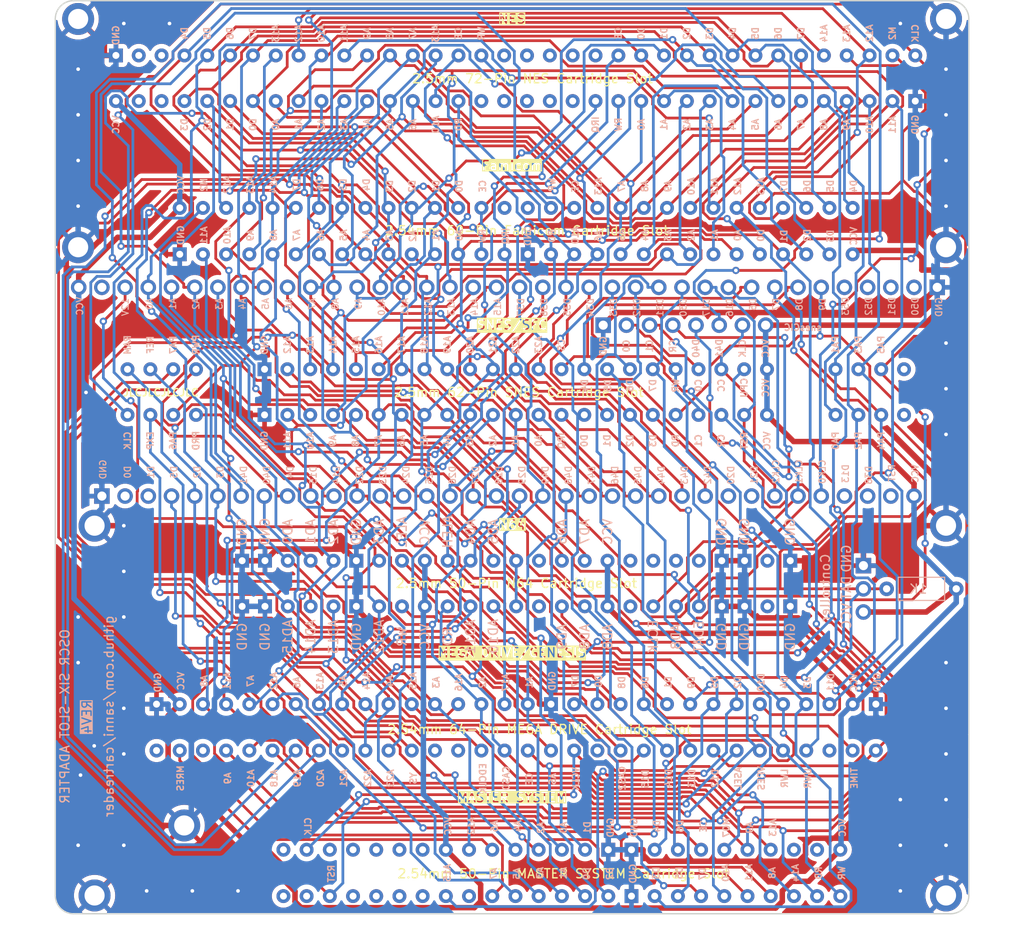
<source format=kicad_pcb>
(kicad_pcb (version 20221018) (generator pcbnew)
  (title_block (title "SIX-SLOT ADAPTER") (date "2023-08-04") (rev "4"))
  (layers (0 "F.Cu" signal) (31 "B.Cu" signal) (34 "B.Paste" user) (35 "F.Paste" user) (36 "B.SilkS" user "B.Silkscreen") (37 "F.SilkS" user "F.Silkscreen") (38 "B.Mask" user) (39 "F.Mask" user) (44 "Edge.Cuts" user))
  (net 0 "")
  (net 1 "D30")
  (net 2 "D31")
  (net 3 "D28")
  (net 4 "D29")
  (net 5 "D26")
  (net 6 "D27")
  (net 7 "D24")
  (net 8 "D25")
  (net 9 "D22")
  (net 10 "D23")
  (net 13 "D16")
  (net 14 "D17")
  (net 15 "D14")
  (net 16 "D15")
  (net 18 "D8")
  (net 19 "D9")
  (net 20 "D6")
  (net 21 "D7")
  (net 22 "D4")
  (net 23 "D5")
  (net 24 "D2")
  (net 25 "D3")
  (net 26 "+12V")
  (net 29 "VCC")
  (net 30 "GND")
  (net 31 "D46")
  (net 32 "D47")
  (net 33 "D44")
  (net 34 "D45")
  (net 35 "D42")
  (net 36 "D43")
  (net 37 "D40")
  (net 38 "D41")
  (net 40 "D36")
  (net 41 "D37")
  (net 42 "D34")
  (net 43 "D32")
  (net 44 "D33")
  (net 45 "A14")
  (net 46 "A15")
  (net 47 "A12")
  (net 48 "A13")
  (net 49 "A10")
  (net 50 "A11")
  (net 51 "A8")
  (net 52 "A9")
  (net 53 "A6")
  (net 54 "A7")
  (net 55 "A4")
  (net 56 "A5")
  (net 57 "A2")
  (net 58 "A3")
  (net 59 "A0")
  (net 60 "A1")
  (net 63 "D35")
  (net 68 "D49")
  (net 69 "D48")
  (net 70 "CLK2")
  (net 71 "CLK1")
  (net 72 "CLK0")
  (net 121 "CIC DATA 1")
  (net 122 "CIC DATA 0")
  (net 123 "CIC RESET")
  (footprint "Connector_PinSocket_2.54mm:PinSocket_1x36_P2.54mm_Vertical" (layer "F.Cu") (at 105.1 104.255 90)
    (fp_text reference "J4")
    (fp_text value "CART SLOT BOTTOM ROW")
  )
  (footprint "Connector_PinSocket_2.54mm:PinSocket_1x38_P2.54mm_Vertical" (layer "F.Cu") (at 102.56 81.395 90)
    (fp_text reference "J3")
    (fp_text value "CART SLOT TOP ROW")
  )
  (footprint "!OSCR:NES_Slot" (layer "F.Cu") (at 141.635 55.995 90)
    (fp_text reference "NES1" hide)
    (fp_text value "NES_Slot" hide)
  )
  (footprint "Connector_PinHeader_2.54mm:PinHeader_1x01_P2.54mm_Vertical" (layer "F.Cu") (at 188.46 111.875)
    (fp_text reference "JC3")
    (fp_text value "Conn_01x01" hide)
  )
  (footprint "!OSCR:SMS_Slot" (layer "F.Cu") (at 155.45 142.99 90)
    (fp_text reference "SMS1" hide)
    (fp_text value "SMS_Slot" hide)
  )
  (footprint "Connector_PinHeader_2.54mm:PinHeader_1x01_P2.54mm_Vertical" (layer "F.Cu") (at 188.46 116.955)
    (fp_text reference "JC1")
    (fp_text value "Controller")
  )
  (footprint "!OSCR:SNES Slot" (layer "F.Cu") (at 107.905 95.365 90)
    (fp_text reference "SNES1" hide)
    (fp_text value "SNES_Slot" hide)
  )
  (footprint "Connector_PinHeader_2.54mm:PinHeader_1x01_P2.54mm_Vertical" (layer "F.Cu") (at 188.46 114.415)
    (fp_text reference "JC2")
    (fp_text value "Conn_01x01" hide)
  )
  (footprint "!OSCR:N64 Slot" (layer "F.Cu") (at 120.45 116.335)
    (fp_text reference "N64" hide)
    (fp_text value "N64_Slot" hide)
  )
  (footprint "!OSCR:MD_Slot" (layer "F.Cu") (at 150.45 129.585 90)
    (fp_text reference "MD1" hide)
    (fp_text value "MD_Slot" hide)
  )
  (footprint "!OSCR:FC_Slot" (layer "F.Cu") (at 146.64 75.235 90)
    (fp_text reference "FC1" hide)
    (fp_text value "FC_Slot" hide)
  )
  (footprint "MountingHole:MountingHole_2.2mm_M2_ISO7380_Pad" (layer "B.Cu") (at 102.5 77 180)
    (fp_text reference "M2_3" hide)
    (fp_text value "Screw_Terminal_01x01")
  )
  (footprint "MountingHole:MountingHole_2.2mm_M2_ISO7380_Pad" (layer "B.Cu") (at 197.5 148 180)
    (fp_text reference "M2_6" hide)
    (fp_text value "Screw_Terminal_01x01")
  )
  (footprint "MountingHole:MountingHole_2.2mm_M2_ISO7380_Pad" (layer "B.Cu") (at 102.5 52 180)
    (fp_text reference "M2_2" hide)
    (fp_text value "Screw_Terminal_01x01")
  )
  (footprint "MountingHole:MountingHole_2.2mm_M2_ISO7380_Pad" (layer "B.Cu") (at 197.5 77 180)
    (fp_text reference "M2_9" hide)
    (fp_text value "Screw_Terminal_01x01")
  )
  (footprint "MountingHole:MountingHole_2.2mm_M2_ISO7380_Pad" (layer "B.Cu") (at 197.5 107.5 180)
    (fp_text reference "M2_8" hide)
    (fp_text value "Screw_Terminal_01x01")
  )
  (footprint "MountingHole:MountingHole_2.2mm_M2_ISO7380_Pad" (layer "B.Cu") (at 104.3 107.5 180)
    (fp_text reference "M2_4" hide)
    (fp_text value "Screw_Terminal_01x01")
  )
  (footprint "MountingHole:MountingHole_2.2mm_M2_ISO7380_Pad" (layer "B.Cu") (at 104.3 148 180)
    (fp_text reference "M2_5" hide)
    (fp_text value "Screw_Terminal_01x01")
  )
  (footprint "Connector_PinHeader_2.54mm:PinHeader_1x08_P2.54mm_Vertical" (layer "B.Cu") (at 177.755 85.539 90)
    (fp_text reference "JCIC1")
    (fp_text value "Conn_01x08" hide)
  )
  (footprint "MountingHole:MountingHole_2.2mm_M2_ISO7380_Pad" (layer "B.Cu") (at 197.5 52 180)
    (fp_text reference "M2_1" hide)
    (fp_text value "Screw_Terminal_01x01")
  )
  (footprint "Resistor_THT:R_Axial_DIN0207_L6.3mm_D2.5mm_P10.16mm_Horizontal" (layer "B.Cu") (at 201.16 114.415 180)
    (fp_text reference "R1" hide)
    (fp_text value "1K" hide)
  )
  (footprint "MountingHole:MountingHole_2.2mm_M2_ISO7380_Pad" (layer "B.Cu") (at 114.11 140.33 180)
    (fp_text reference "M2_7" hide)
    (fp_text value "Screw_Terminal_01x01")
  )
  (gr_arc (start 200 148) (mid 199.414214 149.414214) (end 198 150) (stroke (width 0.15)) (layer "Edge.Cuts"))
  (gr_line (start 100 52) (end 100 148) (stroke (width 0.15)) (layer "Edge.Cuts"))
  (gr_line (start 200 139.635) (end 200 148) (stroke (width 0.15)) (layer "Edge.Cuts"))
  (gr_line (start 102 50) (end 198 50) (stroke (width 0.15)) (layer "Edge.Cuts"))
  (gr_line (start 200 52) (end 200 130.375) (stroke (width 0.15)) (layer "Edge.Cuts"))
  (gr_arc (start 102 150) (mid 100.585786 149.414214) (end 100 148) (stroke (width 0.15)) (layer "Edge.Cuts"))
  (gr_arc (start 99.999999 52) (mid 100.585786 50.585787) (end 102 50) (stroke (width 0.15)) (layer "Edge.Cuts"))
  (gr_arc (start 198 50) (mid 199.414214 50.585786) (end 200 52) (stroke (width 0.15)) (layer "Edge.Cuts"))
  (gr_line (start 102 150) (end 198 150) (stroke (width 0.15)) (layer "Edge.Cuts"))
  (gr_line (start 200 139.635) (end 200 130.375) (stroke (width 0.15)) (layer "Edge.Cuts"))
  (gr_text "A0" (at 152.897013 98.194999 90) (layer "B.SilkS") (effects (font (size 0.7 0.7)) (justify mirror)))
  (gr_text "Controller\n" (at 184.3 114.3 90) (layer "B.SilkS") (effects (font (size 1 1)) (justify mirror)))
  (gr_text "D3\n" (at 184.85 75.775 90) (layer "B.SilkS") (effects (font (size 0.7 0.7)) (justify mirror)))
  (gr_text "D12" (at 172.21 135.165 90) (layer "B.SilkS") (effects (font (size 0.7 0.7)) (justify mirror)))
  (gr_text "D31" (at 166.2 82.49 90) (layer "B.SilkS") (effects (font (size 0.7 0.7) (thickness 0.125)) (justify left mirror)))
  (gr_text "D6" (at 168.39 140.41 90) (layer "B.SilkS") (effects (font (size 0.7 0.7)) (justify mirror)))
  (gr_text "A3" (at 153.07 145.53 90) (layer "B.SilkS") (effects (font (size 0.7 0.7)) (justify mirror)))
  (gr_text "A21" (at 147.905 87.695 90) (layer "B.SilkS") (effects (font (size 0.7 0.7)) (justify mirror)))
  (gr_text "PA1" (at 185.405 87.695 90) (layer "B.SilkS") (effects (font (size 0.7 0.7)) (justify mirror)))
  (gr_text "CS" (at 155.405 87.695 90) (layer "B.SilkS") (effects (font (size 0.7 0.7)) (justify mirror)))
  (gr_text "A10" (at 129.135 53.582556 90) (layer "B.SilkS") (effects (font (size 0.7 0.7)) (justify mirror)))
  (gr_text "A12" (at 174.69 70.322556 90) (layer "B.SilkS") (effects (font (size 0.7 0.7)) (justify mirror)))
  (gr_text "A7" (at 139.135 53.582556 90) (layer "B.SilkS") (effects (font (size 0.7 0.7)) (justify mirror)))
  (gr_text "A5" (at 176.635 63.575 90) (layer "B.SilkS") (effects (font (size 0.7 0.7)) (justify mirror)))
  (gr_text "A5" (at 123.02 82.49 90) (layer "B.SilkS") (effects (font (size 0.7 0.7) (thickness 0.125)) (justify left mirror)))
  (gr_text "A10" (at 141.635 63.574999 90) (layer "B.SilkS") (effects (font (size 0.7 0.7)) (justify mirror)))
  (gr_text "IRQ" (at 155.405 98.195 90) (layer "B.SilkS") (effects (font (size 0.7 0.7)) (justify mirror)))
  (gr_text "AD15" (at 125.45 119.665 90) (layer "B.SilkS") (effects (font (size 1 1)) (justify mirror)))
  (gr_text "D7" (at 126.43 70.162556 90) (layer "B.SilkS") (effects (font (size 0.7 0.7)) (justify mirror)))
  (gr_text "D4" (at 179.79 124.672556 90) (layer "B.SilkS") (effects (font (size 0.7 0.7)) (justify mirror)))
  (gr_text "A6" (at 159.45 75.775 90) (layer "B.SilkS") (effects (font (size 0.7 0.7)) (justify mirror)))
  (gr_text "IRQ" (at 159.135 63.575 90) (layer "B.SilkS") (effects (font (size 0.7 0.7)) (justify mirror)))
  (gr_text "D5" (at 160.483 92.143 90) (layer "B.SilkS") (effects (font (size 0.7 0.7)) (justify mirror)))
  (gr_text "A2" (at 153.15 140.57 90) (layer "B.SilkS") (effects (font (size 0.7 0.7)) (justify mirror)))
  (gr_text "MRES" (at 113.7 135.164999 90) (layer "B.SilkS") (effects (font (size 0.7 0.7)) (justify mirror)))
  (gr_text "AD4" (at 145.45 108.165 90) (layer "B.SilkS") (effects (font (size 1 1)) (justify mirror)))
  (gr_text "A14" (at 123.89 70.162556 90) (layer "B.SilkS") (effects (font (size 0.7 0.7)) (justify mirror)))
  (gr_text "RW" (at 161.635 63.575 90) (layer "B.SilkS") (effects (font (size 0.7 0.7)) (justify mirror)))
  (gr_text "RD" (at 142.95 119.665 90) (layer "B.SilkS") (effects (font (size 1 1)) (justify mirror)))
  (gr_text "GND" (at 159.975 87.825 90) (layer "B.SilkS") (effects (font (size 0.7 0.7)) (justify mirror)))
  (gr_text "RD" (at 144.135 63.574999 90) (layer "B.SilkS") (effects (font (size 0.7 0.7)) (justify mirror)))
  (gr_text "D6" (at 176.36 82.49 90) (layer "B.SilkS") (effects (font (size 0.7 0.7) (thickness 0.125)) (justify left mirror)))
  (gr_text "A18" (at 123.95 135.164999 90) (layer "B.SilkS") (effects (font (size 0.7 0.7)) (justify mirror)))
  (gr_text "PRD" (at 115.397659 98.194999 90) (layer "B.SilkS") (effects (font (size 0.7 0.7)) (justify mirror)))
  (gr_text "AD3" (at 135.45 108.165 90) (layer "B.SilkS") (effects (font (size 1 1)) (justify mirror)))
  (gr_text "D2" (at 162.905 98.195 90) (layer "B.SilkS") (effects (font (size 0.7 0.7)) (justify mirror)))
  (gr_text "PA3" (at 187.919895 87.687444 90) (layer "B.SilkS") (effects (font (size 0.7 0.7)) (justify mirror)))
  (gr_text "WR" (at 146.635 53.582556 90) (layer "B.SilkS") (effects (font (size 0.7 0.7)) (justify mirror)))
  (gr_text "A7" (at 121.37 124.512556 90) (layer "B.SilkS") (effects (font (size 0.7 0.7)) (justify mirror)))
  (gr_text "AD2" (at 130.45 108.165 90) (layer "B.SilkS") (effects (font (size 1 1)) (justify mirror)))
  (gr_text "VCLK\n" (at 156.97 135.245 90) (layer "B.SilkS") (effects (font (size 0.7 0.7)) (justify mirror)))
  (gr_text "A14" (at 130.405 87.695 90) (layer "B.SilkS") (effects (font (size 0.7 0.7)) (justify mirror)))
  (gr_text "A10" (at 135.72 82.49 90) (layer "B.SilkS") (effects (font (size 0.7 0.7) (thickness 0.125)) (justify left mirror)))
  (gr_text "ALEH" (at 142.95 108.165 90) (layer "B.SilkS") (effects (font (size 1 1)) (justify mirror)))
  (gr_text "A7" (at 128.1 82.49 90) (layer "B.SilkS") (effects (font (size 0.7 0.7) (thickness 0.125)) (justify left mirror)))
  (gr_text "D0" (at 121.635 63.574999 90) (layer "B.SilkS") (effects (font (size 0.7 0.7)) (justify mirror)))
  (gr_text "GND" (at 120.45 108.165 90) (layer "B.SilkS") (effects (font (size 1 1)) (justify mirror)))
  (gr_text "GND" (at 160.77 140.57 90) (layer "B.SilkS") (effects (font (size 0.7 0.7)) (justify mirror)))
  (gr_text "EXP" (at 110.405 98.195 90) (layer "B.SilkS") (effects (font (size 0.7 0.7)) (justify mirror)))
  (gr_text "D1" (at 119.135 63.574999 90) (layer "B.SilkS") (effects (font (size 0.7 0.7)) (justify mirror)))
  (gr_text "CC" (at 172.905 92.143 90) (layer "B.SilkS") (effects (font (size 0.7 0.7)) (justify mirror)))
  (gr_text "D22" (at 133.32 100.869 90) (layer "B.SilkS") (effects (font (size 0.7 0.7) (thickness 0.125)) (justify left mirror)))
  (gr_text "D41" (at 120.62 100.869 90) (layer "B.SilkS") (effects (font (size 0.7 0.7) (thickness 0.125)) (justify left mirror)))
  (gr_text "VCC" (at 177.755 92.397 90) (layer "B.SilkS") (effects (font (size 0.7 0.7)) (justify mirror)))
  (gr_text "D4" (at 165.85 140.41 90) (layer "B.SilkS") (effects (font (size 0.7 0.7)) (justify mirror)))
  (gr_text "A9" (at 134.135 53.582556 90) (layer "B.SilkS") (effects (font (size 0.7 0.7)) (justify mirror)))
  (gr_text "A11" (at 131.635 53.582556 90) (layer "B.SilkS") (effects (font (size 0.7 0.7)) (justify mirror)))
  (gr_text "PA7" (at 112.905 87.695 90) (layer "B.SilkS") (effects (font (size 0.7 0.7)) (justify mirror)))
  (gr_text "A16" (at 135.405 87.695 90) (layer "B.SilkS") (effects (font (size 0.7 0.7)) (justify mirror)))
  (gr_text "D1" (at 179.77 75.775 90) (layer "B.SilkS") (effects (font (size 0.7 0.7)) (justify mirror)))
  (gr_text "AD8\n" (at 167.95 119.665 90) (layer "B.SilkS") (effects (font (size 1 1)) (justify mirror)))
  (gr_text "A4" (at 136.61 124.512556 90) (layer "B.SilkS") (effects (font (size 0.7 0.7)) (justify mirror)))
  (gr_text "A0" (at 110.32 82.49 90) (layer "B.SilkS") (effects (font (size 0.7 0.7) (thickness 0.125)) (justify left mirror)))
  (gr_text "A17" (at 149.31 124.672556 90) (layer "B.SilkS") (effects (font (size 0.7 0.7)) (justify mirror)))
  (gr_text "D30" (at 168.74 82.49 90) (layer "B.SilkS") (effects (font (size 0.7 0.7) (thickness 0.125)) (justify left mirror)))
  (gr_text "D47" (at 158.72 100.869 90) (layer "B.SilkS") (effects (font (size 0.7 0.7) (thickness 0.125)) (justify left mirror)))
  (gr_text "D20" (at 173.96 100.869 90) (layer "B.SilkS") (effects (font (size 0.7 0.7) (thickness 0.125)) (justify left mirror)))
  (gr_text "D43" (at 168.88 100.869 90) (layer "B.SilkS") (effects (font (size 0.7 0.7) (thickness 0.125)) (justify left mirror)))
  (gr_text "A12" (at 145.53 140.41 90) (layer "B.SilkS") (effects (font (size 0.7 0.7)) (justify mirror)))
  (gr_text "A1" (at 155.61 145.53 90) (layer "B.SilkS") (effects (font (size 0.7 0.7)) (justify mirror)))
  (gr_text "A2" (at 115.4 82.49 90) (layer "B.SilkS") (effects (font (size 0.7 0.7) (thickness 0.125)) (justify left mirror)))
  (gr_text "D7" (at 170.85 145.61 90) (layer "B.SilkS") (effects (font (size 0.7 0.7)) (justify mirror)))
  (gr_text "D51" (at 191.58 82.37 90) (layer "B.SilkS") (effects (font (size 0.7 0.7) (thickness 0.125)) (justify left mirror)))
  (gr_text "A6" (at 137.889673 98.194999 90) (layer "B.SilkS") (effects (font (size 0.7 0.7)) (justify mirror)))
  (gr_text "D28" (at 148.56 100.869 90) (layer "B.SilkS") (effects (font (size 0.7 0.7) (thickness 0.125)) (justify left mirror)))
  (gr_text "D34" (at 158.58 82.49 90) (layer "B.SilkS") (effects (font (size 0.7 0.7) (thickness 0.125)) (justify left mirror)))
  (gr_text "A10" (at 156.91 75.695 90) (layer "B.SilkS") (effects (font (size 0.7 0.7)) (justify mirror)))
  (gr_text "D2" (at 115.54 100.869 90) (layer "B.SilkS") (effects (font (size 0.7 0.7) (thickness 0.125)) (justify left mirror)))
  (gr_text "PA6" (at 112.890104 98.194999 90) (layer "B.SilkS") (effects (font (size 0.7 0.7)) (justify mirror)))
  (gr_text "D1" (at 167.09 124.672556 90) (layer "B.SilkS") (effects (font (size 0.7 0.7)) (justify mirror)))
  (gr_text "D6" (at 164.55 124.672556 90) (layer "B.SilkS") (effects (font (size 0.7 0.7)) (justify mirror)))
  (gr_text "YS" (at 139.2 135.164999 90) (layer "B.SilkS") (effects (font (size 0.7 0.7)) (justify mirror)))
  (gr_text "A9" (at 186.635 63.575 90) (layer "B.SilkS") (effects (font (size 0.7 0.7)) (justify mirror)))
  (gr_text "D38" (at 189.04 100.869 90) (layer "B.SilkS") (effects (font (size 0.7 0.7) (thickness 0.125)) (justify left mirror)))
  (gr_text "A19" (at 142.905 87.695 90) (layer "B.SilkS") (effects (font (size 0.7 0.7)) (justify mirror)))
  (gr_text "D5" (at 113 100.869 90) (layer "B.SilkS") (effects (font (size 0.7 0.7) (thickness 0.125)) (justify left mirror)))
  (gr_text "D0" (at 177.23 75.695 90) (layer "B.SilkS") (effects (font (size 0.7 0.7)) (justify mirror)))
  (gr_text "CLK2" (at 178.88 100.191 90) (layer "B.SilkS") (effects (font (size 0.7 0.7) (thickness 0.125)) (justify left mirror)))
  (gr_text "D32" (at 163.66 82.49 90) (layer "B.SilkS") (effects (font (size 0.7 0.7) (thickness 0.125)) (justify left mirror)))
  (gr_text "D1" (at 141.67 70.322556 90) (layer "B.SilkS") (effects (font (size 0.7 0.7)) (justify mirror)))
  (gr_text "A12" (at 123.91 124.512556 90) (layer "B.SilkS") (effects (font (size 0.7 0.7)) (justify mirror)))
  (gr_text "D8" (at 162.01 124.672556 90) (layer "B.SilkS") (effects (font (size 0.7 0.7)) (justify mirror)))
  (gr_text "AD1" (at 127.95 108.165 90) (layer "B.SilkS") (effects (font (size 1 1)) (justify mirror)))
  (gr_text "VCC" (at 140.45 119.665 90) (layer "B.SilkS") (effects (font (size 1 1)) (justify mirror)))
  (gr_text "A1" (at 172.15 75.695 90) (layer "B.SilkS") (effects (font (size 0.7 0.7)) (justify mirror)))
  (gr_text "A9" (at 176.01 140.57 90) (layer "B.SilkS") (effects (font (size 0.7 0.7)) (justify mirror)))
  (gr_text "GND" (at 186.6 111.1 90) (layer "B.SilkS") (effects (font (size 1 1)) (justify mirror)))
  (gr_text "CE" (at 151.89 135.245 90) (layer "B.SilkS") (effects (font (size 0.7 0.7)) (justify mirror)))
  (gr_text "VCC" (at 140.45 108.165 90) (layer "B.SilkS") (effects (font (size 1 1)) (justify mirror)))
  (gr_text "A3" (at 145.374346 98.194999 90) (layer "B.SilkS") (effects (font (size 0.7 0.7)) (justify mirror)))
  (gr_text "UWR" (at 182.37 135.165 90) (layer "B.SilkS") (effects (font (size 0.7 0.7)) (justify mirror)))
  (gr_text "GND\n" (at 113.73 75.694999 90) (layer "B.SilkS") (effects (font (size 0.7 0.7)) (justify mirror)))
  (gr_text "D1\n" (at 166.635 53.582556 90) (layer "B.SilkS") (effects (font (size 0.7 0.7)) (justify mirror)))
  (gr_text "D7" (at 178.9 82.49 90) (layer "B.SilkS") (effects (font (size 0.7 0.7) (thickness 0.125)) (justify left mirror)))
  (gr_text "A9" (at 133.18 82.49 90) (layer "B.SilkS") (effects (font (size 0.7 0.7) (thickness 0.125)) (justify left mirror)))
  (gr_text "A16" (at 144.16 124.672556 90) (layer "B.SilkS") (effects (font (size 0.7 0.7)) (justify mirror)))
  (gr_text "D10" (at 177.25 124.672556 90) (layer "B.SilkS") (effects (font (size 0.7 0.7)) (justify mirror)))
  (gr_text "A6" (at 179.135 63.575 90) (layer "B.SilkS") (effects (font (size 0.7 0.7)) (justify mirror)))
  (gr_text "D15" (at 128.24 100.869 90) (layer "B.SilkS") (effects (font (size 0.7 0.7) (thickness 0.125)) (justify left mirror)))
  (gr_text "CLK" (at 194.135 53.575 90) (layer "B.SilkS") (effects (font (size 0.7 0.7)) (justify mirror)))
  (gr_text "D2" (at 174.71 124.672556 90) (layer "B.SilkS") (effects (font (size 0.7 0.7)) (justify mirror)))
  (gr_text "GND" (at 180.45 108.165 90) (layer "B.SilkS") (effects (font (size 1 1)) (justify mirror)))
  (gr_text "D42" (at 171.42 100.869 90) (layer "B.SilkS") (effects (font (size 0.7 0.7) (thickness 0.125)) (justify left mirror)))
  (gr_text "A1" (at 150.389457 98.194999 90) (layer "B.SilkS") (effects (font (size 0.7 0.7)) (justify mirror)))
  (gr_text "A2" (at 139.13 75.775 90) (layer "B.SilkS") (effects (font (size 0.7 0.7)) (justify mirror)))
  (gr_text "A1" (at 151.88 124.672556 90) (layer "B.SilkS") (effects (font (size 0.7 0.7)) (justify mirror)))
  (gr_text "A7" (at 161.99 70.322556 90) (layer "B.SilkS") (effects (font (size 0.7 0.7)) (justify mirror)))
  (gr_text "RD" (at 154.37 75.775 90) (layer "B.SilkS") (effects (font (size 0.7 0.7)) (justify mirror)))
  (gr_text "D40" (at 170.135 88.079 90) (layer "B.SilkS") (effects (font (size 0.7 0.7)) (justify mirror)))
  (gr_text "A10" (at 169.61 70.322556 90) (layer "B.SilkS") (effects (font (size 0.7 0.7)) (justify mirror)))
  (gr_text "D2" (at 160.69 145.61 90) (layer "B.SilkS") (effects (font (size 0.7 0.7)) (justify mirror)))
  (gr_text "D7" (at 181.635 53.582556 90) (layer "B.SilkS") (effects (font (size 0.7 0.7)) (justify mirror)))
  (gr_text "A13" (at 159.45 70.322556 90) (layer "B.SilkS") (effects (font (size 0.7 0.7)) (justify mirror)))
  (gr_text "RW" (at 146.75 75.775 90) (layer "B.SilkS") (effects (font (size 0.7 0.7)) (justify mirror)))
  (gr_text "GND" (at 132.95 119.665 90) (layer "B.SilkS") (effects (font (size 1 1)) (justify mirror)))
  (gr_text "AD10" (at 147.942872 119.615597 90) (layer "B.SilkS") (effects (font (size 1 1)) (justify mirror)))
  (gr_text "WR" (at 167.905 92.143 90) (layer "B.SilkS") (effects (font (size 0.7 0.7)) (justify mirror)))
  (gr_text "CLK0" (at 183.96 100.191 90) (layer "B.SilkS") (effects (font (size 0.7 0.7) (thickness 0.125)) (justify left mirror)))
  (gr_text "CLK" (at 127.67 140.45 90) (layer "B.SilkS") (effects (font (size 0.7 0.7)) (justify mirror)))
  (gr_text "A22" (at 134.2 135.164999 90) (layer "B.SilkS") (effects (font (size 0.7 0.7)) (justify mirror)))
  (gr_text "VCC" (at 186.6 117.4 90) (layer "B.SilkS") (effects (font (size 1 1)) (justify mirror)))
  (gr_text "REF" (at 110.405 87.695 90) (layer "B.SilkS") (effects (font (size 0.7 0.7)) (justify mirror)))
  (gr_text "D5" (at 172.17 124.672556 90) (layer "B.SilkS") (effects (font (size 0.7 0.7)) (justify mirror)))
  (gr_text "A22" (at 150.405 87.695 90) (layer "B.SilkS") (effects (font (size 0.7 0.7)) (justify mirror)))
  (gr_text "AS" (at 154.43 135.245 90) (layer "B.SilkS") (effects (font (size 0.7 0.7)) (justify mirror)))
  (gr_text "D7" (at 156.93 124.512556 90) (layer "B.SilkS") (effects (font (size 0.7 0.7)) (justify mirror)))
  (gr_text "RST" (at 175.405 98.195 90) (layer "B.SilkS") (effects (font (size 0.7 0.7)) (justify mirror)))
  (gr_text "D25" (at 140.94 100.869 90) (layer "B.SilkS") (effects (font (size 0.7 0.7) (thickness 0.125)) (justify left mirror)))
  (gr_text "PA4" (at 190.405 98.195 90) (layer "B.SilkS") (effects (font (size 0.7 0.7)) (justify mirror)))
  (gr_text "A5" (at 161.99 75.695 90) (layer "B.SilkS") (effects (font (size 0.7 0.7)) (justify mirror)))
  (gr_text "PA2" (at 187.905 98.195 90) (layer "B.SilkS") (effects (font (size 0.7 0.7)) (justify mirror)))
  (gr_text "A10" (at 121.41 135.164999 90) (layer "B.SilkS") (effects (font (size 0.7 0.7)) (justify mirror)))
  (gr_text "A4" (at 134.135 63.574999 90) (layer "B.SilkS") (effects (font (size 0.7 0.7)) (justify mirror)))
  (gr_text "D3" (at 182.33 124.672556 90) (layer "B.SilkS") (effects (font (size 0.7 0.7)) (justify mirror)))
  (gr_text "A4" (at 174.135 63.575 90) (layer "B.SilkS") (effects (font (size 0.7 0.7)) (justify mirror)))
  (gr_text "GND" (at 175.45 108.165 90) (layer "B.SilkS") (effects (font (size 1 1)) (justify mirror)))
  (gr_text "A5" (at 131.53 124.512556 90) (layer "B.SilkS") (effects (font (size 0.7 0.7)) (justify mirror)))
  (gr_text "CE" (at 146.78 70.322556 90) (layer "B.SilkS") (effects (font (size 0.7 0.7)) (justify mirror)))
  (gr_text "RAM" (at 107.905 87.695 90) (layer "B.SilkS") (effects (font (size 0.7 0.7)) (justify mirror)))
  (gr_text "A2" (at 169.61 75.695 90) (layer "B.SilkS") (effects (font (size 0.7 0.7)) (justify mirror)))
  (gr_text "D9" (at 169.63 124.672556 90) (layer "B.SilkS") (effects (font (size 0.7 0.7)) (justify mirror)))
  (gr_text "GND" (at 196.72 82.411 90) (layer "B.SilkS") (effects (font (size 0.7 0.7) (thickness 0.125)) (justify left mirror)))
  (gr_text "CE" (at 144.135 53.582556 90) (layer "B.SilkS") (effects (font (size 0.7 0.7)) (justify mirror)))
  (gr_text "GND" (at 122.95 108.165 90) (layer "B.SilkS") (effects (font (size 1 1)) (justify mirror)))
  (gr_text "D53" (at 186.5 82.37 90) (layer "B.SilkS") (effects (font (size 0.7 0.7) (thickness 0.125)) (justify left mirror)))
  (gr_text "ALEL" (at 137.95 108.165 90) (layer "B.SilkS") (effects (font (size 1 1)) (justify mirror)))
  (gr_text "A8" (at 178.47 145.53 90) (layer "B.SilkS") (effects (font (size 0.7 0.7)) (justify mirror)))
  (gr_text "A4" (at 142.904784 98.194999 90) (layer "B.SilkS") (effects (font (size 0.7 0.7)) (justify mirror)))
  (gr_text "A11" (at 125.389888 98.194999 90) (layer "B.SilkS") (effects (font (size 0.7 0.7)) (justify mirror)))
  (gr_text "GND" (at 172.95 108.165 90) (layer "B.SilkS") (effects (font (size 1 1)) (justify mirror)))
  (gr_text "D7\n" (at 179.77 70.322556 90) (layer "B.SilkS") (effects (font (size 0.7 0.7)) (justify mirror)))
  (gr_text "M07" (at 173.47 140.57 90) (layer "B.SilkS") (effects (font (size 0.7 0.7)) (justify mirror)))
  (gr_text "A8" (at 116.29 124.512556 90) (layer "B.SilkS") (effects (font (size 0.7 0.7)) (justify mirror)))
  (gr_text "D48" (at 156.18 100.869 90) (layer "B.SilkS") (effects (font (size 0.7 0.7) (thickness 0.125)) (justify left mirror)))
  (gr_text "A7" (at 135.382117 98.194999 90) (layer "B.SilkS") (effects (font (size 0.7 0.7)) (justify mirror)))
  (gr_text "A8" (at 123.89 75.694999 90) (layer "B.SilkS") (effects (font (size 0.7 0.7)) (justify mirror)))
  (gr_text "VCC" (at 186.17 140.57 90) (layer "B.SilkS") (effects (font (size 0.7 0.7)) (justify mirror)))
  (gr_text "VRES" (at 177.29 135.165 90) (layer "B.SilkS") (effects (font (size 0.7 0.7)) (justify mirror)))
  (gr_text "A2" (at 129.135 63.574999 90) (layer "B.SilkS") (effects (font (size 0.7 0.7)) (justify mirror)))
  (gr_text "A5" (at 131.56 75.694999 90) (layer "B.SilkS") (effects (font (size 0.7 0.7)) (justify mirror)))
  (gr_text "VCC" (at 102.68 82.37 90) (layer "B.SilkS") (effects (font (size 0.7 0.7) (thickness 0.125)) (justify left mirror)))
  (gr_text "A10" (at 173.39 145.53 90) (layer "B.SilkS") (effects (font (size 0.7 0.7)) (justify mirror)))
  (gr_text "A5" (at 150.53 145.61 90) (layer "B.SilkS") (effects (font (size 0.7 0.7)) (justify mirror)))
  (gr_text "PA0" (at 185.405 98.195 90) (layer "B.SilkS") (effects (font (size 0.7 0.7)) (justify mirror)))
  (gr_text "GND" (at 105.22 100.191 90) (layer "B.SilkS") (effects (font (size 0.7 0.7) (thickness 0.125)) (justify left mirror)))
  (gr_text "GND" (at 154.39 124.512556 90) (layer "B.SilkS") (effects (font (size 0.7 0.7)) (justify mirror)))
  (gr_text "A14" (at 145.88 82.49 90) (layer "B.SilkS") (effects (font (size 0.7 0.7) (thickness 0.125)) (justify left mirror)))
  (gr_text "A20" (at 129.03 135.164999 90) (layer "B.SilkS") (effects (font (size 0.7 0.7)) (justify mirror)))
  (gr_text "A21" (at 131.57 135.164999 90) (layer "B.SilkS") (effects (font (size 0.7 0.7)) (justify mirror)))
  (gr_text "A9" (at 121.35 75.694999 90) (layer "B.SilkS") (effects (font (size 0.7 0.7)) (justify mirror)))
  (gr_text "A3" (at 167.07 75.695 90) (layer "B.SilkS") (effects (font (size 0.7 0.7)) (justify mirror)))
  (gr_text "A6" (at 126.45 124.672556 90) (layer "B.SilkS") (effects (font (size 0.7 0.7)) (justify mirror)))
  (gr_text "D13" (at 186.5 100.699 90) (layer "B.SilkS") (effects (font (size 0.7 0.7) (thickness 0.125)) (justify left mirror)))
  (gr_text "D2" (at 139.06 70.322556 90) (layer "B.SilkS") (effects (font (size 0.7 0.7)) (justify mirror)))
  (gr_text "D3" (at 171.635 53.582556 90) (layer "B.SilkS") (effects (font (size 0.7 0.7)) (justify mirror)))
  (gr_text "GND" (at 194.135 63.575 90) (layer "B.SilkS") (effects (font (size 0.7 0.7)) (justify mirror)))
  (gr_text "D21" (at 176.5 100.869 90) (layer "B.SilkS") (effects (font (size 0.7 0.7) (thickness 0.125)) (justify left mirror)))
  (gr_text "GND" (at 111.21 124.672556 90) (layer "B.SilkS") (effects (font (size 0.7 0.7)) (justify mirror)))
  (gr_text "D44" (at 166.34 100.869 90) (layer "B.SilkS") (effects (font (size 0.7 0.7) (thickness 0.125)) (justify left mirror)))
  (gr_text "A14" (at 181.01 145.53 90) (layer "B.SilkS") (effects (font (size 0.7 0.7)) (justify mirror)))
  (gr_text "A14" (at 184.135 53.582556 90) (layer "B.SilkS") (effects (font (size 0.7 0.7)) (justify mirror)))
  (gr_text "VCC" (at 187.41 124.665 90) (layer "B.SilkS") (effects (font (size 0.7 0.7)) (justify mirror)))
  (gr_text "GND" (at 180.45 119.665 90) (layer "B.SilkS") (effects (font (size 1 1)) (justify mirror)))
  (gr_text "A1" (at 112.86 82.49 90) (layer "B.SilkS") (effects (font (size 0.7 0.7) (thickness 0.125)) (justify left mirror)))
  (gr_text "VCC" (at 160.45 108.165 90) (layer "B.SilkS") (effects (font (size 1 1)) (justify mirror)))
  (gr_text "GND" (at 163.23 145.61 90) (layer "B.SilkS") (effects (font (size 0.7 0.7)) (justify mirror)))
  (gr_text "A11" (at 172.15 70.322556 90) (layer "B.SilkS") (effects (font (size 0.7 0.7)) (justify mirror)))
  (gr_text "CR" (at 167.595 87.825 90) (layer "B.SilkS") (effects (font (size 0.7 0.7)) (justify mirror)))
  (gr_text "A3" (at 117.94 82.49 90) (layer "B.SilkS") (effects (font (size 0.7 0.7) (thickness 0.125)) (justify left mirror)))
  (gr_text "VCC" (at 187.39 75.775 90) (layer "B.SilkS") (effects (font (size 0.7 0.7)) (justify mirror)))
  (gr_text "CE" (at 170.93 140.41 90) (layer "B.SilkS") (effects (font (size 0.7 0.7)) (justify mirror)))
  (gr_text "D33" (at 161.12 82.49 90) (layer "B.SilkS") (effects (font (size 0.7 0.7) (thickness 0.125)) (justify left mirror)))
  (gr_text "A9" (at 130.367006 98.194999 90) (layer "B.SilkS") (effects (font (size 0.7 0.7)) (justify mirror)))
  (gr_text "D2" (at 116.635 63.574999 90) (layer "B.SilkS") (effects (font (size 0.7 0.7)) (justify mirror)))
  (gr_text "A5" (at 140.397228 98.194999 90) (layer "B.SilkS") (effects (font (size 0.7 0.7)) (justify mirror)))
  (gr_text "D52" (at 189.04 82.37 90) (layer "B.SilkS") (effects (font (size 0.7 0.7) (thickness 0.125)) (justify left mirror)))
  (gr_text "D3" (at 114.135 63.574999 90) (layer "B.SilkS") (effects (font (size 0.7 0.7)) (justify mirror)))
  (gr_text "CLK1" (at 181.42 100.191 90) (layer "B.SilkS") (effects (font (size 0.7 0.7) (thickness 0.125)) (justify left mirror)))
  (gr_text "TIME" (at 187.45 135.165 90) (layer "B.SilkS") (effects (font (size 0.7 0.7)) (justify mirror)))
  (gr_text "D5" (at 131.51 70.162556 90) (layer "B.SilkS") (effects (font (size 0.7 0.7)) (justify mirror)))
  (gr_text "A6" (at 129.06 75.694999 90) (layer "B.SilkS") (effects (font (size 0.7 0.7)) (justify mirror)))
  (gr_text "VCC" (at 142.99 140.41 90) (layer "B.SilkS") (effects (font (size 0.7 0.7)) (justify mirror)))
  (gr_text "M2" (at 116.27 70.162556 90) (layer "B.SilkS") (effects (font (size 0.7 0.7)) (justify mirror)))
  (gr_text "AD14" (at 127.95 119.665 90) (layer "B.SilkS") (effects (font (size 1 1)) (justify mirror)))
  (gr_text "A9" (at 167.07 70.322556 90) (layer "B.SilkS") (effects (font (size 0.7 0.7)) (justify mirror)))
  (gr_text "RD" (at 167.905 98.195 90) (layer "B.SilkS") (effects (font (size 0.7 0.7)) (justify mirror)))
  (gr_text "D4" (at 187.39 70.315 90) (layer "B.SilkS") (effects (font (size 0.7 0.7)) (justify mirror)))
  (gr_text "D41" (at 172.675 88.079 90) (layer "B.SilkS") (effects (font (size 0.7 0.7)) (justify mirror)))
  (gr_text "D4" (at 134.06 70.162556 90) (layer "B.SilkS") (effects (font (size 0.7 0.7)) (justify mirror)))
  (gr_text "A15" (at 139.16 124.512556 90) (layer "B.SilkS") (effects (font (size 0.7 0.7)) (justify mirror)))
  (gr_text "D4" (at 114.135 53.582556 90) (layer "B.SilkS") (effects (font (size 0.7 0.7)) (justify mirror)))
  (gr_text "AD9" (at 155.45 119.665 90) (layer "B.SilkS") (effects (font (size 1 1)) (justify mirror)))
  (gr_text "A14\n" (at 134.07 124.512556 90) (layer "B.SilkS") (effects (font (size 0.7 0.7)) (justify mirror)))
  (gr_text "GND" (at 120.45 119.665 90) (layer "B.SilkS") (effects (font (size 1 1)) (justify mirror)))
  (gr_text "A13" (at 128.99 124.512556 90) (layer "B.SilkS") (effects (font (size 0.7 0.7)) (justify mirror)))
  (gr_text "AD5" (at 147.95 108.165 90) (layer "B.SilkS") (effects (font (size 1 1)) (justify mirror)))
  (gr_text "D23" (at 135.86 100.869 90) (layer "B.SilkS") (effects (font (size 0.7 0.7) (thickness 0.125)) (justify left mirror)))
  (gr_text "A3" (at 131.635 63.574999 90) (layer "B.SilkS") (effects (font (size 0.7 0.7)) (justify mirror)))
  (gr_text "A8" (at 132.874562 98.194999 90) (layer "B.SilkS") (effects (font (size 0.7 0.7)) (justify mirror)))
  (gr_text "D36" (at 153.5 82.49 90) (layer "B.SilkS") (effects (font (size 0.7 0.7) (thickness 0.125)) (justify left mirror)))
  (gr_text "D26" (at 143.48 100.869 90) (layer "B.SilkS") (effects (font (size 0.7 0.7) (thickness 0.125)) (justify left mirror)))
  (gr_text "D7" (at 121.635 53.582556 90) (layer "B.SilkS") (effects (font (size 0.7 0.7)) (justify mirror)))
  (gr_text "CLK" (at 175.215 88.079 90) (layer "B.SilkS") (effects (font (size 0.7 0.7)) (justify mirror)))
  (gr_text "D6" (at 182.31 70.315 90) (layer "B.SilkS") (effects (font (size 0.7 0.7)) (justify mirror)))
  (gr_text "A7" (at 181.635 63.575 90) (layer "B.SilkS") (effects (font (size 0.7 0.7)) (justify mirror)))
  (gr_text "A6" (at 139.135 63.574999 90) (layer "B.SilkS") (effects (font (size 0.7 0.7)) (justify mirror)))
  (gr_text "D0" (at 157.905 98.195 90) (layer "B.SilkS") (effects (font (size 0.7 0.7)) (justify mirror)))
  (gr_text "A6" (at 125.56 82.49 90) (layer "B.SilkS") (effects (font (size 0.7 0.7) (thickness 0.125)) (justify left mirror)))
  (gr_text "AD7" (at 157.95 108.165 90) (layer "B.SilkS") (effects (font (size 1 1)) (justify mirror)))
  (gr_text "A18" (at 140.405 87.695 90) (layer "B.SilkS") (effects (font (size 0.7 0.7)) (justify mirror)))
  (gr_text "A23" (at 136.7 135.164999 90) (layer "B.SilkS") (effects (font (size 0.7 0.7)) (justify mirror)))
  (gr_text "A11" (at 175.93 145.53 90) (layer "B.SilkS") (effects (font (size 0.7 0.7)) (justify mirror)))
  (gr_text "DAT" (at 186.6 114.3 90) (layer "B.SilkS") (effects (font (size 1 1)) (justify mirror)))
  (gr_text "GND" (at 151.72 75.775 90) (layer "B.SilkS") (effects (font (size 0.7 0.7)) (justify mirror)))
  (gr_text "D29" (at 151.1 100.869 90) (layer "B.SilkS") (effects (font (size 0.7 0.7) (thickness 0.125)) (justify left mirror)))
  (gr_text "ASEL" (at 174.75 135.165 90) (layer "B.SilkS") (effects (font (size 0.7 0.7)) (justify mirror)))
  (gr_text "VCC" (at 106.635 63.575 90) (layer "B.SilkS") (effects (font (size 0.7 0.7)) (justify mirror)))
  (gr_text "A7" (at 126.43 75.694999 90) (layer "B.SilkS") (effects (font (size 0.7 0.7)) (justify mirror)))
  (gr_text "D6" (at 128.97 70.162556 90) (layer "B.SilkS") (effects (font (size 0.7 0.7)) (justify mirror)))
  (gr_text "A11" (at 191.635 63.575 90) (layer "B.SilkS") (effects (font (size 0.7 0.7)) (justify mirror)))
  (gr_text "A4" (at 164.53 75.695 90) (layer "B.SilkS") (effects (font (size 0.7 0.7)) (justify mirror)))
  (gr_text "D4" (at 174.135 53.582556 90) (layer "B.SilkS") (effects (font (size 0.7 0.7)) (justify mirror)))
  (gr_text "A1" (at 166.635 63.575 90) (layer "B.SilkS") (effects (font (size 0.7 0.7)) (justify mirror)))
  (gr_text "EDAT" (at 170.45 119.665 90) (layer "B.SilkS") (effects (font (size 1 1)) (justify mirror)))
  (gr_text "EDCLK\n" (at 146.81 135.165 90) (layer "B.SilkS") (effects (font (size 0.7 0.7)) (justify mirror)))
  (gr_text "D4" (at 157.943 92.143 90) (layer "B.SilkS") (effects (font (size 0.7 0.7)) (justify mirror)))
  (gr_text "D0" (at 107.92 100.869 90) (layer "B.SilkS") (effects (font (size 0.7 0.7) (thickness 0.125)) (justify left mirror)))
  (gr_text "D50" (at 194.12 82.37 90) (layer "B.SilkS") (effects (font (size 0.7 0.7) (thickness 0.125)) (justify left mirror)))
  (gr_text "A13" (at 178.55 140.57 90) (layer "B.SilkS") (effects (font (size 0.7 0.7)) (justify mirror)))
  (gr_text "A2" (at 147.905 98.195 90) (layer "B.SilkS") (effects (font (size 0.7 0.7)) (justify mirror)))
  (gr_text "A11" (at 118.83 124.512556 90) (layer "B.SilkS") (effects (font (size 0.7 0.7)) (justify mirror)))
  (gr_text "GND" (at 132.95 108.165 90) (layer "B.SilkS") (effects (font (size 1 1)) (justify mirror)))
  (gr_text "A0" (at 174.69 75.695 90) (layer "B.SilkS") (effects (font (size 0.7 0.7)) (justify mirror)))
  (gr_text "A6" (at 148.07 140.41 90) (layer "B.SilkS") (effects (font (size 0.7 0.7)) (justify mirror)))
  (gr_text "A1\n" (at 126.635 63.574999 90) (layer "B.SilkS") (effects (font (size 0.7 0.7)) (justify mirror)))
  (gr_text "A2" (at 169.135 63.575 90) (layer "B.SilkS") (effects (font (size 0.7 0.7)) (justify mirror)))
  (gr_text "1K" (at 194.46 114.43) (layer "B.SilkS") (effects (font (size 1 1)) (justify mirror)))
  (gr_text "D35" (at 156.04 82.49 90) (layer "B.SilkS") (effects (font (size 0.7 0.7) (thickness 0.125)) (justify left mirror)))
  (gr_text "A15" (at 148.42 82.49 90) (layer "B.SilkS") (effects (font (size 0.7 0.7) (thickness 0.125)) (justify left mirror)))
  (gr_text "ECLK" (at 165.45 119.665 90) (layer "B.SilkS") (effects (font (size 1 1)) (justify mirror)))
  (gr_text "D24" (at 138.4 100.869 90) (layer "B.SilkS") (effects (font (size 0.7 0.7) (thickness 0.125)) (justify left mirror)))
  (gr_text "VCC" (at 177.755 88.079 90) (layer "B.SilkS") (effects (font (size 0.7 0.7)) (justify mirror)))
  (gr_text "AD8\n" (at 157.95 119.665 90) (layer "B.SilkS") (effects (font (size 1 1)) (justify mirror)))
  (gr_text "GND" (at 175.45 119.665 90) (layer "B.SilkS") (effects (font (size 1 1)) (justify mirror)))
  (gr_text "A9\n" (at 118.87 135.164999 90) (layer "B.SilkS") (effects (font (size 0.7 0.7)) (justify mirror)))
  (gr_text "C0" (at 162.515 87.825 90) (layer "B.SilkS") (effects (font (size 0.7 0.7)) (justify mirror)))
  (gr_text "D2" (at 182.31 75.695 90) (layer "B.SilkS") (effects (font (size 0.7 0.7)) (justify mirror)))
  (gr_text "PA5" (at 190.389457 87.687444 90) (layer "B.SilkS") (effects (font (size 0.7 0.7)) (justify mirror)))
  (gr_text "D5" (at 116.635 53.582556 90) (layer "B.SilkS") (effects (font (size 0.7 0.7)) (justify mirror)))
  (gr_text "AD6" (at 155.45 108.165 90) (layer "B.SilkS") (effects (font (size 1 1)) (justify mirror)))
  (gr_text "D49" (at 153.64 100.869 90) (layer "B.SilkS") (effects (font (size 0.7 0.7) (thickness 0.125)) (justify left mirror)))
  (gr_text "VCC" (at 113.75 124.512556 90) (layer "B.SilkS") (effects (font (size 0.7 0.7)) (justify mirror)))
  (gr_text "AD0" (at 125.45 108.165 90) (layer "B.SilkS") (effects (font (size 1 1)) (justify mirror)))
  (gr_text "RST" (at 191.58 100.699 90) (layer "B.SilkS") (effects (font (size 0.7 0.7) (thickness 0.125)) (justify left mirror)))
  (gr_text "D46" (at 161.26 100.869 90) (layer "B.SilkS") (effects (font (size 0.7 0.7) (thickness 0.125)) (justify left mirror)))
  (gr_text "A13" (at 127.905 87.695 90) (layer "B.SilkS") (effects (font (size 0.7 0.7)) (justify mirror)))
  (gr_text "C0" (at 170.405 92.143 90) (layer "B.SilkS") (effects (font (size 0.7 0.7)) (justify mirror)))
  (gr_text "RST" (at 130.21 145.61 90) (layer "B.SilkS") (effects (font (size 0.7 0.7)) (justify mirror)))
  (gr_text "D0" (at 164.135 53.582556 90) (layer "B.SilkS") (effects (font (size 0.7 0.7)) (justify mirror)))
  (gr_text "A7" (at 147.99 145.61 90) (layer "B.SilkS") (effects (font (size 0.7 0.7)) (justify mirror)))
  (gr_text "AD13\n" (at 130.45 119.665 90) (layer "B.SilkS") (effects (font (size 1 1)) (justify mirror)))
  (gr_text "A23" (at 152.905 87.695 90) (layer "B.SilkS") (effects (font (size 0.7 0.7)) (justify mirror)))
  (gr_text "D4" (at 125.7 100.869 90) (layer "B.SilkS") (effects (font (size 0.7 0.7) (thickness 0.125)) (justify left mirror)))
  (gr_text "A8" (at 130.64 82.49 90) (layer "B.SilkS") (effects (font (size 0.7 0.7) (thickness 0.125)) (justify left mirror)))
  (gr_text "A11" (at 138.26 82.49 90) (layer "B.SilkS") (effects (font (size 0.7 0.7) (thickness 0.125)) (justify left mirror)))
  (gr_text "A0" (at 164.135 63.575 90) (layer "B.SilkS") (effects (font (size 0.7 0.7)) (justify mirror)))
  (gr_text "D11" (at 184.87 124.672556 90) (layer "B.SilkS") (effects (font (size 0.7 0.7)) (justify mirror)))
  (gr_text "C1" (at 165.055 87.825 90) (layer "B.SilkS") (effects (font (size 0.7 0.7)) (justify mirror)))
  (gr_text "A12" (at 125.405 87.695 90) (layer "B.SilkS") (effects (font (size 0.7 0.7)) (justify mirror)))
  (gr_text "A13" (at 143.34 82.49 90) (layer "B.SilkS") (effects (font (size 0.7 0.7) (thickness 0.125)) (justify left mirror)))
  (gr_text "A12" (at 126.635 53.582556 90) (layer "B.SilkS") (effects (font (size 0.7 0.7)) (justify mirror)))
  (gr_text "M2" (at 191.635 53.575 90) (layer "B.SilkS") (effects (font (size 0.7 0.7)) (justify mirror)))
  (gr_text "A11" (at 116.27 75.694999 90) (layer "B.SilkS") (effects (font (size 0.7 0.7)) (justify mirror)))
  (gr_text "A3" (at 171.635 63.575 90) (layer "B.SilkS") (effects (font (size 0.7 0.7)) (justify mirror)))
  (gr_text "D8" (at 181.44 82.49 90) (layer "B.SilkS") (effects (font (size 0.7 0.7) (thickness 0.125)) (justify left mirror)))
  (gr_text "D27" (at 146.02 100.869 90) (layer "B.SilkS") (effects (font (size 0.7 0.7) (thickness 0.125)) (justify left mirror)))
  (gr_text "A8" (at 184.135 63.575 90) (layer "B.SilkS") (effects (font (size 0.7 0.7)) (justify mirror)))
  (gr_text "A5" (at 136.635 63.574999 90) (layer "B.SilkS") (effects (font (size 0.7 0.7)) (justify mirror)))
  (gr_text "A10" (at 127.897444 98.194999 90) (layer "B.SilkS") (effects (font (size 0.7 0.7)) (justify mirror)))
  (gr_text "PWR" (at 115.405 87.695 90) (layer "B.SilkS") (effects (font (size 0.7 0.7)) (justify mirror)))
  (gr_text "CE" (at 161.635 53.582556 90) (layer "B.SilkS") (effects (font (size 0.7 0.7)) (justify mirror)))
  (gr_text "VCC" (at 194.12 100.699 90) (layer "B.SilkS") (effects (font (size 0.7 0.7) (thickness 0.125)) (justify left mirror)))
  (gr_text "GND" (at 172.95 119.665 90) (layer "B.SilkS") (effects (font (size 1 1)) (justify mirror)))
  (gr_text "D14" (at 130.78 100.869 90) (layer "B.SilkS") (effects (font (size 0.7 0.7) (thickness 0.125)) (justify left mirror)))
  (gr_text "D5" (at 168.31 145.53 90) (layer "B.SilkS") (effects (font (size 0.7 0.7)) (justify mirror)))
  (gr_text "AD11\n" (at 145.45 119.665 90) (layer "B.SilkS") (effects (font (size 1 1)) (justify mirror)))
  (gr_text "A8" (at 164.53 70.322556 90) (layer "B.SilkS") (effects (font (size 0.7 0.7)) (justify mirror)))
  (gr_text "A3" (at 136.59 75.694999 90) (layer "B.SilkS") (effects (font (size 0.7 0.7)) (justify mirror)))
  (gr_text "A4" (at 150.62 140.41 90) (layer "B.SilkS") (effects (font (size 0.7 0.7)) (justify mirror)))
  (gr_text "A15" (at 142.91 145.529999 90) (layer "B.SilkS") (effects (font (size 0.7 0.7)) (justify mirror)))
  (gr_text "IRQ" (at 149.29 75.775 90) (layer "B.SilkS") (effects (font (size 0.7 0.7)) (justify mirror)))
  (gr_text "WR" (at 154.37 70.162556 90) (layer "B.SilkS") (effects (font (size 0.7 0.7)) (justify mirror)))
  (gr_text "LWR" (at 179.83 135.165 90) (layer "B.SilkS") (effects (font (size 0.7 0.7)) (justify mirror)))
  (gr_text "GND" (at 106.635 53.797556 90) (layer "B.SilkS") (effects (font (size 0.7 0.7)) (justify mirror)))
  (gr_text "D7" (at 165.405 92.143 90) (layer "B.SilkS") (effects (font (size 0.7 0.7)) (justify mirror)))
  (gr_text "D0" (at 159.47 124.512556 90) (layer "B.SilkS") (effects (font (size 0.7 0.7)) (justify mirror)))
  (gr_text "GND" (at 189.95 124.665 90) (layer "B.SilkS") (effects (font (size 0.7 0.7)) (justify mirror)))
  (gr_text "D17" (at 171.28 82.49 90) (layer "B.SilkS") (effects (font (size 0.7 0.7) (thickness 0.125)) (justify left mirror)))
  (gr_text "RD" (at 183.55 145.53 90) (layer "B.SilkS") (effects (font (size 0.7 0.7)) (justify mirror)))
  (gr_text "GND" (at 122.905 87.695 90) (layer "B.SilkS") (effects (font (size 0.7 0.7)) (justify mirror)))
  (gr_text "D3" (at 165.77 145.53 90) (layer "B.SilkS") (effects (font (size 0.7 0.7)) (justify mirror)))
  (gr_text "D16" (at 173.82 82.49 90) (layer "B.SilkS") (effects (font (size 0.7 0.7) (thickness 0.125)) (justify left mirror)))
  (gr_text "A20" (at 145.405 87.695 90) (layer "B.SilkS") (effects (font (size 0.7 0.7)) (justify mirror)))
  (gr_text "D6" (at 179.135 53.582556 90) (layer "B.SilkS") (effects (font (size 0.7 0.7)) (justify mirror)))
  (gr_text "A19\n" (at 126.49 135.164999 90) (layer "B.SilkS") (effects (font (size 0.7 0.7)) (justify mirror)))
  (gr_text "WR" (at 186.09 145.53 90) (layer "B.SilkS") (effects (font (size 0.7 0.7)) (justify mirror)))
  (gr_text "D5" (at 176.635 53.582556 90) (layer "B.SilkS") (effects (font (size 0.7 0.7)) (justify mirror)))
  (gr_text "A0" (at 124.135 63.574999 90) (layer "B.SilkS") (effects (font (size 0.7 0.7)) (justify mirror)))
  (gr_text "A13" (at 121.35 70.162556 90) (layer "B.SilkS") (effects (font (size 0.7 0.7)) (justify mirror)))
  (gr_text "D3" (at 136.59 70.322556 90) (layer "B.SilkS") (effects (font (size 0.7 0.7)) (justify mirror)))
  (gr_text "D0" (at 158.15 145.61 90) (layer "B.SilkS") (effects (font (size 0.7 0.7)) (justify mirror)))
  (gr_text "WR" (at 137.95 119.665 90) (layer "B.SilkS") (effects (font (size 1 1)) (justify mirror)))
  (gr_text "A17" (at 137.905 87.695 90) (layer "B.SilkS") (effects (font (size 0.7 0.7)) (justify mirror)))
  (gr_text "CLK" (at 107.905 98.195 90) (layer "B.SilkS") (effects (font (size 0.7 0.7)) (justify mirror)))
  (gr_text "D45" (at 163.8 100.869 90) (layer "B.SilkS") (effects (font (size 0.7 0.7) (thickness 0.125)) (justify left mirror)))
  (gr_text "D0" (at 144.21 70.322556 90) (layer "B.SilkS") (effects (font (size 0.7 0.7)) (justify mirror)))
  (gr_text "OSCR SIX-SLOT ADAPTER\n\n\ngithub.com/sanni/cartreader" (at 103.46 128.385 90) (layer "B.SilkS") (effects (font (size 1 1)) (justify mirror)))
  (gr_text "D15" (at 164.59 135.245 90) (layer "B.SilkS") (effects (font (size 0.7 0.7)) (justify mirror)))
  (gr_text "D3" (at 118.08 100.869 90) (layer "B.SilkS") (effects (font (size 0.7 0.7) (thickness 0.125)) (justify left mirror)))
  (gr_text "A12\n" (at 189.135 53.575 90) (layer "B.SilkS") (effects (font (size 0.7 0.7)) (justify mirror)))
  (gr_text "GND" (at 122.95 119.665 90) (layer "B.SilkS") (effects (font (size 1 1)) (justify mirror)))
  (gr_text "snesCIC" (at 181.819 85.793) (layer "B.SilkS") (effects (font (size 0.7 0.7)) (justify mirror)))
  (gr_text "D1" (at 110.46 100.869 90) (layer "B.SilkS") (effects (font (size 0.7 0.7) (thickness 0.125)) (justify left mirror)))
  (gr_text "CR" (at 172.905 98.195 90) (layer "B.SilkS") (effects (font (size 0.7 0.7)) (justify mirror)))
  (gr_text "CE" (at 156.91 70.322556 90) (layer "B.SilkS") (effects (font (size 0.7 0.7)) (justify mirror)))
  (gr_text "D1" (at 158.23 140.57 90) (layer "B.SilkS") (effects (font (size 0.7 0.7)) (justify mirror)))
  (gr_text "D14\n" (at 167.13 135.165 90) (layer "B.SilkS") (effects (font (size 0.7 0.7)) (justify mirror)))
  (gr_text "A13" (at 186.635 53.575 90) (layer "B.SilkS") (effects (font (size 0.7 0.7)) (justify mirror)))
  (gr_text "CAS2" (at 162.05 135.165 90) (layer "B.SilkS") (effects (font (size 0.7 0.7)) (justify mirror)))
  (gr_text "D9" (at 183.98 82.49 90) (layer "B.SilkS") (effects (font (size 0.7 0.7) (thickness 0.125)) (justify left mirror)))
  (gr_text "A4" (at 134.06 75.694999 90) (layer "B.SilkS") (effects (font (size 0.7 0.7)) (justify mirror)))
  (gr_text "D6" (at 162.905 92.143 90) (layer "B.SilkS") (effects (font (size 0.7 0.7)) (justify mirror)))
  (gr_text "A10" (at 189.135 63.575 90) (layer "B.SilkS") (effects (font (size 0.7 0.7)) (justify mirror)))
  (gr_text "A1" (at 141.67 75.695 90) (layer "B.SilkS") (effects (font (size 0.7 0.7)) (justify mirror)))
  (gr_text "GND" (at 163.34 140.57 90) (layer "B.SilkS") (effects (font (size 0.7 0.7)) (justify mirror)))
  (gr_text "D40" (at 123.16 100.869 90) (layer "B.SilkS") (effects (font (size 0.7 0.7) (thickness 0.125)) (justify left mirror)))
  (gr_text "CPU" (at 175.405 92.397 90) (layer "B.SilkS") (effects (font (size 0.7 0.7)) (justify mirror)))
  (gr_text "A13" (at 141.635 53.582556 90) (layer "B.SilkS") (effects (font (size 0.7 0.7)) (justify mirror)))
  (gr_text "A13" (at 177.23 70.322556 90) (layer "B.SilkS") (effects (font (size 0.7 0.7)) (justify mirror)))
  (gr_text "AD8\n" (at 160.45 119.665 90) (layer "B.SilkS") (effects (font (size 1 1)) (justify mirror)))
  (gr_text "A3" (at 141.69 124.672556 90) (layer "B.SilkS") (effects (font (size 0.7 0.7)) (justify mirror)))
  (gr_text "A2" (at 146.77 124.672556 90) (layer "B.SilkS") (effects (font (size 0.7 0.7)) (justify mirror)))
  (gr_text "A12" (at 140.8 82.49 90) (layer "B.SilkS") (effects (font (size 0.7 0.7) (thickness 0.125)) (justify left mirror)))
  (gr_text "A15" (at 132.905 87.695 90) (layer "B.SilkS") (effects (font (size 0.7 0.7)) (justify mirror)))
  (gr_text "D3" (at 165.405 98.195 90) (layer "B.SilkS") (effects (font (size 0.7 0.7)) (justify mirror)))
  (gr_text "A0" (at 144.21 75.695 90) (layer "B.SilkS") (effects (font (size 0.7 0.7)) (justify mirror)))
  (gr_text "GND" (at 122.882333 98.194999 90) (layer "B.SilkS") (effects (font (size 0.7 0.7)) (justify mirror)))
  (gr_text "VCC" (at 113.73 70.162556 90) (layer "B.SilkS") (effects (font (size 0.7 0.7)) (justify mirror)))
  (gr_text "A0" (at 155.62 140.57 90) (layer "B.SilkS") (effects (font (size 0.7 0.7)) (justify mirror)))
  (gr_text "VCC" (at 177.905 98.195 90) (layer "B.SilkS") (effects (font (size 0.7 0.7)) (justify mirror)))
  (gr_text "AD12" (at 135.45 119.665 90) (layer "B.SilkS") (effects (font (size 1 1)) (justify mirror)))
  (gr_text "D6" (at 119.135 53.582556 90) (layer "B.SilkS") (effects (font (size 0.7 0.7)) (justify mirror)))
  (gr_text "D2" (at 169.135 53.582556 90) (layer "B.SilkS") (effects (font (size 0.7 0.7)) (justify mirror)))
  (gr_text "C1" (at 170.405 98.195 90) (layer "B.SilkS") (effects (font (size 0.7 0.7)) (justify mirror)))
  (gr_text "D13" (at 169.67 135.165 90) (layer "B.SilkS") (effects (font (size 0.7 0.7)) (justify mirror)))
  (gr_text "12V" (at 107.66 82.515 90) (layer "B.SilkS") (effects (font (size 0.7 0.7) (thickness 0.125)) (justify left mirror)))
  (gr_text "CAS0\n" (at 149.35 135.165 90) (layer "B.SilkS") (effects (font (size 0.7 0.7)) (justify mirror)))
  (gr_text "A13" (at 124.135 53.582556 90) (layer "B.SilkS") (effects (font (size 0.7 0.7)) (justify mirror)))
  (gr_text "D5" (at 184.85 70.315 90) (layer "B.SilkS") (effects (font (size 0.7 0.7)) (justify mirror)))
  (gr_text "A8" (at 136.635 53.582556 90) (layer "B.SilkS") (effects (font (size 0.7 0.7)) (justify mirror)))
  (gr_text "A10\n" (at 118.81 75.694999 90) (layer "B.SilkS") (effects (font (size 0.7 0.7)) (justify mirror)))
  (gr_text "D1" (at 160.405 98.195 90) (layer "B.SilkS") (effects (font (size 0.7 0.7)) (justify mirror)))
  (gr_text "REV${REVISION}" (at 103.46 128.415 90) (layer "B.SilkS" knockout) (effects (font (size 1 1)) (justify mirror)))
  (gr_text "D37" (at 150.96 82.49 90) (layer "B.SilkS") (effects (font (size 0.7 0.7) (thickness 0.125)) (justify left mirror)))
  (gr_text "A4" (at 120.48 82.49 90) (layer "B.SilkS") (effects (font (size 0.7 0.7) (thickness 0.125)) (justify left mirror)))
  (gr_text "A12" (at 118.81 70.162556 90) (layer "B.SilkS") (effects (font (size 0.7 0.7)) (justify mirror)))
  (gr_text "NES" (at 150 52) (layer "F.SilkS" knockout) (effects (font (size 1 1))))
  (gr_text "2.54mm 60-Pin Famicom Cartridge Slot" (at 151.61 75.18) (layer "F.SilkS") (effects (font (size 1 1))))
  (gr_text "2.5mm 50-Pin N64 Cartridge Slot" (at 150.475 113.815) (layer "F.SilkS") (effects (font (size 1 1))))
  (gr_text "JLCJLCJLCJLC" (at 111.56 92.915) (layer "F.SilkS") (effects (font (size 0.8 0.8))))
  (gr_text "2.54mm 64-Pin MEGA DRIVE Cartridge Slot" (at 152.99 129.815) (layer "F.SilkS") (effects (font (size 1 1))))
  (gr_text "Famicom" (at 150 68.06) (layer "F.SilkS" knockout) (effects (font (size 1 1))))
  (gr_text "SNES/SFC" (at 150 85.5) (layer "F.SilkS" knockout) (effects (font (size 1 1))))
  (gr_text "2.5mm 62-Pin SNES Cartridge Slot" (at 150.75 92.89) (layer "F.SilkS") (effects (font (size 1 1))))
  (gr_text "MEGA DRIVE/GENESIS" (at 150 121.4) (layer "F.SilkS" knockout) (effects (font (size 1 1))))
  (gr_text "N64" (at 150 107.43) (layer "F.SilkS" knockout) (effects (font (size 1 1))))
  (gr_text "2.5mm 72-Pin NES Cartridge Slot" (at 152.235 58.535) (layer "F.SilkS") (effects (font (size 1 1))))
  (gr_text "2.54mm 50-Pin MASTER SYSTEM Cartridge Slot" (at 155.63 145.61) (layer "F.SilkS") (effects (font (size 1 1))))
  (gr_text "MASTER SYSTEM" (at 150 137.275) (layer "F.SilkS" knockout) (effects (font (size 1 1))))
  (segment (start 169.5432 146.9232) (end 166.5999 146.9232) (width 0.3) (layer "F.Cu") (net 1))
  (segment (start 159.4029 120.2638) (end 159.3274 120.1883) (width 0.3) (layer "F.Cu") (net 1))
  (segment (start 170.69 148.07) (end 169.5432 146.9232) (width 0.3) (layer "F.Cu") (net 1))
  (segment (start 171.6174 120.2638) (end 159.4029 120.2638) (width 0.3) (layer "F.Cu") (net 1))
  (via (at 159.3274 120.1883) (size 0.8) (drill 0.4) (layers "F.Cu" "B.Cu") (net 1))
  (via (at 171.6174 120.2638) (size 0.8) (drill 0.4) (layers "F.Cu" "B.Cu") (net 1))
  (via (at 166.5999 146.9232) (size 0.8) (drill 0.4) (layers "F.Cu" "B.Cu") (net 1))
  (segment (start 162.2419 130.8883) (end 163.126 131.7724) (width 0.3) (layer "B.Cu") (net 1))
  (segment (start 157.4604 126.7384) (end 161.6103 130.8883) (width 0.3) (layer "B.Cu") (net 1))
  (segment (start 166.655 98.836) (end 169.87 102.051) (width 0.3) (layer "B.Cu") (net 1))
  (segment (start 163.126 131.7724) (end 163.126 141.0022) (width 0.3) (layer "B.Cu") (net 1))
  (segment (start 163.126 141.0022) (end 164.1824 142.0586) (width 0.3) (layer "B.Cu") (net 1))
  (segment (start 159.3274 120.1883) (end 157.4604 122.0553) (width 0.3) (layer "B.Cu") (net 1))
  (segment (start 157.1066 126.7384) (end 157.4604 126.7384) (width 0.3) (layer "B.Cu") (net 1))
  (segment (start 164.1824 144.5057) (end 166.5999 146.9232) (width 0.3) (layer "B.Cu") (net 1))
  (segment (start 171.6174 106.8498) (end 171.6174 120.2638) (width 0.3) (layer "B.Cu") (net 1))
  (segment (start 164.1824 142.0586) (end 164.1824 144.5057) (width 0.3) (layer "B.Cu") (net 1))
  (segment (start 166.3676 89.4024) (end 165.405 90.365) (width 0.3) (layer "B.Cu") (net 1))
  (segment (start 169.87 105.1024) (end 171.6174 106.8498) (width 0.3) (layer "B.Cu") (net 1))
  (segment (start 168.6 82.5953) (end 166.3676 84.8277) (width 0.3) (layer "B.Cu") (net 1))
  (segment (start 157.4604 122.0553) (end 157.4604 126.7384) (width 0.3) (layer "B.Cu") (net 1))
  (segment (start 161.6103 130.8883) (end 162.2419 130.8883) (width 0.3) (layer "B.Cu") (net 1))
  (segment (start 166.3676 84.8277) (end 166.3676 89.4024) (width 0.3) (layer "B.Cu") (net 1))
  (segment (start 156.8 127.045) (end 157.1066 126.7384) (width 0.3) (layer "B.Cu") (net 1))
  (segment (start 165.405 90.365) (end 166.655 91.615) (width 0.3) (layer "B.Cu") (net 1))
  (segment (start 169.87 102.051) (end 169.87 105.1024) (width 0.3) (layer "B.Cu") (net 1))
  (segment (start 168.6 81.395) (end 168.6 82.5953) (width 0.3) (layer "B.Cu") (net 1))
  (segment (start 166.655 91.615) (end 166.655 98.836) (width 0.3) (layer "B.Cu") (net 1))
  (segment (start 161.304 88.764) (end 160.4314 88.764) (width 0.3) (layer "B.Cu") (net 2))
  (segment (start 162.25 80.9657) (end 162.25 82.039) (width 0.3) (layer "B.Cu") (net 2))
  (segment (start 168.0852 132.6597) (end 167.7725 132.9724) (width 0.3) (layer "B.Cu") (net 2))
  (segment (start 159.2926 99.3675) (end 159.71 99.7849) (width 0.3) (layer "B.Cu") (net 2))
  (segment (start 161.304 82.985) (end 161.304 88.764) (width 0.3) (layer "B.Cu") (net 2))
  (segment (start 168.0852 130.7102) (end 168.0852 132.6597) (width 0.3) (layer "B.Cu") (net 2))
  (segment (start 159.2926 89.9028) (end 159.2926 99.3675) (width 0.3) (layer "B.Cu") (net 2))
  (segment (start 164.42 127.045) (end 168.0852 130.7102) (width 0.3) (layer "B.Cu") (net 2))
  (segment (start 159.71 107.1177) (end 161.7439 109.1516) (width 0.3) (layer "B.Cu") (net 2))
  (segment (start 162.25 82.039) (end 161.304 82.985) (width 0.3) (layer "B.Cu") (net 2))
  (segment (start 160.4314 88.764) (end 159.2926 89.9028) (width 0.3) (layer "B.Cu") (net 2))
  (segment (start 167.7725 142.6125) (end 168.15 142.99) (width 0.3) (layer "B.Cu") (net 2))
  (segment (start 161.304 88.764) (end 162.905 90.365) (width 0.3) (layer "B.Cu") (net 2))
  (segment (start 163.0413 80.1744) (end 162.25 80.9657) (width 0.3) (layer "B.Cu") (net 2))
  (segment (start 159.71 99.7849) (end 159.71 107.1177) (width 0.3) (layer "B.Cu") (net 2))
  (segment (start 161.7439 117.9942) (end 164.42 120.6703) (width 0.3) (layer "B.Cu") (net 2))
  (segment (start 164.8597 81.0199) (end 164.0142 80.1744) (width 0.3) (layer "B.Cu") (net 2))
  (segment (start 164.0142 80.1744) (end 163.0413 80.1744) (width 0.3) (layer "B.Cu") (net 2))
  (segment (start 164.42 120.6703) (end 164.42 127.045) (width 0.3) (layer "B.Cu") (net 2))
  (segment (start 167.7725 132.9724) (end 167.7725 142.6125) (width 0.3) (layer "B.Cu") (net 2))
  (segment (start 166.06 81.395) (end 164.8597 81.395) (width 0.3) (layer "B.Cu") (net 2))
  (segment (start 164.8597 81.395) (end 164.8597 81.0199) (width 0.3) (layer "B.Cu") (net 2))
  (segment (start 161.7439 109.1516) (end 161.7439 117.9942) (width 0.3) (layer "B.Cu") (net 2))
  (segment (start 123.4702 91.5822) (end 122.0536 91.5822) (width 0.3) (layer "F.Cu") (net 3))
  (segment (start 128.4816 51.3781) (end 127.7413 52.1184) (width 0.3) (layer "F.Cu") (net 3))
  (segment (start 154.247 111.708) (end 156.3136 113.7746) (width 0.3) (layer "F.Cu") (net 3))
  (segment (start 120.4314 89.96) (end 118.31 89.96) (width 0.3) (layer "F.Cu") (net 3))
  (segment (start 142.068 98.4482) (end 139.6451 98.4482) (width 0.3) (layer "F.Cu") (net 3))
  (segment (start 153.3195 109.181606) (end 153.3195 109.203567) (width 0.3) (layer "F.Cu") (net 3))
  (segment (start 125.0592 93.1712) (end 123.4702 91.5822) (width 0.3) (layer "F.Cu") (net 3))
  (segment (start 153.3195 109.203567) (end 154.247 110.131067) (width 0.3) (layer "F.Cu") (net 3))
  (segment (start 132.9094 93.7523) (end 128.4782 93.7523) (width 0.3) (layer "F.Cu") (net 3))
  (segment (start 156.3136 113.7746) (end 157.3299 113.7746) (width 0.3) (layer "F.Cu") (net 3))
  (segment (start 127.8971 93.1712) (end 125.0592 93.1712) (width 0.3) (layer "F.Cu") (net 3))
  (segment (start 118.31 89.96) (end 112.905 95.365) (width 0.3) (layer "F.Cu") (net 3))
  (segment (start 135.4813 97.0342) (end 134.155 95.7079) (width 0.3) (layer "F.Cu") (net 3))
  (segment (start 148.28 104.255) (end 148.392894 104.255) (width 0.3) (layer "F.Cu") (net 3))
  (segment (start 120.4314 89.5276) (end 122.0605 87.8985) (width 0.3) (layer "F.Cu") (net 3))
  (segment (start 128.4782 93.7523) (end 127.8971 93.1712) (width 0.3) (layer "F.Cu") (net 3))
  (segment (start 122.0536 91.5822) (end 120.4314 89.96) (width 0.3) (layer "F.Cu") (net 3))
  (segment (start 179.5181 51.3781) (end 128.4816 51.3781) (width 0.3) (layer "F.Cu") (net 3))
  (segment (start 148.28 104.255) (end 147.0797 104.255) (width 0.3) (layer "F.Cu") (net 3))
  (segment (start 148.392894 104.255) (end 153.3195 109.181606) (width 0.3) (layer "F.Cu") (net 3))
  (segment (start 184.135 55.995) (end 179.5181 51.3781) (width 0.3) (layer "F.Cu") (net 3))
  (segment (start 147.0797 103.4599) (end 142.068 98.4482) (width 0.3) (layer "F.Cu") (net 3))
  (segment (start 147.0797 104.255) (end 147.0797 103.4599) (width 0.3) (layer "F.Cu") (net 3))
  (segment (start 138.2311 97.0342) (end 135.4813 97.0342) (width 0.3) (layer "F.Cu") (net 3))
  (segment (start 154.247 110.131067) (end 154.247 111.708) (width 0.3) (layer "F.Cu") (net 3))
  (segment (start 134.155 94.9979) (end 132.9094 93.7523) (width 0.3) (layer "F.Cu") (net 3))
  (segment (start 139.6451 98.4482) (end 138.2311 97.0342) (width 0.3) (layer "F.Cu") (net 3))
  (segment (start 120.4314 89.96) (end 120.4314 89.5276) (width 0.3) (layer "F.Cu") (net 3))
  (segment (start 134.155 95.7079) (end 134.155 94.9979) (width 0.3) (layer "F.Cu") (net 3))
  (via (at 127.7413 52.1184) (size 0.8) (drill 0.4) (layers "F.Cu" "B.Cu") (net 3))
  (via (at 157.3299 113.7746) (size 0.8) (drill 0.4) (layers "F.Cu" "B.Cu") (net 3))
  (via (at 122.0605 87.8985) (size 0.8) (drill 0.4) (layers "F.Cu" "B.Cu") (net 3))
  (segment (start 127.7413 52.1184) (end 130.2516 54.6287) (width 0.3) (layer "B.Cu") (net 3))
  (segment (start 157.3299 113.7746) (end 159.2 115.6447) (width 0.3) (layer "B.Cu") (net 3))
  (segment (start 163.0895 128.2546) (end 163.0896 128.2546) (width 0.3) (layer "B.Cu") (net 3))
  (segment (start 159.2 115.6447) (end 159.2 116.8773) (width 0.3) (layer "B.Cu") (net 3))
  (segment (start 163.0896 128.2546) (end 166.96 132.125) (width 0.3) (layer "B.Cu") (net 3))
  (segment (start 130.2516 54.6287) (end 130.2516 64.0399) (width 0.3) (layer "B.Cu") (net 3))
  (segment (start 130.2516 64.0399) (end 123.78 70.5115) (width 0.3) (layer "B.Cu") (net 3))
  (segment (start 121.6664 79.7908) (end 121.6664 87.5044) (width 0.3) (layer "B.Cu") (net 3))
  (segment (start 159.2 116.8773) (end 163.0895 120.7668) (width 0.3) (layer "B.Cu") (net 3))
  (segment (start 123.78 75.9427) (end 122.6676 77.0551) (width 0.3) (layer "B.Cu") (net 3))
  (segment (start 123.78 72.695) (end 123.78 75.9427) (width 0.3) (layer "B.Cu") (net 3))
  (segment (start 163.0895 120.7668) (end 163.0895 128.2546) (width 0.3) (layer "B.Cu") (net 3))
  (segment (start 122.6676 77.0551) (end 122.6676 78.7896) (width 0.3) (layer "B.Cu") (net 3))
  (segment (start 122.6676 78.7896) (end 121.6664 79.7908) (width 0.3) (layer "B.Cu") (net 3))
  (segment (start 121.6664 87.5044) (end 122.0605 87.8985) (width 0.3) (layer "B.Cu") (net 3))
  (segment (start 123.78 70.5115) (end 123.78 72.695) (width 0.3) (layer "B.Cu") (net 3))
  (segment (start 130.3491 121.858) (end 126.8519 121.858) (width 0.3) (layer "F.Cu") (net 4))
  (segment (start 101.6752 97.4998) (end 107.36 91.815) (width 0.3) (layer "F.Cu") (net 4))
  (segment (start 111.455 91.815) (end 112.905 90.365) (width 0.3) (layer "F.Cu") (net 4))
  (segment (start 133.1411 124.65) (end 130.3491 121.858) (width 0.3) (layer "F.Cu") (net 4))
  (segment (start 157.6282 128.8152) (end 149.3642 128.8152) (width 0.3) (layer "F.Cu") (net 4))
  (segment (start 148.0676 126.4083) (end 145.65 123.9907) (width 0.3) (layer "F.Cu") (net 4))
  (segment (start 164.42 132.125) (end 163.2579 133.2871) (width 0.3) (layer "F.Cu") (net 4))
  (segment (start 114.6702 113.9425) (end 107.0196 113.9425) (width 0.3) (layer "F.Cu") (net 4))
  (segment (start 123.1134 118.1195) (end 118.8472 118.1195) (width 0.3) (layer "F.Cu") (net 4))
  (segment (start 161.4013 133.2871) (end 160.61 132.4958) (width 0.3) (layer "F.Cu") (net 4))
  (segment (start 144.6155 122.9562) (end 137.3766 122.9562) (width 0.3) (layer "F.Cu") (net 4))
  (segment (start 148.0676 127.5186) (end 148.0676 126.4083) (width 0.3) (layer "F.Cu") (net 4))
  (segment (start 145.65 123.9907) (end 144.6155 122.9562) (width 0.3) (layer "F.Cu") (net 4))
  (segment (start 107.36 91.815) (end 111.455 91.815) (width 0.3) (layer "F.Cu") (net 4))
  (segment (start 126.8519 121.858) (end 123.1134 118.1195) (width 0.3) (layer "F.Cu") (net 4))
  (segment (start 160.61 132.4958) (end 160.61 131.797) (width 0.3) (layer "F.Cu") (net 4))
  (segment (start 107.0196 113.9425) (end 101.6752 108.5981) (width 0.3) (layer "F.Cu") (net 4))
  (segment (start 118.8472 118.1195) (end 114.6702 113.9425) (width 0.3) (layer "F.Cu") (net 4))
  (segment (start 149.3642 128.8152) (end 148.0676 127.5186) (width 0.3) (layer "F.Cu") (net 4))
  (segment (start 163.2579 133.2871) (end 161.4013 133.2871) (width 0.3) (layer "F.Cu") (net 4))
  (segment (start 101.6752 108.5981) (end 101.6752 97.4998) (width 0.3) (layer "F.Cu") (net 4))
  (segment (start 133.8909 124.65) (end 133.1411 124.65) (width 0.3) (layer "F.Cu") (net 4))
  (segment (start 160.61 131.797) (end 157.6282 128.8152) (width 0.3) (layer "F.Cu") (net 4))
  (via (at 145.65 123.9907) (size 0.8) (drill 0.4) (layers "F.Cu" "B.Cu") (net 4))
  (via (at 133.8909 124.65) (size 0.8) (drill 0.4) (layers "F.Cu" "B.Cu") (net 4))
  (via (at 137.3766 122.9562) (size 0.8) (drill 0.4) (layers "F.Cu" "B.Cu") (net 4))
  (segment (start 150.82 105.4553) (end 146.5624 109.7129) (width 0.3) (layer "B.Cu") (net 4))
  (segment (start 137.3766 122.9562) (end 135.6828 124.65) (width 0.3) (layer "B.Cu") (net 4))
  (segment (start 146.5624 123.0783) (end 145.65 123.9907) (width 0.3) (layer "B.Cu") (net 4))
  (segment (start 150.82 104.255) (end 150.82 105.4553) (width 0.3) (layer "B.Cu") (net 4))
  (segment (start 135.6828 124.65) (end 133.8909 124.65) (width 0.3) (layer "B.Cu") (net 4))
  (segment (start 146.5624 109.7129) (end 146.5624 123.0783) (width 0.3) (layer "B.Cu") (net 4))
  (segment (start 188.4161 125.733) (end 188.4161 132.5733) (width 0.3) (layer "F.Cu") (net 5))
  (segment (start 178.5047 68.7703) (end 183.4394 68.7703) (width 0.3) (layer "F.Cu") (net 5))
  (segment (start 181.6562 87.6328) (end 181.6562 88.1898) (width 0.3) (layer "F.Cu") (net 5))
  (segment (start 161.7 111.7174) (end 161.7 110.9577) (width 0.3) (layer "F.Cu") (net 5))
  (segment (start 127.8756 50.8778) (end 126.635 52.1184) (width 0.3) (layer "F.Cu") (net 5))
  (segment (start 154.63 104.7853) (end 154.63 103.76) (width 0.3) (layer "F.Cu") (net 5))
  (segment (start 150.2081 99.3381) (end 147.7789 99.3381) (width 0.3) (layer "F.Cu") (net 5))
  (segment (start 174.58 72.695) (end 178.5047 68.7703) (width 0.3) (layer "F.Cu") (net 5))
  (segment (start 187.5419 92.5019) (end 190.405 95.365) (width 0.3) (layer "F.Cu") (net 5))
  (segment (start 173.7154 133.8004) (end 172.04 132.125) (width 0.3) (layer "F.Cu") (net 5))
  (segment (start 162.8351 112.8525) (end 161.7 111.7174) (width 0.3) (layer "F.Cu") (net 5))
  (segment (start 189.135 55.995) (end 184.0178 50.8778) (width 0.3) (layer "F.Cu") (net 5))
  (segment (start 155.7148 105.8701) (end 154.63 104.7853) (width 0.3) (layer "F.Cu") (net 5))
  (segment (start 156.6124 105.8701) (end 155.7148 105.8701) (width 0.3) (layer "F.Cu") (net 5))
  (segment (start 187.9728 125.2897) (end 181.039 118.3559) (width 0.3) (layer "F.Cu") (net 5))
  (segment (start 183.4394 68.7703) (end 187.7875 64.4222) (width 0.3) (layer "F.Cu") (net 5))
  (segment (start 185.9683 92.5019) (end 187.5419 92.5019) (width 0.3) (layer "F.Cu") (net 5))
  (segment (start 184.0178 50.8778) (end 127.8756 50.8778) (width 0.3) (layer "F.Cu") (net 5))
  (segment (start 187.9728 125.2897) (end 188.4161 125.733) (width 0.3) (layer "F.Cu") (net 5))
  (segment (start 187.189 133.8004) (end 173.7154 133.8004) (width 0.3) (layer "F.Cu") (net 5))
  (segment (start 188.4161 132.5733) (end 187.189 133.8004) (width 0.3) (layer "F.Cu") (net 5))
  (segment (start 154.63 103.76) (end 150.2081 99.3381) (width 0.3) (layer "F.Cu") (net 5))
  (segment (start 167.761 112.8525) (end 162.8351 112.8525) (width 0.3) (layer "F.Cu") (net 5))
  (segment (start 181.039 118.3559) (end 170.6305 118.3559) (width 0.3) (layer "F.Cu") (net 5))
  (segment (start 161.7 110.9577) (end 156.6124 105.8701) (width 0.3) (layer "F.Cu") (net 5))
  (segment (start 181.6562 88.1898) (end 185.9683 92.5019) (width 0.3) (layer "F.Cu") (net 5))
  (via (at 187.7875 64.4222) (size 0.8) (drill 0.4) (layers "F.Cu" "B.Cu") (net 5))
  (via (at 181.6562 87.6328) (size 0.8) (drill 0.4) (layers "F.Cu" "B.Cu") (net 5))
  (via (at 170.6305 118.3559) (size 0.8) (drill 0.4) (layers "F.Cu" "B.Cu") (net 5))
  (via (at 187.9728 125.2897) (size 0.8) (drill 0.4) (layers "F.Cu" "B.Cu") (net 5))
  (via (at 126.635 52.1184) (size 0.8) (drill 0.4) (layers "F.Cu" "B.Cu") (net 5))
  (via (at 167.761 112.8525) (size 0.8) (drill 0.4) (layers "F.Cu" "B.Cu") (net 5))
  (via (at 147.7789 99.3381) (size 0.8) (drill 0.4) (layers "F.Cu" "B.Cu") (net 5))
  (segment (start 179.9604 82.4205) (end 181.6562 84.1163) (width 0.3) (layer "B.Cu") (net 5))
  (segment (start 178.39 78.1448) (end 179.9604 79.7152) (width 0.3) (layer "B.Cu") (net 5))
  (segment (start 147.7789 99.3381) (end 144.0623 103.0547) (width 0.3) (layer "B.Cu") (net 5))
  (segment (start 169.3376 117.063) (end 169.3376 114.8307) (width 0.3) (layer "B.Cu") (net 5))
  (segment (start 126.635 54.8345) (end 126.635 52.1184) (width 0.3) (layer "B.Cu") (net 5))
  (segment (start 187.7875 57.3425) (end 189.135 55.995) (width 0.3) (layer "B.Cu") (net 5))
  (segment (start 126.635 55.995) (end 126.635 54.8345) (width 0.3) (layer "B.Cu") (net 5))
  (segment (start 118.0017 55.4975) (end 118.0017 71.9967) (width 0.3) (layer "B.Cu") (net 5))
  (segment (start 190.8759 102.4683) (end 190.405 101.9974) (width 0.3) (layer "B.Cu") (net 5))
  (segment (start 143.2 104.255) (end 143.2 103.0547) (width 0.3) (layer "B.Cu") (net 5))
  (segment (start 118.6647 54.8345) (end 118.0017 55.4975) (width 0.3) (layer "B.Cu") (net 5))
  (segment (start 167.761 113.2541) (end 167.761 112.8525) (width 0.3) (layer "B.Cu") (net 5))
  (segment (start 126.635 54.8345) (end 118.6647 54.8345) (width 0.3) (layer "B.Cu") (net 5))
  (segment (start 190.405 101.9974) (end 190.405 95.365) (width 0.3) (layer "B.Cu") (net 5))
  (segment (start 192.6734 103.7027) (end 191.439 102.4683) (width 0.3) (layer "B.Cu") (net 5))
  (segment (start 191.439 102.4683) (end 190.8759 102.4683) (width 0.3) (layer "B.Cu") (net 5))
  (segment (start 170.6305 118.3559) (end 169.3376 117.063) (width 0.3) (layer "B.Cu") (net 5))
  (segment (start 174.58 72.695) (end 178.39 76.505) (width 0.3) (layer "B.Cu") (net 5))
  (segment (start 181.6562 84.1163) (end 181.6562 87.6328) (width 0.3) (layer "B.Cu") (net 5))
  (segment (start 169.3376 114.8307) (end 167.761 113.2541) (width 0.3) (layer "B.Cu") (net 5))
  (segment (start 178.39 76.505) (end 178.39 78.1448) (width 0.3) (layer "B.Cu") (net 5))
  (segment (start 187.9728 125.2897) (end 192.6734 120.5891) (width 0.3) (layer "B.Cu") (net 5))
  (segment (start 144.0623 103.0547) (end 143.2 103.0547) (width 0.3) (layer "B.Cu") (net 5))
  (segment (start 179.9604 79.7152) (end 179.9604 82.4205) (width 0.3) (layer "B.Cu") (net 5))
  (segment (start 118.0017 71.9967) (end 118.7 72.695) (width 0.3) (layer "B.Cu") (net 5))
  (segment (start 187.7875 64.4222) (end 187.7875 57.3425) (width 0.3) (layer "B.Cu") (net 5))
  (segment (start 192.6734 120.5891) (end 192.6734 103.7027) (width 0.3) (layer "B.Cu") (net 5))
  (segment (start 187.7474 57.1074) (end 192.2668 57.1074) (width 0.3) (layer "F.Cu") (net 6))
  (segment (start 146.94 105.455) (end 145.74 104.255) (width 0.3) (layer "F.Cu") (net 6))
  (segment (start 177.12 72.695) (end 178.7112 71.1038) (width 0.3) (layer "F.Cu") (net 6))
  (segment (start 123.2038 93.7338) (end 121.953 92.483) (width 0.3) (layer "F.Cu") (net 6))
  (segment (start 194.019511 86.750489) (end 190.405 90.365) (width 0.3) (layer "F.Cu") (net 6))
  (segment (start 195.2473 60.0879) (end 195.2473 61.9021) (width 0.3) (layer "F.Cu") (net 6))
  (segment (start 194.3866 70.9043) (end 199.6396 76.1573) (width 0.3) (layer "F.Cu") (net 6))
  (segment (start 138.5579 98.1489) (end 134.0842 98.1489) (width 0.3) (layer "F.Cu") (net 6))
  (segment (start 145.74 102.8277) (end 141.8608 98.9485) (width 0.3) (layer "F.Cu") (net 6))
  (segment (start 192.2668 57.1074) (end 195.2473 60.0879) (width 0.3) (layer "F.Cu") (net 6))
  (segment (start 195.249511 86.750489) (end 194.019511 86.750489) (width 0.3) (layer "F.Cu") (net 6))
  (segment (start 185.0507 115.615) (end 193.81 115.615) (width 0.3) (layer "F.Cu") (net 6))
  (segment (start 139.3575 98.9485) (end 138.5579 98.1489) (width 0.3) (layer "F.Cu") (net 6))
  (segment (start 161.7 115.9439) (end 160.9787 115.2226) (width 0.3) (layer "F.Cu") (net 6))
  (segment (start 190.405 90.365) (end 190.405 90.7866) (width 0.3) (layer "F.Cu") (net 6))
  (segment (start 134.0842 98.1489) (end 131.6551 95.7198) (width 0.3) (layer "F.Cu") (net 6))
  (segment (start 118.8698 79.541) (end 119.0003 79.541) (width 0.3) (layer "F.Cu") (net 6))
  (segment (start 130.87 94.2527) (end 127.667 94.2527) (width 0.3) (layer "F.Cu") (net 6))
  (segment (start 194.0242 70.9043) (end 194.3866 70.9043) (width 0.3) (layer "F.Cu") (net 6))
  (segment (start 160.9787 115.2226) (end 157.0539 115.2226) (width 0.3) (layer "F.Cu") (net 6))
  (segment (start 152.9642 112.9734) (end 151.7 111.7092) (width 0.3) (layer "F.Cu") (net 6))
  (segment (start 199.6396 76.1573) (end 199.6396 82.3604) (width 0.3) (layer "F.Cu") (net 6))
  (segment (start 145.74 104.255) (end 145.74 103.0547) (width 0.3) (layer "F.Cu") (net 6))
  (segment (start 171.5624 116.8051) (end 171.5624 115.6444) (width 0.3) (layer "F.Cu") (net 6))
  (segment (start 163.5704 118.2166) (end 163.2514 118.2166) (width 0.3) (layer "F.Cu") (net 6))
  (segment (start 163.2514 118.2166) (end 161.7 116.6652) (width 0.3) (layer "F.Cu") (net 6))
  (segment (start 190.405 90.7866) (end 195.2157 95.5973) (width 0.3) (layer "F.Cu") (net 6))
  (segment (start 127.1481 93.7338) (end 123.2038 93.7338) (width 0.3) (layer "F.Cu") (net 6))
  (segment (start 171.5624 115.6444) (end 171.9887 115.2181) (width 0.3) (layer "F.Cu") (net 6))
  (segment (start 191.2823 71.1038) (end 192.753 69.6331) (width 0.3) (layer "F.Cu") (net 6))
  (segment (start 193.81 115.615) (end 195.2157 114.2093) (width 0.3) (layer "F.Cu") (net 6))
  (segment (start 154.8047 112.9734) (end 152.9642 112.9734) (width 0.3) (layer "F.Cu") (net 6))
  (segment (start 192.753 64.3964) (end 192.753 69.6331) (width 0.3) (layer "F.Cu") (net 6))
  (segment (start 121.24 72.695) (end 117.5617 76.3733) (width 0.3) (layer "F.Cu") (net 6))
  (segment (start 148.885788 105.455) (end 146.94 105.455) (width 0.3) (layer "F.Cu") (net 6))
  (segment (start 199.6396 82.3604) (end 195.249511 86.750489) (width 0.3) (layer "F.Cu") (net 6))
  (segment (start 192.753 69.6331) (end 194.0242 70.9043) (width 0.3) (layer "F.Cu") (net 6))
  (segment (start 151.7 111.7092) (end 151.7 108.269212) (width 0.3) (layer "F.Cu") (net 6))
  (segment (start 117.5617 78.2329) (end 118.8698 79.541) (width 0.3) (layer "F.Cu") (net 6))
  (segment (start 186.635 55.995) (end 187.7474 57.1074) (width 0.3) (layer "F.Cu") (net 6))
  (segment (start 178.7112 71.1038) (end 191.2823 71.1038) (width 0.3) (layer "F.Cu") (net 6))
  (segment (start 131.6551 95.7198) (end 131.6551 95.0378) (width 0.3) (layer "F.Cu") (net 6))
  (segment (start 171.9887 115.2181) (end 184.6538 115.2181) (width 0.3) (layer "F.Cu") (net 6))
  (segment (start 117.5617 76.3733) (end 117.5617 78.2329) (width 0.3) (layer "F.Cu") (net 6))
  (segment (start 145.74 103.0547) (end 145.74 102.8277) (width 0.3) (layer "F.Cu") (net 6))
  (segment (start 184.6538 115.2181) (end 185.0507 115.615) (width 0.3) (layer "F.Cu") (net 6))
  (segment (start 161.7 116.6652) (end 161.7 115.9439) (width 0.3) (layer "F.Cu") (net 6))
  (segment (start 170.7619 117.6056) (end 171.5624 116.8051) (width 0.3) (layer "F.Cu") (net 6))
  (segment (start 157.0539 115.2226) (end 154.8047 112.9734) (width 0.3) (layer "F.Cu") (net 6))
  (segment (start 141.8608 98.9485) (end 139.3575 98.9485) (width 0.3) (layer "F.Cu") (net 6))
  (segment (start 195.2157 114.2093) (end 195.2157 109.4282) (width 0.3) (layer "F.Cu") (net 6))
  (segment (start 169.6545 118.2166) (end 170.2655 117.6056) (width 0.3) (layer "F.Cu") (net 6))
  (segment (start 131.6551 95.0378) (end 130.87 94.2527) (width 0.3) (layer "F.Cu") (net 6))
  (segment (start 195.2473 61.9021) (end 192.753 64.3964) (width 0.3) (layer "F.Cu") (net 6))
  (segment (start 163.5704 118.2166) (end 169.6545 118.2166) (width 0.3) (layer "F.Cu") (net 6))
  (segment (start 127.667 94.2527) (end 127.1481 93.7338) (width 0.3) (layer "F.Cu") (net 6))
  (segment (start 170.2655 117.6056) (end 170.7619 117.6056) (width 0.3) (layer "F.Cu") (net 6))
  (segment (start 151.7 108.269212) (end 148.885788 105.455) (width 0.3) (layer "F.Cu") (net 6))
  (via (at 121.953 92.483) (size 0.8) (drill 0.4) (layers "F.Cu" "B.Cu") (net 6))
  (via (at 195.2157 109.4282) (size 0.8) (drill 0.4) (layers "F.Cu" "B.Cu") (net 6))
  (via (at 119.0003 79.541) (size 0.8) (drill 0.4) (layers "F.Cu" "B.Cu") (net 6))
  (via (at 163.5704 118.2166) (size 0.8) (drill 0.4) (layers "F.Cu" "B.Cu") (net 6))
  (via (at 195.2157 95.5973) (size 0.8) (drill 0.4) (layers "F.Cu" "B.Cu") (net 6))
  (segment (start 121.24 72.695) (end 121.24 70.4613) (width 0.3) (layer "B.Cu") (net 6))
  (segment (start 163.5704 118.2166) (end 165.69 120.3362) (width 0.3) (layer "B.Cu") (net 6))
  (segment (start 122.885 57.245) (end 124.135 55.995) (width 0.3) (layer "B.Cu") (net 6))
  (segment (start 121.7637 92.2937) (end 121.953 92.483) (width 0.3) (layer "B.Cu") (net 6))
  (segment (start 169.5 131.4173) (end 169.5 132.125) (width 0.3) (layer "B.Cu") (net 6))
  (segment (start 165.69 127.6073) (end 169.5 131.4173) (width 0.3) (layer "B.Cu") (net 6))
  (segment (start 121.24 70.4613) (end 122.885 68.8163) (width 0.3) (layer "B.Cu") (net 6))
  (segment (start 195.2157 109.4282) (end 195.2157 95.5973) (width 0.3) (layer "B.Cu") (net 6))
  (segment (start 122.885 68.8163) (end 122.885 57.245) (width 0.3) (layer "B.Cu") (net 6))
  (segment (start 121.7637 89.9047) (end 121.7637 92.2937) (width 0.3) (layer "B.Cu") (net 6))
  (segment (start 119.0003 79.541) (end 119.0003 87.1413) (width 0.3) (layer "B.Cu") (net 6))
  (segment (start 165.69 120.3362) (end 165.69 127.6073) (width 0.3) (layer "B.Cu") (net 6))
  (segment (start 119.0003 87.1413) (end 121.7637 89.9047) (width 0.3) (layer "B.Cu") (net 6))
  (segment (start 135.719 102.6813) (end 136.9197 103.882) (width 0.3) (layer "F.Cu") (net 7))
  (segment (start 185.8547 126.0138) (end 185.8547 127.5671) (width 0.3) (layer "F.Cu") (net 7))
  (segment (start 155.385 56.3828) (end 155.385 55.6326) (width 0.3) (layer "F.Cu") (net 7))
  (segment (start 188.2189 60.996) (end 186.7518 59.5289) (width 0.3) (layer "F.Cu") (net 7))
  (segment (start 124.0804 80.8545) (end 122.5899 79.364) (width 0.3) (layer "F.Cu") (net 7))
  (segment (start 187.0853 62.1296) (end 186.6693 62.1296) (width 0.3) (layer "F.Cu") (net 7))
  (segment (start 175.4262 66.7688) (end 169.5 72.695) (width 0.3) (layer "F.Cu") (net 7))
  (segment (start 119.1776 77.2974) (end 122.5888 73.8862) (width 0.3) (layer "F.Cu") (net 7))
  (segment (start 166.6692 59.5289) (end 164.3085 57.1682) (width 0.3) (layer "F.Cu") (net 7))
  (segment (start 133.6322 102.6813) (end 135.719 102.6813) (width 0.3) (layer "F.Cu") (net 7))
  (segment (start 185.4107 125.5698) (end 185.8547 126.0138) (width 0.3) (layer "F.Cu") (net 7))
  (segment (start 186.7518 59.5289) (end 166.6692 59.5289) (width 0.3) (layer "F.Cu") (net 7))
  (segment (start 122.5888 73.8862) (end 122.5888 71.7854) (width 0.3) (layer "F.Cu") (net 7))
  (segment (start 154.1323 54.3799) (end 131.4514 54.3799) (width 0.3) (layer "F.Cu") (net 7))
  (segment (start 155.385 55.6326) (end 154.1323 54.3799) (width 0.3) (layer "F.Cu") (net 7))
  (segment (start 156.1704 57.1682) (end 155.385 56.3828) (width 0.3) (layer "F.Cu") (net 7))
  (segment (start 188.2199 60.995) (end 188.2189 60.996) (width 0.3) (layer "F.Cu") (net 7))
  (segment (start 131.4514 54.3799) (end 129.8363 55.995) (width 0.3) (layer "F.Cu") (net 7))
  (segment (start 185.2315 128.1903) (end 178.2653 128.1903) (width 0.3) (layer "F.Cu") (net 7))
  (segment (start 136.9197 103.882) (end 136.9197 104.255) (width 0.3) (layer "F.Cu") (net 7))
  (segment (start 122.5899 79.364) (end 121.2442 79.364) (width 0.3) (layer "F.Cu") (net 7))
  (segment (start 188.2189 60.996) (end 187.0853 62.1296) (width 0.3) (layer "F.Cu") (net 7))
  (segment (start 189.135 60.995) (end 188.2199 60.995) (width 0.3) (layer "F.Cu") (net 7))
  (segment (start 119.1776 77.2974) (end 118.7 77.775) (width 0.3) (layer "F.Cu") (net 7))
  (segment (start 131.3451 100.3942) (end 133.6322 102.6813) (width 0.3) (layer "F.Cu") (net 7))
  (segment (start 178.2653 128.1903) (end 177.12 127.045) (width 0.3) (layer "F.Cu") (net 7))
  (segment (start 129.8363 55.995) (end 129.135 55.995) (width 0.3) (layer "F.Cu") (net 7))
  (segment (start 125.2863 83.7833) (end 124.0804 82.5774) (width 0.3) (layer "F.Cu") (net 7))
  (segment (start 121.2442 79.364) (end 119.1776 77.2974) (width 0.3) (layer "F.Cu") (net 7))
  (segment (start 122.5888 71.7854) (end 122.7857 71.5885) (width 0.3) (layer "F.Cu") (net 7))
  (segment (start 124.0804 82.5774) (end 124.0804 80.8545) (width 0.3) (layer "F.Cu") (net 7))
  (segment (start 186.6693 62.1296) (end 182.0301 66.7688) (width 0.3) (layer "F.Cu") (net 7))
  (segment (start 182.0301 66.7688) (end 175.4262 66.7688) (width 0.3) (layer "F.Cu") (net 7))
  (segment (start 185.8547 127.5671) (end 185.2315 128.1903) (width 0.3) (layer "F.Cu") (net 7))
  (segment (start 138.12 104.255) (end 136.9197 104.255) (width 0.3) (layer "F.Cu") (net 7))
  (segment (start 164.3085 57.1682) (end 156.1704 57.1682) (width 0.3) (layer "F.Cu") (net 7))
  (via (at 185.4107 125.5698) (size 0.8) (drill 0.4) (layers "F.Cu" "B.Cu") (net 7))
  (via (at 122.7857 71.5885) (size 0.8) (drill 0.4) (layers "F.Cu" "B.Cu") (net 7))
  (via (at 131.3451 100.3942) (size 0.8) (drill 0.4) (layers "F.Cu" "B.Cu") (net 7))
  (via (at 125.2863 83.7833) (size 0.8) (drill 0.4) (layers "F.Cu" "B.Cu") (net 7))
  (segment (start 126.7081 85.2051) (end 125.2863 83.7833) (width 0.3) (layer "B.Cu") (net 7))
  (segment (start 189.66 121.3205) (end 185.4107 125.5698) (width 0.3) (layer "B.Cu") (net 7))
  (segment (start 190.1241 85.4788) (end 186.7926 88.8103) (width 0.3) (layer "B.Cu") (net 7))
  (segment (start 189.135 60.995) (end 189.135 78.7678) (width 0.3) (layer "B.Cu") (net 7))
  (segment (start 189.135 78.7678) (end 190.1241 79.7569) (width 0.3) (layer "B.Cu") (net 7))
  (segment (start 190.1241 79.7569) (end 190.1241 85.4788) (width 0.3) (layer "B.Cu") (net 7))
  (segment (start 189.66 113.917943) (end 189.66 121.3205) (width 0.3) (layer "B.Cu") (net 7))
  (segment (start 187.7137 107.0137) (end 187.7137 95.5563) (width 0.3) (layer "B.Cu") (net 7))
  (segment (start 187.26 107.4674) (end 187.26 112.884501) (width 0.3) (layer "B.Cu") (net 7))
  (segment (start 187.590499 113.215) (end 188.957057 113.215) (width 0.3) (layer "B.Cu") (net 7))
  (segment (start 131.3451 100.3942) (end 126.7081 95.7572) (width 0.3) (layer "B.Cu") (net 7))
  (segment (start 124.3758 68.7409) (end 124.3758 66.6485) (width 0.3) (layer "B.Cu") (net 7))
  (segment (start 187.7137 107.0137) (end 187.26 107.4674) (width 0.3) (layer "B.Cu") (net 7))
  (segment (start 186.7926 88.8103) (end 186.7926 94.2526) (width 0.3) (layer "B.Cu") (net 7))
  (segment (start 126.7081 95.7572) (end 126.7081 85.2051) (width 0.3) (layer "B.Cu") (net 7))
  (segment (start 187.26 112.884501) (end 187.590499 113.215) (width 0.3) (layer "B.Cu") (net 7))
  (segment (start 122.7857 70.331) (end 124.3758 68.7409) (width 0.3) (layer "B.Cu") (net 7))
  (segment (start 127.885 57.245) (end 129.135 55.995) (width 0.3) (layer "B.Cu") (net 7))
  (segment (start 187.7137 95.5563) (end 187.905 95.365) (width 0.3) (layer "B.Cu") (net 7))
  (segment (start 188.957057 113.215) (end 189.66 113.917943) (width 0.3) (layer "B.Cu") (net 7))
  (segment (start 186.7926 94.2526) (end 187.905 95.365) (width 0.3) (layer "B.Cu") (net 7))
  (segment (start 122.7857 71.5885) (end 122.7857 70.331) (width 0.3) (layer "B.Cu") (net 7))
  (segment (start 124.3758 66.6485) (end 127.885 63.1393) (width 0.3) (layer "B.Cu") (net 7))
  (segment (start 127.885 63.1393) (end 127.885 57.245) (width 0.3) (layer "B.Cu") (net 7))
  (segment (start 158.7039 121.439) (end 154.2 116.9351) (width 0.3) (layer "F.Cu") (net 8))
  (segment (start 149.9753 58.4718) (end 163.1945 58.4718) (width 0.3) (layer "F.Cu") (net 8))
  (segment (start 153.2607 115.0395) (end 151.8376 115.0395) (width 0.3) (layer "F.Cu") (net 8))
  (segment (start 149.4158 112.6177) (end 147.6521 112.6177) (width 0.3) (layer "F.Cu") (net 8))
  (segment (start 147.6521 112.6177) (end 146.7 111.6656) (width 0.3) (layer "F.Cu") (net 8))
  (segment (start 170.9733 125.8573) (end 167.3055 122.1895) (width 0.3) (layer "F.Cu") (net 8))
  (segment (start 139.4597 103.8799) (end 139.4597 104.255) (width 0.3) (layer "F.Cu") (net 8))
  (segment (start 166.8926 62.8543) (end 171.5728 62.8543) (width 0.3) (layer "F.Cu") (net 8))
  (segment (start 176.4651 68.2699) (end 182.1735 68.2699) (width 0.3) (layer "F.Cu") (net 8))
  (segment (start 126.6689 99.44) (end 131.945 99.44) (width 0.3) (layer "F.Cu") (net 8))
  (segment (start 137.6296 102.0498) (end 139.4597 103.8799) (width 0.3) (layer "F.Cu") (net 8))
  (segment (start 163.1945 58.4718) (end 165.385 60.6623) (width 0.3) (layer "F.Cu") (net 8))
  (segment (start 126.6222 99.3933) (end 126.6689 99.44) (width 0.3) (layer "F.Cu") (net 8))
  (segment (start 183.5523 125.8573) (end 170.9733 125.8573) (width 0.3) (layer "F.Cu") (net 8))
  (segment (start 161.1064 121.439) (end 158.7039 121.439) (width 0.3) (layer "F.Cu") (net 8))
  (segment (start 154.2 115.9788) (end 153.2607 115.0395) (width 0.3) (layer "F.Cu") (net 8))
  (segment (start 161.8569 122.1895) (end 161.1064 121.439) (width 0.3) (layer "F.Cu") (net 8))
  (segment (start 165.385 60.6623) (end 165.385 61.3467) (width 0.3) (layer "F.Cu") (net 8))
  (segment (start 140.66 104.255) (end 139.4597 104.255) (width 0.3) (layer "F.Cu") (net 8))
  (segment (start 146.7 110.295) (end 140.66 104.255) (width 0.3) (layer "F.Cu") (net 8))
  (segment (start 154.2 116.9351) (end 154.2 115.9788) (width 0.3) (layer "F.Cu") (net 8))
  (segment (start 167.3055 122.1895) (end 161.8569 122.1895) (width 0.3) (layer "F.Cu") (net 8))
  (segment (start 189.1283 63.5017) (end 191.635 60.995) (width 0.3) (layer "F.Cu") (net 8))
  (segment (start 184.74 127.045) (end 183.5523 125.8573) (width 0.3) (layer "F.Cu") (net 8))
  (segment (start 186.9417 63.5017) (end 189.1283 63.5017) (width 0.3) (layer "F.Cu") (net 8))
  (segment (start 151.8376 115.0395) (end 149.4158 112.6177) (width 0.3) (layer "F.Cu") (net 8))
  (segment (start 131.945 99.44) (end 134.5548 102.0498) (width 0.3) (layer "F.Cu") (net 8))
  (segment (start 146.7 111.6656) (end 146.7 110.295) (width 0.3) (layer "F.Cu") (net 8))
  (segment (start 165.385 61.3467) (end 166.8926 62.8543) (width 0.3) (layer "F.Cu") (net 8))
  (segment (start 134.5548 102.0498) (end 137.6296 102.0498) (width 0.3) (layer "F.Cu") (net 8))
  (segment (start 182.1735 68.2699) (end 186.9417 63.5017) (width 0.3) (layer "F.Cu") (net 8))
  (segment (start 172.04 72.695) (end 176.4651 68.2699) (width 0.3) (layer "F.Cu") (net 8))
  (via (at 171.5728 62.8543) (size 0.8) (drill 0.4) (layers "F.Cu" "B.Cu") (net 8))
  (via (at 149.9753 58.4718) (size 0.8) (drill 0.4) (layers "F.Cu" "B.Cu") (net 8))
  (via (at 126.6222 99.3933) (size 0.8) (drill 0.4) (layers "F.Cu" "B.Cu") (net 8))
  (segment (start 192.15 113.025) (end 190.26 111.135) (width 0.3) (layer "B.Cu") (net 8))
  (segment (start 190.26 102.9784) (end 189.155 101.8734) (width 0.3) (layer "B.Cu") (net 8))
  (segment (start 116.53 86.0861) (end 120.2627 89.8188) (width 0.3) (layer "B.Cu") (net 8))
  (segment (start 192.6616 85.6084) (end 187.905 90.365) (width 0.3) (layer "B.Cu") (net 8))
  (segment (start 172.04 72.695) (end 171.5728 72.2278) (width 0.3) (layer "B.Cu") (net 8))
  (segment (start 190.26 111.135) (end 190.26 102.9784) (width 0.3) (layer "B.Cu") (net 8))
  (segment (start 133.2507 54.3793) (end 131.635 55.995) (width 0.3) (layer "B.Cu") (net 8))
  (segment (start 116.16 77.775) (end 116.53 78.145) (width 0.3) (layer "B.Cu") (net 8))
  (segment (start 120.2627 95.4556) (end 124.2004 99.3933) (width 0.3) (layer "B.Cu") (net 8))
  (segment (start 147.885 56.3815) (end 147.885 55.6431) (width 0.3) (layer "B.Cu") (net 8))
  (segment (start 124.2004 99.3933) (end 126.6222 99.3933) (width 0.3) (layer "B.Cu") (net 8))
  (segment (start 185.0066 127.045) (end 192.15 119.9016) (width 0.3) (layer "B.Cu") (net 8))
  (segment (start 116.53 78.145) (end 116.53 86.0861) (width 0.3) (layer "B.Cu") (net 8))
  (segment (start 171.5728 72.2278) (end 171.5728 62.8543) (width 0.3) (layer "B.Cu") (net 8))
  (segment (start 192.15 119.9016) (end 192.15 113.025) (width 0.3) (layer "B.Cu") (net 8))
  (segment (start 189.155 101.8734) (end 189.155 91.615) (width 0.3) (layer "B.Cu") (net 8))
  (segment (start 147.885 55.6431) (end 146.6212 54.3793) (width 0.3) (layer "B.Cu") (net 8))
  (segment (start 192.6616 62.0216) (end 192.6616 85.6084) (width 0.3) (layer "B.Cu") (net 8))
  (segment (start 184.74 127.045) (end 185.0066 127.045) (width 0.3) (layer "B.Cu") (net 8))
  (segment (start 191.635 60.995) (end 192.6616 62.0216) (width 0.3) (layer "B.Cu") (net 8))
  (segment (start 189.155 91.615) (end 187.905 90.365) (width 0.3) (layer "B.Cu") (net 8))
  (segment (start 120.2627 89.8188) (end 120.2627 95.4556) (width 0.3) (layer "B.Cu") (net 8))
  (segment (start 146.6212 54.3793) (end 133.2507 54.3793) (width 0.3) (layer "B.Cu") (net 8))
  (segment (start 149.9753 58.4718) (end 147.885 56.3815) (width 0.3) (layer "B.Cu") (net 8))
  (segment (start 155.068088 123.9405) (end 158.7755 123.9405) (width 0.3) (layer "F.Cu") (net 9))
  (segment (start 135.1 105.455) (end 139.3673 109.7223) (width 0.3) (layer "F.Cu") (net 9))
  (segment (start 143.7286 62.1618) (end 144.3595 62.1618) (width 0.3) (layer "F.Cu") (net 9))
  (segment (start 162.7422 73.8568) (end 163.904 72.695) (width 0.3) (layer "F.Cu") (net 9))
  (segment (start 161.4542 73.8568) (end 162.7422 73.8568) (width 0.3) (layer "F.Cu") (net 9))
  (segment (start 146.0993 63.9016) (end 152.939494 63.9016) (width 0.3) (layer "F.Cu") (net 9))
  (segment (start 160.61 73.0126) (end 161.4542 73.8568) (width 0.3) (layer "F.Cu") (net 9))
  (segment (start 160.61 71.572106) (end 160.61 73.0126) (width 0.3) (layer "F.Cu") (net 9))
  (segment (start 171.785 65.33) (end 164.42 72.695) (width 0.3) (layer "F.Cu") (net 9))
  (segment (start 139.3673 109.7223) (end 140.4876 109.7223) (width 0.3) (layer "F.Cu") (net 9))
  (segment (start 132.3025 103.0547) (end 133.04 103.0547) (width 0.3) (layer "F.Cu") (net 9))
  (segment (start 146.7 115.94) (end 146.7 116.688) (width 0.3) (layer "F.Cu") (net 9))
  (segment (start 130.5215 101.2737) (end 132.3025 103.0547) (width 0.3) (layer "F.Cu") (net 9))
  (segment (start 149.2035 119.1915) (end 150.319088 119.1915) (width 0.3) (layer "F.Cu") (net 9))
  (segment (start 133.04 104.255) (end 133.04 103.0547) (width 0.3) (layer "F.Cu") (net 9))
  (segment (start 152.939494 63.9016) (end 160.61 71.572106) (width 0.3) (layer "F.Cu") (net 9))
  (segment (start 150.319088 119.1915) (end 155.068088 123.9405) (width 0.3) (layer "F.Cu") (net 9))
  (segment (start 145.4708 114.7108) (end 146.7 115.94) (width 0.3) (layer "F.Cu") (net 9))
  (segment (start 142.885 61.3182) (end 143.7286 62.1618) (width 0.3) (layer "F.Cu") (net 9))
  (segment (start 133.04 104.255) (end 134.2403 104.255) (width 0.3) (layer "F.Cu") (net 9))
  (segment (start 144.7474 114.7108) (end 145.4708 114.7108) (width 0.3) (layer "F.Cu") (net 9))
  (segment (start 179.8 65.33) (end 171.785 65.33) (width 0.3) (layer "F.Cu") (net 9))
  (segment (start 163.904 72.695) (end 164.42 72.695) (width 0.3) (layer "F.Cu") (net 9))
  (segment (start 144.3595 62.1618) (end 146.0993 63.9016) (width 0.3) (layer "F.Cu") (net 9))
  (segment (start 136.635 55.995) (end 137.7474 57.1074) (width 0.3) (layer "F.Cu") (net 9))
  (segment (start 141.637 110.8717) (end 141.637 111.6004) (width 0.3) (layer "F.Cu") (net 9))
  (segment (start 134.2403 104.612357) (end 135.082943 105.455) (width 0.3) (layer "F.Cu") (net 9))
  (segment (start 140.4876 109.7223) (end 141.637 110.8717) (width 0.3) (layer "F.Cu") (net 9))
  (segment (start 139.3339 57.1074) (end 142.885 60.6585) (width 0.3) (layer "F.Cu") (net 9))
  (segment (start 146.7 116.688) (end 149.2035 119.1915) (width 0.3) (layer "F.Cu") (net 9))
  (segment (start 142.885 60.6585) (end 142.885 61.3182) (width 0.3) (layer "F.Cu") (net 9))
  (segment (start 141.637 111.6004) (end 144.7474 114.7108) (width 0.3) (layer "F.Cu") (net 9))
  (segment (start 184.135 60.995) (end 179.8 65.33) (width 0.3) (layer "F.Cu") (net 9))
  (segment (start 137.7474 57.1074) (end 139.3339 57.1074) (width 0.3) (layer "F.Cu") (net 9))
  (segment (start 135.082943 105.455) (end 135.1 105.455) (width 0.3) (layer "F.Cu") (net 9))
  (segment (start 158.7755 123.9405) (end 161.88 127.045) (width 0.3) (layer "F.Cu") (net 9))
  (segment (start 134.2403 104.255) (end 134.2403 104.612357) (width 0.3) (layer "F.Cu") (net 9))
  (via (at 130.5215 101.2737) (size 0.8) (drill 0.4) (layers "F.Cu" "B.Cu") (net 9))
  (segment (start 185.1644 79.7928) (end 185.1644 81.9691) (width 0.3) (layer "B.Cu") (net 9))
  (segment (start 130.5215 101.2737) (end 130.5215 100.7349) (width 0.3) (layer "B.Cu") (net 9))
  (segment (start 124.1148 78.1098) (end 123.78 77.775) (width 0.3) (layer "B.Cu") (net 9))
  (segment (start 136.635 55.995) (end 133.0226 59.6074) (width 0.3) (layer "B.Cu") (net 9))
  (segment (start 184.135 60.995) (end 185.8712 62.7312) (width 0.3) (layer "B.Cu") (net 9))
  (segment (start 185.8623 88.0036) (end 184.2926 89.5733) (width 0.3) (layer "B.Cu") (net 9))
  (segment (start 124.1148 84.8132) (end 124.1148 78.1098) (width 0.3) (layer "B.Cu") (net 9))
  (segment (start 185.8712 62.7312) (end 185.8712 79.086) (width 0.3) (layer "B.Cu") (net 9))
  (segment (start 185.1644 81.9691) (end 185.8623 82.667) (width 0.3) (layer "B.Cu") (net 9))
  (segment (start 125.2076 76.3474) (end 123.78 77.775) (width 0.3) (layer "B.Cu") (net 9))
  (segment (start 131.5273 64.1792) (end 126.6866 69.0199) (width 0.3) (layer "B.Cu") (net 9))
  (segment (start 184.2926 94.2526) (end 185.405 95.365) (width 0.3) (layer "B.Cu") (net 9))
  (segment (start 124.2811 89.0208) (end 122.5099 87.2496) (width 0.3) (layer "B.Cu") (net 9))
  (segment (start 133.0226 61.8066) (end 131.5273 63.3019) (width 0.3) (layer "B.Cu") (net 9))
  (segment (start 130.5215 100.7349) (end 126.7586 96.972) (width 0.3) (layer "B.Cu") (net 9))
  (segment (start 185.8712 79.086) (end 185.1644 79.7928) (width 0.3) (layer "B.Cu") (net 9))
  (segment (start 131.5273 63.3019) (end 131.5273 64.1792) (width 0.3) (layer "B.Cu") (net 9))
  (segment (start 122.5099 86.4181) (end 124.1148 84.8132) (width 0.3) (layer "B.Cu") (net 9))
  (segment (start 185.8623 82.667) (end 185.8623 88.0036) (width 0.3) (layer "B.Cu") (net 9))
  (segment (start 125.2076 71.9751) (end 125.2076 76.3474) (width 0.3) (layer "B.Cu") (net 9))
  (segment (start 126.7586 96.972) (end 125.429 96.972) (width 0.3) (layer "B.Cu") (net 9))
  (segment (start 133.0226 59.6074) (end 133.0226 61.8066) (width 0.3) (layer "B.Cu") (net 9))
  (segment (start 184.2926 89.5733) (end 184.2926 94.2526) (width 0.3) (layer "B.Cu") (net 9))
  (segment (start 126.6866 70.4961) (end 125.2076 71.9751) (width 0.3) (layer "B.Cu") (net 9))
  (segment (start 126.6866 69.0199) (end 126.6866 70.4961) (width 0.3) (layer "B.Cu") (net 9))
  (segment (start 122.5099 87.2496) (end 122.5099 86.4181) (width 0.3) (layer "B.Cu") (net 9))
  (segment (start 124.2811 95.8241) (end 124.2811 89.0208) (width 0.3) (layer "B.Cu") (net 9))
  (segment (start 125.429 96.972) (end 124.2811 95.8241) (width 0.3) (layer "B.Cu") (net 9))
  (segment (start 173.3866 66.2684) (end 181.3616 66.2684) (width 0.3) (layer "F.Cu") (net 10))
  (segment (start 160.5848 73.873) (end 158.8734 73.873) (width 0.3) (layer "F.Cu") (net 10))
  (segment (start 162.9495 74.3572) (end 161.069 74.3572) (width 0.3) (layer "F.Cu") (net 10))
  (segment (start 145.779 113.2557) (end 148.963 113.2557) (width 0.3) (layer "F.Cu") (net 10))
  (segment (start 158.07 71.932106) (end 151.540494 65.4026) (width 0.3) (layer "F.Cu") (net 10))
  (segment (start 143.3928 64.2646) (end 138.308 64.2646) (width 0.3) (layer "F.Cu") (net 10))
  (segment (start 157.4155 122.4396) (end 161.3994 122.4396) (width 0.3) (layer "F.Cu") (net 10))
  (segment (start 158.07 73.0696) (end 158.07 71.932106) (width 0.3) (layer "F.Cu") (net 10))
  (segment (start 125.5227 61.8148) (end 125.7385 62.0306) (width 0.3) (layer "F.Cu") (net 10))
  (segment (start 125.8152 62.1073) (end 125.7385 62.0306) (width 0.3) (layer "F.Cu") (net 10))
  (segment (start 151.6301 115.9228) (end 151.6301 116.6542) (width 0.3) (layer "F.Cu") (net 10))
  (segment (start 138.308 64.2646) (end 135.385 61.3416) (width 0.3) (layer "F.Cu") (net 10))
  (segment (start 136.9044 105.5794) (end 138.8297 105.5794) (width 0.3) (layer "F.Cu") (net 10))
  (segment (start 135.385 60.6033) (end 134.6585 59.8768) (width 0.3) (layer "F.Cu") (net 10))
  (segment (start 158.8734 73.873) (end 158.07 73.0696) (width 0.3) (layer "F.Cu") (net 10))
  (segment (start 144.2 110.9497) (end 144.2 111.6767) (width 0.3) (layer "F.Cu") (net 10))
  (segment (start 131.1192 59.8768) (end 130.2473 60.7487) (width 0.3) (layer "F.Cu") (net 10))
  (segment (start 130.2473 60.7487) (end 130.2473 61.4558) (width 0.3) (layer "F.Cu") (net 10))
  (segment (start 166.96 72.695) (end 165.7981 73.8569) (width 0.3) (layer "F.Cu") (net 10))
  (segment (start 129.5958 62.1073) (end 125.8152 62.1073) (width 0.3) (layer "F.Cu") (net 10))
  (segment (start 134.6585 59.8768) (end 131.1192 59.8768) (width 0.3) (layer "F.Cu") (net 10))
  (segment (start 166.96 72.695) (end 173.3866 66.2684) (width 0.3) (layer "F.Cu") (net 10))
  (segment (start 130.2473 61.4558) (end 129.5958 62.1073) (width 0.3) (layer "F.Cu") (net 10))
  (segment (start 135.58 104.255) (end 136.9044 105.5794) (width 0.3) (layer "F.Cu") (net 10))
  (segment (start 134.135 55.995) (end 132.5732 57.5568) (width 0.3) (layer "F.Cu") (net 10))
  (segment (start 163.4498 73.8569) (end 162.9495 74.3572) (width 0.3) (layer "F.Cu") (net 10))
  (segment (start 125.5227 60.4713) (end 125.5227 61.8148) (width 0.3) (layer "F.Cu") (net 10))
  (segment (start 165.1448 122.6898) (end 169.5 127.045) (width 0.3) (layer "F.Cu") (net 10))
  (segment (start 161.6496 122.6898) (end 165.1448 122.6898) (width 0.3) (layer "F.Cu") (net 10))
  (segment (start 181.3616 66.2684) (end 186.635 60.995) (width 0.3) (layer "F.Cu") (net 10))
  (segment (start 172.4182 124.1268) (end 171.6387 124.9063) (width 0.3) (layer "F.Cu") (net 10))
  (segment (start 151.6301 116.6542) (end 157.4155 122.4396) (width 0.3) (layer "F.Cu") (net 10))
  (segment (start 135.385 61.3416) (end 135.385 60.6033) (width 0.3) (layer "F.Cu") (net 10))
  (segment (start 181.9972 124.1268) (end 172.4182 124.1268) (width 0.3) (layer "F.Cu") (net 10))
  (segment (start 165.7981 73.8569) (end 163.4498 73.8569) (width 0.3) (layer "F.Cu") (net 10))
  (segment (start 132.5732 57.5568) (end 128.4372 57.5568) (width 0.3) (layer "F.Cu") (net 10))
  (segment (start 161.3994 122.4396) (end 161.6496 122.6898) (width 0.3) (layer "F.Cu") (net 10))
  (segment (start 148.963 113.2557) (end 151.6301 115.9228) (width 0.3) (layer "F.Cu") (net 10))
  (segment (start 128.4372 57.5568) (end 125.5227 60.4713) (width 0.3) (layer "F.Cu") (net 10))
  (segment (start 138.8297 105.5794) (end 144.2 110.9497) (width 0.3) (layer "F.Cu") (net 10))
  (segment (start 144.2 111.6767) (end 145.779 113.2557) (width 0.3) (layer "F.Cu") (net 10))
  (segment (start 144.5308 65.4026) (end 143.3928 64.2646) (width 0.3) (layer "F.Cu") (net 10))
  (segment (start 151.540494 65.4026) (end 144.5308 65.4026) (width 0.3) (layer "F.Cu") (net 10))
  (segment (start 161.069 74.3572) (end 160.5848 73.873) (width 0.3) (layer "F.Cu") (net 10))
  (via (at 171.6387 124.9063) (size 0.8) (drill 0.4) (layers "F.Cu" "B.Cu") (net 10))
  (via (at 125.7385 62.0306) (size 0.8) (drill 0.4) (layers "F.Cu" "B.Cu") (net 10))
  (via (at 181.9972 124.1268) (size 0.8) (drill 0.4) (layers "F.Cu" "B.Cu") (net 10))
  (segment (start 121.24 77.775) (end 122.4015 76.6135) (width 0.3) (layer "B.Cu") (net 10))
  (segment (start 123.6254 64.1437) (end 125.7385 62.0306) (width 0.3) (layer "B.Cu") (net 10))
  (segment (start 184.8581 106.066) (end 184.8581 105.4305) (width 0.3) (layer "B.Cu") (net 10))
  (segment (start 185.4633 118.0082) (end 185.7378 117.7337) (width 0.3) (layer "B.Cu") (net 10))
  (segment (start 188.4372 70.3667) (end 188.4372 79.06) (width 0.3) (layer "B.Cu") (net 10))
  (segment (start 186.5339 94.8111) (end 185.405 93.6822) (width 0.3) (layer "B.Cu") (net 10))
  (segment (start 185.7378 117.7337) (end 185.7378 106.9457) (width 0.3) (layer "B.Cu") (net 10))
  (segment (start 186.635 60.995) (end 186.8853 61.2453) (width 0.3) (layer "B.Cu") (net 10))
  (segment (start 186.8853 61.2453) (end 186.8853 68.8148) (width 0.3) (layer "B.Cu") (net 10))
  (segment (start 185.405 93.6822) (end 185.405 90.365) (width 0.3) (layer "B.Cu") (net 10))
  (segment (start 186.5339 97.7265) (end 186.5339 94.8111) (width 0.3) (layer "B.Cu") (net 10))
  (segment (start 122.032 71.9076) (end 122.032 70.377) (width 0.3) (layer "B.Cu") (net 10))
  (segment (start 122.032 70.377) (end 123.6254 68.7836) (width 0.3) (layer "B.Cu") (net 10))
  (segment (start 181.9972 124.1268) (end 185.4633 120.6607) (width 0.3) (layer "B.Cu") (net 10))
  (segment (start 186.8853 68.8148) (end 188.4372 70.3667) (width 0.3) (layer "B.Cu") (net 10))
  (segment (start 185.1792 99.0812) (end 186.5339 97.7265) (width 0.3) (layer "B.Cu") (net 10))
  (segment (start 123.6254 68.7836) (end 123.6254 64.1437) (width 0.3) (layer "B.Cu") (net 10))
  (segment (start 169.5 127.045) (end 171.6387 124.9063) (width 0.3) (layer "B.Cu") (net 10))
  (segment (start 187.65 87.009) (end 185.405 89.254) (width 0.3) (layer "B.Cu") (net 10))
  (segment (start 187.65 79.8472) (end 187.65 87.009) (width 0.3) (layer "B.Cu") (net 10))
  (segment (start 184.8581 105.4305) (end 185.1792 105.1094) (width 0.3) (layer "B.Cu") (net 10))
  (segment (start 122.4015 72.2771) (end 122.032 71.9076) (width 0.3) (layer "B.Cu") (net 10))
  (segment (start 122.4015 76.6135) (end 122.4015 72.2771) (width 0.3) (layer "B.Cu") (net 10))
  (segment (start 185.7378 106.9457) (end 184.8581 106.066) (width 0.3) (layer "B.Cu") (net 10))
  (segment (start 185.405 89.254) (end 185.405 90.365) (width 0.3) (layer "B.Cu") (net 10))
  (segment (start 188.4372 79.06) (end 187.65 79.8472) (width 0.3) (layer "B.Cu") (net 10))
  (segment (start 185.1792 105.1094) (end 185.1792 99.0812) (width 0.3) (layer "B.Cu") (net 10))
  (segment (start 185.4633 120.6607) (end 185.4633 118.0082) (width 0.3) (layer "B.Cu") (net 10))
  (segment (start 191.4332 132.0862) (end 185.7636 137.7558) (width 0.3) (layer "F.Cu") (net 13))
  (segment (start 172.0303 135.4338) (end 170.493 135.4338) (width 0.3) (layer "F.Cu") (net 13))
  (segment (start 185.7636 137.7558) (end 174.3523 137.7558) (width 0.3) (layer "F.Cu") (net 13))
  (segment (start 170.493 135.4338) (end 170.2271 135.1679) (width 0.3) (layer "F.Cu") (net 13))
  (segment (start 186.2767 120.4528) (end 191.4332 125.6093) (width 0.3) (layer "F.Cu") (net 13))
  (segment (start 167.6455 135.3554) (end 159.8578 135.3554) (width 0.3) (layer "F.Cu") (net 13))
  (segment (start 174.3523 137.7558) (end 172.0303 135.4338) (width 0.3) (layer "F.Cu") (net 13))
  (segment (start 159.8578 135.3554) (end 156.8 132.2976) (width 0.3) (layer "F.Cu") (net 13))
  (segment (start 185.6084 105.7412) (end 185.1796 105.3124) (width 0.3) (layer "F.Cu") (net 13))
  (segment (start 185.1796 102.8111) (end 183.122222 100.753722) (width 0.3) (layer "F.Cu") (net 13))
  (segment (start 191.4332 125.6093) (end 191.4332 132.0862) (width 0.3) (layer "F.Cu") (net 13))
  (segment (start 167.833 135.1679) (end 167.6455 135.3554) (width 0.3) (layer "F.Cu") (net 13))
  (segment (start 183.122222 100.753722) (end 181.220078 100.753722) (width 0.3) (layer "F.Cu") (net 13))
  (segment (start 170.2271 135.1679) (end 167.833 135.1679) (width 0.3) (layer "F.Cu") (net 13))
  (segment (start 156.8 132.2976) (end 156.8 132.125) (width 0.3) (layer "F.Cu") (net 13))
  (segment (start 185.1796 105.3124) (end 185.1796 102.8111) (width 0.3) (layer "F.Cu") (net 13))
  (segment (start 156.73937 136.9579) (end 133.2057 136.9579) (width 0.3) (layer "F.Cu") (net 13))
  (segment (start 156.74017 136.9571) (end 156.73937 136.9579) (width 0.3) (layer "F.Cu") (net 13))
  (via (at 156.74017 136.9571) (size 0.8) (drill 0.4) (layers "F.Cu" "B.Cu") (net 13))
  (via (at 185.6084 105.7412) (size 0.8) (drill 0.4) (layers "F.Cu" "B.Cu") (net 13))
  (via (at 133.2057 136.9579) (size 0.8) (drill 0.4) (layers "F.Cu" "B.Cu") (net 13))
  (via (at 181.220078 100.753722) (size 0.8) (drill 0.4) (layers "F.Cu" "B.Cu") (net 13))
  (via (at 186.2767 120.4528) (size 0.8) (drill 0.4) (layers "F.Cu" "B.Cu") (net 13))
  (segment (start 176.5612 82.5953) (end 179.080499 85.114599) (width 0.3) (layer "B.Cu") (net 13))
  (segment (start 179.080499 98.967696) (end 180.866525 100.753722) (width 0.3) (layer "B.Cu") (net 13))
  (segment (start 186.2767 106.4095) (end 186.2767 120.4528) (width 0.3) (layer "B.Cu") (net 13))
  (segment (start 174.8803 82.5953) (end 176.5612 82.5953) (width 0.3) (layer "B.Cu") (net 13))
  (segment (start 127.51 142.99) (end 133.2057 137.2943) (width 0.3) (layer "B.Cu") (net 13))
  (segment (start 156.76 132.165) (end 156.8 132.125) (width 0.3) (layer "B.Cu") (net 13))
  (segment (start 180.866525 100.753722) (end 181.220078 100.753722) (width 0.3) (layer "B.Cu") (net 13))
  (segment (start 156.74017 136.9571) (end 156.76 136.93727) (width 0.3) (layer "B.Cu") (net 13))
  (segment (start 173.68 81.395) (end 174.8803 82.5953) (width 0.3) (layer "B.Cu") (net 13))
  (segment (start 179.080499 85.114599) (end 179.080499 98.967696) (width 0.3) (layer "B.Cu") (net 13))
  (segment (start 185.6084 105.7412) (end 186.2767 106.4095) (width 0.3) (layer "B.Cu") (net 13))
  (segment (start 156.76 136.93727) (end 156.76 132.165) (width 0.3) (layer "B.Cu") (net 13))
  (segment (start 133.2057 137.2943) (end 133.2057 136.9579) (width 0.3) (layer "B.Cu") (net 13))
  (segment (start 113.62 133.22) (end 113.62 132.125) (width 0.3) (layer "F.Cu") (net 14))
  (segment (start 168.8433 139.0764) (end 169.2018 139.0764) (width 0.3) (layer "F.Cu") (net 14))
  (segment (start 171.8376 110.3838) (end 172.4755 109.7459) (width 0.3) (layer "F.Cu") (net 14))
  (segment (start 181.7831 103.0088) (end 180.7761 103.0088) (width 0.3) (layer "F.Cu") (net 14))
  (segment (start 180.7761 103.0088) (end 180.0299 103.755) (width 0.3) (layer "F.Cu") (net 14))
  (segment (start 168.2688 138.5019) (end 168.8433 139.0764) (width 0.3) (layer "F.Cu") (net 14))
  (segment (start 179.3048 105.4561) (end 178.2602 105.4561) (width 0.3) (layer "F.Cu") (net 14))
  (segment (start 180.0299 103.755) (end 180.0299 104.731) (width 0.3) (layer "F.Cu") (net 14))
  (segment (start 178.0537 109.2456) (end 182.57 104.7293) (width 0.3) (layer "F.Cu") (net 14))
  (segment (start 176.9917 109.7459) (end 177.492 109.2456) (width 0.3) (layer "F.Cu") (net 14))
  (segment (start 134.0469 137.7147) (end 153.7597 137.7147) (width 0.3) (layer "F.Cu") (net 14))
  (segment (start 182.57 103.7957) (end 181.7831 103.0088) (width 0.3) (layer "F.Cu") (net 14))
  (segment (start 175.405 100.4074) (end 175.405 95.365) (width 0.3) (layer "F.Cu") (net 14))
  (segment (start 128.4517 146.4717) (end 126.8717 146.4717) (width 0.3) (layer "F.Cu") (net 14))
  (segment (start 177.492 109.2456) (end 178.0537 109.2456) (width 0.3) (layer "F.Cu") (net 14))
  (segment (start 167.95 116.335) (end 171.8376 112.4474) (width 0.3) (layer "F.Cu") (net 14))
  (segment (start 182.57 104.7293) (end 182.57 103.7957) (width 0.3) (layer "F.Cu") (net 14))
  (segment (start 172.4755 109.7459) (end 176.9917 109.7459) (width 0.3) (layer "F.Cu") (net 14))
  (segment (start 154.5469 138.5019) (end 168.2688 138.5019) (width 0.3) (layer "F.Cu") (net 14))
  (segment (start 153.7597 137.7147) (end 154.5469 138.5019) (width 0.3) (layer "F.Cu") (net 14))
  (segment (start 178.2602 105.4561) (end 177.49 104.6859) (width 0.3) (layer "F.Cu") (net 14))
  (segment (start 177.49 104.6859) (end 177.49 102.4924) (width 0.3) (layer "F.Cu") (net 14))
  (segment (start 126.8717 146.4717) (end 113.62 133.22) (width 0.3) (layer "F.Cu") (net 14))
  (segment (start 130.05 148.07) (end 128.4517 146.4717) (width 0.3) (layer "F.Cu") (net 14))
  (segment (start 171.8376 112.4474) (end 171.8376 110.3838) (width 0.3) (layer "F.Cu") (net 14))
  (segment (start 180.0299 104.731) (end 179.3048 105.4561) (width 0.3) (layer "F.Cu") (net 14))
  (segment (start 177.49 102.4924) (end 175.405 100.4074) (width 0.3) (layer "F.Cu") (net 14))
  (via (at 169.2018 139.0764) (size 0.8) (drill 0.4) (layers "F.Cu" "B.Cu") (net 14))
  (via (at 134.0469 137.7147) (size 0.8) (drill 0.4) (layers "F.Cu" "B.Cu") (net 14))
  (segment (start 175.7378 125.4786) (end 175.7378 130.7428) (width 0.3) (layer "B.Cu") (net 14))
  (segment (start 167.95 116.335) (end 167.95 117.6908) (width 0.3) (layer "B.Cu") (net 14))
  (segment (start 176.5174 85.1427) (end 176.5174 94.2526) (width 0.3) (layer "B.Cu") (net 14))
  (segment (start 176.6366 131.6416) (end 177.12 132.125) (width 0.3) (layer "B.Cu") (net 14))
  (segment (start 131.4776 146.6424) (end 130.05 148.07) (width 0.3) (layer "B.Cu") (net 14))
  (segment (start 131.4776 140.284) (end 131.4776 146.6424) (width 0.3) (layer "B.Cu") (net 14))
  (segment (start 175.7378 130.7428) (end 176.6366 131.6416) (width 0.3) (layer "B.Cu") (net 14))
  (segment (start 173.1654 82.5953) (end 173.97 82.5953) (width 0.3) (layer "B.Cu") (net 14))
  (segment (start 134.0469 137.7147) (end 131.4776 140.284) (width 0.3) (layer "B.Cu") (net 14))
  (segment (start 176.5174 94.2526) (end 175.405 95.365) (width 0.3) (layer "B.Cu") (net 14))
  (segment (start 173.97 82.5953) (end 176.5174 85.1427) (width 0.3) (layer "B.Cu") (net 14))
  (segment (start 172.3403 81.7702) (end 173.1654 82.5953) (width 0.3) (layer "B.Cu") (net 14))
  (segment (start 176.6366 131.6416) (end 169.2018 139.0764) (width 0.3) (layer "B.Cu") (net 14))
  (segment (start 171.14 81.395) (end 172.3403 81.395) (width 0.3) (layer "B.Cu") (net 14))
  (segment (start 172.3403 81.395) (end 172.3403 81.7702) (width 0.3) (layer "B.Cu") (net 14))
  (segment (start 167.95 117.6908) (end 175.7378 125.4786) (width 0.3) (layer "B.Cu") (net 14))
  (segment (start 132.1532 121.0349) (end 137.75 126.6317) (width 0.3) (layer "F.Cu") (net 15))
  (segment (start 114.155 95.7315) (end 114.155 95.0357) (width 0.3) (layer "F.Cu") (net 15))
  (segment (start 152.2007 130.0657) (end 154.26 132.125) (width 0.3) (layer "F.Cu") (net 15))
  (segment (start 123.6674 117.6192) (end 127.0831 121.0349) (width 0.3) (layer "F.Cu") (net 15))
  (segment (start 127.5742 101.81) (end 129.2997 103.5355) (width 0.3) (layer "F.Cu") (net 15))
  (segment (start 137.75 127.3575) (end 138.7862 128.3937) (width 0.3) (layer "F.Cu") (net 15))
  (segment (start 140.2919 129.3444) (end 146.3475 129.3444) (width 0.3) (layer "F.Cu") (net 15))
  (segment (start 127.0831 121.0349) (end 132.1532 121.0349) (width 0.3) (layer "F.Cu") (net 15))
  (segment (start 117.657 94.2427) (end 125.2243 101.81) (width 0.3) (layer "F.Cu") (net 15))
  (segment (start 111.7489 95.8083) (end 112.418 96.4774) (width 0.3) (layer "F.Cu") (net 15))
  (segment (start 114.948 94.2427) (end 117.657 94.2427) (width 0.3) (layer "F.Cu") (net 15))
  (segment (start 118.0642 115.9793) (end 119.7041 117.6192) (width 0.3) (layer "F.Cu") (net 15))
  (segment (start 125.2243 101.81) (end 127.5742 101.81) (width 0.3) (layer "F.Cu") (net 15))
  (segment (start 147.0688 130.0657) (end 152.2007 130.0657) (width 0.3) (layer "F.Cu") (net 15))
  (segment (start 113.1127 96.7904) (end 113.1127 96.4774) (width 0.3) (layer "F.Cu") (net 15))
  (segment (start 137.75 126.6317) (end 137.75 127.3575) (width 0.3) (layer "F.Cu") (net 15))
  (segment (start 138.7862 128.3937) (end 139.3412 128.3937) (width 0.3) (layer "F.Cu") (net 15))
  (segment (start 112.418 96.4774) (end 113.1127 96.4774) (width 0.3) (layer "F.Cu") (net 15))
  (segment (start 139.3412 128.3937) (end 140.2919 129.3444) (width 0.3) (layer "F.Cu") (net 15))
  (segment (start 113.1127 96.4774) (end 113.4091 96.4774) (width 0.3) (layer "F.Cu") (net 15))
  (segment (start 113.4091 96.4774) (end 114.155 95.7315) (width 0.3) (layer "F.Cu") (net 15))
  (segment (start 146.3475 129.3444) (end 147.0688 130.0657) (width 0.3) (layer "F.Cu") (net 15))
  (segment (start 129.2997 103.5355) (end 129.2997 104.255) (width 0.3) (layer "F.Cu") (net 15))
  (segment (start 119.7041 117.6192) (end 123.6674 117.6192) (width 0.3) (layer "F.Cu") (net 15))
  (segment (start 111.7489 94.0211) (end 111.7489 95.8083) (width 0.3) (layer "F.Cu") (net 15))
  (segment (start 114.155 95.0357) (end 114.948 94.2427) (width 0.3) (layer "F.Cu") (net 15))
  (segment (start 130.5 104.255) (end 129.2997 104.255) (width 0.3) (layer "F.Cu") (net 15))
  (segment (start 115.405 90.365) (end 111.7489 94.0211) (width 0.3) (layer "F.Cu") (net 15))
  (via (at 118.0642 115.9793) (size 0.8) (drill 0.4) (layers "F.Cu" "B.Cu") (net 15))
  (via (at 113.1127 96.7904) (size 0.8) (drill 0.4) (layers "F.Cu" "B.Cu") (net 15))
  (segment (start 116.5906 102.9703) (end 113.1127 99.4924) (width 0.3) (layer "B.Cu") (net 15))
  (segment (start 118.0642 115.9793) (end 116.5906 114.5057) (width 0.3) (layer "B.Cu") (net 15))
  (segment (start 116.5906 114.5057) (end 116.5906 102.9703) (width 0.3) (layer "B.Cu") (net 15))
  (segment (start 113.1127 99.4924) (end 113.1127 96.7904) (width 0.3) (layer "B.Cu") (net 15))
  (segment (start 136.7 110.973) (end 136.7 111.7306) (width 0.3) (layer "F.Cu") (net 16))
  (segment (start 141.7 116.7246) (end 142.4308 117.4554) (width 0.3) (layer "F.Cu") (net 16))
  (segment (start 131.5525 105.8255) (end 136.7 110.973) (width 0.3) (layer "F.Cu") (net 16))
  (segment (start 127.96 104.1299) (end 127.96 103.0547) (width 0.3) (layer "F.Cu") (net 16))
  (segment (start 184.6058 129.4508) (end 187.28 132.125) (width 0.3) (layer "F.Cu") (net 16))
  (segment (start 127.96 104.255) (end 129.5305 105.8255) (width 0.3) (layer "F.Cu") (net 16))
  (segment (start 142.4308 117.4554) (end 144.2231 117.4554) (width 0.3) (layer "F.Cu") (net 16))
  (segment (start 139.3883 113.6974) (end 141.7 116.0091) (width 0.3) (layer "F.Cu") (net 16))
  (segment (start 159.3502 125.4412) (end 160.61 126.701) (width 0.3) (layer "F.Cu") (net 16))
  (segment (start 144.2231 117.4554) (end 149.6878 122.9201) (width 0.3) (layer "F.Cu") (net 16))
  (segment (start 138.6668 113.6974) (end 139.3883 113.6974) (width 0.3) (layer "F.Cu") (net 16))
  (segment (start 127.96 102.9033) (end 127.96 103.0547) (width 0.3) (layer "F.Cu") (net 16))
  (segment (start 157.9936 125.4412) (end 159.3502 125.4412) (width 0.3) (layer "F.Cu") (net 16))
  (segment (start 136.7 111.7306) (end 138.6668 113.6974) (width 0.3) (layer "F.Cu") (net 16))
  (segment (start 149.6878 122.9201) (end 151.8773 122.9201) (width 0.3) (layer "F.Cu") (net 16))
  (segment (start 151.8773 122.9201) (end 154.2764 125.3192) (width 0.3) (layer "F.Cu") (net 16))
  (segment (start 160.61 127.3558) (end 162.705 129.4508) (width 0.3) (layer "F.Cu") (net 16))
  (segment (start 160.61 126.701) (end 160.61 127.3558) (width 0.3) (layer "F.Cu") (net 16))
  (segment (start 118.0716 95.365) (end 125.055 102.3484) (width 0.3) (layer "F.Cu") (net 16))
  (segment (start 125.055 102.3484) (end 127.4051 102.3484) (width 0.3) (layer "F.Cu") (net 16))
  (segment (start 157.8716 125.3192) (end 157.9936 125.4412) (width 0.3) (layer "F.Cu") (net 16))
  (segment (start 154.2764 125.3192) (end 157.8716 125.3192) (width 0.3) (layer "F.Cu") (net 16))
  (segment (start 115.405 95.365) (end 118.0716 95.365) (width 0.3) (layer "F.Cu") (net 16))
  (segment (start 141.7 116.0091) (end 141.7 116.7246) (width 0.3) (layer "F.Cu") (net 16))
  (segment (start 127.4051 102.3484) (end 127.96 102.9033) (width 0.3) (layer "F.Cu") (net 16))
  (segment (start 127.96 104.1299) (end 127.96 104.255) (width 0.3) (layer "F.Cu") (net 16))
  (segment (start 162.705 129.4508) (end 184.6058 129.4508) (width 0.3) (layer "F.Cu") (net 16))
  (segment (start 129.5305 105.8255) (end 131.5525 105.8255) (width 0.3) (layer "F.Cu") (net 16))
  (segment (start 180.0997 81.7589) (end 178.5557 83.3029) (width 0.3) (layer "F.Cu") (net 18))
  (segment (start 158.7746 84.544) (end 158.7746 86.5382) (width 0.3) (layer "F.Cu") (net 18))
  (segment (start 154.0659 125.9327) (end 151.5537 123.4205) (width 0.3) (layer "F.Cu") (net 18))
  (segment (start 178.0128 130.4778) (end 161.1996 130.4778) (width 0.3) (layer "F.Cu") (net 18))
  (segment (start 179.66 132.125) (end 178.0128 130.4778) (width 0.3) (layer "F.Cu") (net 18))
  (segment (start 158.7746 86.5382) (end 159.9763 87.7399) (width 0.3) (layer "F.Cu") (net 18))
  (segment (start 160.0157 83.3029) (end 158.7746 84.544) (width 0.3) (layer "F.Cu") (net 18))
  (segment (start 139.0704 117.4554) (end 137.95 116.335) (width 0.3) (layer "F.Cu") (net 18))
  (segment (start 144.0036 117.9557) (end 141.9761 117.9557) (width 0.3) (layer "F.Cu") (net 18))
  (segment (start 158.0701 126.7183) (end 157.2845 125.9327) (width 0.3) (layer "F.Cu") (net 18))
  (segment (start 141.4758 117.4554) (end 139.0704 117.4554) (width 0.3) (layer "F.Cu") (net 18))
  (segment (start 141.9761 117.9557) (end 141.4758 117.4554) (width 0.3) (layer "F.Cu") (net 18))
  (segment (start 161.1996 130.4778) (end 158.0701 127.3483) (width 0.3) (layer "F.Cu") (net 18))
  (segment (start 151.5537 123.4205) (end 149.4684 123.4205) (width 0.3) (layer "F.Cu") (net 18))
  (segment (start 178.5557 83.3029) (end 160.0157 83.3029) (width 0.3) (layer "F.Cu") (net 18))
  (segment (start 180.0997 81.395) (end 180.0997 81.7589) (width 0.3) (layer "F.Cu") (net 18))
  (segment (start 181.3 81.395) (end 180.0997 81.395) (width 0.3) (layer "F.Cu") (net 18))
  (segment (start 158.0701 127.3483) (end 158.0701 126.7183) (width 0.3) (layer "F.Cu") (net 18))
  (segment (start 165.2799 87.7399) (end 167.905 90.365) (width 0.3) (layer "F.Cu") (net 18))
  (segment (start 159.9763 87.7399) (end 165.2799 87.7399) (width 0.3) (layer "F.Cu") (net 18))
  (segment (start 157.2845 125.9327) (end 154.0659 125.9327) (width 0.3) (layer "F.Cu") (net 18))
  (segment (start 149.4684 123.4205) (end 144.0036 117.9557) (width 0.3) (layer "F.Cu") (net 18))
  (segment (start 172.41 106.9811) (end 174.0624 108.6335) (width 0.3) (layer "B.Cu") (net 18))
  (segment (start 174.0624 108.6335) (end 174.0624 122.1551) (width 0.3) (layer "B.Cu") (net 18))
  (segment (start 167.905 92.8104) (end 169.155 94.0604) (width 0.3) (layer "B.Cu") (net 18))
  (segment (start 182.2233 134.6883) (end 182.2233 144.3633) (width 0.3) (layer "B.Cu") (net 18))
  (segment (start 174.0624 122.1551) (end 178.2625 126.3552) (width 0.3) (layer "B.Cu") (net 18))
  (segment (start 169.155 99.3527) (end 172.41 102.6077) (width 0.3) (layer "B.Cu") (net 18))
  (segment (start 178.2625 130.7275) (end 179.66 132.125) (width 0.3) (layer "B.Cu") (net 18))
  (segment (start 172.41 102.6077) (end 172.41 106.9811) (width 0.3) (layer "B.Cu") (net 18))
  (segment (start 179.66 132.125) (end 182.2233 134.6883) (width 0.3) (layer "B.Cu") (net 18))
  (segment (start 182.2233 144.3633) (end 185.93 148.07) (width 0.3) (layer "B.Cu") (net 18))
  (segment (start 178.2625 126.3552) (end 178.2625 130.7275) (width 0.3) (layer "B.Cu") (net 18))
  (segment (start 167.905 90.365) (end 167.905 92.8104) (width 0.3) (layer "B.Cu") (net 18))
  (segment (start 169.155 94.0604) (end 169.155 99.3527) (width 0.3) (layer "B.Cu") (net 18))
  (segment (start 193 124.8) (end 199.769511 118.030489) (width 0.3) (layer "F.Cu") (net 19))
  (segment (start 191.655 96.092) (end 191.655 93.6427) (width 0.3) (layer "F.Cu") (net 19))
  (segment (start 189.155 91.1427) (end 189.155 90.0267) (width 0.3) (layer "F.Cu") (net 19))
  (segment (start 171.655 91.8301) (end 171.655 90.0354) (width 0.3) (layer "F.Cu") (net 19))
  (segment (start 199.769511 104.206511) (end 191.655 96.092) (width 0.3) (layer "F.Cu") (net 19))
  (segment (start 167.905 95.365) (end 168.1201 95.365) (width 0.3) (layer "F.Cu") (net 19))
  (segment (start 180.2769 87.819501) (end 181.357901 86.7385) (width 0.3) (layer "F.Cu") (net 19))
  (segment (start 170.0786 136.4344) (end 169.8127 136.1685) (width 0.3) (layer "F.Cu") (net 19))
  (segment (start 184.7517 140.9073) (end 193 132.659) (width 0.3) (layer "F.Cu") (net 19))
  (segment (start 175.2358 140.4815) (end 171.1887 136.4344) (width 0.3) (layer "F.Cu") (net 19))
  (segment (start 179.6636 140.9073) (end 184.7517 140.9073) (width 0.3) (layer "F.Cu") (net 19))
  (segment (start 189.155 90.0267) (end 185.8668 86.7385) (width 0.3) (layer "F.Cu") (net 19))
  (segment (start 173.870899 87.819501) (end 180.2769 87.819501) (width 0.3) (layer "F.Cu") (net 19))
  (segment (start 168.2474 136.1685) (end 168.0599 136.356) (width 0.3) (layer "F.Cu") (net 19))
  (segment (start 169.8127 136.1685) (end 168.2474 136.1685) (width 0.3) (layer "F.Cu") (net 19))
  (segment (start 151.6839 134.6289) (end 149.18 132.125) (width 0.3) (layer "F.Cu") (net 19))
  (segment (start 157.7163 134.6289) (end 151.6839 134.6289) (width 0.3) (layer "F.Cu") (net 19))
  (segment (start 193 132.659) (end 193 124.8) (width 0.3) (layer "F.Cu") (net 19))
  (segment (start 181.357901 86.7385) (end 183.7029 86.7385) (width 0.3) (layer "F.Cu") (net 19))
  (segment (start 159.4434 136.356) (end 157.7163 134.6289) (width 0.3) (layer "F.Cu") (net 19))
  (segment (start 191.655 93.6427) (end 189.155 91.1427) (width 0.3) (layer "F.Cu") (net 19))
  (segment (start 168.0599 136.356) (end 159.4434 136.356) (width 0.3) (layer "F.Cu") (net 19))
  (segment (start 199.769511 118.030489) (end 199.769511 104.206511) (width 0.3) (layer "F.Cu") (net 19))
  (segment (start 168.1201 95.365) (end 171.655 91.8301) (width 0.3) (layer "F.Cu") (net 19))
  (segment (start 185.8668 86.7385) (end 183.7029 86.7385) (width 0.3) (layer "F.Cu") (net 19))
  (segment (start 171.655 90.0354) (end 173.870899 87.819501) (width 0.3) (layer "F.Cu") (net 19))
  (segment (start 179.6636 140.9073) (end 179.2378 140.4815) (width 0.3) (layer "F.Cu") (net 19))
  (segment (start 179.2378 140.4815) (end 175.2358 140.4815) (width 0.3) (layer "F.Cu") (net 19))
  (segment (start 171.1887 136.4344) (end 170.0786 136.4344) (width 0.3) (layer "F.Cu") (net 19))
  (via (at 183.7029 86.7385) (size 0.8) (drill 0.4) (layers "F.Cu" "B.Cu") (net 19))
  (via (at 179.6636 140.9073) (size 0.8) (drill 0.4) (layers "F.Cu" "B.Cu") (net 19))
  (segment (start 183.39 148.07) (end 179.6636 144.3436) (width 0.3) (layer "B.Cu") (net 19))
  (segment (start 183.84 82.5953) (end 183.7029 82.7324) (width 0.3) (layer "B.Cu") (net 19))
  (segment (start 146.2387 125.0214) (end 145.567 125.0214) (width 0.3) (layer "B.Cu") (net 19))
  (segment (start 183.84 81.395) (end 183.84 82.5953) (width 0.3) (layer "B.Cu") (net 19))
  (segment (start 149.18 132.125) (end 147.91 130.855) (width 0.3) (layer "B.Cu") (net 19))
  (segment (start 145.567 125.0214) (end 142.231 121.6854) (width 0.3) (layer "B.Cu") (net 19))
  (segment (start 183.7029 82.7324) (end 183.7029 86.7385) (width 0.3) (layer "B.Cu") (net 19))
  (segment (start 142.231 121.6854) (end 142.231 117.054) (width 0.3) (layer "B.Cu") (net 19))
  (segment (start 142.231 117.054) (end 142.95 116.335) (width 0.3) (layer "B.Cu") (net 19))
  (segment (start 179.6636 144.3436) (end 179.6636 140.9073) (width 0.3) (layer "B.Cu") (net 19))
  (segment (start 147.91 126.6927) (end 146.2387 125.0214) (width 0.3) (layer "B.Cu") (net 19))
  (segment (start 147.91 130.855) (end 147.91 126.6927) (width 0.3) (layer "B.Cu") (net 19))
  (segment (start 171.7525 135.9341) (end 170.2858 135.9341) (width 0.3) (layer "F.Cu") (net 20))
  (segment (start 191.9657 125.0807) (end 184.9667 118.0817) (width 0.3) (layer "F.Cu") (net 20))
  (segment (start 168.0402 135.6682) (end 167.8527 135.8557) (width 0.3) (layer "F.Cu") (net 20))
  (segment (start 158.2682 84.3412) (end 158.2682 88.9774) (width 0.3) (layer "F.Cu") (net 20))
  (segment (start 175.0197 81.7702) (end 174.1946 82.5953) (width 0.3) (layer "F.Cu") (net 20))
  (segment (start 170.0199 135.6682) (end 168.0402 135.6682) (width 0.3) (layer "F.Cu") (net 20))
  (segment (start 154.098 133.8195) (end 153.4145 133.8195) (width 0.3) (layer "F.Cu") (net 20))
  (segment (start 167.8527 135.8557) (end 159.6506 135.8557) (width 0.3) (layer "F.Cu") (net 20))
  (segment (start 174.1946 82.5953) (end 160.0141 82.5953) (width 0.3) (layer "F.Cu") (net 20))
  (segment (start 176.22 81.395) (end 175.0197 81.395) (width 0.3) (layer "F.Cu") (net 20))
  (segment (start 175.4448 138.3408) (end 185.8875 138.3408) (width 0.3) (layer "F.Cu") (net 20))
  (segment (start 185.8875 138.3408) (end 191.9657 132.2626) (width 0.3) (layer "F.Cu") (net 20))
  (segment (start 165.5924 88.9774) (end 166.655 90.04) (width 0.3) (layer "F.Cu") (net 20))
  (segment (start 159.6506 135.8557) (end 157.6144 133.8195) (width 0.3) (layer "F.Cu") (net 20))
  (segment (start 168.67 92.7648) (end 169.628 92.7648) (width 0.3) (layer "F.Cu") (net 20))
  (segment (start 158.2682 88.9774) (end 165.5924 88.9774) (width 0.3) (layer "F.Cu") (net 20))
  (segment (start 191.9657 132.2626) (end 191.9657 125.0807) (width 0.3) (layer "F.Cu") (net 20))
  (segment (start 174.802 138.9836) (end 171.7525 135.9341) (width 0.3) (layer "F.Cu") (net 20))
  (segment (start 166.655 90.7498) (end 168.67 92.7648) (width 0.3) (layer "F.Cu") (net 20))
  (segment (start 184.9667 118.0817) (end 184.53 118.0817) (width 0.3) (layer "F.Cu") (net 20))
  (segment (start 160.0141 82.5953) (end 158.2682 84.3412) (width 0.3) (layer "F.Cu") (net 20))
  (segment (start 166.655 90.04) (end 166.655 90.7498) (width 0.3) (layer "F.Cu") (net 20))
  (segment (start 170.2858 135.9341) (end 170.0199 135.6682) (width 0.3) (layer "F.Cu") (net 20))
  (segment (start 175.0197 81.395) (end 175.0197 81.7702) (width 0.3) (layer "F.Cu") (net 20))
  (segment (start 158.2682 88.9774) (end 156.7926 88.9774) (width 0.3) (layer "F.Cu") (net 20))
  (segment (start 157.6144 133.8195) (end 154.098 133.8195) (width 0.3) (layer "F.Cu") (net 20))
  (segment (start 174.802 138.9836) (end 175.4448 138.3408) (width 0.3) (layer "F.Cu") (net 20))
  (segment (start 184.53 118.0817) (end 182.5474 116.0991) (width 0.3) (layer "F.Cu") (net 20))
  (segment (start 156.7926 88.9774) (end 155.405 90.365) (width 0.3) (layer "F.Cu") (net 20))
  (segment (start 153.4145 133.8195) (end 151.72 132.125) (width 0.3) (layer "F.Cu") (net 20))
  (via (at 154.098 133.8195) (size 0.8) (drill 0.4) (layers "F.Cu" "B.Cu") (net 20))
  (via (at 174.802 138.9836) (size 0.8) (drill 0.4) (layers "F.Cu" "B.Cu") (net 20))
  (via (at 182.5474 116.0991) (size 0.8) (drill 0.4) (layers "F.Cu" "B.Cu") (net 20))
  (via (at 169.628 92.7648) (size 0.8) (drill 0.4) (layers "F.Cu" "B.Cu") (net 20))
  (segment (start 158.4939 149.2159) (end 159.114 148.5958) (width 0.3) (layer "B.Cu") (net 20))
  (segment (start 173.23 142.99) (end 174.802 141.418) (width 0.3) (layer "B.Cu") (net 20))
  (segment (start 156.5624 142.4822) (end 154.098 140.0178) (width 0.3) (layer "B.Cu") (net 20))
  (segment (start 156.5624 144.8101) (end 156.5624 142.4822) (width 0.3) (layer "B.Cu") (net 20))
  (segment (start 174.802 141.418) (end 174.802 138.9836) (width 0.3) (layer "B.Cu") (net 20))
  (segment (start 154.098 140.0178) (end 154.098 133.8195) (width 0.3) (layer "B.Cu") (net 20))
  (segment (start 171.7926 95.1407) (end 171.7926 97.7615) (width 0.3) (layer "B.Cu") (net 20))
  (segment (start 171.7926 97.7615) (end 177.4235 103.3924) (width 0.3) (layer "B.Cu") (net 20))
  (segment (start 177.4235 105.4615) (end 182.5474 110.5854) (width 0.3) (layer "B.Cu") (net 20))
  (segment (start 143.8959 149.2159) (end 158.4939 149.2159) (width 0.3) (layer "B.Cu") (net 20))
  (segment (start 159.114 148.5958) (end 159.114 147.3617) (width 0.3) (layer "B.Cu") (net 20))
  (segment (start 169.628 92.7648) (end 169.628 92.9761) (width 0.3) (layer "B.Cu") (net 20))
  (segment (start 182.5474 110.5854) (end 182.5474 116.0991) (width 0.3) (layer "B.Cu") (net 20))
  (segment (start 142.75 148.07) (end 143.8959 149.2159) (width 0.3) (layer "B.Cu") (net 20))
  (segment (start 177.4235 103.3924) (end 177.4235 105.4615) (width 0.3) (layer "B.Cu") (net 20))
  (segment (start 159.114 147.3617) (end 156.5624 144.8101) (width 0.3) (layer "B.Cu") (net 20))
  (segment (start 169.628 92.9761) (end 171.7926 95.1407) (width 0.3) (layer "B.Cu") (net 20))
  (segment (start 188.46 114.415) (end 187.3097 114.415) (width 0.3) (layer "F.Cu") (net 21))
  (segment (start 179.3376 114.415) (end 179.3376 110.3999) (width 0.3) (layer "F.Cu") (net 21))
  (segment (start 189.155 95.0233) (end 187.8843 93.7526) (width 0.3) (layer "F.Cu") (net 21))
  (segment (start 187.3097 114.415) (end 179.3376 114.415) (width 0.3) (layer "F.Cu") (net 21))
  (segment (start 189.155 96.4081) (end 189.155 95.0233) (width 0.3) (layer "F.Cu") (net 21))
  (segment (start 172.0593 114.415) (end 170.45 116.0243) (width 0.3) (layer "F.Cu") (net 21))
  (segment (start 191 114.415) (end 188.46 114.415) (width 0.3) (layer "F.Cu") (net 21))
  (segment (start 168.4225 105.8134) (end 169.2998 105.8134) (width 0.3) (layer "F.Cu") (net 21))
  (segment (start 187.8843 93.7526) (end 186.1771 93.7526) (width 0.3) (layer "F.Cu") (net 21))
  (segment (start 179.3376 114.415) (end 172.0593 114.415) (width 0.3) (layer "F.Cu") (net 21))
  (segment (start 179.66848 110.06902) (end 183.073708 110.06902) (width 0.3) (layer "F.Cu") (net 21))
  (segment (start 155.405 95.365) (end 157.018 96.978) (width 0.3) (layer "F.Cu") (net 21))
  (segment (start 157.018 96.978) (end 160.4898 96.978) (width 0.3) (layer "F.Cu") (net 21))
  (segment (start 180.842343 88.417843) (end 180.842343 88.314013) (width 0.3) (layer "F.Cu") (net 21))
  (segment (start 167.33 104.7209) (end 168.4225 105.8134) (width 0.3) (layer "F.Cu") (net 21))
  (segment (start 195.2422 104.7216) (end 195.2422 102.4953) (width 0.3) (layer "F.Cu") (net 21))
  (segment (start 160.4898 96.978) (end 167.33 103.8182) (width 0.3) (layer "F.Cu") (net 21))
  (segment (start 186.1771 93.7526) (end 180.842343 88.417843) (width 0.3) (layer "F.Cu") (net 21))
  (segment (start 179.3376 110.3999) (end 179.66848 110.06902) (width 0.3) (layer "F.Cu") (net 21))
  (segment (start 167.33 103.8182) (end 167.33 104.7209) (width 0.3) (layer "F.Cu") (net 21))
  (segment (start 170.45 116.0243) (end 170.45 116.335) (width 0.3) (layer "F.Cu") (net 21))
  (segment (start 195.2422 102.4953) (end 189.155 96.4081) (width 0.3) (layer "F.Cu") (net 21))
  (segment (start 193.4638 106.5) (end 195.2422 104.7216) (width 0.3) (layer "F.Cu") (net 21))
  (segment (start 186.642728 106.5) (end 193.4638 106.5) (width 0.3) (layer "F.Cu") (net 21))
  (segment (start 183.073708 110.06902) (end 186.642728 106.5) (width 0.3) (layer "F.Cu") (net 21))
  (via (at 169.2998 105.8134) (size 0.8) (drill 0.4) (layers "F.Cu" "B.Cu") (net 21))
  (via (at 180.842343 88.314013) (size 0.8) (drill 0.4) (layers "F.Cu" "B.Cu") (net 21))
  (segment (start 180.842343 84.679424) (end 180.842343 88.314013) (width 0.3) (layer "B.Cu") (net 21))
  (segment (start 183.47 124.538) (end 183.47 130.855) (width 0.3) (layer "B.Cu") (net 21))
  (segment (start 169.2998 113.6876) (end 169.2998 105.8134) (width 0.3) (layer "B.Cu") (net 21))
  (segment (start 178.76 81.395) (end 178.76 82.597081) (width 0.3) (layer "B.Cu") (net 21))
  (segment (start 178.76 82.597081) (end 180.842343 84.679424) (width 0.3) (layer "B.Cu") (net 21))
  (segment (start 183.47 130.855) (end 182.2 132.125) (width 0.3) (layer "B.Cu") (net 21))
  (segment (start 188.46 114.415) (end 187.1 115.775) (width 0.3) (layer "B.Cu") (net 21))
  (segment (start 187.1 115.775) (end 187.1 120.908) (width 0.3) (layer "B.Cu") (net 21))
  (segment (start 170.45 114.8378) (end 169.2998 113.6876) (width 0.3) (layer "B.Cu") (net 21))
  (segment (start 170.45 116.335) (end 170.45 114.8378) (width 0.3) (layer "B.Cu") (net 21))
  (segment (start 187.1 120.908) (end 183.47 124.538) (width 0.3) (layer "B.Cu") (net 21))
  (segment (start 115.8843 122.3466) (end 118.1718 122.3466) (width 0.3) (layer "F.Cu") (net 22))
  (segment (start 112.7379 97.6979) (end 118.0356 97.6979) (width 0.3) (layer "F.Cu") (net 22))
  (segment (start 127.5911 129.2431) (end 130.13 131.782) (width 0.3) (layer "F.Cu") (net 22))
  (segment (start 130.13 131.782) (end 130.13 132.44) (width 0.3) (layer "F.Cu") (net 22))
  (segment (start 122.51 127.3731) (end 124.38 129.2431) (width 0.3) (layer "F.Cu") (net 22))
  (segment (start 133.8976 136.2076) (end 157.172894 136.2076) (width 0.3) (layer "F.Cu") (net 22))
  (segment (start 130.13 132.44) (end 133.8976 136.2076) (width 0.3) (layer "F.Cu") (net 22))
  (segment (start 122.51 126.6848) (end 122.51 127.3731) (width 0.3) (layer "F.Cu") (net 22))
  (segment (start 157.172894 136.2076) (end 158.934494 137.9692) (width 0.3) (layer "F.Cu") (net 22))
  (segment (start 124.2197 103.882) (end 124.2197 104.255) (width 0.3) (layer "F.Cu") (net 22))
  (segment (start 125.42 104.255) (end 124.2197 104.255) (width 0.3) (layer "F.Cu") (net 22))
  (segment (start 110.405 95.365) (end 112.7379 97.6979) (width 0.3) (layer "F.Cu") (net 22))
  (segment (start 158.934494 137.9692) (end 169.0604 137.9692) (width 0.3) (layer "F.Cu") (net 22))
  (segment (start 124.38 129.2431) (end 127.5911 129.2431) (width 0.3) (layer "F.Cu") (net 22))
  (segment (start 118.0356 97.6979) (end 124.2197 103.882) (width 0.3) (layer "F.Cu") (net 22))
  (segment (start 118.1718 122.3466) (end 122.51 126.6848) (width 0.3) (layer "F.Cu") (net 22))
  (via (at 115.8843 122.3466) (size 0.8) (drill 0.4) (layers "F.Cu" "B.Cu") (net 22))
  (via (at 169.0604 137.9692) (size 0.8) (drill 0.4) (layers "F.Cu" "B.Cu") (net 22))
  (segment (start 113.99 120.4523) (end 113.99 103.0546) (width 0.3) (layer "B.Cu") (net 22))
  (segment (start 174.58 132.125) (end 169.0604 137.6446) (width 0.3) (layer "B.Cu") (net 22))
  (segment (start 113.99 103.0546) (end 110.405 99.4696) (width 0.3) (layer "B.Cu") (net 22))
  (segment (start 115.8843 122.3466) (end 113.99 120.4523) (width 0.3) (layer "B.Cu") (net 22))
  (segment (start 110.405 99.4696) (end 110.405 95.365) (width 0.3) (layer "B.Cu") (net 22))
  (segment (start 169.0604 137.6446) (end 169.0604 137.9692) (width 0.3) (layer "B.Cu") (net 22))
  (segment (start 113.1503 117.3938) (end 113.1503 117.3937) (width 0.3) (layer "F.Cu") (net 23))
  (segment (start 122.9249 119.346) (end 118.0631 119.346) (width 0.3) (layer "F.Cu") (net 23))
  (segment (start 132.67 127.4029) (end 132.67 126.7128) (width 0.3) (layer "F.Cu") (net 23))
  (segment (start 140.4476 130.9153) (end 139.0981 129.5658) (width 0.3) (layer "F.Cu") (net 23))
  (segment (start 118.0631 119.346) (end 116.1109 117.3938) (width 0.3) (layer "F.Cu") (net 23))
  (segment (start 138.2705 129.5658) (end 137.5987 128.894) (width 0.3) (layer "F.Cu") (net 23))
  (segment (start 139.0981 129.5658) (end 138.2705 129.5658) (width 0.3) (layer "F.Cu") (net 23))
  (segment (start 128.9549 122.9977) (end 126.5766 122.9977) (width 0.3) (layer "F.Cu") (net 23))
  (segment (start 132.67 126.7128) (end 128.9549 122.9977) (width 0.3) (layer "F.Cu") (net 23))
  (segment (start 134.1611 128.894) (end 132.67 127.4029) (width 0.3) (layer "F.Cu") (net 23))
  (segment (start 146.64 132.125) (end 145.4303 130.9153) (width 0.3) (layer "F.Cu") (net 23))
  (segment (start 137.5987 128.894) (end 134.1611 128.894) (width 0.3) (layer "F.Cu") (net 23))
  (segment (start 116.1109 117.3938) (end 113.1503 117.3938) (width 0.3) (layer "F.Cu") (net 23))
  (segment (start 145.4303 130.9153) (end 140.4476 130.9153) (width 0.3) (layer "F.Cu") (net 23))
  (segment (start 126.5766 122.9977) (end 122.9249 119.346) (width 0.3) (layer "F.Cu") (net 23))
  (via (at 113.1503 117.3937) (size 0.8) (drill 0.4) (layers "F.Cu" "B.Cu") (net 23))
  (segment (start 112.72 104.255) (end 112.72 105.4553) (width 0.3) (layer "B.Cu") (net 23))
  (segment (start 113.1503 105.8856) (end 113.1503 117.3937) (width 0.3) (layer "B.Cu") (net 23))
  (segment (start 112.72 105.4553) (end 113.1503 105.8856) (width 0.3) (layer "B.Cu") (net 23))
  (segment (start 117.9661 120.3101) (end 115.8766 118.2206) (width 0.3) (layer "F.Cu") (net 24))
  (segment (start 128.6015 125.7303) (end 123.1813 120.3101) (width 0.3) (layer "F.Cu") (net 24))
  (segment (start 130.13 127.4029) (end 130.13 126.6786) (width 0.3) (layer "F.Cu") (net 24))
  (segment (start 129.1817 125.7303) (end 128.6015 125.7303) (width 0.3) (layer "F.Cu") (net 24))
  (segment (start 130.13 126.6786) (end 129.1817 125.7303) (width 0.3) (layer "F.Cu") (net 24))
  (segment (start 139.02 132.125) (end 136.9873 130.0923) (width 0.3) (layer "F.Cu") (net 24))
  (segment (start 132.8194 130.0923) (end 130.13 127.4029) (width 0.3) (layer "F.Cu") (net 24))
  (segment (start 123.1813 120.3101) (end 117.9661 120.3101) (width 0.3) (layer "F.Cu") (net 24))
  (segment (start 136.9873 130.0923) (end 132.8194 130.0923) (width 0.3) (layer "F.Cu") (net 24))
  (via (at 115.8766 118.2206) (size 0.8) (drill 0.4) (layers "F.Cu" "B.Cu") (net 24))
  (segment (start 115.26 117.604) (end 115.26 104.255) (width 0.3) (layer "B.Cu") (net 24))
  (segment (start 115.8766 118.2206) (end 115.26 117.604) (width 0.3) (layer "B.Cu") (net 24))
  (segment (start 111.655 99.4497) (end 111.655 94.115) (width 0.3) (layer "B.Cu") (net 24))
  (segment (start 115.26 104.255) (end 115.26 103.0547) (width 0.3) (layer "B.Cu") (net 24))
  (segment (start 115.26 103.0547) (end 111.655 99.4497) (width 0.3) (layer "B.Cu") (net 24))
  (segment (start 111.655 94.115) (end 107.905 90.365) (width 0.3) (layer "B.Cu") (net 24))
  (segment (start 129.2 115.6144) (end 129.2 116.6846) (width 0.3) (layer "F.Cu") (net 25))
  (segment (start 132.6991 117.9984) (end 136.5239 121.8232) (width 0.3) (layer "F.Cu") (net 25))
  (segment (start 147.9419 125.2214) (end 148.9564 125.2214) (width 0.3) (layer "F.Cu") (net 25))
  (segment (start 150.3054 127.23) (end 151.3903 128.3149) (width 0.3) (layer "F.Cu") (net 25))
  (segment (start 158.0699 128.3149) (end 161.88 132.125) (width 0.3) (layer "F.Cu") (net 25))
  (segment (start 130.5138 117.9984) (end 132.6991 117.9984) (width 0.3) (layer "F.Cu") (net 25))
  (segment (start 136.5239 121.8232) (end 144.5437 121.8232) (width 0.3) (layer "F.Cu") (net 25))
  (segment (start 148.9564 125.2214) (end 150.3054 126.5704) (width 0.3) (layer "F.Cu") (net 25))
  (segment (start 144.5437 121.8232) (end 147.9419 125.2214) (width 0.3) (layer "F.Cu") (net 25))
  (segment (start 150.3054 126.5704) (end 150.3054 127.23) (width 0.3) (layer "F.Cu") (net 25))
  (segment (start 117.5655 113.5933) (end 127.1789 113.5933) (width 0.3) (layer "F.Cu") (net 25))
  (segment (start 129.2 116.6846) (end 130.5138 117.9984) (width 0.3) (layer "F.Cu") (net 25))
  (segment (start 127.1789 113.5933) (end 129.2 115.6144) (width 0.3) (layer "F.Cu") (net 25))
  (segment (start 151.3903 128.3149) (end 158.0699 128.3149) (width 0.3) (layer "F.Cu") (net 25))
  (via (at 117.5655 113.5933) (size 0.8) (drill 0.4) (layers "F.Cu" "B.Cu") (net 25))
  (segment (start 114.155 94.115) (end 110.405 90.365) (width 0.3) (layer "B.Cu") (net 25))
  (segment (start 117.8 103.0547) (end 114.155 99.4097) (width 0.3) (layer "B.Cu") (net 25))
  (segment (start 117.5655 105.6898) (end 117.5655 113.5933) (width 0.3) (layer "B.Cu") (net 25))
  (segment (start 117.8 104.255) (end 117.8 103.0547) (width 0.3) (layer "B.Cu") (net 25))
  (segment (start 117.8 105.4553) (end 117.5655 105.6898) (width 0.3) (layer "B.Cu") (net 25))
  (segment (start 117.8 104.8551) (end 117.8 104.255) (width 0.3) (layer "B.Cu") (net 25))
  (segment (start 117.8 104.8551) (end 117.8 105.4553) (width 0.3) (layer "B.Cu") (net 25))
  (segment (start 114.155 99.4097) (end 114.155 94.115) (width 0.3) (layer "B.Cu") (net 25))
  (segment (start 131.57494 107.615) (end 118.383361 107.615) (width 0.3) (layer "F.Cu") (net 26))
  (segment (start 132.66747 108.70753) (end 131.57494 107.615) (width 0.3) (layer "F.Cu") (net 26))
  (segment (start 150.45 110.905) (end 150.45 111.335) (width 0.3) (layer "F.Cu") (net 26))
  (segment (start 137.689977 109.344977) (end 135.16 106.815) (width 0.3) (layer "F.Cu") (net 26))
  (segment (start 107.64 82.735) (end 107.64 81.395) (width 0.3) (layer "F.Cu") (net 26))
  (segment (start 141.2105 106.115) (end 141.46 106.115) (width 0.3) (layer "F.Cu") (net 26))
  (segment (start 146.915723 107.370723) (end 150.45 110.905) (width 0.3) (layer "F.Cu") (net 26))
  (segment (start 109.017 103.720943) (end 109.017 94.572) (width 0.3) (layer "F.Cu") (net 26))
  (segment (start 109.017 94.572) (end 108.26 93.815) (width 0.3) (layer "F.Cu") (net 26))
  (segment (start 108.96 106.715) (end 108.96 103.777943) (width 0.3) (layer "F.Cu") (net 26))
  (segment (start 108.96 103.777943) (end 109.017 103.720943) (width 0.3) (layer "F.Cu") (net 26))
  (segment (start 141.46 106.115) (end 144.8157 109.4707) (width 0.3) (layer "F.Cu") (net 26))
  (segment (start 118.383361 107.615) (end 117.483361 106.715) (width 0.3) (layer "F.Cu") (net 26))
  (segment (start 144.8157 109.4707) (end 144.815746 109.4707) (width 0.3) (layer "F.Cu") (net 26))
  (segment (start 117.483361 106.715) (end 108.96 106.715) (width 0.3) (layer "F.Cu") (net 26))
  (segment (start 137.930023 109.344977) (end 137.689977 109.344977) (width 0.3) (layer "F.Cu") (net 26))
  (segment (start 105.26 85.115) (end 107.64 82.735) (width 0.3) (layer "F.Cu") (net 26))
  (via (at 141.2105 106.115) (size 0.8) (drill 0.4) (layers "F.Cu" "B.Cu") (net 26))
  (via (at 135.16 106.815) (size 0.8) (drill 0.4) (layers "F.Cu" "B.Cu") (net 26))
  (via (at 144.815746 109.4707) (size 0.8) (drill 0.4) (layers "F.Cu" "B.Cu") (net 26))
  (via (at 137.930023 109.344977) (size 0.8) (drill 0.4) (layers "F.Cu" "B.Cu") (net 26))
  (via (at 108.26 93.815) (size 0.8) (drill 0.4) (layers "F.Cu" "B.Cu") (net 26))
  (via (at 105.26 85.115) (size 0.8) (drill 0.4) (layers "F.Cu" "B.Cu") (net 26))
  (via (at 146.915723 107.370723) (size 0.8) (drill 0.4) (layers "F.Cu" "B.Cu") (net 26))
  (via (at 132.66747 108.70753) (size 0.8) (drill 0.4) (layers "F.Cu" "B.Cu") (net 26))
  (segment (start 105.26 91.315) (end 105.26 85.115) (width 0.3) (layer "B.Cu") (net 26))
  (segment (start 141.16 106.115) (end 137.930023 109.344977) (width 0.3) (layer "B.Cu") (net 26))
  (segment (start 108.26 93.815) (end 107.76 93.815) (width 0.3) (layer "B.Cu") (net 26))
  (segment (start 150.45 111.335) (end 150.45 116.335) (width 0.3) (layer "B.Cu") (net 26))
  (segment (start 141.2105 106.115) (end 141.16 106.115) (width 0.3) (layer "B.Cu") (net 26))
  (segment (start 144.815746 109.4707) (end 146.915723 107.370723) (width 0.3) (layer "B.Cu") (net 26))
  (segment (start 132.66747 108.70753) (end 134.56 106.815) (width 0.3) (layer "B.Cu") (net 26))
  (segment (start 134.56 106.815) (end 135.16 106.815) (width 0.3) (layer "B.Cu") (net 26))
  (segment (start 107.76 93.815) (end 105.26 91.315) (width 0.3) (layer "B.Cu") (net 26))
  (segment (start 179.58 147.5049) (end 179.58 148.6471) (width 0.6) (layer "F.Cu") (net 29))
  (segment (start 102.56 80.0447) (end 102.692 80.0447) (width 0.6) (layer "F.Cu") (net 29))
  (segment (start 194.8537 79.5) (end 194.8537 78.164298) (width 0.6) (layer "F.Cu") (net 29))
  (segment (start 147.2893 149.3778) (end 146.56 148.6485) (width 0.6) (layer "F.Cu") (net 29))
  (segment (start 160.45 116.4085) (end 160.45 116.335) (width 0.6) (layer "F.Cu") (net 29))
  (segment (start 185.93 142.99) (end 182.4695 146.4505) (width 0.6) (layer "F.Cu") (net 29))
  (segment (start 110.3933 75.9217) (end 113.62 72.695) (width 0.6) (layer "F.Cu") (net 29))
  (segment (start 182.4695 146.4505) (end 180.6344 146.4505) (width 0.6) (layer "F.Cu") (net 29))
  (segment (start 180.4021 119.2879) (end 163.3294 119.2879) (width 0.6) (layer "F.Cu") (net 29))
  (segment (start 188.46 116.955) (end 195.335 116.955) (width 0.6) (layer "F.Cu") (net 29))
  (segment (start 145.8761 149.3324) (end 146.56 148.6485) (width 0.6) (layer "F.Cu") (net 29))
  (segment (start 113.62 127.045) (end 112.35 128.315) (width 0.6) (layer "F.Cu") (net 29))
  (segment (start 195.335 116.955) (end 198.62 114.415) (width 0.6) (layer "F.Cu") (net 29))
  (segment (start 194 102.9047) (end 189.3807 98.2854) (width 0.6) (layer "F.Cu") (net 29))
  (segment (start 112.35 128.315) (end 112.35 133.6645) (width 0.6) (layer "F.Cu") (net 29))
  (segment (start 194.8537 78.164298) (end 194.043102 77.3537) (width 0.6) (layer "F.Cu") (net 29))
  (segment (start 187.28 127.045) (end 187.28 126.1658) (width 0.6) (layer "F.Cu") (net 29))
  (segment (start 106.815 75.9217) (end 110.3933 75.9217) (width 0.6) (layer "F.Cu") (net 29))
  (segment (start 102.692 80.0447) (end 106.815 75.9217) (width 0.6) (layer "F.Cu") (net 29))
  (segment (start 179.58 148.6471) (end 178.8493 149.3778) (width 0.6) (layer "F.Cu") (net 29))
  (segment (start 198.5 79.5) (end 194.8537 79.5) (width 0.6) (layer "F.Cu") (net 29))
  (segment (start 195.095022 85.539) (end 198.5 82.134022) (width 0.6) (layer "F.Cu") (net 29))
  (segment (start 177.755 85.539) (end 195.095022 85.539) (width 0.6) (layer "F.Cu") (net 29))
  (segment (start 126.9067 149.3324) (end 145.8761 149.3324) (width 0.6) (layer "F.Cu") (net 29))
  (segment (start 163.3294 119.2879) (end 160.45 116.4085) (width 0.6) (layer "F.Cu") (net 29))
  (segment (start 102.56 81.395) (end 102.56 80.0447) (width 0.6) (layer "F.Cu") (net 29))
  (segment (start 198.5 82.134022) (end 198.5 79.5) (width 0.6) (layer "F.Cu") (net 29))
  (segment (start 180.8254 98.2854) (end 177.905 95.365) (width 0.6) (layer "F.Cu") (net 29))
  (segment (start 126.24 147.5545) (end 126.24 148.6657) (width 0.6) (layer "F.Cu") (net 29))
  (segment (start 112.35 133.6645) (end 126.24 147.5545) (width 0.6) (layer "F.Cu") (net 29))
  (segment (start 187.28 126.1658) (end 180.4021 119.2879) (width 0.6) (layer "F.Cu") (net 29))
  (segment (start 180.6344 146.4505) (end 179.58 147.5049) (width 0.6) (layer "F.Cu") (net 29))
  (segment (start 146.56 148.6485) (end 146.56 146.8) (width 0.6) (layer "F.Cu") (net 29))
  (segment (start 187.7013 77.3537) (end 187.28 77.775) (width 0.6) (layer "F.Cu") (net 29))
  (segment (start 126.24 148.6657) (end 126.9067 149.3324) (width 0.6) (layer "F.Cu") (net 29))
  (segment (start 146.56 146.8) (end 142.75 142.99) (width 0.6) (layer "F.Cu") (net 29))
  (segment (start 178.8493 149.3778) (end 147.2893 149.3778) (width 0.6) (layer "F.Cu") (net 29))
  (segment (start 189.3807 98.2854) (end 180.8254 98.2854) (width 0.6) (layer "F.Cu") (net 29))
  (segment (start 194 104.255) (end 194 102.9047) (width 0.6) (layer "F.Cu") (net 29))
  (segment (start 194.043102 77.3537) (end 187.7013 77.3537) (width 0.6) (layer "F.Cu") (net 29))
  (segment (start 186.01 128.315) (end 186.01 142.91) (width 0.6) (layer "B.Cu") (net 29))
  (segment (start 113.62 127.045) (end 102.0496 115.4746) (width 0.6) (layer "B.Cu") (net 29))
  (segment (start 198.62 114.415) (end 198.62 115.9159) (width 0.6) (layer "B.Cu") (net 29))
  (segment (start 113.62 67.98) (end 106.635 60.995) (width 0.6) (layer "B.Cu") (net 29))
  (segment (start 142.75 139.3748) (end 140.29 136.9148) (width 0.6) (layer "B.Cu") (net 29))
  (segment (start 177.755 90.215) (end 177.755 85.539) (width 0.6) (layer "B.Cu") (net 29))
  (segment (start 140.45 116.335) (end 140.45 111.335) (width 0.6) (layer "B.Cu") (net 29))
  (segment (start 140.29 116.495) (end 140.45 116.335) (width 0.6) (layer "B.Cu") (net 29))
  (segment (start 198.62 114.415) (end 194 109.795) (width 0.6) (layer "B.Cu") (net 29))
  (segment (start 187.4909 127.045) (end 187.28 127.045) (width 0.6) (layer "B.Cu") (net 29))
  (segment (start 142.75 142.99) (end 142.75 139.3748) (width 0.6) (layer "B.Cu") (net 29))
  (segment (start 113.62 72.695) (end 113.62 67.98) (width 0.6) (layer "B.Cu") (net 29))
  (segment (start 187.28 127.045) (end 186.01 128.315) (width 0.6) (layer "B.Cu") (net 29))
  (segment (start 140.29 136.9148) (end 140.29 116.495) (width 0.6) (layer "B.Cu") (net 29))
  (segment (start 102.0496 115.4746) (end 102.0496 83.2557) (width 0.6) (layer "B.Cu") (net 29))
  (segment (start 198.62 115.9159) (end 187.4909 127.045) (width 0.6) (layer "B.Cu") (net 29))
  (segment (start 177.905 95.365) (end 177.905 90.365) (width 0.6) (layer "B.Cu") (net 29))
  (segment (start 194 109.795) (end 194 105.6053) (width 0.6) (layer "B.Cu") (net 29))
  (segment (start 177.905 90.365) (end 177.755 90.215) (width 0.6) (layer "B.Cu") (net 29))
  (segment (start 160.45 116.335) (end 160.45 111.335) (width 0.6) (layer "B.Cu") (net 29))
  (segment (start 102.56 81.395) (end 102.56 82.7453) (width 0.6) (layer "B.Cu") (net 29))
  (segment (start 186.01 142.91) (end 185.93 142.99) (width 0.6) (layer "B.Cu") (net 29))
  (segment (start 102.0496 83.2557) (end 102.56 82.7453) (width 0.6) (layer "B.Cu") (net 29))
  (segment (start 194 104.255) (end 194 105.6053) (width 0.6) (layer "B.Cu") (net 29))
  (segment (start 114.8823 72.1642) (end 114.8823 75.2504) (width 0.6) (layer "F.Cu") (net 30))
  (segment (start 182.726288 111.335) (end 186.561288 107.5) (width 0.6) (layer "F.Cu") (net 30))
  (segment (start 185.6143 121.9067) (end 185.944 121.9067) (width 0.6) (layer "F.Cu") (net 30))
  (segment (start 163.07 142.99) (end 164.3323 142.99) (width 0.6) (layer "F.Cu") (net 30))
  (segment (start 106.635 55.995) (end 105.3727 55.995) (width 0.6) (layer "F.Cu") (net 30))
  (segment (start 103.36 90.8735) (end 106.4615 87.772) (width 0.6) (layer "F.Cu") (net 30))
  (segment (start 115.3527 107.5) (end 119.1877 111.335) (width 0.6) (layer "F.Cu") (net 30))
  (segment (start 197.5 148) (end 192.5 142.5) (width 0.6) (layer "F.Cu") (net 30))
  (segment (start 180.45 111.335) (end 182.726288 111.335) (width 0.6) (layer "F.Cu") (net 30))
  (segment (start 188.46 111.875) (end 188.46 107.6) (width 0.6) (layer "F.Cu") (net 30))
  (segment (start 107.5494 86.6841) (end 119.7799 86.6841) (width 0.6) (layer "F.Cu") (net 30))
  (segment (start 175.45 111.335) (end 172.95 111.335) (width 0.6) (layer "F.Cu") (net 30))
  (segment (start 113.0412 71.428) (end 114.1461 71.428) (width 0.6) (layer "F.Cu") (net 30))
  (segment (start 132.95 116.335) (end 132.95 116.5863) (width 0.6) (layer "F.Cu") (net 30))
  (segment (start 164.3323 143.5423) (end 164.3323 142.99) (width 0.6) (layer "F.Cu") (net 30))
  (segment (start 102.5 77) (end 104.1147 77) (width 0.6) (layer "F.Cu") (net 30))
  (segment (start 188.5 107.5) (end 197.5 107.5) (width 0.6) (layer "F.Cu") (net 30))
  (segment (start 172.95 116.335) (end 174.2123 116.335) (width 0.6) (layer "F.Cu") (net 30))
  (segment (start 124.2124 110.0726) (end 122.95 111.335) (width 0.6) (layer "F.Cu") (net 30))
  (segment (start 191.2276 141.7276) (end 182.8281 141.7276) (width 0.6) (layer "F.Cu") (net 30))
  (segment (start 181.3823 144.2523) (end 165.0423 144.2523) (width 0.6) (layer "F.Cu") (net 30))
  (segment (start 186.561288 107.5) (end 188.5 107.5) (width 0.6) (layer "F.Cu") (net 30))
  (segment (start 182.8281 141.7276) (end 182.12 142.4357) (width 0.6) (layer "F.Cu") (net 30))
  (segment (start 132.95 111.335) (end 131.6876 110.0726) (width 0.6) (layer "F.Cu") (net 30))
  (segment (start 165.0423 144.2523) (end 164.3323 143.5423) (width 0.6) (layer "F.Cu") (net 30))
  (segment (start 104.3 107.5) (end 107.5 107.5) (width 0.6) (layer "F.Cu") (net 30))
  (segment (start 105.3727 54.8727) (end 105.3727 55.995) (width 0.6) (layer "F.Cu") (net 30))
  (segment (start 102.5 52) (end 105.3727 54.8727) (width 0.6) (layer "F.Cu") (net 30))
  (segment (start 148.4185 124.0708) (end 150.5758 124.0708) (width 0.6) (layer "F.Cu") (net 30))
  (segment (start 159.975 85.539) (end 161.3621 84.1519) (width 0.6) (layer "F.Cu") (net 30))
  (segment (start 182.12 142.4357) (end 182.12 143.5146) (width 0.6) (layer "F.Cu") (net 30))
  (segment (start 154.26 127.045) (end 152.9977 127.045) (width 0.6) (layer "F.Cu") (net 30))
  (segment (start 193.7831 84.1519) (end 196.54 81.395) (width 0.6) (layer "F.Cu") (net 30))
  (segment (start 175.45 116.335) (end 174.2123 116.335) (width 0.6) (layer "F.Cu") (net 30))
  (segment (start 181.3049 117.5973) (end 185.6143 121.9067) (width 0.6) (layer "F.Cu") (net 30))
  (segment (start 163.7191 74.5073) (end 163.2189 75.0075) (width 0.6) (layer "F.Cu") (net 30))
  (segment (start 197.5 77) (end 195.4897 74.9897) (width 0.6) (layer "F.Cu") (net 30))
  (segment (start 152.0355 74.6514) (end 151.72 74.9669) (width 0.6) (layer "F.Cu") (net 30))
  (segment (start 185.944 121.9067) (end 189.82 125.7827) (width 0.6) (layer "F.Cu") (net 30))
  (segment (start 106.4615 87.772) (end 107.5494 86.6841) (width 0.6) (layer "F.Cu") (net 30))
  (segment (start 171.0461 74.5073) (end 163.7191 74.5073) (width 0.6) (layer "F.Cu") (net 30))
  (segment (start 152.9977 126.4927) (end 152.9977 127.045) (width 0.6) (layer "F.Cu") (net 30))
  (segment (start 171.5285 74.9897) (end 171.0461 74.5073) (width 0.6) (layer "F.Cu") (net 30))
  (segment (start 160.4435 74.6514) (end 152.0355 74.6514) (width 0.6) (layer "F.Cu") (net 30))
  (segment (start 161.3621 84.1519) (end 193.7831 84.1519) (width 0.6) (layer "F.Cu") (net 30))
  (segment (start 150.5758 124.0708) (end 152.9977 126.4927) (width 0.6) (layer "F.Cu") (net 30))
  (segment (start 180.45 116.335) (end 180.45 117.5973) (width 0.6) (layer "F.Cu") (net 30))
  (segment (start 132.95 116.5863) (end 137.0363 120.6726) (width 0.6) (layer "F.Cu") (net 30))
  (segment (start 106.996 74.1187) (end 110.6169 74.1187) (width 0.6) (layer "F.Cu") (net 30))
  (segment (start 131.6876 110.0726) (end 124.2124 110.0726) (width 0.6) (layer "F.Cu") (net 30))
  (segment (start 103.36 92.9063) (end 103.36 90.8735) (width 0.6) (layer "F.Cu") (net 30))
  (segment (start 180.45 117.5973) (end 181.3049 117.5973) (width 0.6) (layer "F.Cu") (net 30))
  (segment (start 189.82 127.045) (end 189.82 125.7827) (width 0.6) (layer "F.Cu") (net 30))
  (segment (start 120.45 111.335) (end 121.7123 111.335) (width 0.6) (layer "F.Cu") (net 30))
  (segment (start 182.12 143.5146) (end 181.3823 144.2523) (width 0.6) (layer "F.Cu") (net 30))
  (segment (start 106.4615 87.772) (end 101.1969 82.5075) (width 0.6) (layer "F.Cu") (net 30))
  (segment (start 107.5 107.5) (end 115.3527 107.5) (width 0.6) (layer "F.Cu") (net 30))
  (segment (start 111.1442 73.325) (end 113.0412 71.428) (width 0.6) (layer "F.Cu") (net 30))
  (segment (start 114.1461 71.428) (end 114.8823 72.1642) (width 0.6) (layer "F.Cu") (net 30))
  (segment (start 176.7123 117.5973) (end 175.45 116.335) (width 0.6) (layer "F.Cu") (net 30))
  (segment (start 163.2189 75.0075) (end 160.7996 75.0075) (width 0.6) (layer "F.Cu") (net 30))
  (segment (start 114.11 140.33) (end 111.97 140.33) (width 0.6) (layer "F.Cu") (net 30))
  (segment (start 137.0363 120.6726) (end 145.0203 120.6726) (width 0.6) (layer "F.Cu") (net 30))
  (segment (start 122.95 111.335) (end 121.7123 111.335) (width 0.6) (layer "F.Cu") (net 30))
  (segment (start 104.1147 77) (end 106.996 74.1187) (width 0.6) (layer "F.Cu") (net 30))
  (segment (start 111.97 140.33) (end 104.3 148) (width 0.6) (layer "F.Cu") (net 30))
  (segment (start 195.4897 74.9897) (end 171.5285 74.9897) (width 0.6) (layer "F.Cu") (net 30))
  (segment (start 145.0203 120.6726) (end 148.4185 124.0708) (width 0.6) (layer "F.Cu") (net 30))
  (segment (start 111.1442 73.5914) (end 111.1442 73.325) (width 0.6) (layer "F.Cu") (net 30))
  (segment (start 180.45 117.5973) (end 176.7123 117.5973) (width 0.6) (layer "F.Cu") (net 30))
  (segment (start 114.8823 75.2504) (end 113.62 76.5127) (width 0.6) (layer "F.Cu") (net 30))
  (segment (start 110.6169 74.1187) (end 111.1442 73.5914) (width 0.6) (layer "F.Cu") (net 30))
  (segment (start 113.62 77.775) (end 113.62 76.5127) (width 0.6) (layer "F.Cu") (net 30))
  (segment (start 120.45 111.335) (end 119.1877 111.335) (width 0.6) (layer "F.Cu") (net 30))
  (segment (start 101.1969 82.5075) (end 101.1969 78.3031) (width 0.6) (layer "F.Cu") (net 30))
  (segment (start 160.7996 75.0075) (end 160.4435 74.6514) (width 0.6) (layer "F.Cu") (net 30))
  (segment (start 101.1969 78.3031) (end 102.5 77) (width 0.6) (layer "F.Cu") (net 30))
  (segment (start 188.4 107.6) (end 188.5 107.5) (width 0.6) (layer "F.Cu") (net 30))
  (segment (start 192.5 142.5) (end 191.2276 141.7276) (width 0.6) (layer "F.Cu") (net 30))
  (via (at 107.5 117.5) (size 0.8) (drill 0.4) (layers "F.Cu" "B.Cu") (net 30))
  (via (at 107.5 127.5) (size 0.8) (drill 0.4) (layers "F.Cu" "B.Cu") (net 30))
  (via (at 197.5 57.5) (size 0.8) (drill 0.4) (layers "F.Cu" "B.Cu") (net 30))
  (via (at 197.5 62.5) (size 0.8) (drill 0.4) (layers "F.Cu" "B.Cu") (net 30))
  (via (at 115 147.5) (size 0.8) (drill 0.4) (layers "F.Cu" "B.Cu") (net 30))
  (via (at 107.5 52.5) (size 0.8) (drill 0.4) (layers "F.Cu" "B.Cu") (net 30))
  (via (at 102.5 142.5) (size 0.8) (drill 0.4) (layers "F.Cu" "B.Cu") (net 30))
  (via (at 151.72 74.9669) (size 0.8) (drill 0.4) (layers "F.Cu" "B.Cu") (net 30))
  (via (at 197.5 72.5) (size 0.8) (drill 0.4) (layers "F.Cu" "B.Cu") (net 30))
  (via (at 197.5 92.5) (size 0.8) (drill 0.4) (layers "F.Cu" "B.Cu") (net 30))
  (via (at 107.5 132.5) (size 0.8) (drill 0.4) (layers "F.Cu" "B.Cu") (net 30))
  (via (at 103.36 92.9063) (size 0.8) (drill 0.4) (layers "F.Cu" "B.Cu") (net 30))
  (via (at 197.5 87.5) (size 0.8) (drill 0.4) (layers "F.Cu" "B.Cu") (net 30))
  (via (at 197.5 67.5) (size 0.8) (drill 0.4) (layers "F.Cu" "B.Cu") (net 30))
  (via (at 102.5 117.5) (size 0.8) (drill 0.4) (layers "F.Cu" "B.Cu") (net 30))
  (via (at 112.5 52.5) (size 0.8) (drill 0.4) (layers "F.Cu" "B.Cu") (net 30))
  (via (at 197.5 127.5) (size 0.8) (drill 0.4) (layers "F.Cu" "B.Cu") (net 30))
  (via (at 104.26 131.615) (size 0.8) (drill 0.4) (layers "F.Cu" "B.Cu") (net 30))
  (via (at 107.5 142.5) (size 0.8) (drill 0.4) (layers "F.Cu" "B.Cu") (net 30))
  (via (at 197.5 122.5) (size 0.8) (drill 0.4) (layers "F.Cu" "B.Cu") (net 30))
  (via (at 119.7799 86.6841) (size 0.8) (drill 0.4) (layers "F.Cu" "B.Cu") (net 30))
  (via (at 102.5 72.5) (size 0.8) (drill 0.4) (layers "F.Cu" "B.Cu") (net 30))
  (via (at 197.5 142.5) (size 0.8) (drill 0.4) (layers "F.Cu" "B.Cu") (net 30))
  (via (at 197.5 137.5) (size 0.8) (drill 0.4) (layers "F.Cu" "B.Cu") (net 30))
  (via (at 192.5 137.5) (size 0.8) (drill 0.4) (layers "F.Cu" "B.Cu") (net 30))
  (via (at 107.5 112.5) (size 0.8) (drill 0.4) (layers "F.Cu" "B.Cu") (net 30))
  (via (at 102.76 134.815) (size 0.8) (drill 0.4) (layers "F.Cu" "B.Cu") (net 30))
  (via (at 192.5 52.5) (size 0.8) (drill 0.4) (layers "F.Cu" "B.Cu") (net 30))
  (via (at 120 147.5) (size 0.8) (drill 0.4) (layers "F.Cu" "B.Cu") (net 30))
  (via (at 102.5 62.5) (size 0.8) (drill 0.4) (layers "F.Cu" "B.Cu") (net 30))
  (via (at 192.5 142.5) (size 0.8) (drill 0.4) (layers "F.Cu" "B.Cu") (net 30))
  (via (at 102.5 122.5) (size 0.8) (drill 0.4) (layers "F.Cu" "B.Cu") (net 30))
  (via (at 102.5 67.5) (size 0.8) (drill 0.4) (layers "F.Cu" "B.Cu") (net 30))
  (via (at 110 147.5) (size 0.8) (drill 0.4) (layers "F.Cu" "B.Cu") (net 30))
  (via (at 107.5 107.5) (size 0.8) (drill 0.4) (layers "F.Cu" "B.Cu") (net 30))
  (via (at 197.5 97.5) (size 0.8) (drill 0.4) (layers "F.Cu" "B.Cu") (net 30))
  (via (at 192.5 147.5) (size 0.8) (drill 0.4) (layers "F.Cu" "B.Cu") (net 30))
  (via (at 102.5 57.5) (size 0.8) (drill 0.4) (layers "F.Cu" "B.Cu") (net 30))
  (via (at 197.5 132.5) (size 0.8) (drill 0.4) (layers "F.Cu" "B.Cu") (net 30))
  (segment (start 114.8872 130.1554) (end 114.8874 130.1552) (width 0.6) (layer "B.Cu") (net 30))
  (segment (start 132.95 116.335) (end 132.95 115.0727) (width 0.6) (layer "B.Cu") (net 30))
  (segment (start 106.3983 57.2573) (end 106.635 57.2573) (width 0.6) (layer "B.Cu") (net 30))
  (segment (start 197.5 67.5) (end 197.5 65) (width 0.6) (layer "B.Cu") (net 30))
  (segment (start 120.45 116.335) (end 120.45 117.5973) (width 0.6) (layer "B.Cu") (net 30))
  (segment (start 118.8322 125.4854) (end 119.3595 124.9581) (width 0.6) (layer "B.Cu") (net 30))
  (segment (start 122.95 116.335) (end 121.6877 116.335) (width 0.6) (layer "B.Cu") (net 30))
  (segment (start 102.5 77) (end 102.5 72.5) (width 0.6) (layer "B.Cu") (net 30))
  (segment (start 197.5 83.7053) (end 196.54 82.7453) (width 0.6) (layer "B.Cu") (net 30))
  (segment (start 197.5 70) (end 197.5 67.5) (width 0.6) (layer "B.Cu") (net 30))
  (segment (start 119.7799 86.6841) (end 119.7799 86.8911) (width 0.6) (layer "B.Cu") (net 30))
  (segment (start 160.53 142.99) (end 160.53 141.7277) (width 0.6) (layer "B.Cu") (net 30))
  (segment (start 189.82 127.045) (end 189.82 128.3073) (width 0.6) (layer "B.Cu") (net 30))
  (segment (start 119.88 121.2159) (end 120.0274 121.0685) (width 0.6) (layer "B.Cu") (net 30))
  (segment (start 120.0274 118.5927) (end 120.377 118.2431) (width 0.6) (layer "B.Cu") (net 30))
  (segment (start 118.5394 125.4854) (end 118.8322 125.4854) (width 0.6) (layer "B.Cu") (net 30))
  (segment (start 197.5 92.5) (end 197.5 87.5) (width 0.6) (layer "B.Cu") (net 30))
  (segment (start 111.08 127.045) (end 112.3423 127.045) (width 0.6) (layer "B.Cu") (net 30))
  (segment (start 114.11 140.33) (end 114.8872 139.5528) (width 0.6) (layer "B.Cu") (net 30))
  (segment (start 122.905 90.365) (end 122.905 89.1027) (width 0.6) (layer "B.Cu") (net 30))
  (segment (start 158.8703 133.4893) (end 160.3262 133.4893) (width 0.6) (layer "B.Cu") (net 30))
  (segment (start 117.4224 126.5028) (end 118.3298 125.5954) (width 0.6) (layer "B.Cu") (net 30))
  (segment (start 180.45 111.335) (end 180.45 116.335) (width 0.6) (layer "B.Cu") (net 30))
  (segment (start 197.02 77) (end 197.5 77) (width 0.6) (layer "B.Cu") (net 30))
  (segment (start 121.9915 89.1027) (end 122.905 89.1027) (width 0.6) (layer "B.Cu") (net 30))
  (segment (start 104.3 107.5) (end 104.3 106.4053) (width 0.6) (layer "B.Cu") (net 30))
  (segment (start 118.3298 125.5954) (end 118.4294 125.5954) (width 0.6) (layer "B.Cu") (net 30))
  (segment (start 196.54 81.395) (end 196.54 77.48) (width 0.6) (layer "B.Cu") (net 30))
  (segment (start 120.0274 121.0685) (end 120.0274 118.5927) (width 0.6) (layer "B.Cu") (net 30))
  (segment (start 104.2337 102.0384) (end 105.1 102.9047) (width 0.6) (layer "B.Cu") (net 30))
  (segment (start 163.07 142.99) (end 161.7923 142.99) (width 0.6) (layer "B.Cu") (net 30))
  (segment (start 119.8692 121.3619) (end 119.88 121.3511) (width 0.6) (layer "B.Cu") (net 30))
  (segment (start 120.45 111.335) (end 120.45 116.335) (width 0.6) (layer "B.Cu") (net 30))
  (segment (start 163.07 148.07) (end 163.07 146.8077) (width 0.6) (layer "B.Cu") (net 30))
  (segment (start 197.5 142.5) (end 197.5 148) (width 0.6) (layer "B.Cu") (net 30))
  (segment (start 194.135 60.995) (end 194.135 62.2573) (width 0.6) (layer "B.Cu") (net 30))
  (segment (start 103.36 92.9063) (end 104.2337 93.78) (width 0.6) (layer "B.Cu") (net 30))
  (segment (start 197.5 52) (end 197.5 55) (width 0.6) (layer "B.Cu") (net 30))
  (segment (start 102.5 67.5) (end 102.5 62.5) (width 0.6) (layer "B.Cu") (net 30))
  (segment (start 104.3 106.4053) (end 105.1 105.6053) (width 0.6) (layer "B.Cu") (net 30))
  (segment (start 151.72 77.775) (end 151.72 74.9669) (width 0.6) (layer "B.Cu") (net 30))
  (segment (start 105.1 104.9301) (end 105.1 105.6053) (width 0.6) (layer "B.Cu") (net 30))
  (segment (start 117.4224 127.6202) (end 117.4224 126.5028) (width 0.6) (layer "B.Cu") (net 30))
  (segment (start 120.377 117.6703) (end 120.45 117.5973) (width 0.6) (layer "B.Cu") (net 30))
  (segment (start 197.5 56.3677) (end 194.135 59.7327) (width 0.6) (layer "B.Cu") (net 30))
  (segment (start 163.07 142.99) (end 163.07 146.8077) (width 0.6) (layer "B.Cu") (net 30))
  (segment (start 102.5 72.5) (end 102.5 67.5) (width 0.6) (layer "B.Cu") (net 30))
  (segment (start 197.5 55) (end 197.5 56.3677) (width 0.6) (layer "B.Cu") (net 30))
  (segment (start 196.54 77.48) (end 197.02 77) (width 0.6) (layer "B.Cu") (net 30))
  (segment (start 192.5 137.5) (end 197.5 142.5) (width 0.6) (layer "B.Cu") (net 30))
  (segment (start 122.905 90.365) (end 122.905 91.6273) (width 0.6) (layer "B.Cu") (net 30))
  (segment (start 106.635 55.995) (end 106.635 57.2573) (width 0.6) (layer "B.Cu") (net 30))
  (segment (start 154.26 127.045) (end 154.26 128.3073) (width 0.6) (layer "B.Cu") (net 30))
  (segment (start 119.3595 124.9581) (end 119.3595 124.5657) (width 0.6) (layer "B.Cu") (net 30))
  (segment (start 160.53 139.8077) (end 160.53 141.7277) (width 0.6) (layer "B.Cu") (net 30))
  (segment (start 114.8874 130.1552) (end 117.4224 127.6202) (width 0.6) (layer "B.Cu") (net 30))
  (segment (start 120.45 116.335) (end 121.6877 116.335) (width 0.6) (layer "B.Cu") (net 30))
  (segment (start 122.905 94.1027) (end 122.905 91.6273) (width 0.6) (layer "B.Cu") (net 30))
  (segment (start 114.8874 130.1552) (end 112.3423 127.6102) (width 0.6) (layer "B.Cu") (net 30))
  (segment (start 119.88 121.3511) (end 119.88 121.2159) (width 0.6) (layer "B.Cu") (net 30))
  (segment (start 175.45 111.335) (end 175.45 116.335) (width 0.6) (layer "B.Cu") (net 30))
  (segment (start 102.5 62.5) (end 102.5 61.1556) (width 0.6) (layer "B.Cu") (net 30))
  (segment (start 192.5 130.4873) (end 192.5 137.5) (width 0.6) (layer "B.Cu") (net 30))
  (segment (start 194.135 60.995) (end 194.135 59.7327) (width 0.6) (layer "B.Cu") (net 30))
  (segment (start 105.1 102.9047) (end 105.1 104.255) (width 0.6) (layer "B.Cu") (net 30))
  (segment (start 197.5 107.5) (end 197.5 97.5) (width 0.6) (layer "B.Cu") (net 30))
  (segment (start 119.3595 124.5657) (end 119.8692 124.056) (width 0.6) (layer "B.Cu") (net 30))
  (segment (start 105.1 104.9301) (end 105.1 104.255) (width 0.6) (layer "B.Cu") (net 30))
  (segment (start 160.53 142.99) (end 161.7923 142.99) (width 0.6) (layer "B.Cu") (net 30))
  (segment (start 132.95 115.0727) (end 132.95 111.335) (width 0.6) (layer "B.Cu") (net 30))
  (segment (start 119.7799 86.8911) (end 121.9915 89.1027) (width 0.6) (layer "B.Cu") (net 30))
  (segment (start 158.07 131.565) (end 158.07 132.689) (width 0.6) (layer "B.Cu") (net 30))
  (segment (start 197.5 72.5) (end 197.5 70) (width 0.6) (layer "B.Cu") (net 30))
  (segment (start 197.5 97.5) (end 197.5 92.5) (width 0.6) (layer "B.Cu") (net 30))
  (segment (start 197.5 87.5) (end 197.5 83.7053) (width 0.6) (layer "B.Cu") (net 30))
  (segment (start 196.54 81.395) (end 196.54 82.7453) (width 0.6) (layer "B.Cu") (net 30))
  (segment (start 189.82 128.3073) (end 192 130.4873) (width 0.6) (layer "B.Cu") (net 30))
  (segment (start 160.3262 133.4893) (end 160.8535 134.0166) (width 0.6) (layer "B.Cu") (net 30))
  (segment (start 102.5 61.1556) (end 106.3983 57.2573) (width 0.6) (layer "B.Cu") (net 30))
  (segment (start 160.8535 134.0166) (end 160.8535 139.4842) (width 0.6) (layer "B.Cu") (net 30))
  (segment (start 158.07 132.689) (end 158.8703 133.4893) (width 0.6) (layer "B.Cu") (net 30))
  (segment (start 154.8123 128.3073) (end 158.07 131.565) (width 0.6) (layer "B.Cu") (net 30))
  (segment (start 154.26 128.3073) (end 154.8123 128.3073) (width 0.6) (layer "B.Cu") (net 30))
  (segment (start 160.8535 139.4842) (end 160.53 139.8077) (width 0.6) (layer "B.Cu") (net 30))
  (segment (start 122.905 95.365) (end 122.905 94.1027) (width 0.6) (layer "B.Cu") (net 30))
  (segment (start 119.8692 124.056) (end 119.8692 121.3619) (width 0.6) (layer "B.Cu") (net 30))
  (segment (start 104.2337 93.78) (end 104.2337 102.0384) (width 0.6) (layer "B.Cu") (net 30))
  (segment (start 192 130.4873) (end 192.5 130.4873) (width 0.6) (layer "B.Cu") (net 30))
  (segment (start 114.8872 139.5528) (end 114.8872 130.1554) (width 0.6) (layer "B.Cu") (net 30))
  (segment (start 120.377 118.2431) (end 120.377 117.6703) (width 0.6) (layer "B.Cu") (net 30))
  (segment (start 118.4294 125.5954) (end 118.5394 125.4854) (width 0.6) (layer "B.Cu") (net 30))
  (segment (start 197.5 77) (end 197.5 72.5) (width 0.6) (layer "B.Cu") (net 30))
  (segment (start 197.5 65) (end 194.135 62.2573) (width 0.6) (layer "B.Cu") (net 30))
  (segment (start 112.3423 127.6102) (end 112.3423 127.045) (width 0.6) (layer "B.Cu") (net 30))
  (segment (start 130.138 70.7315) (end 130.8322 71.4257) (width 0.3) (layer "F.Cu") (net 31))
  (segment (start 143.3785 79.438) (end 141.9946 80.8219) (width 0.3) (layer "F.Cu") (net 31))
  (segment (start 139.39 80.685) (end 136.48 77.775) (width 0.3) (layer "F.Cu") (net 31))
  (segment (start 125.6454 70.1232) (end 125.1095 69.5873) (width 0.3) (layer "F.Cu") (net 31))
  (segment (start 136.48 76.8272) (end 136.48 77.775) (width 0.3) (layer "F.Cu") (net 31))
  (segment (start 142.905 90.365) (end 146.2869 93.7469) (width 0.3) (layer "F.Cu") (net 31))
  (segment (start 109.4638 69.5873) (end 105.4463 73.6048) (width 0.3) (layer "F.Cu") (net 31))
  (segment (start 152.1679 96.9777) (end 153.8 98.6098) (width 0.3) (layer "F.Cu") (net 31))
  (segment (start 141.9946 80.8219) (end 141.9946 82.6239) (width 0.3) (layer "F.Cu") (net 31))
  (segment (start 147.8707 93.7469) (end 149.155 95.0312) (width 0.3) (layer "F.Cu") (net 31))
  (segment (start 128.4029 70.7315) (end 130.138 70.7315) (width 0.3) (layer "F.Cu") (net 31))
  (segment (start 141.9946 82.6239) (end 140.1805 82.6239) (width 0.3) (layer "F.Cu") (net 31))
  (segment (start 125.6454 70.1232) (end 127.7946 70.1232) (width 0.3) (layer "F.Cu") (net 31))
  (segment (start 146.2869 93.7469) (end 147.8707 93.7469) (width 0.3) (layer "F.Cu") (net 31))
  (segment (start 149.155 95.0312) (end 149.155 95.6968) (width 0.3) (layer "F.Cu") (net 31))
  (segment (start 153.8 98.6098) (end 154.5075 98.6098) (width 0.3) (layer "F.Cu") (net 31))
  (segment (start 149.155 95.6968) (end 150.4359 96.9777) (width 0.3) (layer "F.Cu") (net 31))
  (segment (start 166.96 77.775) (end 165.297 79.438) (width 0.3) (layer "F.Cu") (net 31))
  (segment (start 141.9946 82.6239) (end 142.0799 82.7092) (width 0.3) (layer "F.Cu") (net 31))
  (segment (start 150.4359 96.9777) (end 152.1679 96.9777) (width 0.3) (layer "F.Cu") (net 31))
  (segment (start 130.8322 71.4257) (end 131.7586 71.4257) (width 0.3) (layer "F.Cu") (net 31))
  (segment (start 142.0799 82.7092) (end 142.1995 82.7092) (width 0.3) (layer "F.Cu") (net 31))
  (segment (start 159.7797 103.882) (end 159.7797 104.255) (width 0.3) (layer "F.Cu") (net 31))
  (segment (start 132.67 73.0172) (end 136.48 76.8272) (width 0.3) (layer "F.Cu") (net 31))
  (segment (start 160.98 104.255) (end 159.7797 104.255) (width 0.3) (layer "F.Cu") (net 31))
  (segment (start 131.7586 71.4257) (end 132.67 72.3371) (width 0.3) (layer "F.Cu") (net 31))
  (segment (start 139.39 81.8334) (end 139.39 80.685) (width 0.3) (layer "F.Cu") (net 31))
  (segment (start 154.5075 98.6098) (end 159.7797 103.882) (width 0.3) (layer "F.Cu") (net 31))
  (segment (start 165.297 79.438) (end 143.3785 79.438) (width 0.3) (layer "F.Cu") (net 31))
  (segment (start 140.1805 82.6239) (end 139.39 81.8334) (width 0.3) (layer "F.Cu") (net 31))
  (segment (start 127.7946 70.1232) (end 128.4029 70.7315) (width 0.3) (layer "F.Cu") (net 31))
  (segment (start 132.67 72.3371) (end 132.67 73.0172) (width 0.3) (layer "F.Cu") (net 31))
  (segment (start 125.1095 69.5873) (end 109.4638 69.5873) (width 0.3) (layer "F.Cu") (net 31))
  (via (at 105.4463 73.6048) (size 0.8) (drill 0.4) (layers "F.Cu" "B.Cu") (net 31))
  (via (at 125.6454 70.1232) (size 0.8) (drill 0.4) (layers "F.Cu" "B.Cu") (net 31))
  (via (at 142.1995 82.7092) (size 0.8) (drill 0.4) (layers "F.Cu" "B.Cu") (net 31))
  (segment (start 166.96 77.775) (end 168.0796 78.8946) (width 0.3) (layer "B.Cu") (net 31))
  (segment (start 113.026 142.9875) (end 100.8582 130.8197) (width 0.3) (layer "B.Cu") (net 31))
  (segment (start 141.4098 88.8698) (end 141.4098 83.4989) (width 0.3) (layer "B.Cu") (net 31))
  (segment (start 130.8406 61.7894) (end 130.8406 64.1584) (width 0.3) (layer "B.Cu") (net 31))
  (segment (start 131.635 60.995) (end 130.8406 61.7894) (width 0.3) (layer "B.Cu") (net 31))
  (segment (start 100.8582 130.8197) (end 100.8582 80.1006) (width 0.3) (layer "B.Cu") (net 31))
  (segment (start 128.86 132.125) (end 117.9975 142.9875) (width 0.3) (layer "B.Cu") (net 31))
  (segment (start 142.905 90.365) (end 141.4098 88.8698) (width 0.3) (layer "B.Cu") (net 31))
  (segment (start 117.9975 142.9875) (end 113.026 142.9875) (width 0.3) (layer "B.Cu") (net 31))
  (segment (start 130.8406 64.1584) (end 125.6454 69.3536) (width 0.3) (layer "B.Cu") (net 31))
  (segment (start 100.8582 80.1006) (end 101.7988 79.16) (width 0.3) (layer "B.Cu") (net 31))
  (segment (start 103.3667 79.16) (end 105.4463 77.0804) (width 0.3) (layer "B.Cu") (net 31))
  (segment (start 168.0796 78.8946) (end 169.9554 78.8946) (width 0.3) (layer "B.Cu") (net 31))
  (segment (start 170.6172 62.0128) (end 171.635 60.995) (width 0.3) (layer "B.Cu") (net 31))
  (segment (start 125.6454 69.3536) (end 125.6454 70.1232) (width 0.3) (layer "B.Cu") (net 31))
  (segment (start 169.9554 78.8946) (end 170.6172 78.2328) (width 0.3) (layer "B.Cu") (net 31))
  (segment (start 170.6172 78.2328) (end 170.6172 62.0128) (width 0.3) (layer "B.Cu") (net 31))
  (segment (start 105.4463 77.0804) (end 105.4463 73.6048) (width 0.3) (layer "B.Cu") (net 31))
  (segment (start 101.7988 79.16) (end 103.3667 79.16) (width 0.3) (layer "B.Cu") (net 31))
  (segment (start 141.4098 83.4989) (end 142.1995 82.7092) (width 0.3) (layer "B.Cu") (net 31))
  (segment (start 157.2397 103.882) (end 157.2397 104.255) (width 0.3) (layer "F.Cu") (net 32))
  (segment (start 142.7194 78.8874) (end 141.8921 78.8874) (width 0.3) (layer "F.Cu") (net 32))
  (segment (start 141.8921 78.8874) (end 140.1324 78.8874) (width 0.3) (layer "F.Cu") (net 32))
  (segment (start 148.8871 97.9371) (end 151.2948 97.9371) (width 0.3) (layer "F.Cu") (net 32))
  (segment (start 140.1324 78.8874) (end 139.02 77.775) (width 0.3) (layer "F.Cu") (net 32))
  (segment (start 145.8973 94.2473) (end 146.655 95.005) (width 0.3) (layer "F.Cu") (net 32))
  (segment (start 126.8349 66.3607) (end 131.8949 66.3607) (width 0.3) (layer "F.Cu") (net 32))
  (segment (start 137.75 72.2158) (end 137.75 73.0573) (width 0.3) (layer "F.Cu") (net 32))
  (segment (start 137.75 73.0573) (end 139.1079 74.4152) (width 0.3) (layer "F.Cu") (net 32))
  (segment (start 168.3837 76.6587) (end 166.4484 76.6587) (width 0.3) (layer "F.Cu") (net 32))
  (segment (start 140.405 90.365) (end 144.2873 94.2473) (width 0.3) (layer "F.Cu") (net 32))
  (segment (start 126.8349 66.3607) (end 120.3803 66.3607) (width 0.3) (layer "F.Cu") (net 32))
  (segment (start 146.655 95.705) (end 148.8871 97.9371) (width 0.3) (layer "F.Cu") (net 32))
  (segment (start 142.7194 75.1894) (end 142.7194 78.8874) (width 0.3) (layer "F.Cu") (net 32))
  (segment (start 165.69 78.1072) (end 164.9098 78.8874) (width 0.3) (layer "F.Cu") (net 32))
  (segment (start 158.44 104.255) (end 157.2397 104.255) (width 0.3) (layer "F.Cu") (net 32))
  (segment (start 141.9452 74.4152) (end 142.7194 75.1894) (width 0.3) (layer "F.Cu") (net 32))
  (segment (start 164.9098 78.8874) (end 142.7194 78.8874) (width 0.3) (layer "F.Cu") (net 32))
  (segment (start 151.2948 97.9371) (end 157.2397 103.882) (width 0.3) (layer "F.Cu") (net 32))
  (segment (start 139.1079 74.4152) (end 141.9452 74.4152) (width 0.3) (layer "F.Cu") (net 32))
  (segment (start 146.655 95.005) (end 146.655 95.705) (width 0.3) (layer "F.Cu") (net 32))
  (segment (start 169.5 77.775) (end 168.3837 76.6587) (width 0.3) (layer "F.Cu") (net 32))
  (segment (start 165.69 77.4171) (end 165.69 78.1072) (width 0.3) (layer "F.Cu") (net 32))
  (segment (start 120.3803 66.3607) (end 116.3513 62.3317) (width 0.3) (layer "F.Cu") (net 32))
  (segment (start 144.2873 94.2473) (end 145.8973 94.2473) (width 0.3) (layer "F.Cu") (net 32))
  (segment (start 131.8949 66.3607) (end 137.75 72.2158) (width 0.3) (layer "F.Cu") (net 32))
  (segment (start 116.3513 62.3317) (end 114.9576 62.3317) (width 0.3) (layer "F.Cu") (net 32))
  (segment (start 141.8921 78.8874) (end 141.8921 79.1558) (width 0.3) (layer "F.Cu") (net 32))
  (segment (start 166.4484 76.6587) (end 165.69 77.4171) (width 0.3) (layer "F.Cu") (net 32))
  (via (at 141.8921 79.1558) (size 0.8) (drill 0.4) (layers "F.Cu" "B.Cu") (net 32))
  (via (at 126.8349 66.3607) (size 0.8) (drill 0.4) (layers "F.Cu" "B.Cu") (net 32))
  (via (at 114.9576 62.3317) (size 0.8) (drill 0.4) (layers "F.Cu" "B.Cu") (net 32))
  (segment (start 140.7104 83.1311) (end 141.8921 81.9494) (width 0.3) (layer "B.Cu") (net 32))
  (segment (start 108.8915 62.3317) (end 114.9576 62.3317) (width 0.3) (layer "B.Cu") (net 32))
  (segment (start 101.9723 79.6942) (end 105.8048 79.6942) (width 0.3) (layer "B.Cu") (net 32))
  (segment (start 105.5062 60.4867) (end 106.1103 59.8826) (width 0.3) (layer "B.Cu") (net 32))
  (segment (start 116.0089 142.4361) (end 113.1823 142.4361) (width 0.3) (layer "B.Cu") (net 32))
  (segment (start 140.405 90.365) (end 140.7104 90.0596) (width 0.3) (layer "B.Cu") (net 32))
  (segment (start 105.8048 79.6942) (end 107.9925 77.5065) (width 0.3) (layer "B.Cu") (net 32))
  (segment (start 107.153 59.8826) (end 107.8851 60.6147) (width 0.3) (layer "B.Cu") (net 32))
  (segment (start 101.3596 80.3069) (end 101.9723 79.6942) (width 0.3) (layer "B.Cu") (net 32))
  (segment (start 107.9925 77.5065) (end 107.9925 65.8991) (width 0.3) (layer "B.Cu") (net 32))
  (segment (start 107.8851 61.3253) (end 108.8915 62.3317) (width 0.3) (layer "B.Cu") (net 32))
  (segment (start 107.8851 60.6147) (end 107.8851 61.3253) (width 0.3) (layer "B.Cu") (net 32))
  (segment (start 106.1103 59.8826) (end 107.153 59.8826) (width 0.3) (layer "B.Cu") (net 32))
  (segment (start 129.135 60.995) (end 129.135 64.0606) (width 0.3) (layer "B.Cu") (net 32))
  (segment (start 101.3596 130.6134) (end 101.3596 80.3069) (width 0.3) (layer "B.Cu") (net 32))
  (segment (start 107.9925 65.8991) (end 105.5062 63.4128) (width 0.3) (layer "B.Cu") (net 32))
  (segment (start 105.5062 63.4128) (end 105.5062 60.4867) (width 0.3) (layer "B.Cu") (net 32))
  (segment (start 113.1823 142.4361) (end 101.3596 130.6134) (width 0.3) (layer "B.Cu") (net 32))
  (segment (start 129.135 64.0606) (end 126.8349 66.3607) (width 0.3) (layer "B.Cu") (net 32))
  (segment (start 140.7104 90.0596) (end 140.7104 83.1311) (width 0.3) (layer "B.Cu") (net 32))
  (segment (start 169.135 60.995) (end 168.3838 61.7462) (width 0.3) (layer "B.Cu") (net 32))
  (segment (start 126.32 132.125) (end 116.0089 142.4361) (width 0.3) (layer "B.Cu") (net 32))
  (segment (start 141.8921 81.9494) (end 141.8921 79.1558) (width 0.3) (layer "B.Cu") (net 32))
  (segment (start 168.3838 76.6588) (end 169.5 77.775) (width 0.3) (layer "B.Cu") (net 32))
  (segment (start 168.3838 61.7462) (end 168.3838 76.6588) (width 0.3) (layer "B.Cu") (net 32))
  (segment (start 154.155 95.7157) (end 154.155 95.0111) (width 0.3) (layer "F.Cu") (net 33))
  (segment (start 166.06 104.255) (end 164.8597 104.255) (width 0.3) (layer "F.Cu") (net 33))
  (segment (start 151.3919 93.8519) (end 147.905 90.365) (width 0.3) (layer "F.Cu") (net 33))
  (segment (start 134.31 80.685) (end 134.31 81.8604) (width 0.3) (layer "F.Cu") (net 33))
  (segment (start 176.635 60.995) (end 173.5704 64.0596) (width 0.3) (layer "F.Cu") (net 33))
  (segment (start 162.5639 101.5862) (end 160.0255 101.5862) (width 0.3) (layer "F.Cu") (net 33))
  (segment (start 155.0612 62.1075) (end 162.9923 70.0386) (width 0.3) (layer "F.Cu") (net 33))
  (segment (start 152.9958 93.8519) (end 151.3919 93.8519) (width 0.3) (layer "F.Cu") (net 33))
  (segment (start 136.7076 84.258) (end 142.169 84.258) (width 0.3) (layer "F.Cu") (net 33))
  (segment (start 173.5704 64.0596) (end 168.9713 64.0596) (width 0.3) (layer "F.Cu") (net 33))
  (segment (start 131.4 77.775) (end 134.31 80.685) (width 0.3) (layer "F.Cu") (net 33))
  (segment (start 148.1216 59.1165) (end 148.8889 59.1165) (width 0.3) (layer "F.Cu") (net 33))
  (segment (start 168.9713 64.0596) (end 162.9923 70.0386) (width 0.3) (layer "F.Cu") (net 33))
  (segment (start 151.1483 62.1075) (end 155.0612 62.1075) (width 0.3) (layer "F.Cu") (net 33))
  (segment (start 160.0255 101.5862) (end 154.155 95.7157) (width 0.3) (layer "F.Cu") (net 33))
  (segment (start 164.8597 103.882) (end 162.5639 101.5862) (width 0.3) (layer "F.Cu") (net 33))
  (segment (start 134.31 81.8604) (end 136.7076 84.258) (width 0.3) (layer "F.Cu") (net 33))
  (segment (start 148.8889 59.1165) (end 150.385 60.6126) (width 0.3) (layer "F.Cu") (net 33))
  (segment (start 164.8597 104.255) (end 164.8597 103.882) (width 0.3) (layer "F.Cu") (net 33))
  (segment (start 154.155 95.0111) (end 152.9958 93.8519) (width 0.3) (layer "F.Cu") (net 33))
  (segment (start 150.385 61.3442) (end 151.1483 62.1075) (width 0.3) (layer "F.Cu") (net 33))
  (segment (start 150.385 60.6126) (end 150.385 61.3442) (width 0.3) (layer "F.Cu") (net 33))
  (via (at 142.169 84.258) (size 0.8) (drill 0.4) (layers "F.Cu" "B.Cu") (net 33))
  (via (at 148.1216 59.1165) (size 0.8) (drill 0.4) (layers "F.Cu" "B.Cu") (net 33))
  (via (at 162.9923 70.0386) (size 0.8) (drill 0.4) (layers "F.Cu" "B.Cu") (net 33))
  (segment (start 138.1719 123.2382) (end 138.1719 118.674) (width 0.3) (layer "B.Cu") (net 33))
  (segment (start 147.905 89.625339) (end 147.905 90.365) (width 0.3) (layer "B.Cu") (net 33))
  (segment (start 146.502961 88.2233) (end 147.905 89.625339) (width 0.3) (layer "B.Cu") (net 33))
  (segment (start 131.6304 67.0709) (end 131.6304 68.2686) (width 0.3) (layer "B.Cu") (net 33))
  (segment (start 136.562 110.874394) (end 136.56 110.872394) (width 0.3) (layer "B.Cu") (net 33))
  (segment (start 144.2926 95.8952) (end 144.2926 93.9774) (width 0.3) (layer "B.Cu") (net 33))
  (segment (start 161.88 77.775) (end 162.9923 76.6627) (width 0.3) (layer "B.Cu") (net 33))
  (segment (start 139.4596 105.722506) (end 139.4596 103.265) (width 0.3) (layer "B.Cu") (net 33))
  (segment (start 136.56 110.872394) (end 136.56 108.622106) (width 0.3) (layer "B.Cu") (net 33))
  (segment (start 148.1216 59.1165) (end 145.385 56.3799) (width 0.3) (layer "B.Cu") (net 33))
  (segment (start 132.5148 76.6602) (end 131.4 77.775) (width 0.3) (layer "B.Cu") (net 33))
  (segment (start 142.169 84.258) (end 146.1343 88.2233) (width 0.3) (layer "B.Cu") (net 33))
  (segment (start 141.1261 54.8797) (end 140.385 55.6208) (width 0.3) (layer "B.Cu") (net 33))
  (segment (start 162.9923 76.6627) (end 162.9923 70.0386) (width 0.3) (layer "B.Cu") (net 33))
  (segment (start 144.2926 93.9774) (end 147.905 90.365) (width 0.3) (layer "B.Cu") (net 33))
  (segment (start 136.56 117.0621) (end 136.562 117.0601) (width 0.3) (layer "B.Cu") (net 33))
  (segment (start 140.8701 101.8545) (end 140.8701 100.0799) (width 0.3) (layer "B.Cu") (net 33))
  (segment (start 136.635 62.0663) (end 131.6304 67.0709) (width 0.3) (layer "B.Cu") (net 33))
  (segment (start 138.1719 118.674) (end 136.56 117.0621) (width 0.3) (layer "B.Cu") (net 33))
  (segment (start 140.7997 99.3881) (end 144.2926 95.8952) (width 0.3) (layer "B.Cu") (net 33))
  (segment (start 140.7997 100.0095) (end 140.7997 99.3881) (width 0.3) (layer "B.Cu") (net 33))
  (segment (start 140.8701 100.0799) (end 140.7997 100.0095) (width 0.3) (layer "B.Cu") (net 33))
  (segment (start 144.6285 54.8797) (end 141.1261 54.8797) (width 0.3) (layer "B.Cu") (net 33))
  (segment (start 131.6304 68.2686) (end 132.5148 69.153) (width 0.3) (layer "B.Cu") (net 33))
  (segment (start 145.385 55.6362) (end 144.6285 54.8797) (width 0.3) (layer "B.Cu") (net 33))
  (segment (start 140.385 55.6208) (end 140.385 57.245) (width 0.3) (layer "B.Cu") (net 33))
  (segment (start 139.4596 103.265) (end 140.8701 101.8545) (width 0.3) (layer "B.Cu") (net 33))
  (segment (start 133.94 129.0808) (end 135.21 127.8108) (width 0.3) (layer "B.Cu") (net 33))
  (segment (start 135.21 126.2001) (end 138.1719 123.2382) (width 0.3) (layer "B.Cu") (net 33))
  (segment (start 133.94 132.125) (end 133.94 129.0808) (width 0.3) (layer "B.Cu") (net 33))
  (segment (start 146.1343 88.2233) (end 146.502961 88.2233) (width 0.3) (layer "B.Cu") (net 33))
  (segment (start 132.5148 69.153) (end 132.5148 76.6602) (width 0.3) (layer "B.Cu") (net 33))
  (segment (start 145.385 56.3799) (end 145.385 55.6362) (width 0.3) (layer "B.Cu") (net 33))
  (segment (start 135.21 127.8108) (end 135.21 126.2001) (width 0.3) (layer "B.Cu") (net 33))
  (segment (start 136.56 108.622106) (end 139.4596 105.722506) (width 0.3) (layer "B.Cu") (net 33))
  (segment (start 136.635 60.995) (end 136.635 62.0663) (width 0.3) (layer "B.Cu") (net 33))
  (segment (start 140.385 57.245) (end 136.635 60.995) (width 0.3) (layer "B.Cu") (net 33))
  (segment (start 136.562 117.0601) (end 136.562 110.874394) (width 0.3) (layer "B.Cu") (net 33))
  (segment (start 100.3604 76.1387) (end 100.3604 108.7704) (width 0.3) (layer "F.Cu") (net 34))
  (segment (start 144.47 81.8773) (end 144.47 80.9307) (width 0.3) (layer "F.Cu") (net 34))
  (segment (start 160.3994 103.0547) (end 154.3174 96.9727) (width 0.3) (layer "F.Cu") (net 34))
  (segment (start 126.1001 128.4702) (end 127.7452 128.4702) (width 0.3) (layer "F.Cu") (net 34))
  (segment (start 130.2876 72.5127) (end 130.2876 74.1226) (width 0.3) (layer "F.Cu") (net 34))
  (segment (start 136.874 80.709) (end 136.874 81.8525) (width 0.3) (layer "F.Cu") (net 34))
  (segment (start 127.262 71.0057) (end 127.5986 71.3423) (width 0.3) (layer "F.Cu") (net 34))
  (segment (start 110.0712 70.0877) (end 105.8038 74.3551) (width 0.3) (layer "F.Cu") (net 34))
  (segment (start 166.0367 76.1583) (end 169.5051 76.1583) (width 0.3) (layer "F.Cu") (net 34))
  (segment (start 144.47 80.9307) (end 145.2197 80.181) (width 0.3) (layer "F.Cu") (net 34))
  (segment (start 127.7452 128.4702) (end 131.4 132.125) (width 0.3) (layer "F.Cu") (net 34))
  (segment (start 162.3197 103.8798) (end 161.4946 103.0547) (width 0.3) (layer "F.Cu") (net 34))
  (segment (start 133.94 77.775) (end 136.874 80.709) (width 0.3) (layer "F.Cu") (net 34))
  (segment (start 130.2876 74.1226) (end 133.94 77.775) (width 0.3) (layer "F.Cu") (net 34))
  (segment (start 151.655 95.0188) (end 148.2512 91.615) (width 0.3) (layer "F.Cu") (net 34))
  (segment (start 148.2512 91.615) (end 146.655 91.615) (width 0.3) (layer "F.Cu") (net 34))
  (segment (start 149.485 80.8995) (end 149.485 84.4832) (width 0.3) (layer "F.Cu") (net 34))
  (segment (start 136.874 81.8525) (end 138.5203 83.4988) (width 0.3) (layer "F.Cu") (net 34))
  (segment (start 148.7665 80.181) (end 149.485 80.8995) (width 0.3) (layer "F.Cu") (net 34))
  (segment (start 161.4946 103.0547) (end 160.3994 103.0547) (width 0.3) (layer "F.Cu") (net 34))
  (segment (start 152.8706 96.9727) (end 151.655 95.7571) (width 0.3) (layer "F.Cu") (net 34))
  (segment (start 142.8485 83.4988) (end 144.47 81.8773) (width 0.3) (layer "F.Cu") (net 34))
  (segment (start 125.05 127.4201) (end 126.1001 128.4702) (width 0.3) (layer "F.Cu") (net 34))
  (segment (start 145.405 88.5632) (end 145.405 90.365) (width 0.3) (layer "F.Cu") (net 34))
  (segment (start 162.3197 104.255) (end 162.3197 103.8798) (width 0.3) (layer "F.Cu") (net 34))
  (segment (start 151.655 95.7571) (end 151.655 95.0188) (width 0.3) (layer "F.Cu") (net 34))
  (segment (start 113.0105 121.4205) (end 119.7658 121.4205) (width 0.3) (layer "F.Cu") (net 34))
  (segment (start 146.655 91.615) (end 145.405 90.365) (width 0.3) (layer "F.Cu") (net 34))
  (segment (start 129.1172 71.3423) (end 130.2876 72.5127) (width 0.3) (layer "F.Cu") (net 34))
  (segment (start 170.6785 77.3317) (end 170.6785 78.2469) (width 0.3) (layer "F.Cu") (net 34))
  (segment (start 168.987 79.9384) (end 150.4461 79.9384) (width 0.3) (layer "F.Cu") (net 34))
  (segment (start 150.4461 79.9384) (end 149.485 80.8995) (width 0.3) (layer "F.Cu") (net 34))
  (segment (start 124.5657 71.0057) (end 123.6477 70.0877) (width 0.3) (layer "F.Cu") (net 34))
  (segment (start 138.5203 83.4988) (end 142.8485 83.4988) (width 0.3) (layer "F.Cu") (net 34))
  (segment (start 169.5051 76.1583) (end 170.6785 77.3317) (width 0.3) (layer "F.Cu") (net 34))
  (segment (start 149.485 84.4832) (end 145.405 88.5632) (width 0.3) (layer "F.Cu") (net 34))
  (segment (start 163.52 104.255) (end 162.3197 104.255) (width 0.3) (layer "F.Cu") (net 34))
  (segment (start 170.6785 78.2469) (end 168.987 79.9384) (width 0.3) (layer "F.Cu") (net 34))
  (segment (start 100.3604 108.7704) (end 113.0105 121.4205) (width 0.3) (layer "F.Cu") (net 34))
  (segment (start 127.262 71.0057) (end 124.5657 71.0057) (width 0.3) (layer "F.Cu") (net 34))
  (segment (start 125.05 126.7047) (end 125.05 127.4201) (width 0.3) (layer "F.Cu") (net 34))
  (segment (start 154.3174 96.9727) (end 152.8706 96.9727) (width 0.3) (layer "F.Cu") (net 34))
  (segment (start 164.42 77.775) (end 166.0367 76.1583) (width 0.3) (layer "F.Cu") (net 34))
  (segment (start 127.5986 71.3423) (end 129.1172 71.3423) (width 0.3) (layer "F.Cu") (net 34))
  (segment (start 102.144 74.3551) (end 100.3604 76.1387) (width 0.3) (layer "F.Cu") (net 34))
  (segment (start 123.6477 70.0877) (end 110.0712 70.0877) (width 0.3) (layer "F.Cu") (net 34))
  (segment (start 105.8038 74.3551) (end 102.144 74.3551) (width 0.3) (layer "F.Cu") (net 34))
  (segment (start 119.7658 121.4205) (end 125.05 126.7047) (width 0.3) (layer "F.Cu") (net 34))
  (segment (start 145.2197 80.181) (end 148.7665 80.181) (width 0.3) (layer "F.Cu") (net 34))
  (via (at 127.262 71.0057) (size 0.8) (drill 0.4) (layers "F.Cu" "B.Cu") (net 34))
  (segment (start 134.135 61.4017) (end 132.0276 63.5091) (width 0.3) (layer "B.Cu") (net 34))
  (segment (start 132.0276 64.3864) (end 127.262 69.152) (width 0.3) (layer "B.Cu") (net 34))
  (segment (start 165.4605 67.0283) (end 165.4605 60.5683) (width 0.3) (layer "B.Cu") (net 34))
  (segment (start 165.536 67.1038) (end 165.4605 67.0283) (width 0.3) (layer "B.Cu") (net 34))
  (segment (start 134.135 60.995) (end 134.135 61.4017) (width 0.3) (layer "B.Cu") (net 34))
  (segment (start 164.42 77.775) (end 165.536 76.659) (width 0.3) (layer "B.Cu") (net 34))
  (segment (start 172.4665 59.3265) (end 174.135 60.995) (width 0.3) (layer "B.Cu") (net 34))
  (segment (start 127.262 69.152) (end 127.262 71.0057) (width 0.3) (layer "B.Cu") (net 34))
  (segment (start 166.7023 59.3265) (end 172.4665 59.3265) (width 0.3) (layer "B.Cu") (net 34))
  (segment (start 165.4605 60.5683) (end 166.7023 59.3265) (width 0.3) (layer "B.Cu") (net 34))
  (segment (start 165.536 76.659) (end 165.536 67.1038) (width 0.3) (layer "B.Cu") (net 34))
  (segment (start 132.0276 63.5091) (end 132.0276 64.3864) (width 0.3) (layer "B.Cu") (net 34))
  (segment (start 161.7543 92.6401) (end 155.3867 92.6401) (width 0.3) (layer "F.Cu") (net 35))
  (segment (start 169.8059 64.7691) (end 161.9757 72.5993) (width 0.3) (layer "F.Cu") (net 35))
  (segment (start 181.635 60.995) (end 177.8609 64.7691) (width 0.3) (layer "F.Cu") (net 35))
  (segment (start 145.385 61.3892) (end 145.385 60.6358) (width 0.3) (layer "F.Cu") (net 35))
  (segment (start 144.6319 59.8827) (end 143.0227 59.8827) (width 0.3) (layer "F.Cu") (net 35))
  (segment (start 153.1116 90.365) (end 153.1116 89.1613) (width 0.3) (layer "F.Cu") (net 35))
  (segment (start 152.905 90.365) (end 153.1116 90.365) (width 0.3) (layer "F.Cu") (net 35))
  (segment (start 155.3867 92.6401) (end 153.1116 90.365) (width 0.3) (layer "F.Cu") (net 35))
  (segment (start 161.9757 72.5993) (end 161.9757 72.2307) (width 0.3) (layer "F.Cu") (net 35))
  (segment (start 152.3622 62.6172) (end 146.613 62.6172) (width 0.3) (layer "F.Cu") (net 35))
  (segment (start 143.0227 59.8827) (end 139.135 55.995) (width 0.3) (layer "F.Cu") (net 35))
  (segment (start 164.155 95.0408) (end 161.7543 92.6401) (width 0.3) (layer "F.Cu") (net 35))
  (segment (start 177.8609 64.7691) (end 169.8059 64.7691) (width 0.3) (layer "F.Cu") (net 35))
  (segment (start 161.9757 72.5993) (end 161.88 72.695) (width 0.3) (layer "F.Cu") (net 35))
  (segment (start 171.14 103.0547) (end 164.155 96.0697) (width 0.3) (layer "F.Cu") (net 35))
  (segment (start 164.155 96.0697) (end 164.155 95.0408) (width 0.3) (layer "F.Cu") (net 35))
  (segment (start 146.613 62.6172) (end 145.385 61.3892) (width 0.3) (layer "F.Cu") (net 35))
  (segment (start 171.14 104.255) (end 171.14 103.0547) (width 0.3) (layer "F.Cu") (net 35))
  (segment (start 153.1116 89.1613) (end 155.2896 86.9833) (width 0.3) (layer "F.Cu") (net 35))
  (segment (start 161.9757 72.2307) (end 152.3622 62.6172) (width 0.3) (layer "F.Cu") (net 35))
  (segment (start 145.385 60.6358) (end 144.6319 59.8827) (width 0.3) (layer "F.Cu") (net 35))
  (via (at 155.2896 86.9833) (size 0.8) (drill 0.4) (layers "F.Cu" "B.Cu") (net 35))
  (segment (start 135.385 62.4442) (end 130.084 67.7452) (width 0.3) (layer "B.Cu") (net 35))
  (segment (start 161.88 75.8342) (end 160.5176 77.1966) (width 0.3) (layer "B.Cu") (net 35))
  (segment (start 130.084 74.2131) (end 126.5221 77.775) (width 0.3) (layer "B.Cu") (net 35))
  (segment (start 160.5176 79.0396) (end 159.71 79.8472) (width 0.3) (layer "B.Cu") (net 35))
  (segment (start 130.084 67.7452) (end 130.084 74.2131) (width 0.3) (layer "B.Cu") (net 35))
  (segment (start 160.5176 77.1966) (end 160.5176 79.0396) (width 0.3) (layer "B.Cu") (net 35))
  (segment (start 159.71 79.8472) (end 159.71 82.5629) (width 0.3) (layer "B.Cu") (net 35))
  (segment (start 135.385 59.745) (end 135.385 62.4442) (width 0.3) (layer "B.Cu") (net 35))
  (segment (start 126.5221 77.775) (end 126.32 77.775) (width 0.3) (layer "B.Cu") (net 35))
  (segment (start 161.88 72.695) (end 161.88 75.8342) (width 0.3) (layer "B.Cu") (net 35))
  (segment (start 159.71 82.5629) (end 155.2896 86.9833) (width 0.3) (layer "B.Cu") (net 35))
  (segment (start 139.135 55.995) (end 135.385 59.745) (width 0.3) (layer "B.Cu") (net 35))
  (segment (start 157.42727 69.096482) (end 152.732788 64.402) (width 0.3) (layer "F.Cu") (net 36))
  (segment (start 154.7911 93.6408) (end 153.9275 92.7772) (width 0.3) (layer "F.Cu") (net 36))
  (segment (start 152.8172 92.7772) (end 150.405 90.365) (width 0.3) (layer "F.Cu") (net 36))
  (segment (start 160.2725 93.6408) (end 154.7911 93.6408) (width 0.3) (layer "F.Cu") (net 36))
  (segment (start 150.405 88.37) (end 150.405 90.365) (width 0.3) (layer "F.Cu") (net 36))
  (segment (start 168.6 104.255) (end 168.6 103.0547) (width 0.3) (layer "F.Cu") (net 36))
  (segment (start 152.732788 64.402) (end 145.8922 64.402) (width 0.3) (layer "F.Cu") (net 36))
  (segment (start 153.9275 92.7772) (end 152.8172 92.7772) (width 0.3) (layer "F.Cu") (net 36))
  (segment (start 145.8922 64.402) (end 144.5041 63.0139) (width 0.3) (layer "F.Cu") (net 36))
  (segment (start 168.6 103.0547) (end 161.6554 96.1101) (width 0.3) (layer "F.Cu") (net 36))
  (segment (start 157.42727 69.44933) (end 157.42727 69.096482) (width 0.3) (layer "F.Cu") (net 36))
  (segment (start 144.5041 63.0139) (end 141.1539 63.0139) (width 0.3) (layer "F.Cu") (net 36))
  (segment (start 161.6554 96.1101) (end 161.6554 95.0237) (width 0.3) (layer "F.Cu") (net 36))
  (segment (start 154.86 83.915) (end 150.405 88.37) (width 0.3) (layer "F.Cu") (net 36))
  (segment (start 141.1539 63.0139) (end 139.135 60.995) (width 0.3) (layer "F.Cu") (net 36))
  (segment (start 161.6554 95.0237) (end 160.2725 93.6408) (width 0.3) (layer "F.Cu") (net 36))
  (via (at 157.42727 69.44933) (size 0.8) (drill 0.4) (layers "F.Cu" "B.Cu") (net 36))
  (via (at 154.86 83.915) (size 0.8) (drill 0.4) (layers "F.Cu" "B.Cu") (net 36))
  (segment (start 139.1277 124.1764) (end 137.75 125.5541) (width 0.3) (layer "B.Cu") (net 36))
  (segment (start 157.9124 76.3474) (end 159.34 77.775) (width 0.3) (layer "B.Cu") (net 36))
  (segment (start 164.8518 58.6326) (end 165.642 58.6326) (width 0.3) (layer "B.Cu") (net 36))
  (segment (start 139.135 63.1056) (end 135.21 67.0306) (width 0.3) (layer "B.Cu") (net 36))
  (segment (start 135.21 67.0306) (end 135.21 74.6727) (width 0.3) (layer "B.Cu") (net 36))
  (segment (start 146.655 94.115) (end 146.655 95.7209) (width 0.3) (layer "B.Cu") (net 36))
  (segment (start 139.135 60.995) (end 139.135 63.1056) (width 0.3) (layer "B.Cu") (net 36))
  (segment (start 135.21 74.6727) (end 132.67 77.2127) (width 0.3) (layer "B.Cu") (net 36))
  (segment (start 167.885 55.6464) (end 168.6936 54.8378) (width 0.3) (layer "B.Cu") (net 36))
  (segment (start 168.6936 54.8378) (end 172.0629 54.8378) (width 0.3) (layer "B.Cu") (net 36))
  (segment (start 139.1277 111.0473) (end 139.1277 124.1764) (width 0.3) (layer "B.Cu") (net 36))
  (segment (start 154.86 83.915) (end 155.077057 83.915) (width 0.3) (layer "B.Cu") (net 36))
  (segment (start 172.885 55.6599) (end 172.885 56.3367) (width 0.3) (layer "B.Cu") (net 36))
  (segment (start 141.96 101.6486) (end 141.96 108.215) (width 0.3) (layer "B.Cu") (net 36))
  (segment (start 157.42727 69.44933) (end 162.885 63.9916) (width 0.3) (layer "B.Cu") (net 36))
  (segment (start 137.75 125.5541) (end 137.75 130.855) (width 0.3) (layer "B.Cu") (net 36))
  (segment (start 141.6717 100.7042) (end 141.6717 101.3603) (width 0.3) (layer "B.Cu") (net 36))
  (segment (start 132.67 77.2127) (end 132.67 78.0849) (width 0.3) (layer "B.Cu") (net 36))
  (segment (start 176.4539 58.3139) (end 179.135 60.995) (width 0.3) (layer "B.Cu") (net 36))
  (segment (start 157.9124 69.93446) (end 157.9124 76.3474) (width 0.3) (layer "B.Cu") (net 36))
  (segment (start 157.17 81.822057) (end 157.17 79.945) (width 0.3) (layer "B.Cu") (net 36))
  (segment (start 141.96 108.215) (end 139.1277 111.0473) (width 0.3) (layer "B.Cu") (net 36))
  (segment (start 141.6717 101.3603) (end 141.96 101.6486) (width 0.3) (layer "B.Cu") (net 36))
  (segment (start 150.405 90.365) (end 146.655 94.115) (width 0.3) (layer "B.Cu") (net 36))
  (segment (start 162.885 60.5994) (end 164.8518 58.6326) (width 0.3) (layer "B.Cu") (net 36))
  (segment (start 172.0629 54.8378) (end 172.885 55.6599) (width 0.3) (layer "B.Cu") (net 36))
  (segment (start 172.885 56.3367) (end 174.8622 58.3139) (width 0.3) (layer "B.Cu") (net 36))
  (segment (start 130.0017 78.9167) (end 128.86 77.775) (width 0.3) (layer "B.Cu") (net 36))
  (segment (start 174.8622 58.3139) (end 176.4539 58.3139) (width 0.3) (layer "B.Cu") (net 36))
  (segment (start 131.8382 78.9167) (end 130.0017 78.9167) (width 0.3) (layer "B.Cu") (net 36))
  (segment (start 137.75 130.855) (end 136.48 132.125) (width 0.3) (layer "B.Cu") (net 36))
  (segment (start 146.655 95.7209) (end 141.6717 100.7042) (width 0.3) (layer "B.Cu") (net 36))
  (segment (start 157.42727 69.44933) (end 157.9124 69.93446) (width 0.3) (layer "B.Cu") (net 36))
  (segment (start 162.885 63.9916) (end 162.885 60.5994) (width 0.3) (layer "B.Cu") (net 36))
  (segment (start 165.642 58.6326) (end 167.885 56.3896) (width 0.3) (layer "B.Cu") (net 36))
  (segment (start 155.077057 83.915) (end 157.17 81.822057) (width 0.3) (layer "B.Cu") (net 36))
  (segment (start 132.67 78.0849) (end 131.8382 78.9167) (width 0.3) (layer "B.Cu") (net 36))
  (segment (start 157.17 79.945) (end 159.34 77.775) (width 0.3) (layer "B.Cu") (net 36))
  (segment (start 167.885 56.3896) (end 167.885 55.6464) (width 0.3) (layer "B.Cu") (net 36))
  (segment (start 185.9126 121.2032) (end 183.3123 118.6029) (width 0.3) (layer "F.Cu") (net 37))
  (segment (start 183.3123 118.2434) (end 183.3122 118.2434) (width 0.3) (layer "F.Cu") (net 37))
  (segment (start 127.59 127.3918) (end 127.59 126.4872) (width 0.3) (layer "F.Cu") (net 37))
  (segment (start 187.0332 134.9118) (end 177.3638 134.9118) (width 0.3) (layer "F.Cu") (net 37))
  (segment (start 131.7459 130.855) (end 131.0532 130.855) (width 0.3) (layer "F.Cu") (net 37))
  (segment (start 171.64 93.515) (end 171.64 97.14) (width 0.3) (layer "F.Cu") (net 37))
  (segment (start 190.9324 125.9045) (end 186.2311 121.2032) (width 0.3) (layer "F.Cu") (net 37))
  (segment (start 172.0361 139.8069) (end 169.3983 137.1691) (width 0.3) (layer "F.Cu") (net 37))
  (segment (start 132.67 132.4461) (end 132.67 131.7791) (width 0.3) (layer "F.Cu") (net 37))
  (segment (start 169.3983 137.1691) (end 168.6618 137.1691) (width 0.3) (layer "F.Cu") (net 37))
  (segment (start 127.59 126.4872) (end 124.4946 123.3918) (width 0.3) (layer "F.Cu") (net 37))
  (segment (start 172.7852 139.8069) (end 172.0361 139.8069) (width 0.3) (layer "F.Cu") (net 37))
  (segment (start 186.2311 121.2032) (end 185.9126 121.2032) (width 0.3) (layer "F.Cu") (net 37))
  (segment (start 189.82 132.125) (end 187.0332 134.9118) (width 0.3) (layer "F.Cu") (net 37))
  (segment (start 168.4743 137.3566) (end 159.029 137.3566) (width 0.3) (layer "F.Cu") (net 37))
  (segment (start 168.6618 137.1691) (end 168.4743 137.3566) (width 0.3) (layer "F.Cu") (net 37))
  (segment (start 157.3797 135.7073) (end 135.9312 135.7073) (width 0.3) (layer "F.Cu") (net 37))
  (segment (start 189.82 132.125) (end 190.9324 131.0126) (width 0.3) (layer "F.Cu") (net 37))
  (segment (start 159.029 137.3566) (end 157.3797 135.7073) (width 0.3) (layer "F.Cu") (net 37))
  (segment (start 183.3123 118.6029) (end 183.3123 118.2434) (width 0.3) (layer "F.Cu") (net 37))
  (segment (start 171.655 93.5) (end 171.64 93.515) (width 0.3) (layer "F.Cu") (net 37))
  (segment (start 131.0532 130.855) (end 127.59 127.3918) (width 0.3) (layer "F.Cu") (net 37))
  (segment (start 132.67 131.7791) (end 131.7459 130.855) (width 0.3) (layer "F.Cu") (net 37))
  (segment (start 171.64 97.14) (end 172.945556 98.445556) (width 0.3) (layer "F.Cu") (net 37))
  (segment (start 190.9324 131.0126) (end 190.9324 125.9045) (width 0.3) (layer "F.Cu") (net 37))
  (segment (start 172.945556 98.445556) (end 174.123203 98.445556) (width 0.3) (layer "F.Cu") (net 37))
  (segment (start 135.9312 135.7073) (end 132.67 132.4461) (width 0.3) (layer "F.Cu") (net 37))
  (via (at 183.3122 118.2434) (size 0.8) (drill 0.4) (layers "F.Cu" "B.Cu") (net 37))
  (via (at 172.7852 139.8069) (size 0.8) (drill 0.4) (layers "F.Cu" "B.Cu") (net 37))
  (via (at 174.123203 98.445556) (size 0.8) (drill 0.4) (layers "F.Cu" "B.Cu") (net 37))
  (via (at 124.4946 123.3918) (size 0.8) (drill 0.4) (layers "F.Cu" "B.Cu") (net 37))
  (via (at 177.3638 134.9118) (size 0.8) (drill 0.4) (layers "F.Cu" "B.Cu") (net 37))
  (via (at 171.655 93.5) (size 0.8) (drill 0.4) (layers "F.Cu" "B.Cu") (net 37))
  (segment (start 183.3122 109.554) (end 180.03 106.2718) (width 0.3) (layer "B.Cu") (net 37))
  (segment (start 126.2418 115.5535) (end 126.2418 114.7891) (width 0.3) (layer "B.Cu") (net 37))
  (segment (start 170.135 85.539) (end 170.135 86.7393) (width 0.3) (layer "B.Cu") (net 37))
  (segment (start 126.5854 114.4455) (end 126.5854 110.8971) (width 0.3) (layer "B.Cu") (net 37))
  (segment (start 172.7852 139.4904) (end 177.3638 134.9118) (width 0.3) (layer "B.Cu") (net 37))
  (segment (start 183.3122 118.2434) (end 183.3122 109.554) (width 0.3) (layer "B.Cu") (net 37))
  (segment (start 122.88 107.1917) (end 122.88 104.255) (width 0.3) (layer "B.Cu") (net 37))
  (segment (start 174.653329 98.445556) (end 174.123203 98.445556) (width 0.3) (layer "B.Cu") (net 37))
  (segment (start 126.5826 115.8943) (end 126.2418 115.5535) (width 0.3) (layer "B.Cu") (net 37))
  (segment (start 170.135 86.7393) (end 171.655 88.2593) (width 0.3) (layer "B.Cu") (net 37))
  (segment (start 126.2418 114.7891) (end 126.5854 114.4455) (width 0.3) (layer "B.Cu") (net 37))
  (segment (start 126.5826 121.3038) (end 126.5826 115.8943) (width 0.3) (layer "B.Cu") (net 37))
  (segment (start 172.7852 139.8069) (end 172.7852 139.4904) (width 0.3) (layer "B.Cu") (net 37))
  (segment (start 180.03 103.822227) (end 174.653329 98.445556) (width 0.3) (layer "B.Cu") (net 37))
  (segment (start 124.4946 123.3918) (end 126.5826 121.3038) (width 0.3) (layer "B.Cu") (net 37))
  (segment (start 180.03 106.2718) (end 180.03 103.822227) (width 0.3) (layer "B.Cu") (net 37))
  (segment (start 171.655 88.2593) (end 171.655 93.5) (width 0.3) (layer "B.Cu") (net 37))
  (segment (start 126.5854 110.8971) (end 122.88 107.1917) (width 0.3) (layer "B.Cu") (net 37))
  (segment (start 180.93 77.4023) (end 182.2495 76.0828) (width 0.3) (layer "F.Cu") (net 38))
  (segment (start 179.5311 79.541) (end 180.93 78.1421) (width 0.3) (layer "F.Cu") (net 38))
  (segment (start 174.496 79.541) (end 179.5311 79.541) (width 0.3) (layer "F.Cu") (net 38))
  (segment (start 182.2495 76.0828) (end 190.1968 76.0828) (width 0.3) (layer "F.Cu") (net 38))
  (segment (start 180.93 78.1421) (end 180.93 77.4023) (width 0.3) (layer "F.Cu") (net 38))
  (segment (start 108.91 80.8201) (end 106.2433 78.1534) (width 0.3) (layer "F.Cu") (net 38))
  (segment (start 110.544878 84.020132) (end 108.91 82.385254) (width 0.3) (layer "F.Cu") (net 38))
  (segment (start 108.91 82.385254) (end 108.91 80.8201) (width 0.3) (layer "F.Cu") (net 38))
  (via (at 110.544878 84.020132) (size 0.8) (drill 0.4) (layers "F.Cu" "B.Cu") (net 38))
  (via (at 190.1968 76.0828) (size 0.8) (drill 0.4) (layers "F.Cu" "B.Cu") (net 38))
  (via (at 174.496 79.541) (size 0.8) (drill 0.4) (layers "F.Cu" "B.Cu") (net 38))
  (via (at 106.2433 78.1534) (size 0.8) (drill 0.4) (layers "F.Cu" "B.Cu") (net 38))
  (segment (start 120.34 103.0547) (end 120.34 104.255) (width 0.3) (layer "B.Cu") (net 38))
  (segment (start 169.9396 81.9034) (end 169.9396 80.8387) (width 0.3) (layer "B.Cu") (net 38))
  (segment (start 169.9396 80.8387) (end 171.2373 79.541) (width 0.3) (layer "B.Cu") (net 38))
  (segment (start 110.631982 84.020132) (end 115.86485 89.253) (width 0.3) (layer "B.Cu") (net 38))
  (segment (start 171.2373 79.541) (end 174.496 79.541) (width 0.3) (layer "B.Cu") (net 38))
  (segment (start 190.1968 76.0828) (end 190.2909 75.9887) (width 0.3) (layer "B.Cu") (net 38))
  (segment (start 110.6694 58.6001) (end 105.9776 58.6001) (width 0.3) (layer "B.Cu") (net 38))
  (segment (start 117.0554 99.7701) (end 120.34 103.0547) (width 0.3) (layer "B.Cu") (net 38))
  (segment (start 110.544878 84.020132) (end 110.631982 84.020132) (width 0.3) (layer "B.Cu") (net 38))
  (segment (start 112.885 56.3845) (end 110.6694 58.6001) (width 0.3) (layer "B.Cu") (net 38))
  (segment (start 104.4983 70.1556) (end 106.2433 71.9006) (width 0.3) (layer "B.Cu") (net 38))
  (segment (start 190.2909 75.9887) (end 190.2909 55.5693) (width 0.3) (layer "B.Cu") (net 38))
  (segment (start 115.86485 89.253) (end 115.865606 89.253) (width 0.3) (layer "B.Cu") (net 38))
  (segment (start 105.9776 58.6001) (end 104.4983 60.0794) (width 0.3) (layer "B.Cu") (net 38))
  (segment (start 172.3749 84.3387) (end 169.9396 81.9034) (width 0.3) (layer "B.Cu") (net 38))
  (segment (start 172.675 84.3387) (end 172.3749 84.3387) (width 0.3) (layer "B.Cu") (net 38))
  (segment (start 115.865606 89.253) (end 117.0554 90.442794) (width 0.3) (layer "B.Cu") (net 38))
  (segment (start 106.2433 71.9006) (end 106.2433 78.1534) (width 0.3) (layer "B.Cu") (net 38))
  (segment (start 104.4983 60.0794) (end 104.4983 70.1556) (width 0.3) (layer "B.Cu") (net 38))
  (segment (start 185.082 50.3604) (end 118.0963 50.3604) (width 0.3) (layer "B.Cu") (net 38))
  (segment (start 172.675 85.539) (end 172.675 84.3387) (width 0.3) (layer "B.Cu") (net 38))
  (segment (start 112.885 55.5717) (end 112.885 56.3845) (width 0.3) (layer "B.Cu") (net 38))
  (segment (start 117.0554 90.442794) (end 117.0554 99.7701) (width 0.3) (layer "B.Cu") (net 38))
  (segment (start 190.2909 55.5693) (end 185.082 50.3604) (width 0.3) (layer "B.Cu") (net 38))
  (segment (start 118.0963 50.3604) (end 112.885 55.5717) (width 0.3) (layer "B.Cu") (net 38))
  (segment (start 153.1744 93.2776) (end 154.038 94.1412) (width 0.3) (layer "F.Cu") (net 40))
  (segment (start 159.1812 94.1412) (end 160.405 95.365) (width 0.3) (layer "F.Cu") (net 40))
  (segment (start 156.2849 122.9399) (end 161.1922 122.9399) (width 0.3) (layer "F.Cu") (net 40))
  (segment (start 153.36 81.395) (end 153.36 82.5953) (width 0.3) (layer "F.Cu") (net 40))
  (segment (start 161.4424 123.1901) (end 163.1051 123.1901) (width 0.3) (layer "F.Cu") (net 40))
  (segment (start 145.8347 114.2197) (end 142.95 111.335) (width 0.3) (layer "F.Cu") (net 40))
  (segment (start 151.3136 92.6093) (end 151.9819 93.2776) (width 0.3) (layer "F.Cu") (net 40))
  (segment (start 152.3568 119.815) (end 149.2 116.6582) (width 0.3) (layer "F.Cu") (net 40))
  (segment (start 149.2 116.6582) (end 149.2 116.0011) (width 0.3) (layer "F.Cu") (net 40))
  (segment (start 153.16 119.815) (end 156.2849 122.9399) (width 0.3) (layer "F.Cu") (net 40))
  (segment (start 154.038 94.1412) (end 159.1812 94.1412) (width 0.3) (layer "F.Cu") (net 40))
  (segment (start 153.36 84.2876) (end 153.36 82.5953) (width 0.3) (layer "F.Cu") (net 40))
  (segment (start 151.0762 92.6093) (end 149.2623 90.7954) (width 0.3) (layer "F.Cu") (net 40))
  (segment (start 149.2623 90.7954) (end 149.2623 88.3853) (width 0.3) (layer "F.Cu") (net 40))
  (segment (start 161.1922 122.9399) (end 161.4424 123.1901) (width 0.3) (layer "F.Cu") (net 40))
  (segment (start 149.2623 88.3853) (end 153.36 84.2876) (width 0.3) (layer "F.Cu") (net 40))
  (segment (start 149.2 116.0011) (end 147.4186 114.2197) (width 0.3) (layer "F.Cu") (net 40))
  (segment (start 153.16 119.815) (end 152.3568 119.815) (width 0.3) (layer "F.Cu") (net 40))
  (segment (start 151.9819 93.2776) (end 153.1744 93.2776) (width 0.3) (layer "F.Cu") (net 40))
  (segment (start 151.3136 92.6093) (end 151.0762 92.6093) (width 0.3) (layer "F.Cu") (net 40))
  (segment (start 163.1051 123.1901) (end 166.96 127.045) (width 0.3) (layer "F.Cu") (net 40))
  (segment (start 147.4186 114.2197) (end 145.8347 114.2197) (width 0.3) (layer "F.Cu") (net 40))
  (via (at 153.16 119.815) (size 0.8) (drill 0.4) (layers "F.Cu" "B.Cu") (net 40))
  (via (at 151.3136 92.6093) (size 0.8) (drill 0.4) (layers "F.Cu" "B.Cu") (net 40))
  (segment (start 149.1193 94.8036) (end 149.1193 99.1743) (width 0.3) (layer "B.Cu") (net 40))
  (segment (start 153.16 119.815) (end 153.1332 119.8418) (width 0.3) (layer "B.Cu") (net 40))
  (segment (start 155.3761 140.3761) (end 157.99 142.99) (width 0.3) (layer "B.Cu") (net 40))
  (segment (start 151.3136 92.6093) (end 149.1193 94.8036) (width 0.3) (layer "B.Cu") (net 40))
  (segment (start 149.1193 99.1743) (end 144.4878 103.8058) (width 0.3) (layer "B.Cu") (net 40))
  (segment (start 155.3761 130.479) (end 155.3761 140.3761) (width 0.3) (layer "B.Cu") (net 40))
  (segment (start 142.95 106.525) (end 142.95 111.335) (width 0.3) (layer "B.Cu") (net 40))
  (segment (start 153.1332 128.2361) (end 155.3761 130.479) (width 0.3) (layer "B.Cu") (net 40))
  (segment (start 144.4878 104.9872) (end 142.95 106.525) (width 0.3) (layer "B.Cu") (net 40))
  (segment (start 153.1332 119.8418) (end 153.1332 128.2361) (width 0.3) (layer "B.Cu") (net 40))
  (segment (start 144.4878 103.8058) (end 144.4878 104.9872) (width 0.3) (layer "B.Cu") (net 40))
  (segment (start 144.2 116.0111) (end 142.9287 114.7398) (width 0.3) (layer "F.Cu") (net 41))
  (segment (start 149.9295 120.115) (end 149.9295 120.2476) (width 0.3) (layer "F.Cu") (net 41))
  (segment (start 142.9287 114.7398) (end 141.3548 114.7398) (width 0.3) (layer "F.Cu") (net 41))
  (segment (start 149.9295 120.115) (end 147.5904 120.115) (width 0.3) (layer "F.Cu") (net 41))
  (segment (start 144.2 116.7246) (end 144.2 116.0111) (width 0.3) (layer "F.Cu") (net 41))
  (segment (start 147.5904 120.115) (end 144.2 116.7246) (width 0.3) (layer "F.Cu") (net 41))
  (segment (start 149.9295 120.2476) (end 154.3728 124.6909) (width 0.3) (layer "F.Cu") (net 41))
  (segment (start 154.3728 124.6909) (end 158.3043 124.6909) (width 0.3) (layer "F.Cu") (net 41))
  (segment (start 141.3548 114.7398) (end 137.95 111.335) (width 0.3) (layer "F.Cu") (net 41))
  (via (at 158.3043 124.6909) (size 0.8) (drill 0.4) (layers "F.Cu" "B.Cu") (net 41))
  (via (at 149.9295 120.115) (size 0.8) (drill 0.4) (layers "F.Cu" "B.Cu") (net 41))
  (segment (start 150.82 82.5953) (end 150.82 84.7143) (width 0.3) (layer "B.Cu") (net 41))
  (segment (start 153.2048 87.0991) (end 153.7535 87.0991) (width 0.3) (layer "B.Cu") (net 41))
  (segment (start 159.34 124.7605) (end 159.2204 124.6409) (width 0.3) (layer "B.Cu") (net 41))
  (segment (start 159.2204 124.6409) (end 160.0777 123.7836) (width 0.3) (layer "B.Cu") (net 41))
  (segment (start 159.6382 119.438) (end 159.4613 119.438) (width 0.3) (layer "B.Cu") (net 41))
  (segment (start 154.18 144.26) (end 157.99 148.07) (width 0.3) (layer "B.Cu") (net 41))
  (segment (start 150.82 81.395) (end 150.82 82.5953) (width 0.3) (layer "B.Cu") (net 41))
  (segment (start 159.34 127.045) (end 159.34 124.7605) (width 0.3) (layer "B.Cu") (net 41))
  (segment (start 150.82 84.7143) (end 153.2048 87.0991) (width 0.3) (layer "B.Cu") (net 41))
  (segment (start 157.17 95.365) (end 157.905 95.365) (width 0.3) (layer "B.Cu") (net 41))
  (segment (start 159.4613 119.438) (end 156.5796 116.5563) (width 0.3) (layer "B.Cu") (net 41))
  (segment (start 153.7535 87.0991) (end 156.655 90.0006) (width 0.3) (layer "B.Cu") (net 41))
  (segment (start 150.5892 138.8369) (end 154.18 142.4277) (width 0.3) (layer "B.Cu") (net 41))
  (segment (start 156.655 94.85) (end 157.17 95.365) (width 0.3) (layer "B.Cu") (net 41))
  (segment (start 154.18 142.4277) (end 154.18 144.26) (width 0.3) (layer "B.Cu") (net 41))
  (segment (start 156.5796 116.5563) (end 156.5796 110.981) (width 0.3) (layer "B.Cu") (net 41))
  (segment (start 149.9295 120.115) (end 150.5892 120.7747) (width 0.3) (layer "B.Cu") (net 41))
  (segment (start 160.0777 119.8775) (end 159.6382 119.438) (width 0.3) (layer "B.Cu") (net 41))
  (segment (start 157.17 110.3906) (end 157.17 95.365) (width 0.3) (layer "B.Cu") (net 41))
  (segment (start 156.5796 110.981) (end 157.17 110.3906) (width 0.3) (layer "B.Cu") (net 41))
  (segment (start 159.2204 124.6409) (end 158.3543 124.6409) (width 0.3) (layer "B.Cu") (net 41))
  (segment (start 150.5892 120.7747) (end 150.5892 138.8369) (width 0.3) (layer "B.Cu") (net 41))
  (segment (start 158.3543 124.6409) (end 158.3043 124.6909) (width 0.3) (layer "B.Cu") (net 41))
  (segment (start 160.0777 123.7836) (end 160.0777 119.8775) (width 0.3) (layer "B.Cu") (net 41))
  (segment (start 156.655 90.0006) (end 156.655 94.85) (width 0.3) (layer "B.Cu") (net 41))
  (segment (start 155.432 91.9778) (end 162.0178 91.9778) (width 0.3) (layer "F.Cu") (net 42))
  (segment (start 162.0178 91.9778) (end 165.405 95.365) (width 0.3) (layer "F.Cu") (net 42))
  (segment (start 176.232 107.995) (end 175.716 107.995) (width 0.3) (layer "F.Cu") (net 42))
  (segment (start 172.41 102.37) (end 165.405 95.365) (width 0.3) (layer "F.Cu") (net 42))
  (segment (start 158.44 81.395) (end 158.44 82.5953) (width 0.3) (layer "F.Cu") (net 42))
  (segment (start 154.2874 90.8332) (end 155.432 91.9778) (width 0.3) (layer "F.Cu") (net 42))
  (segment (start 158.44 82.5953) (end 156.04 84.9953) (width 0.3) (layer "F.Cu") (net 42))
  (segment (start 175.716 107.995) (end 172.41 104.689) (width 0.3) (layer "F.Cu") (net 42))
  (segment (start 156.04 84.9953) (end 156.04 87.6156) (width 0.3) (layer "F.Cu") (net 42))
  (segment (start 172.41 104.689) (end 172.41 102.37) (width 0.3) (layer "F.Cu") (net 42))
  (segment (start 156.04 87.6156) (end 154.2874 89.3682) (width 0.3) (layer "F.Cu") (net 42))
  (segment (start 154.2874 89.3682) (end 154.2874 90.8332) (width 0.3) (layer "F.Cu") (net 42))
  (via (at 176.232 107.995) (size 0.8) (drill 0.4) (layers "F.Cu" "B.Cu") (net 42))
  (segment (start 181.0774 128.1676) (end 181.0774 132.585) (width 0.3) (layer "B.Cu") (net 42))
  (segment (start 186.3973 149.2325) (end 166.7725 149.2325) (width 0.3) (layer "B.Cu") (net 42))
  (segment (start 166.7725 149.2325) (end 165.61 148.07) (width 0.3) (layer "B.Cu") (net 42))
  (segment (start 187.1042 148.5256) (end 186.3973 149.2325) (width 0.3) (layer "B.Cu") (net 42))
  (segment (start 179.0844 110.8474) (end 179.0844 123.9294) (width 0.3) (layer "B.Cu") (net 42))
  (segment (start 184.8176 145.2068) (end 187.1042 147.4934) (width 0.3) (layer "B.Cu") (net 42))
  (segment (start 187.1042 147.4934) (end 187.1042 148.5256) (width 0.3) (layer "B.Cu") (net 42))
  (segment (start 179.0844 123.9294) (end 182.2 127.045) (width 0.3) (layer "B.Cu") (net 42))
  (segment (start 182.2 127.045) (end 181.0774 128.1676) (width 0.3) (layer "B.Cu") (net 42))
  (segment (start 184.8176 136.3252) (end 184.8176 145.2068) (width 0.3) (layer "B.Cu") (net 42))
  (segment (start 181.0774 132.585) (end 184.8176 136.3252) (width 0.3) (layer "B.Cu") (net 42))
  (segment (start 176.232 107.995) (end 179.0844 110.8474) (width 0.3) (layer "B.Cu") (net 42))
  (segment (start 161.766 99.0991) (end 162.25 99.5831) (width 0.3) (layer "B.Cu") (net 43))
  (segment (start 161.766 91.726) (end 163.121 91.726) (width 0.3) (layer "B.Cu") (net 43))
  (segment (start 163.7671 82.8424) (end 163.52 82.5953) (width 0.3) (layer "B.Cu") (net 43))
  (segment (start 164.3208 116.7862) (end 170.5744 123.0398) (width 0.3) (layer "B.Cu") (net 43))
  (segment (start 163.52 81.395) (end 163.52 82.5953) (width 0.3) (layer "B.Cu") (net 43))
  (segment (start 161.766 91.726) (end 161.766 99.0991) (width 0.3) (layer "B.Cu") (net 43))
  (segment (start 172.04 127.045) (end 170.77 128.315) (width 0.3) (layer "B.Cu") (net 43))
  (segment (start 172.4329 124.5878) (end 172.4329 126.6521) (width 0.3) (layer "B.Cu") (net 43))
  (segment (start 160.405 90.365) (end 161.766 91.726) (width 0.3) (layer "B.Cu") (net 43))
  (segment (start 170.77 132.505) (end 168.31 134.965) (width 0.3) (layer "B.Cu") (net 43))
  (segment (start 170.8849 123.0398) (end 172.4329 124.5878) (width 0.3) (layer "B.Cu") (net 43))
  (segment (start 164.058 89.7257) (end 163.7671 89.4348) (width 0.3) (layer "B.Cu") (net 43))
  (segment (start 162.25 99.5831) (end 162.25 105.3654) (width 0.3) (layer "B.Cu") (net 43))
  (segment (start 169.2812 146.9388) (end 168.15 148.07) (width 0.3) (layer "B.Cu") (net 43))
  (segment (start 170.77 128.315) (end 170.77 132.505) (width 0.3) (layer "B.Cu") (net 43))
  (segment (start 163.7671 89.4348) (end 163.7671 82.8424) (width 0.3) (layer "B.Cu") (net 43))
  (segment (start 172.4329 126.6521) (end 172.04 127.045) (width 0.3) (layer "B.Cu") (net 43))
  (segment (start 168.31 140.1522) (end 169.2812 141.1234) (width 0.3) (layer "B.Cu") (net 43))
  (segment (start 163.121 91.726) (end 164.058 90.789) (width 0.3) (layer "B.Cu") (net 43))
  (segment (start 162.25 105.3654) (end 164.3208 107.4362) (width 0.3) (layer "B.Cu") (net 43))
  (segment (start 164.058 90.789) (end 164.058 89.7257) (width 0.3) (layer "B.Cu") (net 43))
  (segment (start 164.3208 107.4362) (end 164.3208 116.7862) (width 0.3) (layer "B.Cu") (net 43))
  (segment (start 170.5744 123.0398) (end 170.8849 123.0398) (width 0.3) (layer "B.Cu") (net 43))
  (segment (start 169.2812 141.1234) (end 169.2812 146.9388) (width 0.3) (layer "B.Cu") (net 43))
  (segment (start 168.31 134.965) (end 168.31 140.1522) (width 0.3) (layer "B.Cu") (net 43))
  (segment (start 163.1629 91.4774) (end 166.655 94.9695) (width 0.3) (layer "F.Cu") (net 44))
  (segment (start 180.8317 131.3425) (end 180.8317 132.5497) (width 0.3) (layer "F.Cu") (net 44))
  (segment (start 180.8317 132.5497) (end 180.144 133.2374) (width 0.3) (layer "F.Cu") (net 44))
  (segment (start 180.144 133.2374) (end 179.1369 133.2374) (width 0.3) (layer "F.Cu") (net 44))
  (segment (start 179.7048 130.2156) (end 180.8317 131.3425) (width 0.3) (layer "F.Cu") (net 44))
  (segment (start 159.0174 91.4774) (end 163.1629 91.4774) (width 0.3) (layer "F.Cu") (net 44))
  (segment (start 166.655 95.7145) (end 171.7726 100.8321) (width 0.3) (layer "F.Cu") (net 44))
  (segment (start 179.1369 133.2374) (end 178.39 132.4905) (width 0.3) (layer "F.Cu") (net 44))
  (segment (start 157.905 90.365) (end 159.0174 91.4774) (width 0.3) (layer "F.Cu") (net 44))
  (segment (start 178.39 132.4905) (end 178.39 131.7947) (width 0.3) (layer "F.Cu") (net 44))
  (segment (start 171.7726 100.8321) (end 171.9653 100.8321) (width 0.3) (layer "F.Cu") (net 44))
  (segment (start 169.033 131.0126) (end 168.3876 131.658) (width 0.3) (layer "F.Cu") (net 44))
  (segment (start 178.39 131.7947) (end 177.6079 131.0126) (width 0.3) (layer "F.Cu") (net 44))
  (segment (start 177.6079 131.0126) (end 169.033 131.0126) (width 0.3) (layer "F.Cu") (net 44))
  (segment (start 167.1781 133.5266) (end 166.8345 133.5266) (width 0.3) (layer "F.Cu") (net 44))
  (segment (start 168.3876 132.3171) (end 167.1781 133.5266) (width 0.3) (layer "F.Cu") (net 44))
  (segment (start 166.655 94.9695) (end 166.655 95.7145) (width 0.3) (layer "F.Cu") (net 44))
  (segment (start 168.3876 131.658) (end 168.3876 132.3171) (width 0.3) (layer "F.Cu") (net 44))
  (via (at 166.8345 133.5266) (size 0.8) (drill 0.4) (layers "F.Cu" "B.Cu") (net 44))
  (via (at 179.7048 130.2156) (size 0.8) (drill 0.4) (layers "F.Cu" "B.Cu") (net 44))
  (via (at 171.9653 100.8321) (size 0.8) (drill 0.4) (layers "F.Cu" "B.Cu") (net 44))
  (segment (start 176.5624 109.484) (end 176.5624 123.9474) (width 0.3) (layer "B.Cu") (net 44))
  (segment (start 174.9829 107.9045) (end 176.5624 109.484) (width 0.3) (layer "B.Cu") (net 44))
  (segment (start 165.61 142.99) (end 166.8345 141.7655) (width 0.3) (layer "B.Cu") (net 44))
  (segment (start 171.9653 100.8321) (end 174.9829 103.8497) (width 0.3) (layer "B.Cu") (net 44))
  (segment (start 157.905 85.3944) (end 157.905 90.365) (width 0.3) (layer "B.Cu") (net 44))
  (segment (start 179.66 127.045) (end 179.7048 127.0898) (width 0.3) (layer "B.Cu") (net 44))
  (segment (start 176.5624 123.9474) (end 179.66 127.045) (width 0.3) (layer "B.Cu") (net 44))
  (segment (start 179.7048 127.0898) (end 179.7048 130.2156) (width 0.3) (layer "B.Cu") (net 44))
  (segment (start 160.98 81.395) (end 160.98 82.5953) (width 0.3) (layer "B.Cu") (net 44))
  (segment (start 160.98 82.5953) (end 160.7041 82.5953) (width 0.3) (layer "B.Cu") (net 44))
  (segment (start 160.7041 82.5953) (end 157.905 85.3944) (width 0.3) (layer "B.Cu") (net 44))
  (segment (start 174.9829 103.8497) (end 174.9829 107.9045) (width 0.3) (layer "B.Cu") (net 44))
  (segment (start 166.8345 141.7655) (end 166.8345 133.5266) (width 0.3) (layer "B.Cu") (net 44))
  (segment (start 145.74 81.8241) (end 145.74 81.395) (width 0.3) (layer "F.Cu") (net 45))
  (segment (start 177.9623 57.1677) (end 176.1422 57.1677) (width 0.3) (layer "F.Cu") (net 45))
  (segment (start 115.8854 57.6) (end 117.53 57.6) (width 0.3) (layer "F.Cu") (net 45))
  (segment (start 121.761 53.369) (end 119.135 55.995) (width 0.3) (layer "F.Cu") (net 45))
  (segment (start 158.07 131.8101) (end 155.5755 129.3156) (width 0.3) (layer "F.Cu") (net 45))
  (segment (start 128.2593 53.369) (end 121.761 53.369) (width 0.3) (layer "F.Cu") (net 45))
  (segment (start 158.07 132.4767) (end 158.07 131.8101) (width 0.3) (layer "F.Cu") (net 45))
  (segment (start 107.1283 113.3435) (end 102.1756 108.3908) (width 0.3) (layer "F.Cu") (net 45))
  (segment (start 175.3851 55.6534) (end 172.1104 52.3787) (width 0.3) (layer "F.Cu") (net 45))
  (segment (start 114.155 90.6909) (end 114.155 89.9764) (width 0.3) (layer "F.Cu") (net 45))
  (segment (start 160.6037 133.6393) (end 159.2326 133.6393) (width 0.3) (layer "F.Cu") (net 45))
  (segment (start 167.7148 133.8711) (end 167.2697 134.3162) (width 0.3) (layer "F.Cu") (net 45))
  (segment (start 131.6513 119.7069) (end 138.9894 127.045) (width 0.3) (layer "F.Cu") (net 45))
  (segment (start 161.2806 134.3162) (end 160.6037 133.6393) (width 0.3) (layer "F.Cu") (net 45))
  (segment (start 167.2697 134.3162) (end 161.2806 134.3162) (width 0.3) (layer "F.Cu") (net 45))
  (segment (start 102.1756 98.0994) (end 107.66 92.615) (width 0.3) (layer "F.Cu") (net 45))
  (segment (start 129.2496 52.3787) (end 128.2593 53.369) (width 0.3) (layer "F.Cu") (net 45))
  (segment (start 147.0264 129.3156) (end 146.5548 128.844) (width 0.3) (layer "F.Cu") (net 45))
  (segment (start 114.7789 113.3435) (end 107.1283 113.3435) (width 0.3) (layer "F.Cu") (net 45))
  (segment (start 121.552 86.8563) (end 123.2603 86.8563) (width 0.3) (layer "F.Cu") (net 45))
  (segment (start 174.6853 136.9822) (end 171.5742 133.8711) (width 0.3) (layer "F.Cu") (net 45))
  (segment (start 129.2996 82.2143) (end 131.2575 84.1722) (width 0.3) (layer "F.Cu") (net 45))
  (segment (start 124.8187 114.4634) (end 124.2489 115.0332) (width 0.3) (layer "F.Cu") (net 45))
  (segment (start 127.7162 79.042) (end 129.2996 80.6254) (width 0.3) (layer "F.Cu") (net 45))
  (segment (start 128.86 72.695) (end 127.7162 73.8388) (width 0.3) (layer "F.Cu") (net 45))
  (segment (start 179.135 55.995) (end 177.9623 57.1677) (width 0.3) (layer "F.Cu") (net 45))
  (segment (start 120.4531 87.9552) (end 121.552 86.8563) (width 0.3) (layer "F.Cu") (net 45))
  (segment (start 117.53 57.6) (end 119.135 55.995) (width 0.3) (layer "F.Cu") (net 45))
  (segment (start 172.1104 52.3787) (end 129.2496 52.3787) (width 0.3) (layer "F.Cu") (net 45))
  (segment (start 131.2575 84.1722) (end 132.0974 85.0121) (width 0.3) (layer "F.Cu") (net 45))
  (segment (start 129.2996 80.6254) (end 129.2996 82.2143) (width 0.3) (layer "F.Cu") (net 45))
  (segment (start 116.4686 115.0332) (end 114.7789 113.3435) (width 0.3) (layer "F.Cu") (net 45))
  (segment (start 138.9894 127.045) (end 139.02 127.045) (width 0.3) (layer "F.Cu") (net 45))
  (segment (start 116.1762 87.9552) (end 120.4531 87.9552) (width 0.3) (layer "F.Cu") (net 45))
  (segment (start 140.819 128.844) (end 139.02 127.045) (width 0.3) (layer "F.Cu") (net 45))
  (segment (start 176.1422 57.1677) (end 175.3851 56.4106) (width 0.3) (layer "F.Cu") (net 45))
  (segment (start 124.2489 116.7655) (end 127.1903 119.7069) (width 0.3) (layer "F.Cu") (net 45))
  (segment (start 159.2326 133.6393) (end 158.07 132.4767) (width 0.3) (layer "F.Cu") (net 45))
  (segment (start 128.0266 68.5867) (end 120.1236 68.5867) (width 0.3) (layer "F.Cu") (net 45))
  (segment (start 112.2309 92.615) (end 114.155 90.6909) (width 0.3) (layer "F.Cu") (net 45))
  (segment (start 124.2489 115.0332) (end 116.4686 115.0332) (width 0.3) (layer "F.Cu") (net 45))
  (segment (start 107.66 92.615) (end 112.2309 92.615) (width 0.3) (layer "F.Cu") (net 45))
  (segment (start 142.552 85.0121) (end 145.74 81.8241) (width 0.3) (layer "F.Cu") (net 45))
  (segment (start 176.3544 136.9822) (end 174.6853 136.9822) (width 0.3) (layer "F.Cu") (net 45))
  (segment (start 155.5755 129.3156) (end 147.0264 129.3156) (width 0.3) (layer "F.Cu") (net 45))
  (segment (start 175.3851 56.4106) (end 175.3851 55.6534) (width 0.3) (layer "F.Cu") (net 45))
  (segment (start 112.9747 61.4378) (end 112.9747 60.5107) (width 0.3) (layer "F.Cu") (net 45))
  (segment (start 114.155 89.9764) (end 116.1762 87.9552) (width 0.3) (layer "F.Cu") (net 45))
  (segment (start 127.3292 114.4634) (end 124.8187 114.4634) (width 0.3) (layer "F.Cu") (net 45))
  (segment (start 120.1236 68.5867) (end 112.9747 61.4378) (width 0.3) (layer "F.Cu") (net 45))
  (segment (start 102.1756 108.3908) (end 102.1756 98.0994) (width 0.3) (layer "F.Cu") (net 45))
  (segment (start 146.5548 128.844) (end 140.819 128.844) (width 0.3) (layer "F.Cu") (net 45))
  (segment (start 124.2489 115.0332) (end 124.2489 116.7655) (width 0.3) (layer "F.Cu") (net 45))
  (segment (start 128.9208 69.4809) (end 128.0266 68.5867) (width 0.3) (layer "F.Cu") (net 45))
  (segment (start 126.6803 86.6403) (end 125.9578 86.6403) (width 0.3) (layer "F.Cu") (net 45))
  (segment (start 127.95 116.335) (end 127.95 115.0842) (width 0.3) (layer "F.Cu") (net 45))
  (segment (start 130.405 90.365) (end 126.6803 86.6403) (width 0.3) (layer "F.Cu") (net 45))
  (segment (start 127.7162 73.8388) (end 127.7162 79.042) (width 0.3) (layer "F.Cu") (net 45))
  (segment (start 127.95 115.0842) (end 127.3292 114.4634) (width 0.3) (layer "F.Cu") (net 45))
  (segment (start 132.0974 85.0121) (end 142.552 85.0121) (width 0.3) (layer "F.Cu") (net 45))
  (segment (start 112.9747 60.5107) (end 115.8854 57.6) (width 0.3) (layer "F.Cu") (net 45))
  (segment (start 127.1903 119.7069) (end 131.6513 119.7069) (width 0.3) (layer "F.Cu") (net 45))
  (segment (start 171.5742 133.8711) (end 167.7148 133.8711) (width 0.3) (layer "F.Cu") (net 45))
  (via (at 123.2603 86.8563) (size 0.8) (drill 0.4) (layers "F.Cu" "B.Cu") (net 45))
  (via (at 131.2575 84.1722) (size 0.8) (drill 0.4) (layers "F.Cu" "B.Cu") (net 45))
  (via (at 176.3544 136.9822) (size 0.8) (drill 0.4) (layers "F.Cu" "B.Cu") (net 45))
  (via (at 125.9578 86.6403) (size 0.8) (drill 0.4) (layers "F.Cu" "B.Cu") (net 45))
  (via (at 128.9208 69.4809) (size 0.8) (drill 0.4) (layers "F.Cu" "B.Cu") (net 45))
  (segment (start 177.1388 144.3588) (end 180.85 148.07) (width 0.3) (layer "B.Cu") (net 45))
  (segment (start 128.86 69.5417) (end 128.9208 69.4809) (width 0.3) (layer "B.Cu") (net 45))
  (segment (start 123.4763 86.6403) (end 123.2603 86.8563) (width 0.3) (layer "B.Cu") (net 45))
  (segment (start 128.86 72.695) (end 128.86 69.5417) (width 0.3) (layer "B.Cu") (net 45))
  (segment (start 125.9578 86.6403) (end 123.4763 86.6403) (width 0.3) (layer "B.Cu") (net 45))
  (segment (start 176.3544 136.9822) (end 177.4351 138.0629) (width 0.3) (layer "B.Cu") (net 45))
  (segment (start 177.4351 138.0629) (end 177.4351 140.2441) (width 0.3) (layer "B.Cu") (net 45))
  (segment (start 177.1388 140.5404) (end 177.1388 144.3588) (width 0.3) (layer "B.Cu") (net 45))
  (segment (start 177.4351 140.2441) (end 177.1388 140.5404) (width 0.3) (layer "B.Cu") (net 45))
  (segment (start 130.405 85.0247) (end 131.2575 84.1722) (width 0.3) (layer "B.Cu") (net 45))
  (segment (start 179.135 55.995) (end 180.385 57.245) (width 0.3) (layer "B.Cu") (net 45))
  (segment (start 180.385 70.88) (end 182.2 72.695) (width 0.3) (layer "B.Cu") (net 45))
  (segment (start 180.385 57.245) (end 180.385 70.88) (width 0.3) (layer "B.Cu") (net 45))
  (segment (start 130.405 90.365) (end 130.405 85.0247) (width 0.3) (layer "B.Cu") (net 45))
  (segment (start 126.69 82.3278) (end 126.69 80.4513) (width 0.3) (layer "F.Cu") (net 46))
  (segment (start 135.7931 88.5428) (end 138.4939 85.842) (width 0.3) (layer "F.Cu") (net 46))
  (segment (start 176.6449 73.863) (end 175.9994 73.2175) (width 0.3) (layer "F.Cu") (net 46))
  (segment (start 167.7473 55.5342) (end 165.5924 53.3793) (width 0.3) (layer "F.Cu") (net 46))
  (segment (start 123.6188 70.7663) (end 125.5475 72.695) (width 0.3) (layer "F.Cu") (net 46))
  (segment (start 181.8569 57.7648) (end 181.635 57.5429) (width 0.3) (layer "F.Cu") (net 46))
  (segment (start 169.2153 57.668) (end 167.7473 56.2) (width 0.3) (layer "F.Cu") (net 46))
  (segment (start 144.3643 84.4922) (end 147.0797 81.7768) (width 0.3) (layer "F.Cu") (net 46))
  (segment (start 148.28 81.395) (end 147.0797 81.395) (width 0.3) (layer "F.Cu") (net 46))
  (segment (start 140.4476 126.8987) (end 140.4476 127.5212) (width 0.3) (layer "F.Cu") (net 46))
  (segment (start 131.7872 119.1353) (end 137.1383 124.4864) (width 0.3) (layer "F.Cu") (net 46))
  (segment (start 178.9164 69.2707) (end 184.9905 69.2707) (width 0.3) (layer "F.Cu") (net 46))
  (segment (start 192.7579 60.5259) (end 189.9968 57.7648) (width 0.3) (layer "F.Cu") (net 46))
  (segment (start 132.905 90.365) (end 132.905 88.5428) (width 0.3) (layer "F.Cu") (net 46))
  (segment (start 141.1207 128.1943) (end 142.9507 128.1943) (width 0.3) (layer "F.Cu") (net 46))
  (segment (start 119.0928 70.7663) (end 123.6188 70.7663) (width 0.3) (layer "F.Cu") (net 46))
  (segment (start 142.6869 85.842) (end 144.0367 84.4922) (width 0.3) (layer "F.Cu") (net 46))
  (segment (start 189.9968 57.7648) (end 181.8569 57.7648) (width 0.3) (layer "F.Cu") (net 46))
  (segment (start 119.0928 70.7663) (end 112.696 70.7663) (width 0.3) (layer "F.Cu") (net 46))
  (segment (start 125.45 116.335) (end 128.2503 119.1353) (width 0.3) (layer "F.Cu") (net 46))
  (segment (start 138.0353 124.4864) (end 140.4476 126.8987) (width 0.3) (layer "F.Cu") (net 46))
  (segment (start 137.1383 124.4864) (end 138.0353 124.4864) (width 0.3) (layer "F.Cu") (net 46))
  (segment (start 144.0367 84.4922) (end 144.3643 84.4922) (width 0.3) (layer "F.Cu") (net 46))
  (segment (start 142.9507 128.1943) (end 144.1 127.045) (width 0.3) (layer "F.Cu") (net 46))
  (segment (start 192.7579 61.5033) (end 192.7579 60.5259) (width 0.3) (layer "F.Cu") (net 46))
  (segment (start 138.4939 85.842) (end 142.6869 85.842) (width 0.3) (layer "F.Cu") (net 46))
  (segment (start 175.9994 73.2175) (end 175.9994 72.1877) (width 0.3) (layer "F.Cu") (net 46))
  (segment (start 140.4476 127.5212) (end 141.1207 128.1943) (width 0.3) (layer "F.Cu") (net 46))
  (segment (start 132.905 88.5428) (end 126.69 82.3278) (width 0.3) (layer "F.Cu") (net 46))
  (segment (start 125.2037 78.965) (end 125.2037 73.8113) (width 0.3) (layer "F.Cu") (net 46))
  (segment (start 147.0797 81.7768) (end 147.0797 81.395) (width 0.3) (layer "F.Cu") (net 46))
  (segment (start 128.2503 119.1353) (end 131.7872 119.1353) (width 0.3) (layer "F.Cu") (net 46))
  (segment (start 181.5099 57.668) (end 169.2153 57.668) (width 0.3) (layer "F.Cu") (net 46))
  (segment (start 126.69 80.4513) (end 125.2037 78.965) (width 0.3) (layer "F.Cu") (net 46))
  (segment (start 119.0928 70.7663) (end 119.0928 70.8462) (width 0.3) (layer "F.Cu") (net 46))
  (segment (start 175.9994 72.1877) (end 178.9164 69.2707) (width 0.3) (layer "F.Cu") (net 46))
  (segment (start 167.7473 56.2) (end 167.7473 55.5342) (width 0.3) (layer "F.Cu") (net 46))
  (segment (start 128.6737 54.3696) (end 123.2604 54.3696) (width 0.3) (layer "F.Cu") (net 46))
  (segment (start 125.2037 73.8113) (end 126.32 72.695) (width 0.3) (layer "F.Cu") (net 46))
  (segment (start 181.635 57.5429) (end 181.635 55.995) (width 0.3) (layer "F.Cu") (net 46))
  (segment (start 165.5924 53.3793) (end 129.664 53.3793) (width 0.3) (layer "F.Cu") (net 46))
  (segment (start 112.696 70.7663) (end 110.2439 73.2184) (width 0.3) (layer "F.Cu") (net 46))
  (segment (start 184.9905 69.2707) (end 192.7579 61.5033) (width 0.3) (layer "F.Cu") (net 46))
  (segment (start 123.2604 54.3696) (end 121.635 55.995) (width 0.3) (layer "F.Cu") (net 46))
  (segment (start 129.664 53.3793) (end 128.6737 54.3696) (width 0.3) (layer "F.Cu") (net 46))
  (segment (start 132.905 88.5428) (end 135.7931 88.5428) (width 0.3) (layer "F.Cu") (net 46))
  (segment (start 178.492 73.863) (end 176.6449 73.863) (width 0.3) (layer "F.Cu") (net 46))
  (segment (start 181.635 57.5429) (end 181.5099 57.668) (width 0.3) (layer "F.Cu") (net 46))
  (segment (start 179.66 72.695) (end 178.492 73.863) (width 0.3) (layer "F.Cu") (net 46))
  (segment (start 125.5475 72.695) (end 126.32 72.695) (width 0.3) (layer "F.Cu") (net 46))
  (via (at 119.0928 70.8462) (size 0.8) (drill 0.4) (layers "F.Cu" "B.Cu") (net 46))
  (via (at 110.2439 73.2184) (size 0.8) (drill 0.4) (layers "F.Cu" "B.Cu") (net 46))
  (segment (start 114.2926 89.2828) (end 108.9693 83.9595) (width 0.3) (layer "B.Cu") (net 46))
  (segment (start 109.9938 73.4685) (end 110.2439 73.2184) (width 0.3) (layer "B.Cu") (net 46))
  (segment (start 108.9693 79.3599) (end 109.9938 78.3354) (width 0.3) (layer "B.Cu") (net 46))
  (segment (start 120.385 57.245) (end 120.385 69.554) (width 0.3) (layer "B.Cu") (net 46))
  (segment (start 121.5624 108.155) (end 119.07 105.6626) (width 0.3) (layer "B.Cu") (net 46))
  (segment (start 121.635 55.995) (end 120.385 57.245) (width 0.3) (layer "B.Cu") (net 46))
  (segment (start 121.5624 112.4474) (end 121.5624 108.155) (width 0.3) (layer "B.Cu") (net 46))
  (segment (start 109.9938 78.3354) (end 109.9938 73.4685) (width 0.3) (layer "B.Cu") (net 46))
  (segment (start 116.5174 94.7434) (end 114.2926 92.5186) (width 0.3) (layer "B.Cu") (net 46))
  (segment (start 119.07 105.6626) (end 119.07 102.9095) (width 0.3) (layer "B.Cu") (net 46))
  (segment (start 116.5174 100.3569) (end 116.5174 94.7434) (width 0.3) (layer "B.Cu") (net 46))
  (segment (start 120.385 69.554) (end 119.0928 70.8462) (width 0.3) (layer "B.Cu") (net 46))
  (segment (start 108.9693 83.9595) (end 108.9693 79.3599) (width 0.3) (layer "B.Cu") (net 46))
  (segment (start 119.07 102.9095) (end 116.5174 100.3569) (width 0.3) (layer "B.Cu") (net 46))
  (segment (start 114.2926 92.5186) (end 114.2926 89.2828) (width 0.3) (layer "B.Cu") (net 46))
  (segment (start 125.45 116.335) (end 121.5624 112.4474) (width 0.3) (layer "B.Cu") (net 46))
  (segment (start 128.6101 70.2312) (end 130.3452 70.2312) (width 0.3) (layer "F.Cu") (net 47))
  (segment (start 141.4224 134.8317) (end 140.0794 134.8317) (width 0.3) (layer "F.Cu") (net 47))
  (segment (start 137.6965 76.4515) (end 133.94 72.695) (width 0.3) (layer "F.Cu") (net 47))
  (segment (start 136.6085 130.6256) (end 132.4406 130.6256) (width 0.3) (layer "F.Cu") (net 47))
  (segment (start 126.7942 91.7542) (end 125.405 90.365) (width 0.3) (layer "F.Cu") (net 47))
  (segment (start 128.957 92.7515) (end 127.9597 91.7542) (width 0.3) (layer "F.Cu") (net 47))
  (segment (start 137.75 131.7671) (end 136.6085 130.6256) (width 0.3) (layer "F.Cu") (net 47))
  (segment (start 132.1704 70.9254) (end 133.94 72.695) (width 0.3) (layer "F.Cu") (net 47))
  (segment (start 137.6965 78.0371) (end 137.6965 76.4515) (width 0.3) (layer "F.Cu") (net 47))
  (segment (start 140.66 81.395) (end 140.66 80.1947) (width 0.3) (layer "F.Cu") (net 47))
  (segment (start 140.66 80.1947) (end 139.8541 80.1947) (width 0.3) (layer "F.Cu") (net 47))
  (segment (start 127.4659 69.087) (end 128.6101 70.2312) (width 0.3) (layer "F.Cu") (net 47))
  (segment (start 110.4823 59.6477) (end 110.4823 61.4166) (width 0.3) (layer "F.Cu") (net 47))
  (segment (start 140.0794 134.8317) (end 137.75 132.5023) (width 0.3) (layer "F.Cu") (net 47))
  (segment (start 131.0394 70.9254) (end 132.1704 70.9254) (width 0.3) (layer "F.Cu") (net 47))
  (segment (start 127.9597 91.7542) (end 126.7942 91.7542) (width 0.3) (layer "F.Cu") (net 47))
  (segment (start 137.9481 92.7515) (end 128.957 92.7515) (width 0.3) (layer "F.Cu") (net 47))
  (segment (start 114.135 55.995) (end 110.4823 59.6477) (width 0.3) (layer "F.Cu") (net 47))
  (segment (start 118.1527 69.087) (end 127.4659 69.087) (width 0.3) (layer "F.Cu") (net 47))
  (segment (start 130.3452 70.2312) (end 131.0394 70.9254) (width 0.3) (layer "F.Cu") (net 47))
  (segment (start 132.4406 130.6256) (end 128.86 127.045) (width 0.3) (layer "F.Cu") (net 47))
  (segment (start 137.75 132.5023) (end 137.75 131.7671) (width 0.3) (layer "F.Cu") (net 47))
  (segment (start 110.4823 61.4166) (end 118.1527 69.087) (width 0.3) (layer "F.Cu") (net 47))
  (segment (start 138.097 92.9004) (end 137.9481 92.7515) (width 0.3) (layer "F.Cu") (net 47))
  (segment (start 139.8541 80.1947) (end 137.6965 78.0371) (width 0.3) (layer "F.Cu") (net 47))
  (via (at 141.4224 134.8317) (size 0.8) (drill 0.4) (layers "F.Cu" "B.Cu") (net 47))
  (via (at 138.097 92.9004) (size 0.8) (drill 0.4) (layers "F.Cu" "B.Cu") (net 47))
  (segment (start 185.385 61.5373) (end 185.385 60.0175) (width 0.3) (layer "B.Cu") (net 47))
  (segment (start 135.45 116.335) (end 135.45 119.7474) (width 0.3) (layer "B.Cu") (net 47))
  (segment (start 175.8177 54.3123) (end 174.135 55.995) (width 0.3) (layer "B.Cu") (net 47))
  (segment (start 169.0008 50.8608) (end 174.135 55.995) (width 0.3) (layer "B.Cu") (net 47))
  (segment (start 134.3226 110.1524) (end 134.3226 115.2076) (width 0.3) (layer "B.Cu") (net 47))
  (segment (start 185.385 60.0175) (end 182.885 57.5175) (width 0.3) (layer "B.Cu") (net 47))
  (segment (start 182.885 55.6371) (end 181.5602 54.3123) (width 0.3) (layer "B.Cu") (net 47))
  (segment (start 128.86 126.3374) (end 128.86 127.045) (width 0.3) (layer "B.Cu") (net 47))
  (segment (start 187.28 72.695) (end 186.3849 71.7999) (width 0.3) (layer "B.Cu") (net 47))
  (segment (start 134.3226 115.2076) (end 135.45 116.335) (width 0.3) (layer "B.Cu") (net 47))
  (segment (start 140.21 81.845) (end 140.21 86.6658) (width 0.3) (layer "B.Cu") (net 47))
  (segment (start 135.45 119.7474) (end 128.86 126.3374) (width 0.3) (layer "B.Cu") (net 47))
  (segment (start 136.8347 101.9902) (end 136.8347 107.6403) (width 0.3) (layer "B.Cu") (net 47))
  (segment (start 181.5602 54.3123) (end 175.8177 54.3123) (width 0.3) (layer "B.Cu") (net 47))
  (segment (start 145.29 142.99) (end 145.29 138.6993) (width 0.3) (layer "B.Cu") (net 47))
  (segment (start 119.2692 50.8608) (end 169.0008 50.8608) (width 0.3) (layer "B.Cu") (net 47))
  (segment (start 139.0227 99.8022) (end 136.8347 101.9902) (width 0.3) (layer "B.Cu") (net 47))
  (segment (start 139.0227 92.9004) (end 138.097 92.9004) (width 0.3) (layer "B.Cu") (net 47))
  (segment (start 140.21 86.6658) (end 139.0227 87.8531) (width 0.3) (layer "B.Cu") (net 47))
  (segment (start 145.29 138.6993) (end 141.4224 134.8317) (width 0.3) (layer "B.Cu") (net 47))
  (segment (start 139.0227 87.8531) (end 139.0227 92.9004) (width 0.3) (layer "B.Cu") (net 47))
  (segment (start 186.3849 71.7999) (end 186.3849 62.5372) (width 0.3) (layer "B.Cu") (net 47))
  (segment (start 139.0227 92.9004) (end 139.0227 99.8022) (width 0.3) (layer "B.Cu") (net 47))
  (segment (start 114.135 55.995) (end 119.2692 50.8608) (width 0.3) (layer "B.Cu") (net 47))
  (segment (start 186.3849 62.5372) (end 185.385 61.5373) (width 0.3) (layer "B.Cu") (net 47))
  (segment (start 140.66 81.395) (end 140.21 81.845) (width 0.3) (layer "B.Cu") (net 47))
  (segment (start 182.885 57.5175) (end 182.885 55.6371) (width 0.3) (layer "B.Cu") (net 47))
  (segment (start 136.8347 107.6403) (end 134.3226 110.1524) (width 0.3) (layer "B.Cu") (net 47))
  (segment (start 147.91 131.8128) (end 145.9631 129.8659) (width 0.3) (layer "F.Cu") (net 48))
  (segment (start 135.3677 73.1557) (end 135.3677 72.536) (width 0.3) (layer "F.Cu") (net 48))
  (segment (start 169.6055 136.6688) (end 168.4546 136.6688) (width 0.3) (layer "F.Cu") (net 48))
  (segment (start 129.0424 51.8784) (end 128.0521 52.8687) (width 0.3) (layer "F.Cu") (net 48))
  (segment (start 172.5184 51.8784) (end 129.0424 51.8784) (width 0.3) (layer "F.Cu") (net 48))
  (segment (start 126.7838 122.4974) (end 122.9063 118.6199) (width 0.3) (layer "F.Cu") (net 48))
  (segment (start 129.6391 122.7441) (end 133.94 127.045) (width 0.3) (layer "F.Cu") (net 48))
  (segment (start 159.2362 136.8563) (end 157.5091 135.1292) (width 0.3) (layer "F.Cu") (net 48))
  (segment (start 170.9814 136.9347) (end 169.8714 136.9347) (width 0.3) (layer "F.Cu") (net 48))
  (segment (start 137.8059 128.3937) (end 135.2887 128.3937) (width 0.3) (layer "F.Cu") (net 48))
  (segment (start 138.3062 128.894) (end 137.8059 128.3937) (width 0.3) (layer "F.Cu") (net 48))
  (segment (start 168.2671 136.8563) (end 159.2362 136.8563) (width 0.3) (layer "F.Cu") (net 48))
  (segment (start 145.9631 129.8659) (end 140.1059 129.8659) (width 0.3) (layer "F.Cu") (net 48))
  (segment (start 129.6391 122.6085) (end 129.528 122.4974) (width 0.3) (layer "F.Cu") (net 48))
  (segment (start 157.5091 135.1292) (end 150.5788 135.1292) (width 0.3) (layer "F.Cu") (net 48))
  (segment (start 175.0285 140.9818) (end 170.9814 136.9347) (width 0.3) (layer "F.Cu") (net 48))
  (segment (start 178.31 142.99) (end 176.3018 140.9818) (width 0.3) (layer "F.Cu") (net 48))
  (segment (start 122.9063 118.6199) (end 118.0445 118.6199) (width 0.3) (layer "F.Cu") (net 48))
  (segment (start 168.4546 136.6688) (end 168.2671 136.8563) (width 0.3) (layer "F.Cu") (net 48))
  (segment (start 139.134 128.894) (end 138.3062 128.894) (width 0.3) (layer "F.Cu") (net 48))
  (segment (start 141.9527 75.4847) (end 137.6967 75.4847) (width 0.3) (layer "F.Cu") (net 48))
  (segment (start 147.91 132.4604) (end 147.91 131.8128) (width 0.3) (layer "F.Cu") (net 48))
  (segment (start 129.6391 122.6085) (end 129.6391 122.7441) (width 0.3) (layer "F.Cu") (net 48))
  (segment (start 114.246 114.8214) (end 111.45 114.8214) (width 0.3) (layer "F.Cu") (net 48))
  (segment (start 120.9862 68.0864) (end 116.0465 63.1467) (width 0.3) (layer "F.Cu") (net 48))
  (segment (start 135.3677 72.536) (end 133.0068 70.1751) (width 0.3) (layer "F.Cu") (net 48))
  (segment (start 133.0068 70.1751) (end 131.3501 70.1751) (width 0.3) (layer "F.Cu") (net 48))
  (segment (start 176.3018 140.9818) (end 175.0285 140.9818) (width 0.3) (layer "F.Cu") (net 48))
  (segment (start 169.8714 136.9347) (end 169.6055 136.6688) (width 0.3) (layer "F.Cu") (net 48))
  (segment (start 128.0521 52.8687) (end 119.7613 52.8687) (width 0.3) (layer "F.Cu") (net 48))
  (segment (start 131.3501 70.1751) (end 129.2614 68.0864) (width 0.3) (layer "F.Cu") (net 48))
  (segment (start 137.6967 75.4847) (end 135.3677 73.1557) (width 0.3) (layer "F.Cu") (net 48))
  (segment (start 118.0445 118.6199) (end 114.246 114.8214) (width 0.3) (layer "F.Cu") (net 48))
  (segment (start 135.2887 128.3937) (end 133.94 127.045) (width 0.3) (layer "F.Cu") (net 48))
  (segment (start 176.635 55.995) (end 172.5184 51.8784) (width 0.3) (layer "F.Cu") (net 48))
  (segment (start 140.1059 129.8659) (end 139.134 128.894) (width 0.3) (layer "F.Cu") (net 48))
  (segment (start 129.528 122.4974) (end 126.7838 122.4974) (width 0.3) (layer "F.Cu") (net 48))
  (segment (start 150.5788 135.1292) (end 147.91 132.4604) (width 0.3) (layer "F.Cu") (net 48))
  (segment (start 119.7613 52.8687) (end 116.635 55.995) (width 0.3) (layer "F.Cu") (net 48))
  (segment (start 129.2614 68.0864) (end 120.9862 68.0864) (width 0.3) (layer "F.Cu") (net 48))
  (via (at 131.3501 70.1751) (size 0.8) (drill 0.4) (layers "F.Cu" "B.Cu") (net 48))
  (via (at 116.0465 63.1467) (size 0.8) (drill 0.4) (layers "F.Cu" "B.Cu") (net 48))
  (via (at 141.9527 75.4847) (size 0.8) (drill 0.4) (layers "F.Cu" "B.Cu") (net 48))
  (via (at 129.6391 122.6085) (size 0.8) (drill 0.4) (layers "F.Cu" "B.Cu") (net 48))
  (via (at 111.45 114.8214) (size 0.8) (drill 0.4) (layers "F.Cu" "B.Cu") (net 48))
  (segment (start 179.6628 54.867) (end 180.5227 55.7269) (width 0.3) (layer "B.Cu") (net 48))
  (segment (start 111.45 114.8214) (end 111.45 102.2745) (width 0.3) (layer "B.Cu") (net 48))
  (segment (start 111.8975 73.8109) (end 114.1301 73.8109) (width 0.3) (layer "B.Cu") (net 48))
  (segment (start 116.0465 63.1467) (end 116.0465 62.1832) (width 0.3) (layer "B.Cu") (net 48))
  (segment (start 131.4 72.695) (end 131.4 73.6048) (width 0.3) (layer "B.Cu") (net 48))
  (segment (start 109.944 72.4299) (end 110.5165 72.4299) (width 0.3) (layer "B.Cu") (net 48))
  (segment (start 180.5227 55.7269) (end 180.5227 56.5615) (width 0.3) (layer "B.Cu") (net 48))
  (segment (start 142.9492 76.4812) (end 142.9492 79.9439) (width 0.3) (layer "B.Cu") (net 48))
  (segment (start 126.7582 82.1451) (end 127.905 83.2919) (width 0.3) (layer "B.Cu") (net 48))
  (segment (start 177.763 54.867) (end 179.6628 54.867) (width 0.3) (layer "B.Cu") (net 48))
  (segment (start 131.4 70.225) (end 131.4 72.695) (width 0.3) (layer "B.Cu") (net 48))
  (segment (start 142.9492 79.9439) (end 143.2 80.1947) (width 0.3) (layer "B.Cu") (net 48))
  (segment (start 143.2 81.395) (end 143.2 80.1947) (width 0.3) (layer "B.Cu") (net 48))
  (segment (start 109.4935 77.8217) (end 109.4935 72.8804) (width 0.3) (layer "B.Cu") (net 48))
  (segment (start 106.4316 80.8836) (end 109.4935 77.8217) (width 0.3) (layer "B.Cu") (net 48))
  (segment (start 182.885 70.84) (end 184.74 72.695) (width 0.3) (layer "B.Cu") (net 48))
  (segment (start 130.45 121.7976) (end 129.6391 122.6085) (width 0.3) (layer "B.Cu") (net 48))
  (segment (start 115.4866 57.1434) (end 116.635 55.995) (width 0.3) (layer "B.Cu") (net 48))
  (segment (start 115.4866 61.6233) (end 115.4866 57.1434) (width 0.3) (layer "B.Cu") (net 48))
  (segment (start 111.45 102.2745) (end 109.155 99.9795) (width 0.3) (layer "B.Cu") (net 48))
  (segment (start 127.905 83.2919) (end 127.905 90.365) (width 0.3) (layer "B.Cu") (net 48))
  (segment (start 116.0465 62.1832) (end 115.4866 61.6233) (width 0.3) (layer "B.Cu") (net 48))
  (segment (start 141.9527 75.4847) (end 142.9492 76.4812) (width 0.3) (layer "B.Cu") (net 48))
  (segment (start 130.45 116.335) (end 130.45 121.7976) (width 0.3) (layer "B.Cu") (net 48))
  (segment (start 182.885 58.9238) (end 182.885 70.84) (width 0.3) (layer "B.Cu") (net 48))
  (segment (start 109.155 93.4319) (end 106.4316 90.7085) (width 0.3) (layer "B.Cu") (net 48))
  (segment (start 180.5227 56.5615) (end 182.885 58.9238) (width 0.3) (layer "B.Cu") (net 48))
  (segment (start 114.1301 73.8109) (end 114.89 73.051) (width 0.3) (layer "B.Cu") (net 48))
  (segment (start 127.7476 78.7896) (end 126.7582 79.779) (width 0.3) (layer "B.Cu") (net 48))
  (segment (start 114.89 64.3032) (end 116.0465 63.1467) (width 0.3) (layer "B.Cu") (net 48))
  (segment (start 176.635 55.995) (end 177.763 54.867) (width 0.3) (layer "B.Cu") (net 48))
  (segment (start 127.7476 77.2572) (end 127.7476 78.7896) (width 0.3) (layer "B.Cu") (net 48))
  (segment (start 110.5165 72.4299) (end 111.8975 73.8109) (width 0.3) (layer "B.Cu") (net 48))
  (segment (start 114.89 73.051) (end 114.89 64.3032) (width 0.3) (layer "B.Cu") (net 48))
  (segment (start 106.4316 90.7085) (end 106.4316 80.8836) (width 0.3) (layer "B.Cu") (net 48))
  (segment (start 131.3501 70.1751) (end 131.4 70.225) (width 0.3) (layer "B.Cu") (net 48))
  (segment (start 126.7582 79.779) (end 126.7582 82.1451) (width 0.3) (layer "B.Cu") (net 48))
  (segment (start 131.4 73.6048) (end 127.7476 77.2572) (width 0.3) (layer "B.Cu") (net 48))
  (segment (start 109.4935 72.8804) (end 109.944 72.4299) (width 0.3) (layer "B.Cu") (net 48))
  (segment (start 109.155 99.9795) (end 109.155 93.4319) (width 0.3) (layer "B.Cu") (net 48))
  (segment (start 153.9729 139.0022) (end 166.7726 139.0022) (width 0.3) (layer "F.Cu") (net 49))
  (segment (start 160.985 123.4402) (end 161.2352 123.6904) (width 0.3) (layer "F.Cu") (net 49))
  (segment (start 166.7726 139.0022) (end 167.6185 139.8481) (width 0.3) (layer "F.Cu") (net 49))
  (segment (start 135.4654 138.3258) (end 153.2965 138.3258) (width 0.3) (layer "F.Cu") (net 49))
  (segment (start 119.0136 106.69) (end 119.0136 100.3187) (width 0.3) (layer "F.Cu") (net 49))
  (segment (start 125.8857 130.1076) (end 127.59 131.8119) (width 0.3) (layer "F.Cu") (net 49))
  (segment (start 150.157366 67.555) (end 144.9799 67.555) (width 0.3) (layer "F.Cu") (net 49))
  (segment (start 151.0416 66.670766) (end 150.157366 67.555) (width 0.3) (layer "F.Cu") (net 49))
  (segment (start 169.135 55.8346) (end 167.5729 54.2725) (width 0.3) (layer "F.Cu") (net 49))
  (segment (start 139.02 72.695) (end 131.9101 65.5851) (width 0.3) (layer "F.Cu") (net 49))
  (segment (start 147.95 116.335) (end 148.169694 116.335) (width 0.3) (layer "F.Cu") (net 49))
  (segment (start 131.9101 65.5851) (end 121.2251 65.5851) (width 0.3) (layer "F.Cu") (net 49))
  (segment (start 165.5323 127.2756) (end 166.7974 128.5407) (width 0.3) (layer "F.Cu") (net 49))
  (segment (start 133.5896 138.4651) (end 135.3261 138.4651) (width 0.3) (layer "F.Cu") (net 49))
  (segment (start 153.2965 138.3258) (end 153.9729 139.0022) (width 0.3) (layer "F.Cu") (net 49))
  (segment (start 118.7 127.045) (end 121.7626 130.1076) (width 0.3) (layer "F.Cu") (net 49))
  (segment (start 118.4592 126.8042) (end 118.7 127.045) (width 0.3) (layer "F.Cu") (net 49))
  (segment (start 169.135 55.995) (end 169.135 55.8346) (width 0.3) (layer "F.Cu") (net 49))
  (segment (start 144.9799 67.555) (end 143.0937 69.4412) (width 0.3) (layer "F.Cu") (net 49))
  (segment (start 126.7742 94.2342) (end 127.905 95.365) (width 0.3) (layer "F.Cu") (net 49))
  (segment (start 155.274894 123.4402) (end 160.985 123.4402) (width 0.3) (layer "F.Cu") (net 49))
  (segment (start 165.5323 126.5842) (end 165.5323 127.2756) (width 0.3) (layer "F.Cu") (net 49))
  (segment (start 118.4592 124.5851) (end 118.4592 126.8042) (width 0.3) (layer "F.Cu") (net 49))
  (segment (start 121.2251 65.5851) (end 116.635 60.995) (width 0.3) (layer "F.Cu") (net 49))
  (segment (start 162.6385 123.6904) (end 165.5323 126.5842) (width 0.3) (layer "F.Cu") (net 49))
  (segment (start 121.7626 130.1076) (end 125.8857 130.1076) (width 0.3) (layer "F.Cu") (net 49))
  (segment (start 167.6185 139.8481) (end 170.9922 139.8481) (width 0.3) (layer "F.Cu") (net 49))
  (segment (start 127.59 131.8119) (end 127.59 132.4655) (width 0.3) (layer "F.Cu") (net 49))
  (segment (start 148.169694 116.335) (end 155.274894 123.4402) (width 0.3) (layer "F.Cu") (net 49))
  (segment (start 118.4026 91.3896) (end 121.2472 94.2342) (width 0.3) (layer "F.Cu") (net 49))
  (segment (start 119.0136 100.3187) (end 119.1948 100.1375) (width 0.3) (layer "F.Cu") (net 49))
  (segment (start 161.2352 123.6904) (end 162.6385 123.6904) (width 0.3) (layer "F.Cu") (net 49))
  (segment (start 121.2472 94.2342) (end 126.7742 94.2342) (width 0.3) (layer "F.Cu") (net 49))
  (segment (start 166.7974 128.5407) (end 176.5669 128.5407) (width 0.3) (layer "F.Cu") (net 49))
  (segment (start 127.59 132.4655) (end 133.5896 138.4651) (width 0.3) (layer "F.Cu") (net 49))
  (segment (start 135.3261 138.4651) (end 135.4654 138.3258) (width 0.3) (layer "F.Cu") (net 49))
  (via (at 143.0937 69.4412) (size 0.8) (drill 0.4) (layers "F.Cu" "B.Cu") (net 49))
  (via (at 167.5729 54.2725) (size 0.8) (drill 0.4) (layers "F.Cu" "B.Cu") (net 49))
  (via (at 151.0416 66.670766) (size 0.8) (drill 0.4) (layers "F.Cu" "B.Cu") (net 49))
  (via (at 119.0136 106.69) (size 0.8) (drill 0.4) (layers "F.Cu" "B.Cu") (net 49))
  (via (at 119.1948 100.1375) (size 0.8) (drill 0.4) (layers "F.Cu" "B.Cu") (net 49))
  (via (at 176.5669 128.5407) (size 0.8) (drill 0.4) (layers "F.Cu" "B.Cu") (net 49))
  (via (at 170.9922 139.8481) (size 0.8) (drill 0.4) (layers "F.Cu" "B.Cu") (net 49))
  (via (at 118.4592 124.5851) (size 0.8) (drill 0.4) (layers "F.Cu" "B.Cu") (net 49))
  (via (at 118.4026 91.3896) (size 0.8) (drill 0.4) (layers "F.Cu" "B.Cu") (net 49))
  (segment (start 119.1948 100.1375) (end 118.4026 99.3453) (width 0.3) (layer "B.Cu") (net 49))
  (segment (start 175.2784 67.9841) (end 178.39 71.0957) (width 0.3) (layer "B.Cu") (net 49))
  (segment (start 155.385 63.2465) (end 155.385 55.6334) (width 0.3) (layer "B.Cu") (net 49))
  (segment (start 116.635 60.995) (end 117.3306 61.6906) (width 0.3) (layer "B.Cu") (net 49))
  (segment (start 118.4592 124.5851) (end 118.4592 118.9085) (width 0.3) (layer "B.Cu") (net 49))
  (segment (start 135.58 80.1947) (end 135.655 80.1947) (width 0.3) (layer "B.Cu") (net 49))
  (segment (start 117.3306 61.6906) (end 117.3306 73.1233) (width 0.3) (layer "B.Cu") (net 49))
  (segment (start 111.5137 77.8134) (end 111.5137 83.1925) (width 0.3) (layer "B.Cu") (net 49))
  (segment (start 173.23 148.07) (end 172.0349 146.8749) (width 0.3) (layer "B.Cu") (net 49))
  (segment (start 151.0416 66.670766) (end 151.960734 66.670766) (width 0.3) (layer "B.Cu") (net 49))
  (segment (start 111.5137 83.1925) (end 118.4026 90.0814) (width 0.3) (layer "B.Cu") (net 49))
  (segment (start 135.58 81.395) (end 135.58 80.1947) (width 0.3) (layer "B.Cu") (net 49))
  (segment (start 178.2686 131.5708) (end 176.5669 129.8691) (width 0.3) (layer "B.Cu") (net 49))
  (segment (start 139.02 72.695) (end 139.8399 72.695) (width 0.3) (layer "B.Cu") (net 49))
  (segment (start 178.39 71.0957) (end 178.39 73.965) (width 0.3) (layer "B.Cu") (net 49))
  (segment (start 117.3306 73.1233) (end 113.9274 76.5265) (width 0.3) (layer "B.Cu") (net 49))
  (segment (start 171.8207 57.1074) (end 175.2784 60.5651) (width 0.3) (layer "B.Cu") (net 49))
  (segment (start 156.7459 54.2725) (end 167.5729 54.2725) (width 0.3) (layer "B.Cu") (net 49))
  (segment (start 137.75 75.7973) (end 139.02 74.5273) (width 0.3) (layer "B.Cu") (net 49))
  (segment (start 178.39 73.965) (end 182.2 77.775) (width 0.3) (layer "B.Cu") (net 49))
  (segment (start 169.135 55.995) (end 170.2474 57.1074) (width 0.3) (layer "B.Cu") (net 49))
  (segment (start 155.385 55.6334) (end 156.7459 54.2725) (width 0.3) (layer "B.Cu") (net 49))
  (segment (start 119.3377 110.4279) (end 119.5879 110.1777) (width 0.3) (layer "B.Cu") (net 49))
  (segment (start 118.4026 90.0814) (end 118.4026 91.3896) (width 0.3) (layer "B.Cu") (net 49))
  (segment (start 175.2784 60.5651) (end 175.2784 67.9841) (width 0.3) (layer "B.Cu") (net 49))
  (segment (start 119.5879 107.2643) (end 119.0136 106.69) (width 0.3) (layer "B.Cu") (net 49))
  (segment (start 139.02 74.5273) (end 139.02 72.695) (width 0.3) (layer "B.Cu") (net 49))
  (segment (start 139.8399 72.695) (end 143.0937 69.4412) (width 0.3) (layer "B.Cu") (net 49))
  (segment (start 118.4026 99.3453) (end 118.4026 91.3896) (width 0.3) (layer "B.Cu") (net 49))
  (segment (start 170.2474 57.1074) (end 171.8207 57.1074) (width 0.3) (layer "B.Cu") (net 49))
  (segment (start 172.0349 146.8749) (end 172.0349 139.8481) (width 0.3) (layer "B.Cu") (net 49))
  (segment (start 172.0349 139.8481) (end 172.0349 139.1654) (width 0.3) (layer "B.Cu") (net 49))
  (segment (start 112.8006 76.5265) (end 111.5137 77.8134) (width 0.3) (layer "B.Cu") (net 49))
  (segment (start 172.0349 139.1654) (end 178.2686 132.9317) (width 0.3) (layer "B.Cu") (net 49))
  (segment (start 176.5669 129.8691) (end 176.5669 128.5407) (width 0.3) (layer "B.Cu") (net 49))
  (segment (start 151.960734 66.670766) (end 155.385 63.2465) (width 0.3) (layer "B.Cu") (net 49))
  (segment (start 170.9922 139.8481) (end 172.0349 139.8481) (width 0.3) (layer "B.Cu") (net 49))
  (segment (start 113.9274 76.5265) (end 112.8006 76.5265) (width 0.3) (layer "B.Cu") (net 49))
  (segment (start 119.5879 110.1777) (end 119.5879 107.2643) (width 0.3) (layer "B.Cu") (net 49))
  (segment (start 178.2686 132.9317) (end 178.2686 131.5708) (width 0.3) (layer "B.Cu") (net 49))
  (segment (start 135.655 80.1947) (end 137.75 78.0997) (width 0.3) (layer "B.Cu") (net 49))
  (segment (start 137.75 78.0997) (end 137.75 75.7973) (width 0.3) (layer "B.Cu") (net 49))
  (segment (start 119.3377 118.03) (end 119.3377 110.4279) (width 0.3) (layer "B.Cu") (net 49))
  (segment (start 118.4592 118.9085) (end 119.3377 118.03) (width 0.3) (layer "B.Cu") (net 49))
  (segment (start 115.4475 59.6825) (end 114.135 60.995) (width 0.3) (layer "F.Cu") (net 50))
  (segment (start 127.1614 100.9935) (end 125.8719 99.704) (width 0.3) (layer "F.Cu") (net 50))
  (segment (start 128.4665 53.8693) (end 122.1858 53.8693) (width 0.3) (layer "F.Cu") (net 50))
  (segment (start 129.4568 52.879) (end 128.4665 53.8693) (width 0.3) (layer "F.Cu") (net 50))
  (segment (start 120.385 55.6701) (end 120.385 56.4206) (width 0.3) (layer "F.Cu") (net 50))
  (segment (start 140.2542 140.6019) (end 152.3888 140.6019) (width 0.3) (layer "F.Cu") (net 50))
  (segment (start 137.7359 118.8188) (end 136.6783 118.8188) (width 0.3) (layer "F.Cu") (net 50))
  (segment (start 152.3888 140.6019) (end 153.6645 141.8776) (width 0.3) (layer "F.Cu") (net 50))
  (segment (start 131.77 104.718) (end 131.77 103.8231) (width 0.3) (layer "F.Cu") (net 50))
  (segment (start 142.6354 113.5204) (end 141.0437 113.5204) (width 0.3) (layer "F.Cu") (net 50))
  (segment (start 137.2948 80.1947) (end 135.0637 77.9636) (width 0.3) (layer "F.Cu") (net 50))
  (segment (start 159.4176 142.8395) (end 159.4176 143.9128) (width 0.3) (layer "F.Cu") (net 50))
  (segment (start 117.1231 59.6825) (end 115.4475 59.6825) (width 0.3) (layer "F.Cu") (net 50))
  (segment (start 122.1858 53.8693) (end 120.385 55.6701) (width 0.3) (layer "F.Cu") (net 50))
  (segment (start 139.1343 111.611) (end 139.1343 110.946694) (width 0.3) (layer "F.Cu") (net 50))
  (segment (start 158.4557 141.8776) (end 159.4176 142.8395) (width 0.3) (layer "F.Cu") (net 50))
  (segment (start 139.1343 110.946694) (end 138.410606 110.223) (width 0.3) (layer "F.Cu") (net 50))
  (segment (start 121.633 65.0847) (end 117.885 61.3367) (width 0.3) (layer "F.Cu") (net 50))
  (segment (start 153.6645 141.8776) (end 158.4557 141.8776) (width 0.3) (layer "F.Cu") (net 50))
  (segment (start 143.7536 118.796) (end 142.6139 118.796) (width 0.3) (layer "F.Cu") (net 50))
  (segment (start 120.385 56.4206) (end 117.1231 59.6825) (width 0.3) (layer "F.Cu") (net 50))
  (segment (start 161.0856 145.5808) (end 173.2808 145.5808) (width 0.3) (layer "F.Cu") (net 50))
  (segment (start 131.2098 96.5097) (end 126.5497 96.5097) (width 0.3) (layer "F.Cu") (net 50))
  (segment (start 141.0437 113.5204) (end 139.1343 111.611) (width 0.3) (layer "F.Cu") (net 50))
  (segment (start 171.635 55.995) (end 168.519 52.879) (width 0.3) (layer "F.Cu") (net 50))
  (segment (start 142.3368 119.0731) (end 137.9902 119.0731) (width 0.3) (layer "F.Cu") (net 50))
  (segment (start 138.12 80.1947) (end 137.2948 80.1947) (width 0.3) (layer "F.Cu") (net 50))
  (segment (start 131.77 103.8231) (end 128.9404 100.9935) (width 0.3) (layer "F.Cu") (net 50))
  (segment (start 159.4176 143.9128) (end 161.0856 145.5808) (width 0.3) (layer "F.Cu") (net 50))
  (segment (start 168.519 52.879) (end 129.4568 52.879) (width 0.3) (layer "F.Cu") (net 50))
  (segment (start 136.1009 68.6812) (end 132.5044 65.0847) (width 0.3) (layer "F.Cu") (net 50))
  (segment (start 125.8719 99.704) (end 125.8719 97.1875) (width 0.3) (layer "F.Cu") (net 50))
  (segment (start 128.9404 100.9935) (end 127.1614 100.9935) (width 0.3) (layer "F.Cu") (net 50))
  (segment (start 125.8719 97.1875) (end 126.5497 96.5097) (width 0.3) (layer "F.Cu") (net 50))
  (segment (start 126.5497 96.5097) (end 125.405 95.365) (width 0.3) (layer "F.Cu") (net 50))
  (segment (start 145.45 116.335) (end 142.6354 113.5204) (width 0.3) (layer "F.Cu") (net 50))
  (segment (start 137.9902 119.0731) (end 137.7359 118.8188) (width 0.3) (layer "F.Cu") (net 50))
  (segment (start 138.410606 110.223) (end 137.275 110.223) (width 0.3) (layer "F.Cu") (net 50))
  (segment (start 117.885 61.3367) (end 117.885 60.4444) (width 0.3) (layer "F.Cu") (net 50))
  (segment (start 173.2808 145.5808) (end 175.77 148.07) (width 0.3) (layer "F.Cu") (net 50))
  (segment (start 137.275 110.223) (end 131.77 104.718) (width 0.3) (layer "F.Cu") (net 50))
  (segment (start 135.0637 77.9636) (end 135.0637 76.5058) (width 0.3) (layer "F.Cu") (net 50))
  (segment (start 138.12 81.395) (end 138.12 80.1947) (width 0.3) (layer "F.Cu") (net 50))
  (segment (start 142.6139 118.796) (end 142.3368 119.0731) (width 0.3) (layer "F.Cu") (net 50))
  (segment (start 117.885 60.4444) (end 117.1231 59.6825) (width 0.3) (layer "F.Cu") (net 50))
  (segment (start 132.5044 65.0847) (end 121.633 65.0847) (width 0.3) (layer "F.Cu") (net 50))
  (via (at 136.1009 68.6812) (size 0.8) (drill 0.4) (layers "F.Cu" "B.Cu") (net 50))
  (via (at 131.2098 96.5097) (size 0.8) (drill 0.4) (layers "F.Cu" "B.Cu") (net 50))
  (via (at 136.6783 118.8188) (size 0.8) (drill 0.4) (layers "F.Cu" "B.Cu") (net 50))
  (via (at 135.0637 76.5058) (size 0.8) (drill 0.4) (layers "F.Cu" "B.Cu") (net 50))
  (via (at 140.2542 140.6019) (size 0.8) (drill 0.4) (layers "F.Cu" "B.Cu") (net 50))
  (via (at 143.7536 118.796) (size 0.8) (drill 0.4) (layers "F.Cu" "B.Cu") (net 50))
  (segment (start 177.885 60.6533) (end 177.885 69.0877) (width 0.3) (layer "B.Cu") (net 50))
  (segment (start 145.45 116.335) (end 145.45 117.0996) (width 0.3) (layer "B.Cu") (net 50))
  (segment (start 176.8985 59.6668) (end 177.885 60.6533) (width 0.3) (layer "B.Cu") (net 50))
  (segment (start 140.2542 140.6019) (end 132.67 133.0177) (width 0.3) (layer "B.Cu") (net 50))
  (segment (start 136.1009 72.3159) (end 136.1009 68.6812) (width 0.3) (layer "B.Cu") (net 50))
  (segment (start 124.9092 125.9158) (end 123.78 127.045) (width 0.3) (layer "B.Cu") (net 50))
  (segment (start 136.6783 119.2267) (end 130.13 125.775) (width 0.3) (layer "B.Cu") (net 50))
  (segment (start 131.5894 96.1301) (end 131.2098 96.5097) (width 0.3) (layer "B.Cu") (net 50))
  (segment (start 127.551 127.3639) (end 127.551 126.6398) (width 0.3) (layer "B.Cu") (net 50))
  (segment (start 133.6887 87.0266) (end 133.6887 88.5805) (width 0.3) (layer "B.Cu") (net 50))
  (segment (start 138.12 82.5953) (end 133.6887 87.0266) (width 0.3) (layer "B.Cu") (net 50))
  (segment (start 130.13 125.775) (end 130.13 127.3736) (width 0.3) (layer "B.Cu") (net 50))
  (segment (start 132.67 133.0177) (end 132.67 131.4814) (width 0.3) (layer "B.Cu") (net 50))
  (segment (start 180.93 73.965) (end 184.74 77.775) (width 0.3) (layer "B.Cu") (net 50))
  (segment (start 131.5894 94.8883) (end 131.5894 96.1301) (width 0.3) (layer "B.Cu") (net 50))
  (segment (start 138.12 81.395) (end 138.12 82.5953) (width 0.3) (layer "B.Cu") (net 50))
  (segment (start 129.3461 128.1575) (end 128.3446 128.1575) (width 0.3) (layer "B.Cu") (net 50))
  (segment (start 134.0384 88.9302) (end 134.0384 92.4393) (width 0.3) (layer "B.Cu") (net 50))
  (segment (start 180.93 72.1327) (end 180.93 73.965) (width 0.3) (layer "B.Cu") (net 50))
  (segment (start 135.0637 76.5058) (end 136.48 75.0895) (width 0.3) (layer "B.Cu") (net 50))
  (segment (start 145.45 117.0996) (end 143.7536 118.796) (width 0.3) (layer "B.Cu") (net 50))
  (segment (start 177.885 69.0877) (end 180.93 72.1327) (width 0.3) (layer "B.Cu") (net 50))
  (segment (start 175.3068 59.6668) (end 176.8985 59.6668) (width 0.3) (layer "B.Cu") (net 50))
  (segment (start 171.635 55.995) (end 175.3068 59.6668) (width 0.3) (layer "B.Cu") (net 50))
  (segment (start 136.6783 118.8188) (end 136.6783 119.2267) (width 0.3) (layer "B.Cu") (net 50))
  (segment (start 136.48 75.0895) (end 136.48 72.695) (width 0.3) (layer "B.Cu") (net 50))
  (segment (start 134.0384 92.4393) (end 131.5894 94.8883) (width 0.3) (layer "B.Cu") (net 50))
  (segment (start 127.551 126.6398) (end 126.827 125.9158) (width 0.3) (layer "B.Cu") (net 50))
  (segment (start 136.48 72.695) (end 136.1009 72.3159) (width 0.3) (layer "B.Cu") (net 50))
  (segment (start 128.3446 128.1575) (end 127.551 127.3639) (width 0.3) (layer "B.Cu") (net 50))
  (segment (start 130.13 127.3736) (end 129.3461 128.1575) (width 0.3) (layer "B.Cu") (net 50))
  (segment (start 133.6887 88.5805) (end 134.0384 88.9302) (width 0.3) (layer "B.Cu") (net 50))
  (segment (start 132.67 131.4814) (end 129.3461 128.1575) (width 0.3) (layer "B.Cu") (net 50))
  (segment (start 126.827 125.9158) (end 124.9092 125.9158) (width 0.3) (layer "B.Cu") (net 50))
  (segment (start 162.0196 53.8796) (end 130.8967 53.8796) (width 0.3) (layer "F.Cu") (net 51))
  (segment (start 175.1426 144.9026) (end 162.8812 144.9026) (width 0.3) (layer "F.Cu") (net 51))
  (segment (start 149.2 110.955) (end 144.5396 106.2946) (width 0.3) (layer "F.Cu") (net 51))
  (segment (start 190.27 61.4333) (end 189.0734 62.6299) (width 0.3) (layer "F.Cu") (net 51))
  (segment (start 164.135 55.995) (end 166.4051 58.2651) (width 0.3) (layer "F.Cu") (net 51))
  (segment (start 164.135 55.995) (end 162.0196 53.8796) (width 0.3) (layer "F.Cu") (net 51))
  (segment (start 188.0624 58.2651) (end 190.27 60.4727) (width 0.3) (layer "F.Cu") (net 51))
  (segment (start 171.6075 73.8789) (end 173.537 73.8789) (width 0.3) (layer "F.Cu") (net 51))
  (segment (start 149.2 111.6942) (end 149.2 110.955) (width 0.3) (layer "F.Cu") (net 51))
  (segment (start 161.9576 143.979) (end 161.9576 142.0013) (width 0.3) (layer "F.Cu") (net 51))
  (segment (start 186.9013 62.6299) (end 181.969 67.5622) (width 0.3) (layer "F.Cu") (net 51))
  (segment (start 157.2425 116.335) (end 154.4461 113.5386) (width 0.3) (layer "F.Cu") (net 51))
  (segment (start 130.5 80.1947) (end 130.2876 79.9823) (width 0.3) (layer "F.Cu") (net 51))
  (segment (start 175.5753 67.5622) (end 170.9276 72.2099) (width 0.3) (layer "F.Cu") (net 51))
  (segment (start 181.969 67.5622) (end 175.5753 67.5622) (width 0.3) (layer "F.Cu") (net 51))
  (segment (start 130.8967 53.8796) (end 129.8936 54.8827) (width 0.3) (layer "F.Cu") (net 51))
  (segment (start 125.385 57.245) (end 121.635 60.995) (width 0.3) (layer "F.Cu") (net 51))
  (segment (start 118.7 132.125) (end 126.5616 139.9866) (width 0.3) (layer "F.Cu") (net 51))
  (segment (start 137.556 139.8268) (end 152.3212 139.8268) (width 0.3) (layer "F.Cu") (net 51))
  (segment (start 162.8812 144.9026) (end 161.9576 143.979) (width 0.3) (layer "F.Cu") (net 51))
  (segment (start 170.9276 72.2099) (end 170.9276 73.199) (width 0.3) (layer "F.Cu") (net 51))
  (segment (start 137.3962 139.9866) (end 137.556 139.8268) (width 0.3) (layer "F.Cu") (net 51))
  (segment (start 132.7779 63.8198) (end 124.4598 63.8198) (width 0.3) (layer "F.Cu") (net 51))
  (segment (start 151.0444 113.5386) (end 149.2 111.6942) (width 0.3) (layer "F.Cu") (net 51))
  (segment (start 160.9598 141.0035) (end 161.9576 142.0013) (width 0.3) (layer "F.Cu") (net 51))
  (segment (start 140.4306 100.7934) (end 134.6971 100.7934) (width 0.3) (layer "F.Cu") (net 51))
  (segment (start 162.7053 141.2536) (end 165.5496 141.2536) (width 0.3) (layer "F.Cu") (net 51))
  (segment (start 135.2248 63.8198) (end 132.7779 63.8198) (width 0.3) (layer "F.Cu") (net 51))
  (segment (start 144.5396 103.8672) (end 142.489 101.8166) (width 0.3) (layer "F.Cu") (net 51))
  (segment (start 130.2876 76.3248) (end 128.5993 74.6365) (width 0.3) (layer "F.Cu") (net 51))
  (segment (start 142.489 101.8166) (end 141.4538 101.8166) (width 0.3) (layer "F.Cu") (net 51))
  (segment (start 141.4538 101.8166) (end 140.4306 100.7934) (width 0.3) (layer "F.Cu") (net 51))
  (segment (start 161.9576 142.0013) (end 162.7053 141.2536) (width 0.3) (layer "F.Cu") (net 51))
  (segment (start 153.4979 141.0035) (end 160.9598 141.0035) (width 0.3) (layer "F.Cu") (net 51))
  (segment (start 157.95 116.335) (end 157.2425 116.335) (width 0.3) (layer "F.Cu") (net 51))
  (segment (start 178.31 148.07) (end 175.1426 144.9026) (width 0.3) (layer "F.Cu") (net 51))
  (segment (start 126.141 54.8827) (end 125.385 55.6387) (width 0.3) (layer "F.Cu") (net 51))
  (segment (start 130.5 81.395) (end 130.5 80.1947) (width 0.3) (layer "F.Cu") (net 51))
  (segment (start 125.385 55.6387) (end 125.385 57.245) (width 0.3) (layer "F.Cu") (net 51))
  (segment (start 166.4051 58.2651) (end 188.0624 58.2651) (width 0.3) (layer "F.Cu") (net 51))
  (segment (start 170.9276 73.199) (end 171.6075 73.8789) (width 0.3) (layer "F.Cu") (net 51))
  (segment (start 126.5616 139.9866) (end 137.3962 139.9866) (width 0.3) (layer "F.Cu") (net 51))
  (segment (start 124.4598 63.8198) (end 121.635 60.995) (width 0.3) (layer "F.Cu") (net 51))
  (segment (start 144.1 72.695) (end 135.2248 63.8198) (width 0.3) (layer "F.Cu") (net 51))
  (segment (start 129.8936 54.8827) (end 126.141 54.8827) (width 0.3) (layer "F.Cu") (net 51))
  (segment (start 154.4461 113.5386) (end 151.0444 113.5386) (width 0.3) (layer "F.Cu") (net 51))
  (segment (start 190.27 60.4727) (end 190.27 61.4333) (width 0.3) (layer "F.Cu") (net 51))
  (segment (start 134.6971 100.7934) (end 134.1543 100.2506) (width 0.3) (layer "F.Cu") (net 51))
  (segment (start 144.5396 106.2946) (end 144.5396 103.8672) (width 0.3) (layer "F.Cu") (net 51))
  (segment (start 152.3212 139.8268) (end 153.4979 141.0035) (width 0.3) (layer "F.Cu") (net 51))
  (segment (start 189.0734 62.6299) (end 186.9013 62.6299) (width 0.3) (layer "F.Cu") (net 51))
  (segment (start 130.2876 79.9823) (end 130.2876 76.3248) (width 0.3) (layer "F.Cu") (net 51))
  (via (at 134.1543 100.2506) (size 0.8) (drill 0.4) (layers "F.Cu" "B.Cu") (net 51))
  (via (at 173.537 73.8789) (size 0.8) (drill 0.4) (layers "F.Cu" "B.Cu") (net 51))
  (via (at 165.5496 141.2536) (size 0.8) (drill 0.4) (layers "F.Cu" "B.Cu") (net 51))
  (via (at 132.7779 63.8198) (size 0.8) (drill 0.4) (layers "F.Cu" "B.Cu") (net 51))
  (via (at 128.5993 74.6365) (size 0.8) (drill 0.4) (layers "F.Cu" "B.Cu") (net 51))
  (segment (start 177.12 77.4619) (end 177.12 77.775) (width 0.3) (layer "B.Cu") (net 51))
  (segment (start 130.6757 97.26) (end 132.3147 97.26) (width 0.3) (layer "B.Cu") (net 51))
  (segment (start 134.1543 99.0996) (end 134.1543 100.2506) (width 0.3) (layer "B.Cu") (net 51))
  (segment (start 157.95 116.335) (end 160.7673 119.1523) (width 0.3) (layer "B.Cu") (net 51))
  (segment (start 132.7779 63.8198) (end 132.7779 64.3436) (width 0.3) (layer "B.Cu") (net 51))
  (segment (start 160.7673 119.1523) (end 160.7673 127.5252) (width 0.3) (layer "B.Cu") (net 51))
  (segment (start 129.2761 83.8192) (end 129.2761 95.8604) (width 0.3) (layer "B.Cu") (net 51))
  (segment (start 128.0868 69.0347) (end 128.0868 71.242) (width 0.3) (layer "B.Cu") (net 51))
  (segment (start 132.3147 97.26) (end 132.3147 95.9553) (width 0.3) (layer "B.Cu") (net 51))
  (segment (start 163.0525 129.8104) (end 163.7333 129.8104) (width 0.3) (layer "B.Cu") (net 51))
  (segment (start 163.7333 129.8104) (end 165.5496 131.6267) (width 0.3) (layer "B.Cu") (net 51))
  (segment (start 127.7336 71.5952) (end 127.7336 73.7708) (width 0.3) (layer "B.Cu") (net 51))
  (segment (start 132.3147 97.26) (end 134.1543 99.0996) (width 0.3) (layer "B.Cu") (net 51))
  (segment (start 130.5 82.5953) (end 129.2761 83.8192) (width 0.3) (layer "B.Cu") (net 51))
  (segment (start 130.5 81.395) (end 130.5 82.5953) (width 0.3) (layer "B.Cu") (net 51))
  (segment (start 173.537 73.8789) (end 177.12 77.4619) (width 0.3) (layer "B.Cu") (net 51))
  (segment (start 127.7336 73.7708) (end 128.5993 74.6365) (width 0.3) (layer "B.Cu") (net 51))
  (segment (start 132.7779 64.3436) (end 128.0868 69.0347) (width 0.3) (layer "B.Cu") (net 51))
  (segment (start 129.2761 95.8604) (end 130.6757 97.26) (width 0.3) (layer "B.Cu") (net 51))
  (segment (start 160.7673 127.5252) (end 163.0525 129.8104) (width 0.3) (layer "B.Cu") (net 51))
  (segment (start 165.5496 131.6267) (end 165.5496 141.2536) (width 0.3) (layer "B.Cu") (net 51))
  (segment (start 128.0868 71.242) (end 127.7336 71.5952) (width 0.3) (layer "B.Cu") (net 51))
  (segment (start 132.3147 95.9553) (end 132.905 95.365) (width 0.3) (layer "B.Cu") (net 51))
  (segment (start 163.9885 75.1576) (end 163.4883 75.6578) (width 0.3) (layer "F.Cu") (net 52))
  (segment (start 185.2048 139.7312) (end 192.4871 132.4489) (width 0.3) (layer "F.Cu") (net 52))
  (segment (start 122.7102 64.5702) (end 119.135 60.995) (width 0.3) (layer "F.Cu") (net 52))
  (segment (start 153.4119 139.5025) (end 166.5652 139.5025) (width 0.3) (layer "F.Cu") (net 52))
  (segment (start 158.9561 120.9387) (end 155.45 117.4326) (width 0.3) (layer "F.Cu") (net 52))
  (segment (start 173.3784 140.5984) (end 175.77 142.99) (width 0.3) (layer "F.Cu") (net 52))
  (segment (start 160.5302 75.6578) (end 160.3521 75.4797) (width 0.3) (layer "F.Cu") (net 52))
  (segment (start 156.1695 75.5741) (end 156.009 75.7346) (width 0.3) (layer "F.Cu") (net 52))
  (segment (start 170.606 140.5804) (end 170.624 140.5984) (width 0.3) (layer "F.Cu") (net 52))
  (segment (start 166.5652 139.5025) (end 167.6431 140.5804) (width 0.3) (layer "F.Cu") (net 52))
  (segment (start 170.7767 75.1576) (end 163.9885 75.1576) (width 0.3) (layer "F.Cu") (net 52))
  (segment (start 177.525 75.64) (end 171.2591 75.64) (width 0.3) (layer "F.Cu") (net 52))
  (segment (start 135.6825 138.9761) (end 135.8324 138.8262) (width 0.3) (layer "F.Cu") (net 52))
  (segment (start 156.2639 75.4797) (end 156.1695 75.5741) (width 0.3) (layer "F.Cu") (net 52))
  (segment (start 171.2591 75.64) (end 170.7767 75.1576) (width 0.3) (layer "F.Cu") (net 52))
  (segment (start 152.7356 138.8262) (end 153.4119 139.5025) (width 0.3) (layer "F.Cu") (net 52))
  (segment (start 124.2908 131.0109) (end 125.05 131.7701) (width 0.3) (layer "F.Cu") (net 52))
  (segment (start 179.66 77.775) (end 177.525 75.64) (width 0.3) (layer "F.Cu") (net 52))
  (segment (start 141.56 72.695) (end 133.4352 64.5702) (width 0.3) (layer "F.Cu") (net 52))
  (segment (start 125.05 131.7701) (end 125.05 132.458) (width 0.3) (layer "F.Cu") (net 52))
  (segment (start 161.5636 120.9387) (end 158.9561 120.9387) (width 0.3) (layer "F.Cu") (net 52))
  (segment (start 122.3541 131.0109) (end 124.2908 131.0109) (width 0.3) (layer "F.Cu") (net 52))
  (segment (start 121.24 132.125) (end 122.3541 131.0109) (width 0.3) (layer "F.Cu") (net 52))
  (segment (start 135.8324 138.8262) (end 152.7356 138.8262) (width 0.3) (layer "F.Cu") (net 52))
  (segment (start 176.6696 139.7312) (end 185.2048 139.7312) (width 0.3) (layer "F.Cu") (net 52))
  (segment (start 160.3521 75.4797) (end 156.2639 75.4797) (width 0.3) (layer "F.Cu") (net 52))
  (segment (start 144.5996 75.7346) (end 141.56 72.695) (width 0.3) (layer "F.Cu") (net 52))
  (segment (start 192.4871 124.8786) (end 184.9399 117.3314) (width 0.3) (layer "F.Cu") (net 52))
  (segment (start 131.5681 138.9761) (end 135.6825 138.9761) (width 0.3) (layer "F.Cu") (net 52))
  (segment (start 125.05 132.458) (end 131.5681 138.9761) (width 0.3) (layer "F.Cu") (net 52))
  (segment (start 156.009 75.7346) (end 144.5996 75.7346) (width 0.3) (layer "F.Cu") (net 52))
  (segment (start 155.45 117.4326) (end 155.45 116.335) (width 0.3) (layer "F.Cu") (net 52))
  (segment (start 181.2513 121.4241) (end 162.049 121.4241) (width 0.3) (layer "F.Cu") (net 52))
  (segment (start 192.4871 132.4489) (end 192.4871 124.8786) (width 0.3) (layer "F.Cu") (net 52))
  (segment (start 170.624 140.5984) (end 173.3784 140.5984) (width 0.3) (layer "F.Cu") (net 52))
  (segment (start 162.049 121.4241) (end 161.5636 120.9387) (width 0.3) (layer "F.Cu") (net 52))
  (segment (start 163.4883 75.6578) (end 160.5302 75.6578) (width 0.3) (layer "F.Cu") (net 52))
  (segment (start 133.4352 64.5702) (end 122.7102 64.5702) (width 0.3) (layer "F.Cu") (net 52))
  (segment (start 167.6431 140.5804) (end 170.606 140.5804) (width 0.3) (layer "F.Cu") (net 52))
  (via (at 184.9399 117.3314) (size 0.8) (drill 0.4) (layers "F.Cu" "B.Cu") (net 52))
  (via (at 176.6696 139.7312) (size 0.8) (drill 0.4) (layers "F.Cu" "B.Cu") (net 52))
  (via (at 156.1695 75.5741) (size 0.8) (drill 0.4) (layers "F.Cu" "B.Cu") (net 52))
  (via (at 181.2513 121.4241) (size 0.8) (drill 0.4) (layers "F.Cu" "B.Cu") (net 52))
  (segment (start 184.9399 107.7769) (end 184.9399 117.3314) (width 0.3) (layer "B.Cu") (net 52))
  (segment (start 179.66 77.775) (end 182.631716 80.746716) (width 0.3) (layer "B.Cu") (net 52))
  (segment (start 182.979501 100.046901) (end 182.631716 100.394686) (width 0.3) (layer "B.Cu") (net 52))
  (segment (start 184.9399 117.3314) (end 184.9399 117.7355) (width 0.3) (layer "B.Cu") (net 52))
  (segment (start 165.5174 54.8774) (end 158.6253 54.8774) (width 0.3) (layer "B.Cu") (net 52))
  (segment (start 155.53 74.9346) (end 156.1695 75.5741) (width 0.3) (layer "B.Cu") (net 52))
  (segment (start 176.6696 139.7312) (end 175.77 140.6308) (width 0.3) (layer "B.Cu") (net 52))
  (segment (start 182.631716 80.746716) (end 182.631716 98.325314) (width 0.3) (layer "B.Cu") (net 52))
  (segment (start 133.04 83.4508) (end 133.04 82.5953) (width 0.3) (layer "B.Cu") (net 52))
  (segment (start 155.53 72.3679) (end 155.53 74.9346) (width 0.3) (layer "B.Cu") (net 52))
  (segment (start 151.6239 68.3857) (end 151.6239 69.371794) (width 0.3) (layer "B.Cu") (net 52))
  (segment (start 157.885 55.6177) (end 157.885 62.1246) (width 0.3) (layer "B.Cu") (net 52))
  (segment (start 182.631716 105.468716) (end 184.9399 107.7769) (width 0.3) (layer "B.Cu") (net 52))
  (segment (start 136.85 80.9155) (end 138.8686 78.8969) (width 0.3) (layer "B.Cu") (net 52))
  (segment (start 133.04 81.395) (end 133.04 82.5953) (width 0.3) (layer "B.Cu") (net 52))
  (segment (start 175.77 140.6308) (end 175.77 142.99) (width 0.3) (layer "B.Cu") (net 52))
  (segment (start 136.0878 82.5953) (end 136.85 81.8331) (width 0.3) (layer "B.Cu") (net 52))
  (segment (start 130.405 95.365) (end 131.6972 94.0728) (width 0.3) (layer "B.Cu") (net 52))
  (segment (start 133.04 82.5953) (end 136.0878 82.5953) (width 0.3) (layer "B.Cu") (net 52))
  (segment (start 184.9399 117.7355) (end 181.2513 121.4241) (width 0.3) (layer "B.Cu") (net 52))
  (segment (start 158.6253 54.8774) (end 157.885 55.6177) (width 0.3) (layer "B.Cu") (net 52))
  (segment (start 136.85 81.8331) (end 136.85 80.9155) (width 0.3) (layer "B.Cu") (net 52))
  (segment (start 131.6972 94.0728) (end 131.6972 84.7936) (width 0.3) (layer "B.Cu") (net 52))
  (segment (start 157.885 62.1246) (end 151.6239 68.3857) (width 0.3) (layer "B.Cu") (net 52))
  (segment (start 138.8686 78.8969) (end 139.4713 78.8969) (width 0.3) (layer "B.Cu") (net 52))
  (segment (start 153.825406 71.5733) (end 154.7354 71.5733) (width 0.3) (layer "B.Cu") (net 52))
  (segment (start 166.635 55.995) (end 165.5174 54.8774) (width 0.3) (layer "B.Cu") (net 52))
  (segment (start 140.415 77.9532) (end 140.415 73.84) (width 0.3) (layer "B.Cu") (net 52))
  (segment (start 140.415 73.84) (end 141.56 72.695) (width 0.3) (layer "B.Cu") (net 52))
  (segment (start 182.631716 98.325314) (end 182.979501 98.673099) (width 0.3) (layer "B.Cu") (net 52))
  (segment (start 151.6239 69.371794) (end 153.825406 71.5733) (width 0.3) (layer "B.Cu") (net 52))
  (segment (start 154.7354 71.5733) (end 155.53 72.3679) (width 0.3) (layer "B.Cu") (net 52))
  (segment (start 139.4713 78.8969) (end 140.415 77.9532) (width 0.3) (layer "B.Cu") (net 52))
  (segment (start 182.979501 98.673099) (end 182.979501 100.046901) (width 0.3) (layer "B.Cu") (net 52))
  (segment (start 131.6972 84.7936) (end 133.04 83.4508) (width 0.3) (layer "B.Cu") (net 52))
  (segment (start 182.631716 100.394686) (end 182.631716 105.468716) (width 0.3) (layer "B.Cu") (net 52))
  (segment (start 136.7595 91.4371) (end 137.0092 91.4371) (width 0.3) (layer "F.Cu") (net 53))
  (segment (start 136.71 91.4866) (end 136.7595 91.4371) (width 0.3) (layer "F.Cu") (net 53))
  (segment (start 143.4855 97.7628) (end 149.55 103.8273) (width 0.3) (layer "F.Cu") (net 53))
  (segment (start 121.24 126.3048) (end 118.71 123.7748) (width 0.3) (layer "F.Cu") (net 53))
  (segment (start 138.3679 88.3104) (end 136.7595 89.9188) (width 0.3) (layer "F.Cu") (net 53))
  (segment (start 145.188 84.730806) (end 145.188 85.7533) (width 0.3) (layer "F.Cu") (net 53))
  (segment (start 153.8195 108.9745) (end 153.8195 108.996461) (width 0.3) (layer "F.Cu") (net 53))
  (segment (start 153.284005 69.2655) (end 153.234505 69.315) (width 0.3) (layer "F.Cu") (net 53))
  (segment (start 146.7176 141.8776) (end 147.83 142.99) (width 0.3) (layer "F.Cu") (net 53))
  (segment (start 145.188 85.7533) (end 142.6309 88.3104) (width 0.3) (layer "F.Cu") (net 53))
  (segment (start 118.71 123.7748) (end 117.8287 123.7748) (width 0.3) (layer "F.Cu") (net 53))
  (segment (start 131.655 88.8303) (end 131.655 90.7169) (width 0.3) (layer "F.Cu") (net 53))
  (segment (start 131.655 90.7169) (end 132.4247 91.4866) (width 0.3) (layer "F.Cu") (net 53))
  (segment (start 115.0417 132.6434) (end 124.2759 141.8776) (width 0.3) (layer "F.Cu") (net 53))
  (segment (start 125.42 81.395) (end 125.42 82.5953) (width 0.3) (layer "F.Cu") (net 53))
  (segment (start 154.2808 109.4358) (end 155.45 110.605) (width 0.3) (layer "F.Cu") (net 53))
  (segment (start 149.0587 69.315) (end 148.0676 70.3061) (width 0.3) (layer "F.Cu") (net 53))
  (segment (start 124.2759 141.8776) (end 146.7176 141.8776) (width 0.3) (layer "F.Cu") (net 53))
  (segment (start 121.24 127.045) (end 121.24 126.3048) (width 0.3) (layer "F.Cu") (net 53))
  (segment (start 142.6309 88.3104) (end 138.3679 88.3104) (width 0.3) (layer "F.Cu") (net 53))
  (segment (start 153.8195 108.996461) (end 154.258839 109.4358) (width 0.3) (layer "F.Cu") (net 53))
  (segment (start 117.8287 123.7748) (end 115.0417 126.5618) (width 0.3) (layer "F.Cu") (net 53))
  (segment (start 137.905 95.365) (end 140.3028 97.7628) (width 0.3) (layer "F.Cu") (net 53))
  (segment (start 136.7595 89.9188) (end 136.7595 91.4371) (width 0.3) (layer "F.Cu") (net 53))
  (segment (start 140.3028 97.7628) (end 143.4855 97.7628) (width 0.3) (layer "F.Cu") (net 53))
  (segment (start 149.55 104.705) (end 153.8195 108.9745) (width 0.3) (layer "F.Cu") (net 53))
  (segment (start 153.234505 69.315) (end 149.0587 69.315) (width 0.3) (layer "F.Cu") (net 53))
  (segment (start 125.42 82.5953) (end 131.655 88.8303) (width 0.3) (layer "F.Cu") (net 53))
  (segment (start 155.45 110.605) (end 155.45 111.335) (width 0.3) (layer "F.Cu") (net 53))
  (segment (start 154.258839 109.4358) (end 154.2808 109.4358) (width 0.3) (layer "F.Cu") (net 53))
  (segment (start 149.55 103.8273) (end 149.55 104.705) (width 0.3) (layer "F.Cu") (net 53))
  (segment (start 115.0417 126.5618) (end 115.0417 132.6434) (width 0.3) (layer "F.Cu") (net 53))
  (segment (start 132.4247 91.4866) (end 136.71 91.4866) (width 0.3) (layer "F.Cu") (net 53))
  (via (at 137.0092 91.4371) (size 0.8) (drill 0.4) (layers "F.Cu" "B.Cu") (net 53))
  (via (at 153.284005 69.2655) (size 0.8) (drill 0.4) (layers "F.Cu" "B.Cu") (net 53))
  (via (at 148.0676 70.3061) (size 0.8) (drill 0.4) (layers "F.Cu" "B.Cu") (net 53))
  (via (at 145.188 84.730806) (size 0.8) (drill 0.4) (layers "F.Cu" "B.Cu") (net 53))
  (segment (start 149.5097 78.1047) (end 149.18 77.775) (width 0.3) (layer "B.Cu") (net 53))
  (segment (start 137.2373 95.365) (end 137.2373 99.7337) (width 0.3) (layer "B.Cu") (net 53))
  (segment (start 153.284005 69.2655) (end 153.284005 67.786595) (width 0.3) (layer "B.Cu") (net 53))
  (segment (start 121.9282 127.045) (end 121.24 127.045) (width 0.3) (layer "B.Cu") (net 53))
  (segment (start 131.8376 111.9913) (end 129.139 114.6899) (width 0.3) (layer "B.Cu") (net 53))
  (segment (start 145.188 84.730806) (end 146.646894 84.730806) (width 0.3) (layer "B.Cu") (net 53))
  (segment (start 153.284005 67.786595) (end 159.135 61.9356) (width 0.3) (layer "B.Cu") (net 53))
  (segment (start 148.0676 70.3061) (end 148.0676 73.8524) (width 0.3) (layer "B.Cu") (net 53))
  (segment (start 137.0092 91.4371) (end 137.0092 95.1369) (width 0.3) (layer "B.Cu") (net 53))
  (segment (start 149.18 74.9648) (end 149.18 77.775) (width 0.3) (layer "B.Cu") (net 53))
  (segment (start 137.2373 95.365) (end 137.905 95.365) (width 0.3) (layer "B.Cu") (net 53))
  (segment (start 149.5097 81.868) (end 149.5097 78.1047) (width 0.3) (layer "B.Cu") (net 53))
  (segment (start 137.2373 99.7337) (end 134.3732 102.5978) (width 0.3) (layer "B.Cu") (net 53))
  (segment (start 129.139 114.6899) (end 129.139 119.8342) (width 0.3) (layer "B.Cu") (net 53))
  (segment (start 134.3732 102.5978) (end 134.3732 104.9018) (width 0.3) (layer "B.Cu") (net 53))
  (segment (start 134.3732 104.9018) (end 131.8376 107.4374) (width 0.3) (layer "B.Cu") (net 53))
  (segment (start 129.139 119.8342) (end 121.9282 127.045) (width 0.3) (layer "B.Cu") (net 53))
  (segment (start 148.0676 73.8524) (end 149.18 74.9648) (width 0.3) (layer "B.Cu") (net 53))
  (segment (start 159.135 61.9356) (end 159.135 60.995) (width 0.3) (layer "B.Cu") (net 53))
  (segment (start 131.8376 107.4374) (end 131.8376 111.9913) (width 0.3) (layer "B.Cu") (net 53))
  (segment (start 137.0092 95.1369) (end 137.2373 95.365) (width 0.3) (layer "B.Cu") (net 53))
  (segment (start 146.646894 84.730806) (end 149.5097 81.868) (width 0.3) (layer "B.Cu") (net 53))
  (segment (start 129.6707 109.1068) (end 118.8145 109.1068) (width 0.3) (layer "F.Cu") (net 54))
  (segment (start 152.09 103.8254) (end 150.8918 102.6272) (width 0.3) (layer "F.Cu") (net 54))
  (segment (start 126.3467 141.3771) (end 147.8009 141.3771) (width 0.3) (layer "F.Cu") (net 54))
  (segment (start 140.289 70.3255) (end 140.8172 70.3255) (width 0.3) (layer "F.Cu") (net 54))
  (segment (start 154.699321 70.8238) (end 154.690521 70.815) (width 0.3) (layer "F.Cu") (net 54))
  (segment (start 138.3843 94.2526) (end 136.5174 94.2526) (width 0.3) (layer "F.Cu") (net 54))
  (segment (start 149.1086 102.6272) (end 143.2435 96.7621) (width 0.3) (layer "F.Cu") (net 54))
  (segment (start 143.2435 96.7621) (end 140.217 96.7621) (width 0.3) (layer "F.Cu") (net 54))
  (segment (start 154.690521 70.815) (end 149.4281 70.815) (width 0.3) (layer "F.Cu") (net 54))
  (segment (start 140.217 96.7621) (end 139.155 95.7001) (width 0.3) (layer "F.Cu") (net 54))
  (segment (start 139.155 95.0233) (end 138.3843 94.2526) (width 0.3) (layer "F.Cu") (net 54))
  (segment (start 127.96 82.5953) (end 132.7951 87.4304) (width 0.3) (layer "F.Cu") (net 54))
  (segment (start 152.09 104.7325) (end 152.09 103.8254) (width 0.3) (layer "F.Cu") (net 54))
  (segment (start 142.6724 72.8605) (end 144.6378 74.8259) (width 0.3) (layer "F.Cu") (net 54))
  (segment (start 147.8009 141.3771) (end 148.9462 142.5224) (width 0.3) (layer "F.Cu") (net 54))
  (segment (start 148.9462 146.9538) (end 147.83 148.07) (width 0.3) (layer "F.Cu") (net 54))
  (segment (start 150.8918 102.6272) (end 149.1086 102.6272) (width 0.3) (layer "F.Cu") (net 54))
  (segment (start 146.1217 74.8259) (end 145.7046 74.8259) (width 0.3) (layer "F.Cu") (net 54))
  (segment (start 157.95 111.335) (end 157.95 110.5925) (width 0.3) (layer "F.Cu") (net 54))
  (segment (start 140.8172 70.3255) (end 142.6724 72.1807) (width 0.3) (layer "F.Cu") (net 54))
  (segment (start 142.6724 72.1807) (end 142.6724 72.8605) (width 0.3) (layer "F.Cu") (net 54))
  (segment (start 117.43 132.4604) (end 126.3467 141.3771) (width 0.3) (layer "F.Cu") (net 54))
  (segment (start 144.6378 74.8259) (end 145.7046 74.8259) (width 0.3) (layer "F.Cu") (net 54))
  (segment (start 148.9462 142.5224) (end 148.9462 146.9538) (width 0.3) (layer "F.Cu") (net 54))
  (segment (start 147.91 72.3331) (end 147.91 73.0376) (width 0.3) (layer "F.Cu") (net 54))
  (segment (start 157.95 110.5925) (end 152.09 104.7325) (width 0.3) (layer "F.Cu") (net 54))
  (segment (start 117.43 128.315) (end 117.43 132.4604) (width 0.3) (layer "F.Cu") (net 54))
  (segment (start 136.5174 94.2526) (end 135.405 95.365) (width 0.3) (layer "F.Cu") (net 54))
  (segment (start 116.16 127.045) (end 117.43 128.315) (width 0.3) (layer "F.Cu") (net 54))
  (segment (start 147.91 73.0376) (end 146.1217 74.8259) (width 0.3) (layer "F.Cu") (net 54))
  (segment (start 132.7951 87.4304) (end 134.4536 87.4304) (width 0.3) (layer "F.Cu") (net 54))
  (segment (start 149.4281 70.815) (end 147.91 72.3331) (width 0.3) (layer "F.Cu") (net 54))
  (segment (start 127.96 81.395) (end 127.96 82.5953) (width 0.3) (layer "F.Cu") (net 54))
  (segment (start 139.155 95.7001) (end 139.155 95.0233) (width 0.3) (layer "F.Cu") (net 54))
  (via (at 134.4536 87.4304) (size 0.8) (drill 0.4) (layers "F.Cu" "B.Cu") (net 54))
  (via (at 140.289 70.3255) (size 0.8) (drill 0.4) (layers "F.Cu" "B.Cu") (net 54))
  (via (at 145.7046 74.8259) (size 0.8) (drill 0.4) (layers "F.Cu" "B.Cu") (net 54))
  (via (at 129.6707 109.1068) (size 0.8) (drill 0.4) (layers "F.Cu" "B.Cu") (net 54))
  (via (at 154.699321 70.8238) (size 0.8) (drill 0.4) (layers "F.Cu" "B.Cu") (net 54))
  (via (at 118.8145 109.1068) (size 0.8) (drill 0.4) (layers "F.Cu" "B.Cu") (net 54))
  (segment (start 135.405 95.365) (end 135.405 100.0655) (width 0.3) (layer "B.Cu") (net 54))
  (segment (start 145.7046 74.8259) (end 146.64 75.7613) (width 0.3) (layer "B.Cu") (net 54))
  (segment (start 135.405 100.0655) (end 131.8396 103.6309) (width 0.3) (layer "B.Cu") (net 54))
  (segment (start 136.5196 89.4964) (end 136.5196 90.8657) (width 0.3) (layer "B.Cu") (net 54))
  (segment (start 137.75 74.9064) (end 135.0524 77.604) (width 0.3) (layer "B.Cu") (net 54))
  (segment (start 118.8145 117.492) (end 118.8145 109.1068) (width 0.3) (layer "B.Cu") (net 54))
  (segment (start 131.8396 103.6309) (end 131.8396 104.9354) (width 0.3) (layer "B.Cu") (net 54))
  (segment (start 140.289 70.3255) (end 139.7868 70.3255) (width 0.3) (layer "B.Cu") (net 54))
  (segment (start 161.635 63.84) (end 161.635 60.995) (width 0.3) (layer "B.Cu") (net 54))
  (segment (start 154.699321 70.775679) (end 161.635 63.84) (width 0.3) (layer "B.Cu") (net 54))
  (segment (start 129.6707 107.1043) (end 129.6707 109.1068) (width 0.3) (layer "B.Cu") (net 54))
  (segment (start 116.6346 126.5704) (end 116.6346 119.6719) (width 0.3) (layer "B.Cu") (net 54))
  (segment (start 136.5196 90.8657) (end 135.405 91.9803) (width 0.3) (layer "B.Cu") (net 54))
  (segment (start 116.6346 119.6719) (end 118.8145 117.492) (width 0.3) (layer "B.Cu") (net 54))
  (segment (start 137.75 72.3623) (end 137.75 74.9064) (width 0.3) (layer "B.Cu") (net 54))
  (segment (start 135.0524 78.2359) (end 133.5939 79.6944) (width 0.3) (layer "B.Cu") (net 54))
  (segment (start 135.405 91.9803) (end 135.405 95.365) (width 0.3) (layer "B.Cu") (net 54))
  (segment (start 135.0524 77.604) (end 135.0524 78.2359) (width 0.3) (layer "B.Cu") (net 54))
  (segment (start 116.16 127.045) (end 116.6346 126.5704) (width 0.3) (layer "B.Cu") (net 54))
  (segment (start 133.5939 79.6944) (end 130.4857 79.6944) (width 0.3) (layer "B.Cu") (net 54))
  (segment (start 146.64 75.7613) (end 146.64 77.775) (width 0.3) (layer "B.Cu") (net 54))
  (segment (start 134.4536 87.4304) (end 136.5196 89.4964) (width 0.3) (layer "B.Cu") (net 54))
  (segment (start 127.96 81.395) (end 129.1603 81.395) (width 0.3) (layer "B.Cu") (net 54))
  (segment (start 139.7868 70.3255) (end 137.75 72.3623) (width 0.3) (layer "B.Cu") (net 54))
  (segment (start 129.1603 81.0198) (end 129.1603 81.395) (width 0.3) (layer "B.Cu") (net 54))
  (segment (start 131.8396 104.9354) (end 129.6707 107.1043) (width 0.3) (layer "B.Cu") (net 54))
  (segment (start 130.4857 79.6944) (end 129.1603 81.0198) (width 0.3) (layer "B.Cu") (net 54))
  (segment (start 154.699321 70.8238) (end 154.699321 70.775679) (width 0.3) (layer "B.Cu") (net 54))
  (segment (start 127.326 88.1943) (end 126.4444 88.1943) (width 0.3) (layer "F.Cu") (net 55))
  (segment (start 137.7863 92.1501) (end 137.7489 92.1875) (width 0.3) (layer "F.Cu") (net 55))
  (segment (start 145.685 64.9023) (end 144.2969 63.5142) (width 0.3) (layer "F.Cu") (net 55))
  (segment (start 120.34 81.395) (end 120.34 82.5953) (width 0.3) (layer "F.Cu") (net 55))
  (segment (start 142.905 95.5254) (end 148.6826 101.303) (width 0.3) (layer "F.Cu") (net 55))
  (segment (start 159.34 72.495) (end 151.7473 64.9023) (width 0.3) (layer "F.Cu") (net 55))
  (segment (start 138.865 130.3948) (end 138.392 130.3948) (width 0.3) (layer "F.Cu") (net 55))
  (segment (start 144.2969 63.5142) (end 138.7665 63.5142) (width 0.3) (layer "F.Cu") (net 55))
  (segment (start 143.7565 134.8049) (end 142.5873 134.8049) (width 0.3) (layer "F.Cu") (net 55))
  (segment (start 126.4444 88.1943) (end 120.8454 82.5953) (width 0.3) (layer "F.Cu") (net 55))
  (segment (start 140.4476 131.9774) (end 138.865 130.3948) (width 0.3) (layer "F.Cu") (net 55))
  (segment (start 138.392 130.3948) (end 137.3915 129.3943) (width 0.3) (layer "F.Cu") (net 55))
  (segment (start 137.3766 119.7397) (end 142.9822 119.7397) (width 0.3) (layer "F.Cu") (net 55))
  (segment (start 130.6307 92.1875) (end 129.155 90.7118) (width 0.3) (layer "F.Cu") (net 55))
  (segment (start 142.905 95.365) (end 139.6901 92.1501) (width 0.3) (layer "F.Cu") (net 55))
  (segment (start 138.7665 63.5142) (end 137.9633 62.711) (width 0.3) (layer "F.Cu") (net 55))
  (segment (start 159.34 72.695) (end 159.34 72.495) (width 0.3) (layer "F.Cu") (net 55))
  (segment (start 142.905 95.365) (end 142.905 95.5254) (width 0.3) (layer "F.Cu") (net 55))
  (segment (start 129.155 90.7118) (end 129.155 90.0233) (width 0.3) (layer "F.Cu") (net 55))
  (segment (start 121.9595 67.3263) (end 131.7994 67.3263) (width 0.3) (layer "F.Cu") (net 55))
  (segment (start 133.7493 129.3943) (end 131.4 127.045) (width 0.3) (layer "F.Cu") (net 55))
  (segment (start 151.7473 64.9023) (end 145.685 64.9023) (width 0.3) (layer "F.Cu") (net 55))
  (segment (start 148.6826 101.303) (end 149.4826 101.303) (width 0.3) (layer "F.Cu") (net 55))
  (segment (start 129.155 90.0233) (end 127.326 88.1943) (width 0.3) (layer "F.Cu") (net 55))
  (segment (start 140.4476 132.6652) (end 140.4476 131.9774) (width 0.3) (layer "F.Cu") (net 55))
  (segment (start 131.7994 67.3263) (end 132.3893 67.9162) (width 0.3) (layer "F.Cu") (net 55))
  (segment (start 137.7489 92.1875) (end 130.6307 92.1875) (width 0.3) (layer "F.Cu") (net 55))
  (segment (start 142.5873 134.8049) (end 140.4476 132.6652) (width 0.3) (layer "F.Cu") (net 55))
  (segment (start 120.8454 82.5953) (end 120.34 82.5953) (width 0.3) (layer "F.Cu") (net 55))
  (segment (start 139.6901 92.1501) (end 137.7863 92.1501) (width 0.3) (layer "F.Cu") (net 55))
  (segment (start 137.3915 129.3943) (end 133.7493 129.3943) (width 0.3) (layer "F.Cu") (net 55))
  (via (at 121.9595 67.3263) (size 0.8) (drill 0.4) (layers "F.Cu" "B.Cu") (net 55))
  (via (at 149.4826 101.303) (size 0.8) (drill 0.4) (layers "F.Cu" "B.Cu") (net 55))
  (via (at 137.9633 62.711) (size 0.8) (drill 0.4) (layers "F.Cu" "B.Cu") (net 55))
  (via (at 143.7565 134.8049) (size 0.8) (drill 0.4) (layers "F.Cu" "B.Cu") (net 55))
  (via (at 132.3893 67.9162) (size 0.8) (drill 0.4) (layers "F.Cu" "B.Cu") (net 55))
  (via (at 142.9822 119.7397) (size 0.8) (drill 0.4) (layers "F.Cu" "B.Cu") (net 55))
  (via (at 137.3766 119.7397) (size 0.8) (drill 0.4) (layers "F.Cu" "B.Cu") (net 55))
  (segment (start 150.37 142.99) (end 143.7565 136.3765) (width 0.3) (layer "B.Cu") (net 55))
  (segment (start 131.4 127.045) (end 131.4 125.7163) (width 0.3) (layer "B.Cu") (net 55))
  (segment (start 131.4 125.7163) (end 137.3766 119.7397) (width 0.3) (layer "B.Cu") (net 55))
  (segment (start 144.3376 112.4474) (end 144.3376 117.127) (width 0.3) (layer "B.Cu") (net 55))
  (segment (start 141.635 56.9037) (end 137.9028 60.6359) (width 0.3) (layer "B.Cu") (net 55))
  (segment (start 120.34 81.395) (end 120.34 80.1947) (width 0.3) (layer "B.Cu") (net 55))
  (segment (start 120.0625 79.9172) (end 120.0625 70.9313) (width 0.3) (layer "B.Cu") (net 55))
  (segment (start 145.9353 110.8497) (end 145.9353 109.4111) (width 0.3) (layer "B.Cu") (net 55))
  (segment (start 145.9353 109.4111) (end 149.4826 105.8638) (width 0.3) (layer "B.Cu") (net 55))
  (segment (start 137.9028 60.6359) (end 137.9028 62.6505) (width 0.3) (layer "B.Cu") (net 55))
  (segment (start 120.34 80.1947) (end 120.0625 79.9172) (width 0.3) (layer "B.Cu") (net 55))
  (segment (start 137.9028 62.6505) (end 137.9633 62.711) (width 0.3) (layer "B.Cu") (net 55))
  (segment (start 149.4826 105.8638) (end 149.4826 101.303) (width 0.3) (layer "B.Cu") (net 55))
  (segment (start 121.9595 69.0343) (end 121.9595 67.3263) (width 0.3) (layer "B.Cu") (net 55))
  (segment (start 120.0625 70.9313) (end 121.9595 69.0343) (width 0.3) (layer "B.Cu") (net 55))
  (segment (start 137.9028 62.6505) (end 132.6371 67.9162) (width 0.3) (layer "B.Cu") (net 55))
  (segment (start 132.6371 67.9162) (end 132.3893 67.9162) (width 0.3) (layer "B.Cu") (net 55))
  (segment (start 145.45 111.335) (end 144.3376 112.4474) (width 0.3) (layer "B.Cu") (net 55))
  (segment (start 144.3376 117.127) (end 142.9822 118.4824) (width 0.3) (layer "B.Cu") (net 55))
  (segment (start 145.45 111.335) (end 145.9353 110.8497) (width 0.3) (layer "B.Cu") (net 55))
  (segment (start 141.635 55.995) (end 141.635 56.9037) (width 0.3) (layer "B.Cu") (net 55))
  (segment (start 143.7565 136.3765) (end 143.7565 134.8049) (width 0.3) (layer "B.Cu") (net 55))
  (segment (start 142.9822 118.4824) (end 142.9822 119.7397) (width 0.3) (layer "B.Cu") (net 55))
  (segment (start 121.6797 81.395) (end 121.6797 81.022) (width 0.3) (layer "F.Cu") (net 56))
  (segment (start 119.8202 80.1823) (end 119.103 80.8995) (width 0.3) (layer "F.Cu") (net 56))
  (segment (start 121.6797 81.022) (end 120.84 80.1823) (width 0.3) (layer "F.Cu") (net 56))
  (segment (start 152.6105 83.971323) (end 152.6105 83.976) (width 0.3) (layer "F.Cu") (net 56))
  (segment (start 101.1677 108.7983) (end 101.1677 97.2073) (width 0.3) (layer "F.Cu") (net 56))
  (segment (start 113.2896 120.9202) (end 101.1677 108.7983) (width 0.3) (layer "F.Cu") (net 56))
  (segment (start 119.103 84.3719) (end 120.8059 86.0748) (width 0.3) (layer "F.Cu") (net 56))
  (segment (start 147.6132 88.9733) (end 146.1923 88.9733) (width 0.3) (layer "F.Cu") (net 56))
  (segment (start 104.26 91.315) (end 108.1201 87.4549) (width 0.3) (layer "F.Cu") (net 56))
  (segment (start 108.1201 87.4549) (end 120.1434 87.4549) (width 0.3) (layer "F.Cu") (net 56))
  (segment (start 140.1198 101.5437) (end 141.93 103.3539) (width 0.3) (layer "F.Cu") (net 56))
  (segment (start 123.5399 86.0748) (end 124.1592 86.6941) (width 0.3) (layer "F.Cu") (net 56))
  (segment (start 137.8315 93.752) (end 138.792 93.752) (width 0.3) (layer "F.Cu") (net 56))
  (segment (start 126.32 127.045) (end 120.1952 120.9202) (width 0.3) (layer "F.Cu") (net 56))
  (segment (start 128.7499 93.2519) (end 137.3314 93.2519) (width 0.3) (layer "F.Cu") (net 56))
  (segment (start 104.26 94.115) (end 104.26 91.315) (width 0.3) (layer "F.Cu") (net 56))
  (segment (start 127.7526 92.2546) (end 128.7499 93.2519) (width 0.3) (layer "F.Cu") (net 56))
  (segment (start 152.6105 83.976) (end 147.6132 88.9733) (width 0.3) (layer "F.Cu") (net 56))
  (segment (start 120.8059 86.0748) (end 123.5399 86.0748) (width 0.3) (layer "F.Cu") (net 56))
  (segment (start 137.3314 93.2519) (end 137.8315 93.752) (width 0.3) (layer "F.Cu") (net 56))
  (segment (start 138.792 93.752) (end 140.405 95.365) (width 0.3) (layer "F.Cu") (net 56))
  (segment (start 119.103 80.8995) (end 119.103 84.3719) (width 0.3) (layer "F.Cu") (net 56))
  (segment (start 101.1677 97.2073) (end 104.26 94.115) (width 0.3) (layer "F.Cu") (net 56))
  (segment (start 120.84 80.1823) (end 119.8202 80.1823) (width 0.3) (layer "F.Cu") (net 56))
  (segment (start 124.1592 86.6941) (end 124.1592 90.7075) (width 0.3) (layer "F.Cu") (net 56))
  (segment (start 141.93 103.3539) (end 141.93 104.785) (width 0.3) (layer "F.Cu") (net 56))
  (segment (start 122.88 81.395) (end 121.6797 81.395) (width 0.3) (layer "F.Cu") (net 56))
  (segment (start 141.93 104.785) (end 147.95 110.805) (width 0.3) (layer "F.Cu") (net 56))
  (segment (start 125.7063 92.2546) (end 127.7526 92.2546) (width 0.3) (layer "F.Cu") (net 56))
  (segment (start 124.1592 90.7075) (end 125.7063 92.2546) (width 0.3) (layer "F.Cu") (net 56))
  (segment (start 120.1952 120.9202) (end 113.2896 120.9202) (width 0.3) (layer "F.Cu") (net 56))
  (segment (start 120.1434 87.4549) (end 120.8059 86.7924) (width 0.3) (layer "F.Cu") (net 56))
  (segment (start 120.8059 86.7924) (end 120.8059 86.0748) (width 0.3) (layer "F.Cu") (net 56))
  (segment (start 147.95 110.805) (end 147.95 111.335) (width 0.3) (layer "F.Cu") (net 56))
  (via (at 152.6105 83.971323) (size 0.8) (drill 0.4) (layers "F.Cu" "B.Cu") (net 56))
  (via (at 146.1923 88.9733) (size 0.8) (drill 0.4) (layers "F.Cu" "B.Cu") (net 56))
  (via (at 140.1198 101.5437) (size 0.8) (drill 0.4) (layers "F.Cu" "B.Cu") (net 56))
  (segment (start 144.1558 61.0158) (end 144.135 60.995) (width 0.3) (layer "B.Cu") (net 56))
  (segment (start 138.94 143.3029) (end 138.94 141.238) (width 0.3) (layer "B.Cu") (net 56))
  (segment (start 154.63 78.145) (end 154.26 77.775) (width 0.3) (layer "B.Cu") (net 56))
  (segment (start 151.5419 74.1531) (end 150.545 73.1562) (width 0.3) (layer "B.Cu") (net 56))
  (segment (start 152.6105 83.971323) (end 152.744977 83.971323) (width 0.3) (layer "B.Cu") (net 56))
  (segment (start 154.26 76.407) (end 152.0061 74.1531) (width 0.3) (layer "B.Cu") (net 56))
  (segment (start 130.13 130.855) (end 126.32 127.045) (width 0.3) (layer "B.Cu") (net 56))
  (segment (start 145.179 88.9733) (end 144.0174 90.1349) (width 0.3) (layer "B.Cu") (net 56))
  (segment (start 140.405 95.365) (end 140.1198 95.6502) (width 0.3) (layer "B.Cu") (net 56))
  (segment (start 140.1198 95.6502) (end 140.1198 101.5437) (width 0.3) (layer "B.Cu") (net 56))
  (segment (start 144.0174 90.1349) (end 144.0174 91.7526) (width 0.3) (layer "B.Cu") (net 56))
  (segment (start 150.545 71.6) (end 144.1558 65.2108) (width 0.3) (layer "B.Cu") (net 56))
  (segment (start 148.617 146.317) (end 141.9541 146.317) (width 0.3) (layer "B.Cu") (net 56))
  (segment (start 144.1558 65.2108) (end 144.1558 61.0158) (width 0.3) (layer "B.Cu") (net 56))
  (segment (start 154.26 77.775) (end 154.26 76.407) (width 0.3) (layer "B.Cu") (net 56))
  (segment (start 154.63 82.0863) (end 154.63 78.145) (width 0.3) (layer "B.Cu") (net 56))
  (segment (start 146.1923 88.9733) (end 145.179 88.9733) (width 0.3) (layer "B.Cu") (net 56))
  (segment (start 141.9541 146.317) (end 138.94 143.3029) (width 0.3) (layer "B.Cu") (net 56))
  (segment (start 130.13 132.428) (end 130.13 130.855) (width 0.3) (layer "B.Cu") (net 56))
  (segment (start 152.744977 83.971323) (end 154.63 82.0863) (width 0.3) (layer "B.Cu") (net 56))
  (segment (start 150.37 148.07) (end 148.617 146.317) (width 0.3) (layer "B.Cu") (net 56))
  (segment (start 150.545 73.1562) (end 150.545 71.6) (width 0.3) (layer "B.Cu") (net 56))
  (segment (start 152.0061 74.1531) (end 151.5419 74.1531) (width 0.3) (layer "B.Cu") (net 56))
  (segment (start 138.94 141.238) (end 130.13 132.428) (width 0.3) (layer "B.Cu") (net 56))
  (segment (start 144.0174 91.7526) (end 140.405 95.365) (width 0.3) (layer "B.Cu") (net 56))
  (segment (start 140.6378 100.2931) (end 138.6605 100.2931) (width 0.3) (layer "F.Cu") (net 57))
  (segment (start 128.6135 118.635) (end 131.9944 118.635) (width 0.3) (layer "F.Cu") (net 57))
  (segment (start 114.0597 81.0198) (end 114.0597 81.395) (width 0.3) (layer "F.Cu") (net 57))
  (segment (start 109.9284 76.8885) (end 114.0597 81.0198) (width 0.3) (layer "F.Cu") (net 57))
  (segment (start 131.9944 118.635) (end 137.0659 123.7065) (width 0.3) (layer "F.Cu") (net 57))
  (segment (start 137.8178 99.4504) (end 133.2922 99.4504) (width 0.3) (layer "F.Cu") (net 57))
  (segment (start 127.0201 115.2189) (end 126.8377 115.4013) (width 0.3) (layer "F.Cu") (net 57))
  (segment (start 137.0659 123.7065) (end 138.2215 123.7065) (width 0.3) (layer "F.Cu") (net 57))
  (segment (start 115.26 81.395) (end 114.0597 81.395) (width 0.3) (layer "F.Cu") (net 57))
  (segment (start 107.1973 76.8885) (end 109.9284 76.8885) (width 0.3) (layer "F.Cu") (net 57))
  (segment (start 142.422 101.0149) (end 141.3596 101.0149) (width 0.3) (layer "F.Cu") (net 57))
  (segment (start 126.8377 116.8592) (end 128.6135 118.635) (width 0.3) (layer "F.Cu") (net 57))
  (segment (start 152.513 142.99) (end 151.1008 141.5778) (width 0.3) (layer "F.Cu") (net 57))
  (segment (start 126.8377 115.4013) (end 126.8377 116.8592) (width 0.3) (layer "F.Cu") (net 57))
  (segment (start 138.2215 123.7065) (end 141.56 127.045) (width 0.3) (layer "F.Cu") (net 57))
  (segment (start 141.3596 101.0149) (end 140.6378 100.2931) (width 0.3) (layer "F.Cu") (net 57))
  (segment (start 152.91 142.99) (end 152.513 142.99) (width 0.3) (layer "F.Cu") (net 57))
  (segment (start 138.6605 100.2931) (end 137.8178 99.4504) (width 0.3) (layer "F.Cu") (net 57))
  (via (at 151.1008 141.5778) (size 0.8) (drill 0.4) (layers "F.Cu" "B.Cu") (net 57))
  (via (at 133.2922 99.4504) (size 0.8) (drill 0.4) (layers "F.Cu" "B.Cu") (net 57))
  (via (at 127.0201 115.2189) (size 0.8) (drill 0.4) (layers "F.Cu" "B.Cu") (net 57))
  (via (at 107.1973 76.8885) (size 0.8) (drill 0.4) (layers "F.Cu" "B.Cu") (net 57))
  (via (at 142.422 101.0149) (size 0.8) (drill 0.4) (layers "F.Cu" "B.Cu") (net 57))
  (segment (start 119.6677 51.3646) (end 115.385 55.6473) (width 0.3) (layer "B.Cu") (net 57))
  (segment (start 128.8978 109.7828) (end 130.45 111.335) (width 0.3) (layer "B.Cu") (net 57))
  (segment (start 129.23 105.1447) (end 129.23 103.7167) (width 0.3) (layer "B.Cu") (net 57))
  (segment (start 119.6536 89.9172) (end 119.6536 96.7834) (width 0.3) (layer "B.Cu") (net 57))
  (segment (start 115.385 55.6473) (end 115.385 56.3226) (width 0.3) (layer "B.Cu") (net 57))
  (segment (start 127.0201 115.2189) (end 130.45 111.789) (width 0.3) (layer "B.Cu") (net 57))
  (segment (start 115.26 82.5953) (end 115.26 85.5236) (width 0.3) (layer "B.Cu") (net 57))
  (segment (start 154.24 72.695) (end 154.26 72.695) (width 0.3) (layer "B.Cu") (net 57))
  (segment (start 128.8978 105.4769) (end 129.23 105.1447) (width 0.3) (layer "B.Cu") (net 57))
  (segment (start 129.23 103.7167) (end 133.2922 99.6545) (width 0.3) (layer "B.Cu") (net 57))
  (segment (start 119.6536 96.7834) (end 126.69 103.8198) (width 0.3) (layer "B.Cu") (net 57))
  (segment (start 146.0802 51.3646) (end 119.6677 51.3646) (width 0.3) (layer "B.Cu") (net 57))
  (segment (start 127.4149 105.4769) (end 128.8978 105.4769) (width 0.3) (layer "B.Cu") (net 57))
  (segment (start 145.37 135.847) (end 151.1008 141.5778) (width 0.3) (layer "B.Cu") (net 57))
  (segment (start 133.2922 99.6545) (end 133.2922 99.4504) (width 0.3) (layer "B.Cu") (net 57))
  (segment (start 107.1973 70.9379) (end 107.1973 76.8885) (width 0.3) (layer "B.Cu") (net 57))
  (segment (start 150.2921 59.225) (end 150.7829 58.7342) (width 0.3) (layer "B.Cu") (net 57))
  (segment (start 146.635 56.212) (end 146.635 55.995) (width 0.3) (layer "B.Cu") (net 57))
  (segment (start 128.8978 105.4769) (end 128.8978 109.7828) (width 0.3) (layer "B.Cu") (net 57))
  (segment (start 149.648 59.225) (end 146.635 56.212) (width 0.3) (layer "B.Cu") (net 57))
  (segment (start 142.422 101.0149) (end 147.905 95.5319) (width 0.3) (layer "B.Cu") (net 57))
  (segment (start 115.385 56.3226) (end 112.6072 59.1004) (width 0.3) (layer "B.Cu") (net 57))
  (segment (start 150.7829 57.4009) (end 150.2474 56.8654) (width 0.3) (layer "B.Cu") (net 57))
  (segment (start 126.69 104.752) (end 127.4149 105.4769) (width 0.3) (layer "B.Cu") (net 57))
  (segment (start 150.2474 56.8654) (end 150.2474 55.5318) (width 0.3) (layer "B.Cu") (net 57))
  (segment (start 145.37 130.855) (end 145.37 135.847) (width 0.3) (layer "B.Cu") (net 57))
  (segment (start 150.2921 59.225) (end 150.2921 68.7471) (width 0.3) (layer "B.Cu") (net 57))
  (segment (start 147.905 95.5319) (end 147.905 95.365) (width 0.3) (layer "B.Cu") (net 57))
  (segment (start 126.69 103.8198) (end 126.69 104.752) (width 0.3) (layer "B.Cu") (net 57))
  (segment (start 105.0058 68.7464) (end 107.1973 70.9379) (width 0.3) (layer "B.Cu") (net 57))
  (segment (start 115.26 81.395) (end 115.26 82.5953) (width 0.3) (layer "B.Cu") (net 57))
  (segment (start 150.2474 55.5318) (end 146.0802 51.3646) (width 0.3) (layer "B.Cu") (net 57))
  (segment (start 141.56 127.045) (end 145.37 130.855) (width 0.3) (layer "B.Cu") (net 57))
  (segment (start 106.1848 59.1004) (end 105.0058 60.2794) (width 0.3) (layer "B.Cu") (net 57))
  (segment (start 150.7829 58.7342) (end 150.7829 57.4009) (width 0.3) (layer "B.Cu") (net 57))
  (segment (start 115.26 85.5236) (end 119.6536 89.9172) (width 0.3) (layer "B.Cu") (net 57))
  (segment (start 150.2921 59.225) (end 149.648 59.225) (width 0.3) (layer "B.Cu") (net 57))
  (segment (start 150.2921 68.7471) (end 154.24 72.695) (width 0.3) (layer "B.Cu") (net 57))
  (segment (start 130.45 111.789) (end 130.45 111.335) (width 0.3) (layer "B.Cu") (net 57))
  (segment (start 112.6072 59.1004) (end 106.1848 59.1004) (width 0.3) (layer "B.Cu") (net 57))
  (segment (start 105.0058 60.2794) (end 105.0058 68.7464) (width 0.3) (layer "B.Cu") (net 57))
  (segment (start 155.6563 70.225512) (end 151.333388 65.9026) (width 0.3) (layer "F.Cu") (net 58))
  (segment (start 127.0378 103.0988) (end 126.7596 103.377) (width 0.3) (layer "F.Cu") (net 58))
  (segment (start 143.7928 65.9026) (end 142.9051 65.0149) (width 0.3) (layer "F.Cu") (net 58))
  (segment (start 136.48 127.045) (end 136.48 126.1582) (width 0.3) (layer "F.Cu") (net 58))
  (segment (start 134.9985 109.978606) (end 134.9985 111.335) (width 0.3) (layer "F.Cu") (net 58))
  (segment (start 151.5381 74.001) (end 154.54 74.001) (width 0.3) (layer "F.Cu") (net 58))
  (segment (start 133.1284 113.2051) (end 131.8377 113.2051) (width 0.3) (layer "F.Cu") (net 58))
  (segment (start 126.7596 104.8059) (end 128.4841 106.5304) (width 0.3) (layer "F.Cu") (net 58))
  (segment (start 152.0268 82.715) (end 152.0268 83.2344) (width 0.3) (layer "F.Cu") (net 58))
  (segment (start 152.0268 83.2344) (end 147.8118 87.4494) (width 0.3) (layer "F.Cu") (net 58))
  (segment (start 126.7596 103.377) (end 126.7596 104.8059) (width 0.3) (layer "F.Cu") (net 58))
  (segment (start 155.6563 72.695) (end 155.6563 70.225512) (width 0.3) (layer "F.Cu") (net 58))
  (segment (start 132.5355 122.2137) (end 131.8377 122.2137) (width 0.3) (layer "F.Cu") (net 58))
  (segment (start 154.54 74.001) (end 155.6563 72.8847) (width 0.3) (layer "F.Cu") (net 58))
  (segment (start 150.6077 74.9314) (end 151.5381 74.001) (width 0.3) (layer "F.Cu") (net 58))
  (segment (start 138.0374 98.6897) (end 139.0465 99.6988) (width 0.3) (layer "F.Cu") (net 58))
  (segment (start 151.333388 65.9026) (end 143.7928 65.9026) (width 0.3) (layer "F.Cu") (net 58))
  (segment (start 128.4841 106.5304) (end 131.550294 106.5304) (width 0.3) (layer "F.Cu") (net 58))
  (segment (start 131.550294 106.5304) (end 134.9985 109.978606) (width 0.3) (layer "F.Cu") (net 58))
  (segment (start 136.48 126.1582) (end 132.5355 122.2137) (width 0.3) (layer "F.Cu") (net 58))
  (segment (start 127.4152 98.6897) (end 138.0374 98.6897) (width 0.3) (layer "F.Cu") (net 58))
  (segment (start 135.45 111.335) (end 134.9985 111.335) (width 0.3) (layer "F.Cu") (net 58))
  (segment (start 155.6563 72.695) (end 156.8 72.695) (width 0.3) (layer "F.Cu") (net 58))
  (segment (start 139.0465 99.6988) (end 141.55 99.6988) (width 0.3) (layer "F.Cu") (net 58))
  (segment (start 155.6563 72.8847) (end 155.6563 72.695) (width 0.3) (layer "F.Cu") (net 58))
  (segment (start 134.9985 111.335) (end 133.1284 113.2051) (width 0.3) (layer "F.Cu") (net 58))
  (via (at 127.4152 98.6897) (size 0.8) (drill 0.4) (layers "F.Cu" "B.Cu") (net 58))
  (via (at 127.0378 103.0988) (size 0.8) (drill 0.4) (layers "F.Cu" "B.Cu") (net 58))
  (via (at 131.8377 113.2051) (size 0.8) (drill 0.4) (layers "F.Cu" "B.Cu") (net 58))
  (via (at 152.0268 82.715) (size 0.8) (drill 0.4) (layers "F.Cu" "B.Cu") (net 58))
  (via (at 147.8118 87.4494) (size 0.8) (drill 0.4) (layers "F.Cu" "B.Cu") (net 58))
  (via (at 131.8377 122.2137) (size 0.8) (drill 0.4) (layers "F.Cu" "B.Cu") (net 58))
  (via (at 142.9051 65.0149) (size 0.8) (drill 0.4) (layers "F.Cu" "B.Cu") (net 58))
  (via (at 150.6077 74.9314) (size 0.8) (drill 0.4) (layers "F.Cu" "B.Cu") (net 58))
  (via (at 141.55 99.6988) (size 0.8) (drill 0.4) (layers "F.Cu" "B.Cu") (net 58))
  (segment (start 117.8001 82.5953) (end 117.8001 86.6487) (width 0.3) (layer "B.Cu") (net 58))
  (segment (start 127.3736 98.8721) (end 127.3736 102.763) (width 0.3) (layer "B.Cu") (net 58))
  (segment (start 150.37 145.53) (end 143.7034 145.53) (width 0.3) (layer "B.Cu") (net 58))
  (segment (start 127.3032 98.8017) (end 127.3736 98.8721) (width 0.3) (layer "B.Cu") (net 58))
  (segment (start 136.48 127.7525) (end 136.48 127.045) (width 0.3) (layer "B.Cu") (net 58))
  (segment (start 131.8377 122.2137) (end 131.8377 113.2051) (width 0.3) (layer "B.Cu") (net 58))
  (segment (start 140.5009 62.6107) (end 142.9051 65.0149) (width 0.3) (layer "B.Cu") (net 58))
  (segment (start 145.405 95.365) (end 145.405 94.4383) (width 0.3) (layer "B.Cu") (net 58))
  (segment (start 135.3638 128.8687) (end 136.48 127.7525) (width 0.3) (layer "B.Cu") (net 58))
  (segment (start 135.3638 133.2165) (end 135.3638 128.8687) (width 0.3) (layer "B.Cu") (net 58))
  (segment (start 140.5009 59.6291) (end 140.5009 62.6107) (width 0.3) (layer "B.Cu") (net 58))
  (segment (start 117.8001 86.6487) (end 121.2027 90.0513) (width 0.3) (layer "B.Cu") (net 58))
  (segment (start 141.5684 143.395) (end 141.5684 139.4211) (width 0.3) (layer "B.Cu") (net 58))
  (segment (start 121.2027 95.6879) (end 124.0548 98.54) (width 0.3) (layer "B.Cu") (net 58))
  (segment (start 152.0268 82.715) (end 152.0268 80.8675) (width 0.3) (layer "B.Cu") (net 58))
  (segment (start 144.135 55.995) (end 140.5009 59.6291) (width 0.3) (layer "B.Cu") (net 58))
  (segment (start 127.3032 98.8017) (end 127.4152 98.6897) (width 0.3) (layer "B.Cu") (net 58))
  (segment (start 152.91 148.07) (end 150.37 145.53) (width 0.3) (layer "B.Cu") (net 58))
  (segment (start 149.0174 88.655) (end 147.8118 87.4494) (width 0.3) (layer "B.Cu") (net 58))
  (segment (start 152.0268 80.8675) (end 150.6077 79.4484) (width 0.3) (layer "B.Cu") (net 58))
  (segment (start 150.6077 79.4484) (end 150.6077 74.9314) (width 0.3) (layer "B.Cu") (net 58))
  (segment (start 145.405 94.4383) (end 149.0174 90.8259) (width 0.3) (layer "B.Cu") (net 58))
  (segment (start 141.55 99.6988) (end 145.405 95.8438) (width 0.3) (layer "B.Cu") (net 58))
  (segment (start 145.405 95.8438) (end 145.405 95.365) (width 0.3) (layer "B.Cu") (net 58))
  (segment (start 124.0548 98.54) (end 127.0415 98.54) (width 0.3) (layer "B.Cu") (net 58))
  (segment (start 141.5684 139.4211) (end 135.3638 133.2165) (width 0.3) (layer "B.Cu") (net 58))
  (segment (start 127.0415 98.54) (end 127.3032 98.8017) (width 0.3) (layer "B.Cu") (net 58))
  (segment (start 143.7034 145.53) (end 141.5684 143.395) (width 0.3) (layer "B.Cu") (net 58))
  (segment (start 121.2027 90.0513) (end 121.2027 95.6879) (width 0.3) (layer "B.Cu") (net 58))
  (segment (start 117.8 81.395) (end 117.8 82.5953) (width 0.3) (layer "B.Cu") (net 58))
  (segment (start 149.0174 90.8259) (end 149.0174 88.655) (width 0.3) (layer "B.Cu") (net 58))
  (segment (start 117.8 82.5953) (end 117.8001 82.5953) (width 0.3) (layer "B.Cu") (net 58))
  (segment (start 127.3736 102.763) (end 127.0378 103.0988) (width 0.3) (layer "B.Cu") (net 58))
  (segment (start 129.6792 115.2201) (end 130.9251 115.2201) (width 0.3) (layer "F.Cu") (net 59))
  (segment (start 195.7476 63.9567) (end 195.7476 59.8807) (width 0.3) (layer "F.Cu") (net 59))
  (segment (start 130.9251 115.2201) (end 131.5738 115.8688) (width 0.3) (layer "F.Cu") (net 59))
  (segment (start 156.7 111.698) (end 157.4935 112.4915) (width 0.3) (layer "F.Cu") (net 59))
  (segment (start 164.2 116.6935) (end 164.9883 117.4818) (width 0.3) (layer "F.Cu") (net 59))
  (segment (start 176.8064 110.8967) (end 177.9131 109.79) (width 0.3) (layer "F.Cu") (net 59))
  (segment (start 178.8802 109.79) (end 179.1007 109.5695) (width 0.3) (layer "F.Cu") (net 59))
  (segment (start 187.65 103.7668) (end 189.7038 101.713) (width 0.3) (layer "F.Cu") (net 59))
  (segment (start 176.8064 111.998) (end 176.8064 110.8967) (width 0.3) (layer "F.Cu") (net 59))
  (segment (start 148.1491 124.7211) (end 149.3961 124.7211) (width 0.3) (layer "F.Cu") (net 59))
  (segment (start 144.7509 121.3229) (end 148.1491 124.7211) (width 0.3) (layer "F.Cu") (net 59))
  (segment (start 136.7311 121.3229) (end 144.7509 121.3229) (width 0.3) (layer "F.Cu") (net 59))
  (segment (start 164.9883 117.4818) (end 168.3765 117.4818) (width 0.3) (layer "F.Cu") (net 59))
  (segment (start 171.9865 113.2203) (end 175.5841 113.2203) (width 0.3) (layer "F.Cu") (net 59))
  (segment (start 125.45 111.335) (end 125.7941 111.335) (width 0.3) (layer "F.Cu") (net 59))
  (segment (start 169.0624 116.7959) (end 169.0624 116.1444) (width 0.3) (layer "F.Cu") (net 59))
  (segment (start 125.7941 111.335) (end 129.6792 115.2201) (width 0.3) (layer "F.Cu") (net 59))
  (segment (start 177.9131 109.79) (end 178.8802 109.79) (width 0.3) (layer "F.Cu") (net 59))
  (segment (start 157.4935 112.4915) (end 160.752 112.4915) (width 0.3) (layer "F.Cu") (net 59))
  (segment (start 131.5738 115.8688) (end 131.5738 116.9843) (width 0.3) (layer "F.Cu") (net 59))
  (segment (start 132.8556 117.4474) (end 136.7311 121.3229) (width 0.3) (layer "F.Cu") (net 59))
  (segment (start 182.8668 109.5695) (end 187.65 104.7863) (width 0.3) (layer "F.Cu") (net 59))
  (segment (start 154.5695 108.6858) (end 156.7 110.8163) (width 0.3) (layer "F.Cu") (net 59))
  (segment (start 191.8619 55.995) (end 191.635 55.995) (width 0.3) (layer "F.Cu") (net 59))
  (segment (start 164.2 115.9395) (end 164.2 116.6935) (width 0.3) (layer "F.Cu") (net 59))
  (segment (start 175.5841 113.2203) (end 176.8064 111.998) (width 0.3) (layer "F.Cu") (net 59))
  (segment (start 160.752 112.4915) (end 164.2 115.9395) (width 0.3) (layer "F.Cu") (net 59))
  (segment (start 195.7476 59.8807) (end 191.8619 55.995) (width 0.3) (layer "F.Cu") (net 59))
  (segment (start 195.1107 64.5936) (end 195.7476 63.9567) (width 0.3) (layer "F.Cu") (net 59))
  (segment (start 149.3961 124.7211) (end 151.72 127.045) (width 0.3) (layer "F.Cu") (net 59))
  (segment (start 168.3765 117.4818) (end 169.0624 116.7959) (width 0.3) (layer "F.Cu") (net 59))
  (segment (start 179.1007 109.5695) (end 182.8668 109.5695) (width 0.3) (layer "F.Cu") (net 59))
  (segment (start 187.65 104.7863) (end 187.65 103.7668) (width 0.3) (layer "F.Cu") (net 59))
  (segment (start 132.0369 117.4474) (end 132.8556 117.4474) (width 0.3) (layer "F.Cu") (net 59))
  (segment (start 189.7038 101.713) (end 191.1911 101.713) (width 0.3) (layer "F.Cu") (net 59))
  (segment (start 131.5738 116.9843) (end 132.0369 117.4474) (width 0.3) (layer "F.Cu") (net 59))
  (segment (start 169.0624 116.1444) (end 171.9865 113.2203) (width 0.3) (layer "F.Cu") (net 59))
  (segment (start 156.7 110.8163) (end 156.7 111.698) (width 0.3) (layer "F.Cu") (net 59))
  (via (at 154.5695 108.6858) (size 0.8) (drill 0.4) (layers "F.Cu" "B.Cu") (net 59))
  (via (at 191.1911 101.713) (size 0.8) (drill 0.4) (layers "F.Cu" "B.Cu") (net 59))
  (via (at 195.1107 64.5936) (size 0.8) (drill 0.4) (layers "F.Cu" "B.Cu") (net 59))
  (segment (start 113.8298 75.0252) (end 116.16 72.695) (width 0.3) (layer "B.Cu") (net 59))
  (segment (start 110.18 81.395) (end 110.18 80.1947) (width 0.3) (layer "B.Cu") (net 59))
  (segment (start 110.4941 79.8806) (end 110.4941 78.0502) (width 0.3) (layer "B.Cu") (net 59))
  (segment (start 195.2147 64.6976) (end 195.2147 84.8704) (width 0.3) (layer "B.Cu") (net 59))
  (segment (start 154.5695 108.6858) (end 154.5695 97.0295) (width 0.3) (layer "B.Cu") (net 59))
  (segment (start 151.72 128.7908) (end 152.8375 129.9083) (width 0.3) (layer "B.Cu") (net 59))
  (segment (start 191.655 101.2491) (end 191.1911 101.713) (width 0.3) (layer "B.Cu") (net 59))
  (segment (start 152.8375 129.9083) (end 152.8375 140.3775) (width 0.3) (layer "B.Cu") (net 59))
  (segment (start 121.61 103.6137) (end 121.61 107.495) (width 0.3) (layer "B.Cu") (net 59))
  (segment (start 113.5191 75.0252) (end 113.8298 75.0252) (width 0.3) (layer "B.Cu") (net 59))
  (segment (start 154.016 108.6858) (end 151.72 110.9818) (width 0.3) (layer "B.Cu") (net 59))
  (segment (start 121.61 107.495) (end 125.45 111.335) (width 0.3) (layer "B.Cu") (net 59))
  (segment (start 117.5558 99.5595) (end 121.61 103.6137) (width 0.3) (layer "B.Cu") (net 59))
  (segment (start 191.655 88.4301) (end 191.655 101.2491) (width 0.3) (layer "B.Cu") (net 59))
  (segment (start 110.18 81.395) (end 110.18 82.5953) (width 0.3) (layer "B.Cu") (net 59))
  (segment (start 152.8375 140.3775) (end 155.45 142.99) (width 0.3) (layer "B.Cu") (net 59))
  (segment (start 154.5695 97.0295) (end 152.905 95.365) (width 0.3) (layer "B.Cu") (net 59))
  (segment (start 151.72 110.9818) (end 151.72 127.045) (width 0.3) (layer "B.Cu") (net 59))
  (segment (start 110.18 82.5953) (end 117.5558 89.9711) (width 0.3) (layer "B.Cu") (net 59))
  (segment (start 154.5695 108.6858) (end 154.016 108.6858) (width 0.3) (layer "B.Cu") (net 59))
  (segment (start 195.1107 64.5936) (end 195.2147 64.6976) (width 0.3) (layer "B.Cu") (net 59))
  (segment (start 110.18 80.1947) (end 110.4941 79.8806) (width 0.3) (layer "B.Cu") (net 59))
  (segment (start 151.72 127.045) (end 151.72 128.7908) (width 0.3) (layer "B.Cu") (net 59))
  (segment (start 117.5558 89.9711) (end 117.5558 99.5595) (width 0.3) (layer "B.Cu") (net 59))
  (segment (start 110.4941 78.0502) (end 113.5191 75.0252) (width 0.3) (layer "B.Cu") (net 59))
  (segment (start 195.2147 84.8704) (end 191.655 88.4301) (width 0.3) (layer "B.Cu") (net 59))
  (segment (start 149.4441 70.015) (end 146.7641 72.695) (width 0.3) (layer "F.Cu") (net 60))
  (segment (start 153.9761 70.0655) (end 153.9256 70.015) (width 0.3) (layer "F.Cu") (net 60))
  (segment (start 146.7641 72.695) (end 146.64 72.695) (width 0.3) (layer "F.Cu") (net 60))
  (segment (start 147.5439 92.5039) (end 145.9119 92.5039) (width 0.3) (layer "F.Cu") (net 60))
  (segment (start 136.7266 116.6916) (end 138.3539 118.3189) (width 0.3) (layer "F.Cu") (net 60))
  (segment (start 127.95 111.335) (end 130.8128 114.1978) (width 0.3) (layer "F.Cu") (net 60))
  (segment (start 144.2623 88.4477) (end 147.0446 85.6654) (width 0.3) (layer "F.Cu") (net 60))
  (segment (start 144.2623 90.8543) (end 144.2623 88.4477) (width 0.3) (layer "F.Cu") (net 60))
  (segment (start 134.9452 114.1978) (end 136.7266 115.9792) (width 0.3) (layer "F.Cu") (net 60))
  (segment (start 138.3539 118.3189) (end 141.2782 118.3189) (width 0.3) (layer "F.Cu") (net 60))
  (segment (start 145.9119 92.5039) (end 144.2623 90.8543) (width 0.3) (layer "F.Cu") (net 60))
  (segment (start 150.405 95.365) (end 147.5439 92.5039) (width 0.3) (layer "F.Cu") (net 60))
  (segment (start 130.8128 114.1978) (end 134.9452 114.1978) (width 0.3) (layer "F.Cu") (net 60))
  (segment (start 147.0446 85.6654) (end 147.0446 83.3687) (width 0.3) (layer "F.Cu") (net 60))
  (segment (start 153.9256 70.015) (end 149.4441 70.015) (width 0.3) (layer "F.Cu") (net 60))
  (segment (start 136.7266 115.9792) (end 136.7266 116.6916) (width 0.3) (layer "F.Cu") (net 60))
  (segment (start 147.0446 83.3687) (end 146.9904 83.3145) (width 0.3) (layer "F.Cu") (net 60))
  (via (at 141.2782 118.3189) (size 0.8) (drill 0.4) (layers "F.Cu" "B.Cu") (net 60))
  (via (at 146.9904 83.3145) (size 0.8) (drill 0.4) (layers "F.Cu" "B.Cu") (net 60))
  (via (at 153.9761 70.0655) (size 0.8) (drill 0.4) (layers "F.Cu" "B.Cu") (net 60))
  (segment (start 151.8584 140.8694) (end 147.91 136.921) (width 0.3) (layer "B.Cu") (net 60))
  (segment (start 146.64 72.695) (end 146.64 74.4168) (width 0.3) (layer "B.Cu") (net 60))
  (segment (start 144.06 110.872394) (end 144.062 110.874394) (width 0.3) (layer "B.Cu") (net 60))
  (segment (start 146.64 74.4168) (end 147.765 75.5418) (width 0.3) (layer "B.Cu") (net 60))
  (segment (start 147.91 136.921) (end 147.91 131.5627) (width 0.3) (layer "B.Cu") (net 60))
  (segment (start 144.06 108.215) (end 144.06 110.872394) (width 0.3) (layer "B.Cu") (net 60))
  (segment (start 160.385 63.29) (end 160.385 57.245) (width 0.3) (layer "B.Cu") (net 60))
  (segment (start 112.72 83.6911) (end 112.72 82.5953) (width 0.3) (layer "B.Cu") (net 60))
  (segment (start 141.7306 117.8665) (end 141.2782 118.3189) (width 0.3) (layer "B.Cu") (net 60))
  (segment (start 119.1533 97.3005) (end 119.1533 90.1244) (width 0.3) (layer "B.Cu") (net 60))
  (segment (start 141.7306 114.1922) (end 141.7306 117.8665) (width 0.3) (layer "B.Cu") (net 60))
  (segment (start 112.72 81.395) (end 112.72 82.5953) (width 0.3) (layer "B.Cu") (net 60))
  (segment (start 153.9761 69.6989) (end 160.385 63.29) (width 0.3) (layer "B.Cu") (net 60))
  (segment (start 144.062 110.874394) (end 144.062 111.8608) (width 0.3) (layer "B.Cu") (net 60))
  (segment (start 119.1533 90.1244) (end 112.72 83.6911) (width 0.3) (layer "B.Cu") (net 60))
  (segment (start 150.405 95.365) (end 150.405 99.2654) (width 0.3) (layer "B.Cu") (net 60))
  (segment (start 155.45 148.07) (end 151.7492 144.3692) (width 0.3) (layer "B.Cu") (net 60))
  (segment (start 147.765 75.5418) (end 147.765 78.327) (width 0.3) (layer "B.Cu") (net 60))
  (segment (start 147.91 131.5627) (end 146.64 130.2927) (width 0.3) (layer "B.Cu") (net 60))
  (segment (start 151.7492 144.3692) (end 151.7492 141.9905) (width 0.3) (layer "B.Cu") (net 60))
  (segment (start 127.95 111.335) (end 124.15 107.535) (width 0.3) (layer "B.Cu") (net 60))
  (segment (start 146.64 130.2927) (end 146.64 127.045) (width 0.3) (layer "B.Cu") (net 60))
  (segment (start 146.9904 79.1016) (end 146.9904 83.3145) (width 0.3) (layer "B.Cu") (net 60))
  (segment (start 144.062 111.8608) (end 141.7306 114.1922) (width 0.3) (layer "B.Cu") (net 60))
  (segment (start 160.385 57.245) (end 161.635 55.995) (width 0.3) (layer "B.Cu") (net 60))
  (segment (start 151.8584 141.8813) (end 151.8584 140.8694) (width 0.3) (layer "B.Cu") (net 60))
  (segment (start 147.071 102.5994) (end 147.071 105.204) (width 0.3) (layer "B.Cu") (net 60))
  (segment (start 147.071 105.204) (end 144.06 108.215) (width 0.3) (layer "B.Cu") (net 60))
  (segment (start 124.15 107.535) (end 124.15 102.2972) (width 0.3) (layer "B.Cu") (net 60))
  (segment (start 151.7492 141.9905) (end 151.8584 141.8813) (width 0.3) (layer "B.Cu") (net 60))
  (segment (start 150.405 99.2654) (end 147.071 102.5994) (width 0.3) (layer "B.Cu") (net 60))
  (segment (start 141.2782 121.6832) (end 141.2782 118.3189) (width 0.3) (layer "B.Cu") (net 60))
  (segment (start 153.9761 70.0655) (end 153.9761 69.6989) (width 0.3) (layer "B.Cu") (net 60))
  (segment (start 146.64 127.045) (end 141.2782 121.6832) (width 0.3) (layer "B.Cu") (net 60))
  (segment (start 147.765 78.327) (end 146.9904 79.1016) (width 0.3) (layer "B.Cu") (net 60))
  (segment (start 124.15 102.2972) (end 119.1533 97.3005) (width 0.3) (layer "B.Cu") (net 60))
  (segment (start 170.9985 134.6214) (end 167.672 134.6214) (width 0.3) (layer "F.Cu") (net 63))
  (segment (start 155.9 84.075) (end 154.5393 85.4357) (width 0.3) (layer "F.Cu") (net 63))
  (segment (start 152.773 91.8132) (end 153.7617 91.8132) (width 0.3) (layer "F.Cu") (net 63))
  (segment (start 167.672 134.6214) (end 167.4655 134.8279) (width 0.3) (layer "F.Cu") (net 63))
  (segment (start 167.4655 134.8279) (end 160.3915 134.8279) (width 0.3) (layer "F.Cu") (net 63))
  (segment (start 153.7617 91.8132) (end 155.089 93.1405) (width 0.3) (layer "F.Cu") (net 63))
  (segment (start 151.7623 90.8025) (end 152.773 91.8132) (width 0.3) (layer "F.Cu") (net 63))
  (segment (start 160.6805 93.1405) (end 162.905 95.365) (width 0.3) (layer "F.Cu") (net 63))
  (segment (start 154.5393 85.4357) (end 154.5393 87.0261) (width 0.3) (layer "F.Cu") (net 63))
  (segment (start 155.9 81.395) (end 155.9 84.075) (width 0.3) (layer "F.Cu") (net 63))
  (segment (start 160.3915 134.8279) (end 159.9532 134.3896) (width 0.3) (layer "F.Cu") (net 63))
  (segment (start 155.089 93.1405) (end 160.6805 93.1405) (width 0.3) (layer "F.Cu") (net 63))
  (segment (start 154.5393 87.0261) (end 151.7623 89.8031) (width 0.3) (layer "F.Cu") (net 63))
  (segment (start 151.7623 89.8031) (end 151.7623 90.8025) (width 0.3) (layer "F.Cu") (net 63))
  (via (at 159.9532 134.3896) (size 0.8) (drill 0.4) (layers "F.Cu" "B.Cu") (net 63))
  (via (at 170.9985 134.6214) (size 0.8) (drill 0.4) (layers "F.Cu" "B.Cu") (net 63))
  (segment (start 159.3731 134.9697) (end 159.9532 134.3896) (width 0.3) (layer "B.Cu") (net 63))
  (segment (start 166.7535 109.1612) (end 166.7535 117.753) (width 0.3) (layer "B.Cu") (net 63))
  (segment (start 156.8 77.775) (end 152.99 73.965) (width 0.3) (layer "B.Cu") (net 63))
  (segment (start 173.4676 132.3279) (end 171.1741 134.6214) (width 0.3) (layer "B.Cu") (net 63))
  (segment (start 164.8216 107.2293) (end 166.7535 109.1612) (width 0.3) (layer "B.Cu") (net 63))
  (segment (start 164.8216 97.2816) (end 164.8216 107.2293) (width 0.3) (layer "B.Cu") (net 63))
  (segment (start 143.6941 58.2601) (end 143.1715 58.2601) (width 0.3) (layer "B.Cu") (net 63))
  (segment (start 145.4903 60.0563) (end 143.6941 58.2601) (width 0.3) (layer "B.Cu") (net 63))
  (segment (start 171.1741 134.6214) (end 170.9985 134.6214) (width 0.3) (layer "B.Cu") (net 63))
  (segment (start 152.99 72.345) (end 145.4903 64.8453) (width 0.3) (layer "B.Cu") (net 63))
  (segment (start 145.4903 64.8453) (end 145.4903 60.0563) (width 0.3) (layer "B.Cu") (net 63))
  (segment (start 143.1715 58.2601) (end 141.635 59.7966) (width 0.3) (layer "B.Cu") (net 63))
  (segment (start 174.58 127.045) (end 173.4676 128.1574) (width 0.3) (layer "B.Cu") (net 63))
  (segment (start 159.3731 146.9131) (end 159.3731 134.9697) (width 0.3) (layer "B.Cu") (net 63))
  (segment (start 173.4676 128.1574) (end 173.4676 132.3279) (width 0.3) (layer "B.Cu") (net 63))
  (segment (start 166.7535 117.753) (end 174.58 125.5795) (width 0.3) (layer "B.Cu") (net 63))
  (segment (start 141.635 59.7966) (end 141.635 60.995) (width 0.3) (layer "B.Cu") (net 63))
  (segment (start 160.53 148.07) (end 159.3731 146.9131) (width 0.3) (layer "B.Cu") (net 63))
  (segment (start 155.9 81.395) (end 155.9 78.675) (width 0.3) (layer "B.Cu") (net 63))
  (segment (start 174.58 125.5795) (end 174.58 127.045) (width 0.3) (layer "B.Cu") (net 63))
  (segment (start 152.99 73.965) (end 152.99 72.345) (width 0.3) (layer "B.Cu") (net 63))
  (segment (start 162.905 95.365) (end 164.8216 97.2816) (width 0.3) (layer "B.Cu") (net 63))
  (segment (start 155.9 78.675) (end 156.8 77.775) (width 0.3) (layer "B.Cu") (net 63))
  (segment (start 135.3725 62.781) (end 125.4251 62.781) (width 0.3) (layer "F.Cu") (net 68))
  (segment (start 170.5695 75.6579) (end 164.1957 75.6579) (width 0.3) (layer "F.Cu") (net 68))
  (segment (start 174.58 77.775) (end 172.9632 76.1582) (width 0.3) (layer "F.Cu") (net 68))
  (segment (start 145.2412 72.2268) (end 143.2059 70.1915) (width 0.3) (layer "F.Cu") (net 68))
  (segment (start 145.5153 76.3597) (end 159.7627 76.3597) (width 0.3) (layer "F.Cu") (net 68))
  (segment (start 143.3388 86.3423) (end 139.4277 86.3423) (width 0.3) (layer "F.Cu") (net 68))
  (segment (start 142.783 70.1915) (end 135.3725 62.781) (width 0.3) (layer "F.Cu") (net 68))
  (segment (start 163.6096 76.244) (end 159.8784 76.244) (width 0.3) (layer "F.Cu") (net 68))
  (segment (start 139.4277 86.3423) (end 135.405 90.365) (width 0.3) (layer "F.Cu") (net 68))
  (segment (start 125.4251 62.781) (end 124.135 61.4909) (width 0.3) (layer "F.Cu") (net 68))
  (segment (start 143.2059 70.1915) (end 142.783 70.1915) (width 0.3) (layer "F.Cu") (net 68))
  (segment (start 145.1124 73.6512) (end 145.2412 73.5224) (width 0.3) (layer "F.Cu") (net 68))
  (segment (start 172.9632 76.1582) (end 171.0698 76.1582) (width 0.3) (layer "F.Cu") (net 68))
  (segment (start 159.7627 76.3597) (end 159.8784 76.244) (width 0.3) (layer "F.Cu") (net 68))
  (segment (start 144.1 77.775) (end 145.5153 76.3597) (width 0.3) (layer "F.Cu") (net 68))
  (segment (start 124.135 61.4909) (end 124.135 60.995) (width 0.3) (layer "F.Cu") (net 68))
  (segment (start 171.0698 76.1582) (end 170.5695 75.6579) (width 0.3) (layer "F.Cu") (net 68))
  (segment (start 145.2412 73.5224) (end 145.2412 72.2268) (width 0.3) (layer "F.Cu") (net 68))
  (segment (start 144.326027 85.355073) (end 143.3388 86.3423) (width 0.3) (layer "F.Cu") (net 68))
  (segment (start 164.1957 75.6579) (end 163.6096 76.244) (width 0.3) (layer "F.Cu") (net 68))
  (via (at 144.326027 85.355073) (size 0.8) (drill 0.4) (layers "F.Cu" "B.Cu") (net 68))
  (via (at 145.1124 73.6512) (size 0.8) (drill 0.4) (layers "F.Cu" "B.Cu") (net 68))
  (via (at 159.8784 76.244) (size 0.8) (drill 0.4) (layers "F.Cu" "B.Cu") (net 68))
  (segment (start 153.32 104.255) (end 149.18 108.395) (width 0.3) (layer "B.Cu") (net 68))
  (segment (start 144.1 74.6636) (end 144.1 77.775) (width 0.3) (layer "B.Cu") (net 68))
  (segment (start 164.135 67.6819) (end 160.5104 71.3065) (width 0.3) (layer "B.Cu") (net 68))
  (segment (start 144.326027 85.355073) (end 144.4385 85.2426) (width 0.3) (layer "B.Cu") (net 68))
  (segment (start 144.326027 85.355073) (end 145.098354 86.1274) (width 0.3) (layer "B.Cu") (net 68))
  (segment (start 164.135 60.995) (end 164.135 67.6819) (width 0.3) (layer "B.Cu") (net 68))
  (segment (start 149.18 108.395) (end 149.18 127.045) (width 0.3) (layer "B.Cu") (net 68))
  (segment (start 144.4385 85.2426) (end 144.4385 78.1135) (width 0.3) (layer "B.Cu") (net 68))
  (segment (start 151.7463 94.7314) (end 151.7463 101.441) (width 0.3) (layer "B.Cu") (net 68))
  (segment (start 152.0792 94.3985) (end 151.7463 94.7314) (width 0.3) (layer "B.Cu") (net 68))
  (segment (start 153.36 104.255) (end 153.32 104.255) (width 0.3) (layer "B.Cu") (net 68))
  (segment (start 145.1124 73.6512) (end 144.1 74.6636) (width 0.3) (layer "B.Cu") (net 68))
  (segment (start 147.7407 86.1274) (end 151.5174 89.9041) (width 0.3) (layer "B.Cu") (net 68))
  (segment (start 144.4385 78.1135) (end 144.1 77.775) (width 0.3) (layer "B.Cu") (net 68))
  (segment (start 160.5104 75.612) (end 159.8784 76.244) (width 0.3) (layer "B.Cu") (net 68))
  (segment (start 145.098354 86.1274) (end 147.7407 86.1274) (width 0.3) (layer "B.Cu") (net 68))
  (segment (start 151.7463 101.441) (end 153.36 103.0547) (width 0.3) (layer "B.Cu") (net 68))
  (segment (start 151.5174 90.9308) (end 152.0792 91.4926) (width 0.3) (layer "B.Cu") (net 68))
  (segment (start 153.36 103.0547) (end 153.36 104.255) (width 0.3) (layer "B.Cu") (net 68))
  (segment (start 152.0792 91.4926) (end 152.0792 94.3985) (width 0.3) (layer "B.Cu") (net 68))
  (segment (start 151.5174 89.9041) (end 151.5174 90.9308) (width 0.3) (layer "B.Cu") (net 68))
  (segment (start 160.5104 71.3065) (end 160.5104 75.612) (width 0.3) (layer "B.Cu") (net 68))
  (segment (start 166.8584 140.5032) (end 167.4359 141.0807) (width 0.3) (layer "F.Cu") (net 69))
  (segment (start 143.4354 57.6686) (end 141.6536 57.6686) (width 0.3) (layer "F.Cu") (net 69))
  (segment (start 131.1413 139.4863) (end 137.189 139.4863) (width 0.3) (layer "F.Cu") (net 69))
  (segment (start 143.4354 57.6686) (end 143.4354 59.0625) (width 0.3) (layer "F.Cu") (net 69))
  (segment (start 140.3851 55.6401) (end 139.6252 54.8802) (width 0.3) (layer "F.Cu") (net 69))
  (segment (start 166.635 60.995) (end 163.3086 57.6686) (width 0.3) (layer "F.Cu") (net 69))
  (segment (start 161.5227 140.5032) (end 166.8584 140.5032) (width 0.3) (layer "F.Cu") (net 69))
  (segment (start 123.78 132.125) (end 131.1413 139.4863) (width 0.3) (layer "F.Cu") (net 69))
  (segment (start 128.2736 59.3564) (end 126.635 60.995) (width 0.3) (layer "F.Cu") (net 69))
  (segment (start 141.6536 57.6686) (end 140.3851 56.4001) (width 0.3) (layer "F.Cu") (net 69))
  (segment (start 137.3488 139.3265) (end 152.5284 139.3265) (width 0.3) (layer "F.Cu") (net 69))
  (segment (start 137.189 139.4863) (end 137.3488 139.3265) (width 0.3) (layer "F.Cu") (net 69))
  (segment (start 144.155 95.6898) (end 144.155 94.9778) (width 0.3) (layer "F.Cu") (net 69))
  (segment (start 138.6126 90.365) (end 137.905 90.365) (width 0.3) (layer "F.Cu") (net 69))
  (segment (start 168.7807 141.0807) (end 170.69 142.99) (width 0.3) (layer "F.Cu") (net 69))
  (segment (start 135.385 56.3589) (end 132.3875 59.3564) (width 0.3) (layer "F.Cu") (net 69))
  (segment (start 155.9 104.255) (end 150.0825 98.4375) (width 0.3) (layer "F.Cu") (net 69))
  (segment (start 135.385 55.6103) (end 135.385 56.3589) (width 0.3) (layer "F.Cu") (net 69))
  (segment (start 152.5284 139.3265) (end 153.7051 140.5032) (width 0.3) (layer "F.Cu") (net 69))
  (segment (start 153.7051 140.5032) (end 161.5227 140.5032) (width 0.3) (layer "F.Cu") (net 69))
  (segment (start 163.3086 57.6686) (end 143.4354 57.6686) (width 0.3) (layer "F.Cu") (net 69))
  (segment (start 132.3875 59.3564) (end 128.2736 59.3564) (width 0.3) (layer "F.Cu") (net 69))
  (segment (start 140.3851 56.4001) (end 140.3851 55.6401) (width 0.3) (layer "F.Cu") (net 69))
  (segment (start 140.9355 92.6879) (end 138.6126 90.365) (width 0.3) (layer "F.Cu") (net 69))
  (segment (start 167.4359 141.0807) (end 168.7807 141.0807) (width 0.3) (layer "F.Cu") (net 69))
  (segment (start 150.0825 98.4375) (end 146.9027 98.4375) (width 0.3) (layer "F.Cu") (net 69))
  (segment (start 141.8651 92.6879) (end 140.9355 92.6879) (width 0.3) (layer "F.Cu") (net 69))
  (segment (start 136.1151 54.8802) (end 135.385 55.6103) (width 0.3) (layer "F.Cu") (net 69))
  (segment (start 144.155 94.9778) (end 141.8651 92.6879) (width 0.3) (layer "F.Cu") (net 69))
  (segment (start 146.9027 98.4375) (end 144.155 95.6898) (width 0.3) (layer "F.Cu") (net 69))
  (segment (start 139.6252 54.8802) (end 136.1151 54.8802) (width 0.3) (layer "F.Cu") (net 69))
  (via (at 161.5227 140.5032) (size 0.8) (drill 0.4) (layers "F.Cu" "B.Cu") (net 69))
  (via (at 143.4354 59.0625) (size 0.8) (drill 0.4) (layers "F.Cu" "B.Cu") (net 69))
  (segment (start 173.1802 73.1513) (end 172.04 74.2915) (width 0.3) (layer "B.Cu") (net 69))
  (segment (start 172.885 66.8928) (end 173.1802 67.188) (width 0.3) (layer "B.Cu") (net 69))
  (segment (start 172.04 74.2915) (end 172.04 77.775) (width 0.3) (layer "B.Cu") (net 69))
  (segment (start 141.1571 75.1998) (end 141.1571 77.6094) (width 0.3) (layer "B.Cu") (net 69))
  (segment (start 143.4354 59.0625) (end 143.0226 59.4753) (width 0.3) (layer "B.Cu") (net 69))
  (segment (start 141.3227 77.775) (end 141.56 77.775) (width 0.3) (layer "B.Cu") (net 69))
  (segment (start 155.66 119.6777) (end 155.66 127.5071) (width 0.3) (layer "B.Cu") (net 69))
  (segment (start 143.8688 69.0302) (end 143.8688 70.2198) (width 0.3) (layer "B.Cu") (net 69))
  (segment (start 173.1802 67.188) (end 173.1802 73.1513) (width 0.3) (layer "B.Cu") (net 69))
  (segment (start 159.83 130.9933) (end 160.61 131.7733) (width 0.3) (layer "B.Cu") (net 69))
  (segment (start 143.6555 63.3079) (end 143.6555 68.8169) (width 0.3) (layer "B.Cu") (net 69))
  (segment (start 154.3311 118.3488) (end 155.66 119.6777) (width 0.3) (layer "B.Cu") (net 69))
  (segment (start 166.635 60.995) (end 167.7511 59.8789) (width 0.3) (layer "B.Cu") (net 69))
  (segment (start 160.61 132.4282) (end 161.5227 133.3409) (width 0.3) (layer "B.Cu") (net 69))
  (segment (start 172.885 60.6547) (end 172.885 66.8928) (width 0.3) (layer "B.Cu") (net 69))
  (segment (start 142.949 71.1396) (end 142.949 73.4079) (width 0.3) (layer "B.Cu") (net 69))
  (segment (start 161.5227 133.3409) (end 161.5227 140.5032) (width 0.3) (layer "B.Cu") (net 69))
  (segment (start 143.6555 68.8169) (end 143.8688 69.0302) (width 0.3) (layer "B.Cu") (net 69))
  (segment (start 143.8688 70.2198) (end 142.949 71.1396) (width 0.3) (layer "B.Cu") (net 69))
  (segment (start 155.66 127.5071) (end 159.1462 130.9933) (width 0.3) (layer "B.Cu") (net 69))
  (segment (start 143.0226 59.4753) (end 143.0226 62.675) (width 0.3) (layer "B.Cu") (net 69))
  (segment (start 172.1092 59.8789) (end 172.885 60.6547) (width 0.3) (layer "B.Cu") (net 69))
  (segment (start 155.9 108.421) (end 154.3311 109.9899) (width 0.3) (layer "B.Cu") (net 69))
  (segment (start 159.1462 130.9933) (end 159.83 130.9933) (width 0.3) (layer "B.Cu") (net 69))
  (segment (start 139.4597 82.7137) (end 137.905 84.2684) (width 0.3) (layer "B.Cu") (net 69))
  (segment (start 143.0226 62.675) (end 143.6555 63.3079) (width 0.3) (layer "B.Cu") (net 69))
  (segment (start 142.949 73.4079) (end 141.1571 75.1998) (width 0.3) (layer "B.Cu") (net 69))
  (segment (start 141.3227 77.775) (end 139.4597 79.638) (width 0.3) (layer "B.Cu") (net 69))
  (segment (start 155.9 104.255) (end 155.9 108.421) (width 0.3) (layer "B.Cu") (net 69))
  (segment (start 154.3311 109.9899) (end 154.3311 118.3488) (width 0.3) (layer "B.Cu") (net 69))
  (segment (start 160.61 131.7733) (end 160.61 132.4282) (width 0.3) (layer "B.Cu") (net 69))
  (segment (start 139.4597 79.638) (end 139.4597 82.7137) (width 0.3) (layer "B.Cu") (net 69))
  (segment (start 137.905 84.2684) (end 137.905 90.365) (width 0.3) (layer "B.Cu") (net 69))
  (segment (start 141.1571 77.6094) (end 141.3227 77.775) (width 0.3) (layer "B.Cu") (net 69))
  (segment (start 167.7511 59.8789) (end 172.1092 59.8789) (width 0.3) (layer "B.Cu") (net 69))
  (segment (start 178.76 103.0547) (end 176.5174 100.8121) (width 0.3) (layer "F.Cu") (net 70))
  (segment (start 178.76 104.255) (end 178.76 103.0547) (width 0.3) (layer "F.Cu") (net 70))
  (segment (start 176.5174 93.9774) (end 172.905 90.365) (width 0.3) (layer "F.Cu") (net 70))
  (segment (start 176.5174 100.8121) (end 176.5174 93.9774) (width 0.3) (layer "F.Cu") (net 70))
  (segment (start 175.215 86.7393) (end 172.905 89.0493) (width 0.3) (layer "B.Cu") (net 70))
  (segment (start 172.905 89.0493) (end 172.905 90.365) (width 0.3) (layer "B.Cu") (net 70))
  (segment (start 175.215 85.539) (end 175.215 86.7393) (width 0.3) (layer "B.Cu") (net 70))
  (segment (start 170.9519 109.2455) (end 176.3095 109.2455) (width 0.3) (layer "F.Cu") (net 71))
  (segment (start 176.3095 109.2455) (end 181.3 104.255) (width 0.3) (layer "F.Cu") (net 71))
  (segment (start 165.45 116.335) (end 169.2 112.585) (width 0.3) (layer "F.Cu") (net 71))
  (segment (start 169.2 112.585) (end 169.2 110.9974) (width 0.3) (layer "F.Cu") (net 71))
  (segment (start 169.2 110.9974) (end 170.9519 109.2455) (width 0.3) (layer "F.Cu") (net 71))
  (segment (start 179.547894 101.080499) (end 174.288 95.820605) (width 0.3) (layer "B.Cu") (net 71))
  (segment (start 180.4869 101.080499) (end 179.547894 101.080499) (width 0.3) (layer "B.Cu") (net 71))
  (segment (start 181.3 101.893599) (end 180.4869 101.080499) (width 0.3) (layer "B.Cu") (net 71))
  (segment (start 181.3 104.255) (end 181.3 101.893599) (width 0.3) (layer "B.Cu") (net 71))
  (segment (start 174.288 95.820605) (end 174.288 91.482) (width 0.3) (layer "B.Cu") (net 71))
  (segment (start 174.288 91.482) (end 175.405 90.365) (width 0.3) (layer "B.Cu") (net 71))
  (segment (start 110.9321 58.2896) (end 110.2542 58.2896) (width 0.3) (layer "F.Cu") (net 72))
  (segment (start 187.7196 81.7667) (end 186.2349 83.2514) (width 0.3) (layer "F.Cu") (net 72))
  (segment (start 196.2701 58.1301) (end 194.135 55.995) (width 0.3) (layer "F.Cu") (net 72))
  (segment (start 112.885 55.6096) (end 112.885 56.3367) (width 0.3) (layer "F.Cu") (net 72))
  (segment (start 194.135 55.995) (end 188.5175 50.3775) (width 0.3) (layer "F.Cu") (net 72))
  (segment (start 196.2701 68.2188) (end 196.2701 58.1301) (width 0.3) (layer "F.Cu") (net 72))
  (segment (start 118.1171 50.3775) (end 112.885 55.6096) (width 0.3) (layer "F.Cu") (net 72))
  (segment (start 190.326 78.254) (end 187.7196 80.8604) (width 0.3) (layer "F.Cu") (net 72))
  (segment (start 107.7474 61.6525) (end 106.876 62.5239) (width 0.3) (layer "F.Cu") (net 72))
  (segment (start 186.2349 83.2514) (end 185.112 83.2514) (width 0.3) (layer "F.Cu") (net 72))
  (segment (start 112.885 56.3367) (end 110.9321 58.2896) (width 0.3) (layer "F.Cu") (net 72))
  (segment (start 193.6713 78.254) (end 190.326 78.254) (width 0.3) (layer "F.Cu") (net 72))
  (segment (start 188.5175 50.3775) (end 118.1171 50.3775) (width 0.3) (layer "F.Cu") (net 72))
  (segment (start 194.3349 70.154) (end 196.2701 68.2188) (width 0.3) (layer "F.Cu") (net 72))
  (segment (start 107.7474 60.7964) (end 107.7474 61.6525) (width 0.3) (layer "F.Cu") (net 72))
  (segment (start 110.2542 58.2896) (end 107.7474 60.7964) (width 0.3) (layer "F.Cu") (net 72))
  (segment (start 187.7196 80.8604) (end 187.7196 81.7667) (width 0.3) (layer "F.Cu") (net 72))
  (via (at 194.3349 70.154) (size 0.8) (drill 0.4) (layers "F.Cu" "B.Cu") (net 72))
  (via (at 193.6713 78.254) (size 0.8) (drill 0.4) (layers "F.Cu" "B.Cu") (net 72))
  (via (at 185.112 83.2514) (size 0.8) (drill 0.4) (layers "F.Cu" "B.Cu") (net 72))
  (via (at 106.876 62.5239) (size 0.8) (drill 0.4) (layers "F.Cu" "B.Cu") (net 72))
  (segment (start 193.6713 78.254) (end 194.3349 77.5904) (width 0.3) (layer "B.Cu") (net 72))
  (segment (start 183.84 104.255) (end 183.84 103.0547) (width 0.3) (layer "B.Cu") (net 72))
  (segment (start 103.8838 91.3438) (end 103.8838 80.8703) (width 0.3) (layer "B.Cu") (net 72))
  (segment (start 183.7405 102.9552) (end 183.84 103.0547) (width 0.3) (layer "B.Cu") (net 72))
  (segment (start 194.3349 77.5904) (end 194.3349 70.154) (width 0.3) (layer "B.Cu") (net 72))
  (segment (start 183.7405 88.7955) (end 183.7405 102.9552) (width 0.3) (layer "B.Cu") (net 72))
  (segment (start 108.4929 77.7138) (end 108.4929 64.1408) (width 0.3) (layer "B.Cu") (net 72))
  (segment (start 106.0121 80.1946) (end 108.4929 77.7138) (width 0.3) (layer "B.Cu") (net 72))
  (segment (start 104.5595 80.1946) (end 106.0121 80.1946) (width 0.3) (layer "B.Cu") (net 72))
  (segment (start 107.905 95.365) (end 103.8838 91.3438) (width 0.3) (layer "B.Cu") (net 72))
  (segment (start 103.8838 80.8703) (end 104.5595 80.1946) (width 0.3) (layer "B.Cu") (net 72))
  (segment (start 185.112 87.424) (end 183.7405 88.7955) (width 0.3) (layer "B.Cu") (net 72))
  (segment (start 108.4929 64.1408) (end 106.876 62.5239) (width 0.3) (layer "B.Cu") (net 72))
  (segment (start 185.112 83.2514) (end 185.112 87.424) (width 0.3) (layer "B.Cu") (net 72))
  (segment (start 167.6817 87.3554) (end 167.9518 87.3554) (width 0.3) (layer "F.Cu") (net 121))
  (segment (start 166.2553 85.539) (end 166.2553 85.929) (width 0.3) (layer "F.Cu") (net 121))
  (segment (start 166.2553 85.929) (end 167.6817 87.3554) (width 0.3) (layer "F.Cu") (net 121))
  (segment (start 165.055 85.539) (end 166.2553 85.539) (width 0.3) (layer "F.Cu") (net 121))
  (via (at 167.9518 87.3554) (size 0.8) (drill 0.4) (layers "F.Cu" "B.Cu") (net 121))
  (segment (start 170.405 94.6028) (end 170.405 95.365) (width 0.3) (layer "B.Cu") (net 121))
  (segment (start 167.9518 87.3554) (end 169.0377 88.4413) (width 0.3) (layer "B.Cu") (net 121))
  (segment (start 169.0377 92.0893) (end 168.8396 92.2874) (width 0.3) (layer "B.Cu") (net 121))
  (segment (start 168.8396 92.2874) (end 168.8396 93.0374) (width 0.3) (layer "B.Cu") (net 121))
  (segment (start 168.8396 93.0374) (end 170.405 94.6028) (width 0.3) (layer "B.Cu") (net 121))
  (segment (start 169.0377 88.4413) (end 169.0377 92.0893) (width 0.3) (layer "B.Cu") (net 121))
  (segment (start 164.5404 86.7393) (end 165.0703 86.7393) (width 0.3) (layer "F.Cu") (net 122))
  (segment (start 162.515 85.539) (end 163.7153 85.539) (width 0.3) (layer "F.Cu") (net 122))
  (segment (start 163.7153 85.539) (end 163.7153 85.9142) (width 0.3) (layer "F.Cu") (net 122))
  (segment (start 168.9174 88.8774) (end 170.405 90.365) (width 0.3) (layer "F.Cu") (net 122))
  (segment (start 163.7153 85.9142) (end 164.5404 86.7393) (width 0.3) (layer "F.Cu") (net 122))
  (segment (start 165.0703 86.7393) (end 167.2084 88.8774) (width 0.3) (layer "F.Cu") (net 122))
  (segment (start 167.2084 88.8774) (end 168.9174 88.8774) (width 0.3) (layer "F.Cu") (net 122))
  (segment (start 180.3 99.11) (end 180.3 102.12) (width 0.3) (layer "F.Cu") (net 123))
  (segment (start 168.946 86.89) (end 179.84 86.89) (width 0.3) (layer "F.Cu") (net 123))
  (segment (start 167.595 85.539) (end 168.946 86.89) (width 0.3) (layer "F.Cu") (net 123))
  (via (at 180.3 102.12) (size 0.8) (drill 0.4) (layers "F.Cu" "B.Cu") (net 123))
  (via (at 180.3 99.11) (size 0.8) (drill 0.4) (layers "F.Cu" "B.Cu") (net 123))
  (via (at 179.84 86.89) (size 0.8) (drill 0.4) (layers "F.Cu" "B.Cu") (net 123))
  (segment (start 172.905 95.365) (end 179.66 102.12) (width 0.3) (layer "B.Cu") (net 123))
  (segment (start 179.66 102.12) (end 180.3 102.12) (width 0.3) (layer "B.Cu") (net 123))
  (segment (start 179.84 86.89) (end 179.84 98.65) (width 0.3) (layer "B.Cu") (net 123))
  (segment (start 179.84 98.65) (end 180.3 99.11) (width 0.3) (layer "B.Cu") (net 123))
  (zone (net 30) (net_name "GND") (layers "F&B.Cu") (connect_pads (clearance 0.508)) (min_thickness 0.254) (fill yes (thermal_gap 0.508) (thermal_bridge_width 0.508))
    (polygon (pts (xy 200 150) (xy 100 150) (xy 100 50) (xy 200 50)))
  )
)
</source>
